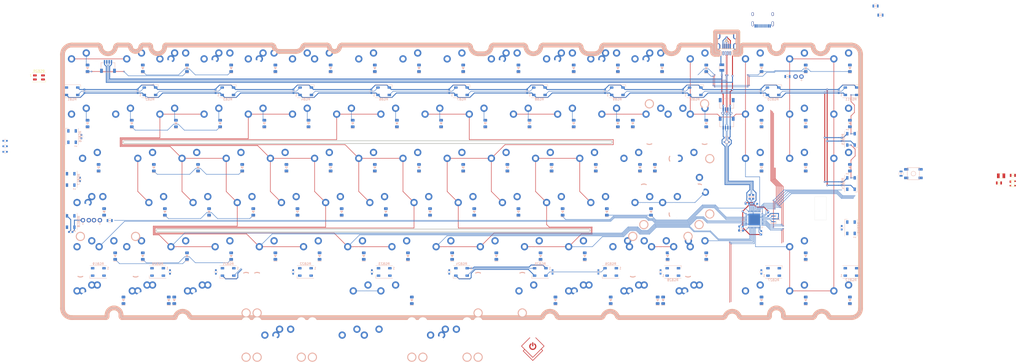
<source format=kicad_pcb>
(kicad_pcb (version 20171130) (host pcbnew "(5.1.11)-1")
  (layers (0 F.Cu signal) (31 B.Cu signal) (34 B.Paste user hide) (35 F.Paste user hide) (36 B.SilkS user) (37 F.SilkS user) (38 B.Mask user) (39 F.Mask user) (44 Edge.Cuts user))
  (net 0 "")
  (net 1 "Net-(D1-Pad2)")
  (net 2 "Net-(D7-Pad2)")
  (net 3 "Net-(D13-Pad2)")
  (net 4 "Net-(D19-Pad2)")
  (net 5 "Net-(D25-Pad2)")
  (net 6 "Net-(D31-Pad2)")
  (net 7 "Net-(D37-Pad2)")
  (net 8 "Net-(D43-Pad2)")
  (net 9 "Net-(D49-Pad2)")
  (net 10 "Net-(D55-Pad2)")
  (net 11 "Net-(D61-Pad2)")
  (net 12 "Net-(D67-Pad2)")
  (net 13 "Net-(D73-Pad2)")
  (net 14 "Net-(D79-Pad2)")
  (net 15 "Net-(D2-Pad2)")
  (net 16 "Net-(D3-Pad2)")
  (net 17 "Net-(D4-Pad2)")
  (net 18 "Net-(D5-Pad2)")
  (net 19 "Net-(D6-Pad2)")
  (net 20 "Net-(D8-Pad2)")
  (net 21 "Net-(D9-Pad2)")
  (net 22 "Net-(D10-Pad2)")
  (net 23 "Net-(D11-Pad2)")
  (net 24 "Net-(D12-Pad2)")
  (net 25 "Net-(D14-Pad2)")
  (net 26 "Net-(D15-Pad2)")
  (net 27 "Net-(D16-Pad2)")
  (net 28 "Net-(D17-Pad2)")
  (net 29 "Net-(D18-Pad2)")
  (net 30 "Net-(D20-Pad2)")
  (net 31 "Net-(D21-Pad2)")
  (net 32 "Net-(D22-Pad2)")
  (net 33 "Net-(D23-Pad2)")
  (net 34 "Net-(D26-Pad2)")
  (net 35 "Net-(D27-Pad2)")
  (net 36 "Net-(D28-Pad2)")
  (net 37 "Net-(D29-Pad2)")
  (net 38 "Net-(D32-Pad2)")
  (net 39 "Net-(D33-Pad2)")
  (net 40 "Net-(D34-Pad2)")
  (net 41 "Net-(D35-Pad2)")
  (net 42 "Net-(D38-Pad2)")
  (net 43 "Net-(D39-Pad2)")
  (net 44 "Net-(D40-Pad2)")
  (net 45 "Net-(D41-Pad2)")
  (net 46 "Net-(D44-Pad2)")
  (net 47 "Net-(D45-Pad2)")
  (net 48 "Net-(D46-Pad2)")
  (net 49 "Net-(D47-Pad2)")
  (net 50 "Net-(D48-Pad2)")
  (net 51 "Net-(D50-Pad2)")
  (net 52 "Net-(D51-Pad2)")
  (net 53 "Net-(D52-Pad2)")
  (net 54 "Net-(D53-Pad2)")
  (net 55 "Net-(D56-Pad2)")
  (net 56 "Net-(D57-Pad2)")
  (net 57 "Net-(D58-Pad2)")
  (net 58 "Net-(D59-Pad2)")
  (net 59 "Net-(D62-Pad2)")
  (net 60 "Net-(D63-Pad2)")
  (net 61 "Net-(D64-Pad2)")
  (net 62 "Net-(D65-Pad2)")
  (net 63 "Net-(D68-Pad2)")
  (net 64 "Net-(D69-Pad2)")
  (net 65 "Net-(D70-Pad2)")
  (net 66 "Net-(D71-Pad2)")
  (net 67 "Net-(D74-Pad2)")
  (net 68 "Net-(D75-Pad2)")
  (net 69 "Net-(D77-Pad2)")
  (net 70 "Net-(D78-Pad2)")
  (net 71 "Net-(D80-Pad2)")
  (net 72 "Net-(D81-Pad2)")
  (net 73 "Net-(D82-Pad2)")
  (net 74 "Net-(D83-Pad2)")
  (net 75 "Net-(D84-Pad2)")
  (net 76 "Net-(D86-Pad2)")
  (net 77 "Net-(D87-Pad2)")
  (net 78 "Net-(D90-Pad2)")
  (net 79 +5V)
  (net 80 GND)
  (net 81 DG-)
  (net 82 DG+)
  (net 83 R0)
  (net 84 R4)
  (net 85 R3)
  (net 86 R5)
  (net 87 "Net-(D24-Pad2)")
  (net 88 "Net-(D30-Pad2)")
  (net 89 "Net-(D36-Pad2)")
  (net 90 "Net-(D42-Pad2)")
  (net 91 "Net-(D54-Pad2)")
  (net 92 "Net-(D60-Pad2)")
  (net 93 "Net-(D66-Pad2)")
  (net 94 "Net-(D72-Pad2)")
  (net 95 "Net-(D76-Pad2)")
  (net 96 "Net-(D85-Pad2)")
  (net 97 "Net-(D88-Pad2)")
  (net 98 "Net-(D89-Pad2)")
  (net 99 "Net-(LED1-Pad1)")
  (net 100 "Net-(LED2-Pad1)")
  (net 101 VCC)
  (net 102 "Net-(MX110-Pad1)")
  (net 103 "Net-(MX110-Pad2)")
  (net 104 "Net-(MX113-Pad1)")
  (net 105 "Net-(MX113-Pad2)")
  (net 106 "Net-(D91-Pad2)")
  (net 107 "Net-(J8-Pad2)")
  (net 108 "Net-(J8-Pad5)")
  (net 109 R2)
  (net 110 R1)
  (net 111 "Net-(MX120-Pad1)")
  (net 112 "Net-(MX120-Pad2)")
  (net 113 D+)
  (net 114 D-)
  (net 115 "Net-(J2-Pad4)")
  (net 116 "Net-(J3-Pad4)")
  (net 117 indicator1)
  (net 118 indicator2)
  (net 119 "Net-(RGB1-Pad2)")
  (net 120 "Net-(RGB1-Pad4)")
  (net 121 "Net-(RGB2-Pad4)")
  (net 122 "Net-(RGB3-Pad4)")
  (net 123 "Net-(RGB4-Pad4)")
  (net 124 "Net-(RGB5-Pad2)")
  (net 125 "Net-(RGB6-Pad4)")
  (net 126 "Net-(RGB7-Pad4)")
  (net 127 "Net-(RGB8-Pad4)")
  (net 128 "Net-(RGB10-Pad2)")
  (net 129 "Net-(RGB10-Pad4)")
  (net 130 "Net-(RGB11-Pad4)")
  (net 131 "Net-(RGB12-Pad2)")
  (net 132 "Net-(RGB12-Pad4)")
  (net 133 "Net-(RGB12-Pad1)")
  (net 134 "Net-(RGB13-Pad1)")
  (net 135 "Net-(RGB14-Pad4)")
  (net 136 "Net-(RGB13-Pad2)")
  (net 137 "Net-(RGB14-Pad2)")
  (net 138 "Net-(RGB16-Pad2)")
  (net 139 "Net-(RGB17-Pad2)")
  (net 140 "Net-(RGB18-Pad2)")
  (net 141 "Net-(RGB19-Pad2)")
  (net 142 "Net-(RGB20-Pad2)")
  (net 143 "Net-(RGB21-Pad2)")
  (net 144 "Net-(RGB22-Pad2)")
  (net 145 "Net-(RGB23-Pad2)")
  (net 146 "Net-(RGB24-Pad2)")
  (net 147 "Net-(RGB25-Pad2)")
  (net 148 "Net-(RGB26-Pad2)")
  (net 149 "Net-(RGB27-Pad2)")
  (net 150 "Net-(RGB27-Pad3)")
  (net 151 "Net-(RGB28-Pad3)")
  (net 152 "Net-(MX115-Pad1)")
  (net 153 "Net-(MX12-Pad2)")
  (net 154 "Net-(MX24-Pad2)")
  (net 155 "Net-(MX34-Pad2)")
  (net 156 "Net-(MX44-Pad2)")
  (net 157 "Net-(MX108-Pad2)")
  (net 158 "Net-(MX55-Pad2)")
  (net 159 "Net-(MX65-Pad2)")
  (net 160 "Net-(MX77-Pad2)")
  (net 161 Col0)
  (net 162 Col1)
  (net 163 Col2)
  (net 164 Col3)
  (net 165 Col4)
  (net 166 Col5)
  (net 167 Col6)
  (net 168 Col7)
  (net 169 Col8)
  (net 170 "Net-(RGB29-Pad2)")
  (net 171 "Net-(RGB29-Pad4)")
  (net 172 "Net-(RGB29-Pad3)")
  (net 173 "Net-(RGB29-Pad1)")
  (net 174 "Net-(C6-Pad1)")
  (net 175 "Net-(R1-Pad2)")
  (net 176 "Net-(R6-Pad2)")
  (net 177 RST)
  (net 178 "Net-(R10-Pad2)")
  (net 179 "Net-(U2-Pad42)")
  (net 180 "Net-(USB1-Pad3)")
  (net 181 "Net-(USB1-Pad9)")
  (net 182 "Net-(U2-Pad16)")
  (net 183 "Net-(U2-Pad17)")
  (net 184 /MCU/SCK)
  (net 185 /MCU/MOSI)
  (net 186 /MCU/MISO)
  (net 187 /MCU/B7-12)
  (net 188 /MCU/D0-18)
  (net 189 /MCU/D1-19)
  (net 190 /MCU/D2-20)
  (net 191 /MCU/D3-21)
  (net 192 /MCU/D5-22)
  (net 193 /MCU/D4-25)
  (net 194 /MCU/D6-26)
  (net 195 /MCU/B4-28)
  (net 196 /MCU/B5-29)
  (net 197 R6)
  (net 198 R8)
  (net 199 R10)
  (net 200 R7)
  (net 201 R9)
  (net 202 R11)
  (module sanproject-keyboard-part:SOT143B (layer F.Cu) (at 425.716622 74.95376)
    (fp_text reference U1)
    (fp_text value PRTR5V0U2X)
    (pad 1 smd rect (at -1 -0.75 270) (size 1 0.7) (layers F.Cu F.Paste F.Mask) (net 80 GND))
    (pad 4 smd rect (at 1 -0.95 270) (size 0.6 0.7) (layers F.Cu F.Paste F.Mask) (net 101 VCC))
    (pad 2 smd rect (at -1 0.95 270) (size 0.6 0.7) (layers F.Cu F.Paste F.Mask) (net 82 DG+))
    (pad 3 smd rect (at 1 0.95 270) (size 0.6 0.7) (layers F.Cu F.Paste F.Mask) (net 81 DG-))
  )
  (module sanproject-keyboard-part:R_0805 (layer F.Cu) (at 425.766622 71.48876)
    (fp_text reference R8)
    (fp_text value 22)
    (pad 2 smd rect (at 0.95 0) (size 0.7 1.3) (layers F.Cu F.Paste F.Mask) (net 81 DG-))
    (pad 1 smd rect (at -0.95 0) (size 0.7 1.3) (layers F.Cu F.Paste F.Mask) (net 114 D-))
  )
  (module sanproject-keyboard-part:R_0805 (layer F.Cu) (at 419.776622 74.74876)
    (fp_text reference R7)
    (fp_text value 22)
    (pad 2 smd rect (at 0.95 0) (size 0.7 1.3) (layers F.Cu F.Paste F.Mask) (net 82 DG+))
    (pad 1 smd rect (at -0.95 0) (size 0.7 1.3) (layers F.Cu F.Paste F.Mask) (net 113 D+))
  )
  (module sanproject-keyboard-part:Fuse_SMD1206_Reflow (layer F.Cu) (at 420.696622 71.67876)
    (fp_text reference F2)
    (fp_text value Fuse)
    (pad 2 smd rect (at 1.2 0 90) (size 2.03 1.14) (layers F.Cu F.Paste F.Mask) (net 101 VCC))
    (pad 1 smd rect (at -1.2 0 90) (size 2.03 1.14) (layers F.Cu F.Paste F.Mask) (net 79 +5V))
  )
  (module sanproject-keyboard-part:JST-SR-4 (layer B.Cu) (at 35.71875 27.3125 180)
    (fp_text reference J9)
    (fp_text value Conn_01x04_Female)
    (pad "" smd rect (at 2.8 0.9 180) (size 1.2 1.8) (layers B.Cu B.Paste B.Mask))
    (pad "" smd rect (at -2.8 0.9 180) (size 1.2 1.8) (layers B.Cu B.Paste B.Mask))
    (pad 1 smd rect (at -1.5 4.775 180) (size 0.6 1.55) (layers B.Cu B.Paste B.Mask) (net 79 +5V))
    (pad 2 smd rect (at -0.5 4.775 180) (size 0.6 1.55) (layers B.Cu B.Paste B.Mask) (net 81 DG-))
    (pad 4 smd rect (at 1.5 4.775 180) (size 0.6 1.55) (layers B.Cu B.Paste B.Mask) (net 80 GND))
    (pad 3 smd rect (at 0.5 4.775 180) (size 0.6 1.55) (layers B.Cu B.Paste B.Mask) (net 82 DG+))
  )
  (module MX_Solder_SawnsProjects:MXOnly-1U-NoLED (layer F.Cu) (at 352.425 23.8125)
    (fp_text reference MX93)
    (fp_text value 1U)
    (pad 2 smd circle (at 2.54 -5.08) (size 3.2 3.2) (layers B.Cu) (net 77 "Net-(D87-Pad2)"))
    (pad "" np_thru_hole circle (at 5.08 0 48.0996) (size 1.75 1.75) (drill 1.75) (layers *.Cu *.Mask))
    (pad 2 thru_hole circle (at 2.54 -5.08) (size 2.4 2.4) (drill 1.8) (layers *.Cu) (net 77 "Net-(D87-Pad2)"))
    (pad 1 thru_hole circle (at -3.81 -2.54) (size 2.4 2.4) (drill 1.8) (layers *.Cu) (net 169 Col8))
    (pad "" np_thru_hole circle (at 0 0) (size 3.9878 3.9878) (drill 3.9878) (layers *.Cu *.Mask))
    (pad "" np_thru_hole circle (at -5.08 0 48.0996) (size 1.75 1.75) (drill 1.75) (layers *.Cu *.Mask))
    (pad 1 smd circle (at -3.81 -2.54) (size 3.2 3.2) (layers B.Cu) (net 169 Col8))
  )
  (module MX_Solder_SawnsProjects:MXOnly-1U-NoLED (layer F.Cu) (at 114.3 85.725)
    (fp_text reference MX29)
    (fp_text value 1U)
    (pad 2 smd circle (at 2.54 -5.08) (size 3.2 3.2) (layers B.Cu) (net 35 "Net-(D27-Pad2)"))
    (pad "" np_thru_hole circle (at 5.08 0 48.0996) (size 1.75 1.75) (drill 1.75) (layers *.Cu *.Mask))
    (pad 2 thru_hole circle (at 2.54 -5.08) (size 2.4 2.4) (drill 1.8) (layers *.Cu) (net 35 "Net-(D27-Pad2)"))
    (pad 1 thru_hole circle (at -3.81 -2.54) (size 2.4 2.4) (drill 1.8) (layers *.Cu) (net 163 Col2))
    (pad "" np_thru_hole circle (at 0 0) (size 3.9878 3.9878) (drill 3.9878) (layers *.Cu *.Mask))
    (pad "" np_thru_hole circle (at -5.08 0 48.0996) (size 1.75 1.75) (drill 1.75) (layers *.Cu *.Mask))
    (pad 1 smd circle (at -3.81 -2.54) (size 3.2 3.2) (layers B.Cu) (net 163 Col2))
  )
  (module sanproject-keyboard-part:C_0603 (layer B.Cu) (at 24.240622 54.768776 90)
    (fp_text reference C34)
    (fp_text value 0.1uF)
    (pad 2 smd rect (at 0.75 0 90) (size 0.8 0.75) (layers B.Cu B.Paste B.Mask) (net 80 GND))
    (pad 1 smd rect (at -0.75 0 90) (size 0.8 0.75) (layers B.Cu B.Paste B.Mask) (net 79 +5V))
  )
  (module sanproject-keyboard-part:C_0603 (layer B.Cu) (at 23.645309 73.223479 90)
    (fp_text reference C33)
    (fp_text value 0.1uF)
    (pad 2 smd rect (at 0.75 0 90) (size 0.8 0.75) (layers B.Cu B.Paste B.Mask) (net 80 GND))
    (pad 1 smd rect (at -0.75 0 90) (size 0.8 0.75) (layers B.Cu B.Paste B.Mask) (net 79 +5V))
  )
  (module sanproject-keyboard-part:C_0603 (layer B.Cu) (at 19.645309 95.880524 180)
    (fp_text reference C32)
    (fp_text value 0.1uF)
    (pad 2 smd rect (at 0.75 0 180) (size 0.8 0.75) (layers B.Cu B.Paste B.Mask) (net 80 GND))
    (pad 1 smd rect (at -0.75 0 180) (size 0.8 0.75) (layers B.Cu B.Paste B.Mask) (net 79 +5V))
  )
  (module sanproject-keyboard-part:C_0603 (layer B.Cu) (at -8.632671 56.585972)
    (fp_text reference C31)
    (fp_text value 0.1uF)
    (pad 2 smd rect (at 0.75 0) (size 0.8 0.75) (layers B.Cu B.Paste B.Mask) (net 80 GND))
    (pad 1 smd rect (at -0.75 0) (size 0.8 0.75) (layers B.Cu B.Paste B.Mask) (net 79 +5V))
  )
  (module sanproject-keyboard-part:C_0603 (layer B.Cu) (at -8.632671 58.935972)
    (fp_text reference C30)
    (fp_text value 0.1uF)
    (pad 2 smd rect (at 0.75 0) (size 0.8 0.75) (layers B.Cu B.Paste B.Mask) (net 80 GND))
    (pad 1 smd rect (at -0.75 0) (size 0.8 0.75) (layers B.Cu B.Paste B.Mask) (net 79 +5V))
  )
  (module sanproject-keyboard-part:C_0603 (layer B.Cu) (at 351.997154 94.059402 270)
    (fp_text reference C29)
    (fp_text value 0.1uF)
    (pad 2 smd rect (at 0.75 0 270) (size 0.8 0.75) (layers B.Cu B.Paste B.Mask) (net 80 GND))
    (pad 1 smd rect (at -0.75 0 270) (size 0.8 0.75) (layers B.Cu B.Paste B.Mask) (net 79 +5V))
  )
  (module sanproject-keyboard-part:C_0603 (layer B.Cu) (at -8.632106 61.317167)
    (fp_text reference C28)
    (fp_text value 0.1uF)
    (pad 2 smd rect (at 0.75 0) (size 0.8 0.75) (layers B.Cu B.Paste B.Mask) (net 80 GND))
    (pad 1 smd rect (at -0.75 0) (size 0.8 0.75) (layers B.Cu B.Paste B.Mask) (net 79 +5V))
  )
  (module sanproject-keyboard-part:C_0603 (layer B.Cu) (at 351.997154 55.959402 270)
    (fp_text reference C27)
    (fp_text value 0.1uF)
    (pad 2 smd rect (at 0.75 0 270) (size 0.8 0.75) (layers B.Cu B.Paste B.Mask) (net 80 GND))
    (pad 1 smd rect (at -0.75 0 270) (size 0.8 0.75) (layers B.Cu B.Paste B.Mask) (net 79 +5V))
  )
  (module sanproject-keyboard-part:C_0603 (layer B.Cu) (at 351.997154 75.009418 270)
    (fp_text reference C26)
    (fp_text value 0.1uF)
    (pad 2 smd rect (at 0.75 0 270) (size 0.8 0.75) (layers B.Cu B.Paste B.Mask) (net 80 GND))
    (pad 1 smd rect (at -0.75 0 270) (size 0.8 0.75) (layers B.Cu B.Paste B.Mask) (net 79 +5V))
  )
  (module sanproject-keyboard-part:C_0603 (layer B.Cu) (at 227.351729 113.10945 270)
    (fp_text reference C25)
    (fp_text value 0.1uF)
    (pad 2 smd rect (at 0.75 0 270) (size 0.8 0.75) (layers B.Cu B.Paste B.Mask) (net 80 GND))
    (pad 1 smd rect (at -0.75 0 270) (size 0.8 0.75) (layers B.Cu B.Paste B.Mask) (net 79 +5V))
  )
  (module sanproject-keyboard-part:C_0603 (layer B.Cu) (at 247.112692 113.10945 270)
    (fp_text reference C24)
    (fp_text value 0.1uF)
    (pad 2 smd rect (at 0.75 0 270) (size 0.8 0.75) (layers B.Cu B.Paste B.Mask) (net 80 GND))
    (pad 1 smd rect (at -0.75 0 270) (size 0.8 0.75) (layers B.Cu B.Paste B.Mask) (net 79 +5V))
  )
  (module sanproject-keyboard-part:C_0603 (layer B.Cu) (at 317.359626 113.10945 90)
    (fp_text reference C23)
    (fp_text value 0.1uF)
    (pad 2 smd rect (at 0.75 0 90) (size 0.8 0.75) (layers B.Cu B.Paste B.Mask) (net 80 GND))
    (pad 1 smd rect (at -0.75 0 90) (size 0.8 0.75) (layers B.Cu B.Paste B.Mask) (net 79 +5V))
  )
  (module sanproject-keyboard-part:C_0603 (layer B.Cu) (at 273.901777 113.10945 270)
    (fp_text reference C22)
    (fp_text value 0.1uF)
    (pad 2 smd rect (at 0.75 0 270) (size 0.8 0.75) (layers B.Cu B.Paste B.Mask) (net 80 GND))
    (pad 1 smd rect (at -0.75 0 270) (size 0.8 0.75) (layers B.Cu B.Paste B.Mask) (net 79 +5V))
  )
  (module sanproject-keyboard-part:C_0603 (layer B.Cu) (at 115.548519 113.10945 90)
    (fp_text reference C21)
    (fp_text value 0.1uF)
    (pad 2 smd rect (at 0.75 0 90) (size 0.8 0.75) (layers B.Cu B.Paste B.Mask) (net 80 GND))
    (pad 1 smd rect (at -0.75 0 90) (size 0.8 0.75) (layers B.Cu B.Paste B.Mask) (net 79 +5V))
  )
  (module sanproject-keyboard-part:C_0603 (layer B.Cu) (at 82.210991 113.10945 270)
    (fp_text reference C20)
    (fp_text value 0.1uF)
    (pad 2 smd rect (at 0.75 0 270) (size 0.8 0.75) (layers B.Cu B.Paste B.Mask) (net 80 GND))
    (pad 1 smd rect (at -0.75 0 270) (size 0.8 0.75) (layers B.Cu B.Paste B.Mask) (net 79 +5V))
  )
  (module sanproject-keyboard-part:C_0603 (layer B.Cu) (at 182.818888 113.10945 270)
    (fp_text reference C19)
    (fp_text value 0.1uF)
    (pad 2 smd rect (at 0.75 0 270) (size 0.8 0.75) (layers B.Cu B.Paste B.Mask) (net 80 GND))
    (pad 1 smd rect (at -0.75 0 270) (size 0.8 0.75) (layers B.Cu B.Paste B.Mask) (net 79 +5V))
  )
  (module sanproject-keyboard-part:C_0603 (layer B.Cu) (at 149.48136 113.10945 90)
    (fp_text reference C18)
    (fp_text value 0.1uF)
    (pad 2 smd rect (at 0.75 0 90) (size 0.8 0.75) (layers B.Cu B.Paste B.Mask) (net 80 GND))
    (pad 1 smd rect (at -0.75 0 90) (size 0.8 0.75) (layers B.Cu B.Paste B.Mask) (net 79 +5V))
  )
  (module sanproject-keyboard-part:C_0603 (layer B.Cu) (at 48.518037 35.21876 90)
    (fp_text reference C9)
    (fp_text value 0.1uF)
    (pad 2 smd rect (at 0.75 0 90) (size 0.8 0.75) (layers B.Cu B.Paste B.Mask) (net 80 GND))
    (pad 1 smd rect (at -0.75 0 90) (size 0.8 0.75) (layers B.Cu B.Paste B.Mask) (net 79 +5V))
  )
  (module sanproject-keyboard-part:C_0603 (layer B.Cu) (at 350.700622 35.21876 90)
    (fp_text reference C17)
    (fp_text value 0.1uF)
    (pad 1 smd rect (at -0.75 0 90) (size 0.8 0.75) (layers B.Cu B.Paste B.Mask) (net 79 +5V))
    (pad 2 smd rect (at 0.75 0 90) (size 0.8 0.75) (layers B.Cu B.Paste B.Mask) (net 80 GND))
  )
  (module sanproject-keyboard-part:C_0603 (layer B.Cu) (at 317.124622 35.21876 90)
    (fp_text reference C16)
    (fp_text value 0.1uF)
    (pad 1 smd rect (at -0.75 0 90) (size 0.8 0.75) (layers B.Cu B.Paste B.Mask) (net 79 +5V))
    (pad 2 smd rect (at 0.75 0 90) (size 0.8 0.75) (layers B.Cu B.Paste B.Mask) (net 80 GND))
  )
  (module sanproject-keyboard-part:C_0603 (layer B.Cu) (at 62.450028 113.10945 270)
    (fp_text reference C15)
    (fp_text value 0.1uF)
    (pad 2 smd rect (at 0.75 0 270) (size 0.8 0.75) (layers B.Cu B.Paste B.Mask) (net 80 GND))
    (pad 1 smd rect (at -0.75 0 270) (size 0.8 0.75) (layers B.Cu B.Paste B.Mask) (net 79 +5V))
  )
  (module sanproject-keyboard-part:C_0603 (layer B.Cu) (at 283.548622 35.21876 90)
    (fp_text reference C14)
    (fp_text value 0.1uF)
    (pad 1 smd rect (at -0.75 0 90) (size 0.8 0.75) (layers B.Cu B.Paste B.Mask) (net 79 +5V))
    (pad 2 smd rect (at 0.75 0 90) (size 0.8 0.75) (layers B.Cu B.Paste B.Mask) (net 80 GND))
  )
  (module LED_SMD:LED_SK6812MINI_PLCC4_3.5x3.5mm_P1.75mm (layer F.Cu) (at 5.953086 29.26562)
    (fp_text reference RGB29 (at 0 -2.75) (layer F.SilkS))
    (fp_text value WS2812B)
    (fp_text user 1 (at -3.5 -0.875) (layer F.SilkS))
    (pad 1 smd rect (at -1.75 -0.875) (size 1.6 0.85) (layers F.Cu F.Paste F.Mask) (net 173 "Net-(RGB29-Pad1)"))
    (pad 2 smd rect (at -1.75 0.875) (size 1.6 0.85) (layers F.Cu F.Paste F.Mask) (net 170 "Net-(RGB29-Pad2)"))
    (pad 4 smd rect (at 1.75 -0.875) (size 1.6 0.85) (layers F.Cu F.Paste F.Mask) (net 171 "Net-(RGB29-Pad4)"))
    (pad 3 smd rect (at 1.75 0.875) (size 1.6 0.85) (layers F.Cu F.Paste F.Mask) (net 172 "Net-(RGB29-Pad3)"))
  )
  (module LED_SMD:LED_WS2812B_PLCC4_5.0x5.0mm_P3.2mm (layer B.Cu) (at 20.240622 35.21876)
    (fp_text reference RGB1 (at 0 3.5) (layer B.SilkS) (effects (justify mirror)))
    (fp_text value WS2812B)
    (fp_text user 1 (at -4.15 1.6) (layer B.SilkS) (effects (justify mirror)))
    (pad 3 smd rect (at 2.45 -1.6) (size 1.5 1) (layers B.Cu B.Paste B.Mask) (net 80 GND))
    (pad 4 smd rect (at 2.45 1.6) (size 1.5 1) (layers B.Cu B.Paste B.Mask) (net 120 "Net-(RGB1-Pad4)"))
    (pad 2 smd rect (at -2.45 -1.6) (size 1.5 1) (layers B.Cu B.Paste B.Mask) (net 119 "Net-(RGB1-Pad2)"))
    (pad 1 smd rect (at -2.45 1.6) (size 1.5 1) (layers B.Cu B.Paste B.Mask) (net 79 +5V))
  )
  (module sanproject-keyboard-part:C_0603 (layer B.Cu) (at 149.244622 35.21876 90)
    (fp_text reference C13)
    (fp_text value 0.1uF)
    (pad 2 smd rect (at 0.75 0 90) (size 0.8 0.75) (layers B.Cu B.Paste B.Mask) (net 80 GND))
    (pad 1 smd rect (at -0.75 0 90) (size 0.8 0.75) (layers B.Cu B.Paste B.Mask) (net 79 +5V))
  )
  (module sanproject-keyboard-part:C_0603 (layer B.Cu) (at 249.972622 35.21876 90)
    (fp_text reference C12)
    (fp_text value 0.1uF)
    (pad 2 smd rect (at 0.75 0 90) (size 0.8 0.75) (layers B.Cu B.Paste B.Mask) (net 80 GND))
    (pad 1 smd rect (at -0.75 0 90) (size 0.8 0.75) (layers B.Cu B.Paste B.Mask) (net 79 +5V))
  )
  (module sanproject-keyboard-part:C_0603 (layer B.Cu) (at 115.668622 35.21876 90)
    (fp_text reference C11)
    (fp_text value 0.1uF)
    (pad 1 smd rect (at -0.75 0 90) (size 0.8 0.75) (layers B.Cu B.Paste B.Mask) (net 79 +5V))
    (pad 2 smd rect (at 0.75 0 90) (size 0.8 0.75) (layers B.Cu B.Paste B.Mask) (net 80 GND))
  )
  (module sanproject-keyboard-part:C_0603 (layer B.Cu) (at 182.820622 35.21876 90)
    (fp_text reference C10)
    (fp_text value 0.1uF)
    (pad 2 smd rect (at 0.75 0 90) (size 0.8 0.75) (layers B.Cu B.Paste B.Mask) (net 80 GND))
    (pad 1 smd rect (at -0.75 0 90) (size 0.8 0.75) (layers B.Cu B.Paste B.Mask) (net 79 +5V))
  )
  (module sanproject-keyboard-part:C_0603 (layer B.Cu) (at 82.092622 35.21876 90)
    (fp_text reference C8)
    (fp_text value 0.1uF)
    (pad 2 smd rect (at 0.75 0 90) (size 0.8 0.75) (layers B.Cu B.Paste B.Mask) (net 80 GND))
    (pad 1 smd rect (at -0.75 0 90) (size 0.8 0.75) (layers B.Cu B.Paste B.Mask) (net 79 +5V))
  )
  (module sanproject-keyboard-part:C_0603 (layer B.Cu) (at 216.396622 35.21876 90)
    (fp_text reference C3)
    (fp_text value 0.1uF)
    (pad 2 smd rect (at 0.75 0 90) (size 0.8 0.75) (layers B.Cu B.Paste B.Mask) (net 80 GND))
    (pad 1 smd rect (at -0.75 0 90) (size 0.8 0.75) (layers B.Cu B.Paste B.Mask) (net 79 +5V))
  )
  (module sanproject-keyboard-part:C_0603 (layer B.Cu) (at 25.540622 35.21876 90)
    (fp_text reference C2)
    (fp_text value 0.1uF)
    (pad 2 smd rect (at 0.75 0 90) (size 0.8 0.75) (layers B.Cu B.Paste B.Mask) (net 80 GND))
    (pad 1 smd rect (at -0.75 0 90) (size 0.8 0.75) (layers B.Cu B.Paste B.Mask) (net 79 +5V))
  )
  (module MX_Solder_SawnsProjects:MXOnly-1U-NoLED (layer F.Cu) (at 209.55 23.8125)
    (fp_text reference MX52)
    (fp_text value 1U)
    (pad 2 smd circle (at 2.54 -5.08) (size 3.2 3.2) (layers B.Cu) (net 166 Col5))
    (pad "" np_thru_hole circle (at 5.08 0 48.0996) (size 1.75 1.75) (drill 1.75) (layers *.Cu *.Mask))
    (pad 2 thru_hole circle (at 2.54 -5.08) (size 2.4 2.4) (drill 1.8) (layers *.Cu) (net 166 Col5))
    (pad 1 thru_hole circle (at -3.81 -2.54) (size 2.4 2.4) (drill 1.8) (layers *.Cu) (net 51 "Net-(D50-Pad2)"))
    (pad "" np_thru_hole circle (at 0 0) (size 3.9878 3.9878) (drill 3.9878) (layers *.Cu *.Mask))
    (pad "" np_thru_hole circle (at -5.08 0 48.0996) (size 1.75 1.75) (drill 1.75) (layers *.Cu *.Mask))
    (pad 1 smd circle (at -3.81 -2.54) (size 3.2 3.2) (layers B.Cu) (net 51 "Net-(D50-Pad2)"))
  )
  (module MX_Solder_SawnsProjects:MXOnly-1U-NoLED (layer F.Cu) (at 185.7375 23.8125)
    (fp_text reference MX47)
    (fp_text value 1U)
    (pad 2 smd circle (at 2.54 -5.08) (size 3.2 3.2) (layers B.Cu) (net 47 "Net-(D45-Pad2)"))
    (pad "" np_thru_hole circle (at 5.08 0 48.0996) (size 1.75 1.75) (drill 1.75) (layers *.Cu *.Mask))
    (pad 2 thru_hole circle (at 2.54 -5.08) (size 2.4 2.4) (drill 1.8) (layers *.Cu) (net 47 "Net-(D45-Pad2)"))
    (pad 1 thru_hole circle (at -3.81 -2.54) (size 2.4 2.4) (drill 1.8) (layers *.Cu) (net 165 Col4))
    (pad "" np_thru_hole circle (at 0 0) (size 3.9878 3.9878) (drill 3.9878) (layers *.Cu *.Mask))
    (pad "" np_thru_hole circle (at -5.08 0 48.0996) (size 1.75 1.75) (drill 1.75) (layers *.Cu *.Mask))
    (pad 1 smd circle (at -3.81 -2.54) (size 3.2 3.2) (layers B.Cu) (net 165 Col4))
  )
  (module MX_Solder_SawnsProjects:MXOnly-1U-NoLED (layer F.Cu) (at 261.9375 66.675)
    (fp_text reference MX69)
    (fp_text value 1U)
    (pad 2 smd circle (at 2.54 -5.08) (size 3.2 3.2) (layers B.Cu) (net 12 "Net-(D67-Pad2)"))
    (pad "" np_thru_hole circle (at 5.08 0 48.0996) (size 1.75 1.75) (drill 1.75) (layers *.Cu *.Mask))
    (pad 2 thru_hole circle (at 2.54 -5.08) (size 2.4 2.4) (drill 1.8) (layers *.Cu) (net 12 "Net-(D67-Pad2)"))
    (pad 1 thru_hole circle (at -3.81 -2.54) (size 2.4 2.4) (drill 1.8) (layers *.Cu) (net 167 Col6))
    (pad "" np_thru_hole circle (at 0 0) (size 3.9878 3.9878) (drill 3.9878) (layers *.Cu *.Mask))
    (pad "" np_thru_hole circle (at -5.08 0 48.0996) (size 1.75 1.75) (drill 1.75) (layers *.Cu *.Mask))
    (pad 1 smd circle (at -3.81 -2.54) (size 3.2 3.2) (layers B.Cu) (net 167 Col6))
  )
  (module Crystal:Resonator_SMD_muRata_CSTxExxV-3Pin_3.0x1.1mm (layer B.Cu) (at 322.575 90.2375 90)
    (fp_text reference Y1 (at 0 2 90) (layer B.SilkS) (effects (justify mirror)))
    (fp_text value 16Mhz)
    (pad 3 smd rect (at 1.2 0 90) (size 0.4 1.9) (layers B.Cu B.Paste B.Mask) (net 182 "Net-(U2-Pad16)"))
    (pad 2 smd rect (at 0 0 90) (size 0.4 1.9) (layers B.Cu B.Paste B.Mask) (net 80 GND))
    (pad 1 smd rect (at -1.2 0 90) (size 0.4 1.9) (layers B.Cu B.Paste B.Mask) (net 183 "Net-(U2-Pad17)"))
  )
  (module sanproject-keyboard-part:R_0603 (layer B.Cu) (at 308.575 95.2375)
    (fp_text reference R10)
    (fp_text value 1k)
    (pad 2 smd rect (at 0.825 0) (size 0.8 0.95) (layers B.Cu B.Paste B.Mask) (net 178 "Net-(R10-Pad2)"))
    (pad 1 smd rect (at -0.825 0) (size 0.8 0.95) (layers B.Cu B.Paste B.Mask) (net 80 GND))
  )
  (module sanproject-keyboard-part:R_0603 (layer B.Cu) (at 312.325 80.7375 90)
    (fp_text reference R5)
    (fp_text value 22)
    (pad 2 smd rect (at 0.825 0 90) (size 0.8 0.95) (layers B.Cu B.Paste B.Mask) (net 81 DG-))
    (pad 1 smd rect (at -0.825 0 90) (size 0.8 0.95) (layers B.Cu B.Paste B.Mask) (net 114 D-))
  )
  (module sanproject-keyboard-part:R_0603 (layer B.Cu) (at 313.825 80.7375 90)
    (fp_text reference R4)
    (fp_text value 22)
    (pad 2 smd rect (at 0.825 0 90) (size 0.8 0.95) (layers B.Cu B.Paste B.Mask) (net 82 DG+))
    (pad 1 smd rect (at -0.825 0 90) (size 0.8 0.95) (layers B.Cu B.Paste B.Mask) (net 113 D+))
  )
  (module sanproject-keyboard-part:HRO-TYPE-C-31-M-12-Assembly (layer B.Cu) (at 317.925 -0.625)
    (fp_text reference USB1)
    (fp_text value HRO-TYPE-C-31-M-12)
    (pad 12 smd rect (at 3.225 7.695) (size 0.6 1.45) (layers B.Cu B.Paste B.Mask) (net 80 GND))
    (pad 1 smd rect (at -3.225 7.695) (size 0.6 1.45) (layers B.Cu B.Paste B.Mask) (net 80 GND))
    (pad 11 smd rect (at 2.45 7.695) (size 0.6 1.45) (layers B.Cu B.Paste B.Mask) (net 101 VCC))
    (pad 2 smd rect (at -2.45 7.695) (size 0.6 1.45) (layers B.Cu B.Paste B.Mask) (net 101 VCC))
    (pad 3 smd rect (at -1.75 7.695) (size 0.3 1.45) (layers B.Cu B.Paste B.Mask) (net 180 "Net-(USB1-Pad3)"))
    (pad 10 smd rect (at 1.75 7.695) (size 0.3 1.45) (layers B.Cu B.Paste B.Mask) (net 176 "Net-(R6-Pad2)"))
    (pad 4 smd rect (at -1.25 7.695) (size 0.3 1.45) (layers B.Cu B.Paste B.Mask) (net 175 "Net-(R1-Pad2)"))
    (pad 9 smd rect (at 1.25 7.695) (size 0.3 1.45) (layers B.Cu B.Paste B.Mask) (net 181 "Net-(USB1-Pad9)"))
    (pad 5 smd rect (at -0.75 7.695) (size 0.3 1.45) (layers B.Cu B.Paste B.Mask) (net 81 DG-))
    (pad 8 smd rect (at 0.75 7.695) (size 0.3 1.45) (layers B.Cu B.Paste B.Mask) (net 82 DG+))
    (pad 7 smd rect (at 0.25 7.695) (size 0.3 1.45) (layers B.Cu B.Paste B.Mask) (net 81 DG-))
    (pad 6 smd rect (at -0.25 7.695) (size 0.3 1.45) (layers B.Cu B.Paste B.Mask) (net 82 DG+))
    (pad "" np_thru_hole circle (at 2.89 6.25) (size 0.65 0.65) (drill 0.65) (layers *.Cu *.Mask))
    (pad "" np_thru_hole circle (at -2.89 6.25) (size 0.65 0.65) (drill 0.65) (layers *.Cu *.Mask))
    (pad 13 thru_hole oval (at -4.32 6.78) (size 1 2.1) (drill oval 0.6 1.7) (layers *.Cu *.Mask) (net 80 GND))
    (pad 13 thru_hole oval (at 4.32 6.78) (size 1 2.1) (drill oval 0.6 1.7) (layers *.Cu *.Mask) (net 80 GND))
    (pad 13 thru_hole oval (at -4.32 2.6) (size 1 1.6) (drill oval 0.6 1.2) (layers *.Cu *.Mask) (net 80 GND))
    (pad 13 thru_hole oval (at 4.32 2.6) (size 1 1.6) (drill oval 0.6 1.2) (layers *.Cu *.Mask) (net 80 GND))
  )
  (module Package_DFN_QFN:QFN-44-1EP_7x7mm_P0.5mm_EP5.15x5.15mm (layer B.Cu) (at 314.325 90.4875 270)
    (fp_text reference U2 (at 0 4.82 90) (layer B.SilkS) (effects (justify mirror)))
    (fp_text value ATmega32U4-MU)
    (pad 1 smd roundrect (at -3.4375 2.5 270) (size 0.875 0.25) (layers B.Cu B.Paste B.Mask) (net 200 R7))
    (pad 2 smd roundrect (at -3.4375 2 270) (size 0.875 0.25) (layers B.Cu B.Paste B.Mask) (net 79 +5V))
    (pad 3 smd roundrect (at -3.4375 1.5 270) (size 0.875 0.25) (layers B.Cu B.Paste B.Mask) (net 114 D-))
    (pad 4 smd roundrect (at -3.4375 1 270) (size 0.875 0.25) (layers B.Cu B.Paste B.Mask) (net 113 D+))
    (pad 5 smd roundrect (at -3.4375 0.5 270) (size 0.875 0.25) (layers B.Cu B.Paste B.Mask) (net 80 GND))
    (pad 6 smd roundrect (at -3.4375 0 270) (size 0.875 0.25) (layers B.Cu B.Paste B.Mask) (net 174 "Net-(C6-Pad1)"))
    (pad 7 smd roundrect (at -3.4375 -0.5 270) (size 0.875 0.25) (layers B.Cu B.Paste B.Mask) (net 79 +5V))
    (pad 8 smd roundrect (at -3.4375 -1 270) (size 0.875 0.25) (layers B.Cu B.Paste B.Mask) (net 168 Col7))
    (pad 9 smd roundrect (at -3.4375 -1.5 270) (size 0.875 0.25) (layers B.Cu B.Paste B.Mask) (net 184 /MCU/SCK))
    (pad 10 smd roundrect (at -3.4375 -2 270) (size 0.875 0.25) (layers B.Cu B.Paste B.Mask) (net 185 /MCU/MOSI))
    (pad 11 smd roundrect (at -3.4375 -2.5 270) (size 0.875 0.25) (layers B.Cu B.Paste B.Mask) (net 186 /MCU/MISO))
    (pad 12 smd roundrect (at -2.5 -3.4375 270) (size 0.25 0.875) (layers B.Cu B.Paste B.Mask) (net 187 /MCU/B7-12))
    (pad 13 smd roundrect (at -2 -3.4375 270) (size 0.25 0.875) (layers B.Cu B.Paste B.Mask) (net 177 RST))
    (pad 14 smd roundrect (at -1.5 -3.4375 270) (size 0.25 0.875) (layers B.Cu B.Paste B.Mask) (net 79 +5V))
    (pad 15 smd roundrect (at -1 -3.4375 270) (size 0.25 0.875) (layers B.Cu B.Paste B.Mask) (net 80 GND))
    (pad 16 smd roundrect (at -0.5 -3.4375 270) (size 0.25 0.875) (layers B.Cu B.Paste B.Mask) (net 182 "Net-(U2-Pad16)"))
    (pad 17 smd roundrect (at 0 -3.4375 270) (size 0.25 0.875) (layers B.Cu B.Paste B.Mask) (net 183 "Net-(U2-Pad17)"))
    (pad 18 smd roundrect (at 0.5 -3.4375 270) (size 0.25 0.875) (layers B.Cu B.Paste B.Mask) (net 188 /MCU/D0-18))
    (pad 19 smd roundrect (at 1 -3.4375 270) (size 0.25 0.875) (layers B.Cu B.Paste B.Mask) (net 189 /MCU/D1-19))
    (pad 20 smd roundrect (at 1.5 -3.4375 270) (size 0.25 0.875) (layers B.Cu B.Paste B.Mask) (net 190 /MCU/D2-20))
    (pad 21 smd roundrect (at 2 -3.4375 270) (size 0.25 0.875) (layers B.Cu B.Paste B.Mask) (net 191 /MCU/D3-21))
    (pad 22 smd roundrect (at 2.5 -3.4375 270) (size 0.25 0.875) (layers B.Cu B.Paste B.Mask) (net 192 /MCU/D5-22))
    (pad 23 smd roundrect (at 3.4375 -2.5 270) (size 0.875 0.25) (layers B.Cu B.Paste B.Mask) (net 80 GND))
    (pad 24 smd roundrect (at 3.4375 -2 270) (size 0.875 0.25) (layers B.Cu B.Paste B.Mask) (net 79 +5V))
    (pad 25 smd roundrect (at 3.4375 -1.5 270) (size 0.875 0.25) (layers B.Cu B.Paste B.Mask) (net 193 /MCU/D4-25))
    (pad 26 smd roundrect (at 3.4375 -1 270) (size 0.875 0.25) (layers B.Cu B.Paste B.Mask) (net 194 /MCU/D6-26))
    (pad 27 smd roundrect (at 3.4375 -0.5 270) (size 0.875 0.25) (layers B.Cu B.Paste B.Mask) (net 169 Col8))
    (pad 28 smd roundrect (at 3.4375 0 270) (size 0.875 0.25) (layers B.Cu B.Paste B.Mask) (net 195 /MCU/B4-28))
    (pad 29 smd roundrect (at 3.4375 0.5 270) (size 0.875 0.25) (layers B.Cu B.Paste B.Mask) (net 196 /MCU/B5-29))
    (pad 30 smd roundrect (at 3.4375 1 270) (size 0.875 0.25) (layers B.Cu B.Paste B.Mask) (net 167 Col6))
    (pad 31 smd roundrect (at 3.4375 1.5 270) (size 0.875 0.25) (layers B.Cu B.Paste B.Mask) (net 166 Col5))
    (pad 32 smd roundrect (at 3.4375 2 270) (size 0.875 0.25) (layers B.Cu B.Paste B.Mask) (net 165 Col4))
    (pad 33 smd roundrect (at 3.4375 2.5 270) (size 0.875 0.25) (layers B.Cu B.Paste B.Mask) (net 178 "Net-(R10-Pad2)"))
    (pad 34 smd roundrect (at 2.5 3.4375 270) (size 0.25 0.875) (layers B.Cu B.Paste B.Mask) (net 79 +5V))
    (pad 35 smd roundrect (at 2 3.4375 270) (size 0.25 0.875) (layers B.Cu B.Paste B.Mask) (net 80 GND))
    (pad 36 smd roundrect (at 1.5 3.4375 270) (size 0.25 0.875) (layers B.Cu B.Paste B.Mask) (net 164 Col3))
    (pad 37 smd roundrect (at 1 3.4375 270) (size 0.25 0.875) (layers B.Cu B.Paste B.Mask) (net 163 Col2))
    (pad 38 smd roundrect (at 0.5 3.4375 270) (size 0.25 0.875) (layers B.Cu B.Paste B.Mask) (net 162 Col1))
    (pad 39 smd roundrect (at 0 3.4375 270) (size 0.25 0.875) (layers B.Cu B.Paste B.Mask) (net 161 Col0))
    (pad 40 smd roundrect (at -0.5 3.4375 270) (size 0.25 0.875) (layers B.Cu B.Paste B.Mask) (net 118 indicator2))
    (pad 41 smd roundrect (at -1 3.4375 270) (size 0.25 0.875) (layers B.Cu B.Paste B.Mask) (net 197 R6))
    (pad 42 smd roundrect (at -1.5 3.4375 270) (size 0.25 0.875) (layers B.Cu B.Paste B.Mask) (net 179 "Net-(U2-Pad42)"))
    (pad 43 smd roundrect (at -2 3.4375 270) (size 0.25 0.875) (layers B.Cu B.Paste B.Mask) (net 80 GND))
    (pad 44 smd roundrect (at -2.5 3.4375 270) (size 0.25 0.875) (layers B.Cu B.Paste B.Mask) (net 79 +5V))
    (pad 45 smd rect (at 0 0 270) (size 5.15 5.15) (layers B.Cu B.Mask) (net 80 GND))
  )
  (module sanproject-keyboard-part:SKQG-1155865 (layer B.Cu) (at 382.9 70.725)
    (fp_text reference SW1)
    (fp_text value SW_Push)
    (pad 4 smd rect (at -3.1 -1.85) (size 1.8 1.1) (layers B.Cu B.Paste B.Mask))
    (pad 3 smd rect (at 3.1 1.85) (size 1.8 1.1) (layers B.Cu B.Paste B.Mask))
    (pad 2 smd rect (at -3.1 1.85) (size 1.8 1.1) (layers B.Cu B.Paste B.Mask) (net 177 RST))
    (pad 1 smd rect (at 3.1 -1.85) (size 1.8 1.1) (layers B.Cu B.Paste B.Mask) (net 80 GND))
  )
  (module sanproject-keyboard-part:R_0805 (layer B.Cu) (at 377.575 70.7375 90)
    (fp_text reference R9)
    (fp_text value 10k)
    (pad 2 smd rect (at 0.95 0 90) (size 0.7 1.3) (layers B.Cu B.Paste B.Mask) (net 177 RST))
    (pad 1 smd rect (at -0.95 0 90) (size 0.7 1.3) (layers B.Cu B.Paste B.Mask) (net 79 +5V))
  )
  (module sanproject-keyboard-part:R_0805 (layer B.Cu) (at 366.575 -1.5125)
    (fp_text reference R6)
    (fp_text value 5.1k)
    (pad 2 smd rect (at 0.95 0) (size 0.7 1.3) (layers B.Cu B.Paste B.Mask) (net 176 "Net-(R6-Pad2)"))
    (pad 1 smd rect (at -0.95 0) (size 0.7 1.3) (layers B.Cu B.Paste B.Mask) (net 80 GND))
  )
  (module sanproject-keyboard-part:R_0805 (layer B.Cu) (at 368.6925 2.4075)
    (fp_text reference R1)
    (fp_text value 5.1k)
    (pad 2 smd rect (at 0.95 0) (size 0.7 1.3) (layers B.Cu B.Paste B.Mask) (net 175 "Net-(R1-Pad2)"))
    (pad 1 smd rect (at -0.95 0) (size 0.7 1.3) (layers B.Cu B.Paste B.Mask) (net 80 GND))
  )
  (module sanproject-keyboard-part:C_0603 (layer B.Cu) (at 320.325 88.2375 90)
    (fp_text reference C7)
    (fp_text value 0.1uF)
    (pad 2 smd rect (at 0.75 0 90) (size 0.8 0.75) (layers B.Cu B.Paste B.Mask) (net 79 +5V))
    (pad 1 smd rect (at -0.75 0 90) (size 0.8 0.75) (layers B.Cu B.Paste B.Mask) (net 80 GND))
  )
  (module sanproject-keyboard-part:C_0603 (layer B.Cu) (at 314.825 83.7375 180)
    (fp_text reference C6)
    (fp_text value 1uF)
    (pad 2 smd rect (at 0.75 0 180) (size 0.8 0.75) (layers B.Cu B.Paste B.Mask) (net 80 GND))
    (pad 1 smd rect (at -0.75 0 180) (size 0.8 0.75) (layers B.Cu B.Paste B.Mask) (net 174 "Net-(C6-Pad1)"))
  )
  (module sanproject-keyboard-part:C_0603 (layer B.Cu) (at 317.325 96.2375 270)
    (fp_text reference C5)
    (fp_text value 0.1uF)
    (pad 2 smd rect (at 0.75 0 270) (size 0.8 0.75) (layers B.Cu B.Paste B.Mask) (net 79 +5V))
    (pad 1 smd rect (at -0.75 0 270) (size 0.8 0.75) (layers B.Cu B.Paste B.Mask) (net 80 GND))
  )
  (module sanproject-keyboard-part:C_0603 (layer B.Cu) (at 308.575 93.4875)
    (fp_text reference C4)
    (fp_text value 0.1uF)
    (pad 2 smd rect (at 0.75 0) (size 0.8 0.75) (layers B.Cu B.Paste B.Mask) (net 79 +5V))
    (pad 1 smd rect (at -0.75 0) (size 0.8 0.75) (layers B.Cu B.Paste B.Mask) (net 80 GND))
  )
  (module sanproject-keyboard-part:C_0603 (layer B.Cu) (at 311.325 83.7375)
    (fp_text reference C1)
    (fp_text value 10uF)
    (pad 2 smd rect (at 0.75 0) (size 0.8 0.75) (layers B.Cu B.Paste B.Mask) (net 79 +5V))
    (pad 1 smd rect (at -0.75 0) (size 0.8 0.75) (layers B.Cu B.Paste B.Mask) (net 80 GND))
  )
  (module sanproject-keyboard-part:R_0805 (layer B.Cu) (at 328.612656 28.872669 180)
    (fp_text reference R2)
    (fp_text value 300R)
    (pad 2 smd rect (at 0.95 0 180) (size 0.7 1.3) (layers B.Cu B.Paste B.Mask) (net 117 indicator1))
    (pad 1 smd rect (at -0.95 0 180) (size 0.7 1.3) (layers B.Cu B.Paste B.Mask) (net 99 "Net-(LED1-Pad1)"))
  )
  (module MX_Solder_SawnsProjects:MXOnly-1.25U-NoLED (layer F.Cu) (at 150.018772 142.875072)
    (fp_text reference MX112)
    (fp_text value 1.25U)
    (pad 2 smd circle (at 2.54 -5.08) (size 3.2 3.2) (layers B.Cu) (net 164 Col3))
    (pad "" np_thru_hole circle (at 5.08 0 48.0996) (size 1.75 1.75) (drill 1.75) (layers *.Cu *.Mask))
    (pad 2 thru_hole circle (at 2.54 -5.08) (size 2.4 2.4) (drill 1.8) (layers *.Cu) (net 164 Col3))
    (pad 1 thru_hole circle (at -3.81 -2.54) (size 2.4 2.4) (drill 1.8) (layers *.Cu) (net 157 "Net-(MX108-Pad2)"))
    (pad "" np_thru_hole circle (at 0 0) (size 3.9878 3.9878) (drill 3.9878) (layers *.Cu *.Mask))
    (pad "" np_thru_hole circle (at -5.08 0 48.0996) (size 1.75 1.75) (drill 1.75) (layers *.Cu *.Mask))
    (pad 1 smd circle (at -3.81 -2.54) (size 3.2 3.2) (layers B.Cu) (net 157 "Net-(MX108-Pad2)"))
  )
  (module MX_Solder_SawnsProjects:MXOnly-1.25U-NoLED (layer F.Cu) (at 140.493772 142.875072)
    (fp_text reference MX109)
    (fp_text value 1.25U)
    (pad 2 smd circle (at 2.54 -5.08) (size 3.2 3.2) (layers B.Cu) (net 164 Col3))
    (pad "" np_thru_hole circle (at 5.08 0 48.0996) (size 1.75 1.75) (drill 1.75) (layers *.Cu *.Mask))
    (pad 2 thru_hole circle (at 2.54 -5.08) (size 2.4 2.4) (drill 1.8) (layers *.Cu) (net 164 Col3))
    (pad 1 thru_hole circle (at -3.81 -2.54) (size 2.4 2.4) (drill 1.8) (layers *.Cu) (net 157 "Net-(MX108-Pad2)"))
    (pad "" np_thru_hole circle (at 0 0) (size 3.9878 3.9878) (drill 3.9878) (layers *.Cu *.Mask))
    (pad "" np_thru_hole circle (at -5.08 0 48.0996) (size 1.75 1.75) (drill 1.75) (layers *.Cu *.Mask))
    (pad 1 smd circle (at -3.81 -2.54) (size 3.2 3.2) (layers B.Cu) (net 157 "Net-(MX108-Pad2)"))
  )
  (module MX_Solder_SawnsProjects:MXOnly-2.75U-ReversedStabilizers-NoLED (layer F.Cu) (at 178.593772 142.875072)
    (fp_text reference MX114)
    (fp_text value 2.75U)
    (pad "" np_thru_hole circle (at 5.08 0 48.0996) (size 1.75 1.75) (drill 1.75) (layers *.Cu *.Mask))
    (pad 1 thru_hole circle (at -3.81 -2.54) (size 2.4 2.4) (drill 1.8) (layers *.Cu) (net 105 "Net-(MX113-Pad2)"))
    (pad 2 thru_hole circle (at 2.54 -5.08) (size 2.4 2.4) (drill 1.8) (layers *.Cu) (net 104 "Net-(MX113-Pad1)"))
    (pad "" np_thru_hole circle (at 0 0) (size 3.9878 3.9878) (drill 3.9878) (layers *.Cu *.Mask))
    (pad 2 smd circle (at 2.54 -5.08) (size 3.2 3.2) (layers B.Cu) (net 104 "Net-(MX113-Pad1)"))
    (pad "" np_thru_hole circle (at -5.08 0 48.0996) (size 1.75 1.75) (drill 1.75) (layers *.Cu *.Mask))
    (pad 1 smd circle (at -3.81 -2.54) (size 3.2 3.2) (layers B.Cu) (net 105 "Net-(MX113-Pad2)"))
    (pad "" np_thru_hole circle (at -11.90625 6.985) (size 3.048 3.048) (drill 3.048) (layers *.Cu *.Mask))
    (pad "" np_thru_hole circle (at 11.90625 6.985) (size 3.048 3.048) (drill 3.048) (layers *.Cu *.Mask))
    (pad "" np_thru_hole circle (at -11.90625 -8.255) (size 3.9878 3.9878) (drill 3.9878) (layers *.Cu *.Mask))
    (pad "" np_thru_hole circle (at 11.90625 -8.255) (size 3.9878 3.9878) (drill 3.9878) (layers *.Cu *.Mask))
  )
  (module MX_Solder_SawnsProjects:MXOnly-2.25U-ReversedStabilizers-NoLED (layer F.Cu) (at 107.156272 142.875072)
    (fp_text reference MX111)
    (fp_text value 2.25U)
    (pad "" np_thru_hole circle (at 5.08 0 48.0996) (size 1.75 1.75) (drill 1.75) (layers *.Cu *.Mask))
    (pad 1 thru_hole circle (at -3.81 -2.54) (size 2.4 2.4) (drill 1.8) (layers *.Cu) (net 103 "Net-(MX110-Pad2)"))
    (pad 2 thru_hole circle (at 2.54 -5.08) (size 2.4 2.4) (drill 1.8) (layers *.Cu) (net 102 "Net-(MX110-Pad1)"))
    (pad "" np_thru_hole circle (at 0 0) (size 3.9878 3.9878) (drill 3.9878) (layers *.Cu *.Mask))
    (pad 2 smd circle (at 2.54 -5.08) (size 3.2 3.2) (layers B.Cu) (net 102 "Net-(MX110-Pad1)"))
    (pad "" np_thru_hole circle (at -5.08 0 48.0996) (size 1.75 1.75) (drill 1.75) (layers *.Cu *.Mask))
    (pad 1 smd circle (at -3.81 -2.54) (size 3.2 3.2) (layers B.Cu) (net 103 "Net-(MX110-Pad2)"))
    (pad "" np_thru_hole circle (at -11.90625 6.985) (size 3.048 3.048) (drill 3.048) (layers *.Cu *.Mask))
    (pad "" np_thru_hole circle (at 11.90625 6.985) (size 3.048 3.048) (drill 3.048) (layers *.Cu *.Mask))
    (pad "" np_thru_hole circle (at -11.90625 -8.255) (size 3.9878 3.9878) (drill 3.9878) (layers *.Cu *.Mask))
    (pad "" np_thru_hole circle (at 11.90625 -8.255) (size 3.9878 3.9878) (drill 3.9878) (layers *.Cu *.Mask))
  )
  (module MX_Solder_SawnsProjects:MXOnly-2.75U-ReversedStabilizers-NoLED (layer F.Cu) (at 111.918772 142.875072)
    (fp_text reference MX110)
    (fp_text value 2.75U)
    (pad "" np_thru_hole circle (at 5.08 0 48.0996) (size 1.75 1.75) (drill 1.75) (layers *.Cu *.Mask))
    (pad 1 thru_hole circle (at -3.81 -2.54) (size 2.4 2.4) (drill 1.8) (layers *.Cu) (net 102 "Net-(MX110-Pad1)"))
    (pad 2 thru_hole circle (at 2.54 -5.08) (size 2.4 2.4) (drill 1.8) (layers *.Cu) (net 103 "Net-(MX110-Pad2)"))
    (pad "" np_thru_hole circle (at 0 0) (size 3.9878 3.9878) (drill 3.9878) (layers *.Cu *.Mask))
    (pad 2 smd circle (at 2.54 -5.08) (size 3.2 3.2) (layers B.Cu) (net 103 "Net-(MX110-Pad2)"))
    (pad "" np_thru_hole circle (at -5.08 0 48.0996) (size 1.75 1.75) (drill 1.75) (layers *.Cu *.Mask))
    (pad 1 smd circle (at -3.81 -2.54) (size 3.2 3.2) (layers B.Cu) (net 102 "Net-(MX110-Pad1)"))
    (pad "" np_thru_hole circle (at -11.90625 6.985) (size 3.048 3.048) (drill 3.048) (layers *.Cu *.Mask))
    (pad "" np_thru_hole circle (at 11.90625 6.985) (size 3.048 3.048) (drill 3.048) (layers *.Cu *.Mask))
    (pad "" np_thru_hole circle (at -11.90625 -8.255) (size 3.9878 3.9878) (drill 3.9878) (layers *.Cu *.Mask))
    (pad "" np_thru_hole circle (at 11.90625 -8.255) (size 3.9878 3.9878) (drill 3.9878) (layers *.Cu *.Mask))
  )
  (module MX_Solder_SawnsProjects:MXOnly-2.25U-ReversedStabilizers-NoLED (layer F.Cu) (at 183.356272 142.875072)
    (fp_text reference MX113)
    (fp_text value 2.25U)
    (pad "" np_thru_hole circle (at 5.08 0 48.0996) (size 1.75 1.75) (drill 1.75) (layers *.Cu *.Mask))
    (pad 1 thru_hole circle (at -3.81 -2.54) (size 2.4 2.4) (drill 1.8) (layers *.Cu) (net 104 "Net-(MX113-Pad1)"))
    (pad 2 thru_hole circle (at 2.54 -5.08) (size 2.4 2.4) (drill 1.8) (layers *.Cu) (net 105 "Net-(MX113-Pad2)"))
    (pad "" np_thru_hole circle (at 0 0) (size 3.9878 3.9878) (drill 3.9878) (layers *.Cu *.Mask))
    (pad 2 smd circle (at 2.54 -5.08) (size 3.2 3.2) (layers B.Cu) (net 105 "Net-(MX113-Pad2)"))
    (pad "" np_thru_hole circle (at -5.08 0 48.0996) (size 1.75 1.75) (drill 1.75) (layers *.Cu *.Mask))
    (pad 1 smd circle (at -3.81 -2.54) (size 3.2 3.2) (layers B.Cu) (net 104 "Net-(MX113-Pad1)"))
    (pad "" np_thru_hole circle (at -11.90625 6.985) (size 3.048 3.048) (drill 3.048) (layers *.Cu *.Mask))
    (pad "" np_thru_hole circle (at 11.90625 6.985) (size 3.048 3.048) (drill 3.048) (layers *.Cu *.Mask))
    (pad "" np_thru_hole circle (at -11.90625 -8.255) (size 3.9878 3.9878) (drill 3.9878) (layers *.Cu *.Mask))
    (pad "" np_thru_hole circle (at 11.90625 -8.255) (size 3.9878 3.9878) (drill 3.9878) (layers *.Cu *.Mask))
  )
  (module CustomLogo:sanpjxlogo (layer F.Cu) (at 218.825 146.375)
    (fp_text reference G*** hide)
    (fp_text value LOGO hide)
    (fp_poly (pts (xy 0.048713 -2.960956) (xy 0.09062 -2.949497) (xy 0.10188 -2.944937) (xy 0.145014 -2.920317) (xy 0.183513 -2.887434) (xy 0.2154 -2.848461) (xy 0.238699 -2.805573) (xy 0.245377 -2.787145) (xy 0.247108 -2.781309) (xy 0.248656 -2.775201) (xy 0.25003 -2.768182) (xy 0.251241 -2.759614) (xy 0.252299 -2.748857) (xy 0.253213 -2.735273) (xy 0.253995 -2.718222) (xy 0.254654 -2.697066) (xy 0.255201 -2.671165) (xy 0.255645 -2.63988) (xy 0.255996 -2.602573) (xy 0.256265 -2.558605) (xy 0.256463 -2.507336) (xy 0.256598 -2.448127) (xy 0.256682 -2.38034) (xy 0.256723 -2.303336) (xy 0.256734 -2.216474) (xy 0.256723 -2.119118) (xy 0.256714 -2.07278) (xy 0.256643 -1.964031) (xy 0.256479 -1.863335) (xy 0.256224 -1.77102) (xy 0.255881 -1.687409) (xy 0.255453 -1.612828) (xy 0.254943 -1.547601) (xy 0.254352 -1.492054) (xy 0.253684 -1.44651) (xy 0.252942 -1.411296) (xy 0.252127 -1.386735) (xy 0.251244 -1.373154) (xy 0.250924 -1.371078) (xy 0.237252 -1.330297) (xy 0.215071 -1.292034) (xy 0.186967 -1.258005) (xy 0.15574 -1.227941) (xy 0.125268 -1.20628) (xy 0.092129 -1.190798) (xy 0.074593 -1.185004) (xy 0.041788 -1.178538) (xy 0.004008 -1.176153) (xy -0.034106 -1.177799) (xy -0.067908 -1.18343) (xy -0.078688 -1.186614) (xy -0.12584 -1.208747) (xy -0.167474 -1.239925) (xy -0.202314 -1.278599) (xy -0.229079 -1.323217) (xy -0.24649 -1.372228) (xy -0.250972 -1.395573) (xy -0.251861 -1.407668) (xy -0.252675 -1.430256) (xy -0.253414 -1.462423) (xy -0.254078 -1.503254) (xy -0.254667 -1.551835) (xy -0.255181 -1.607252) (xy -0.255621 -1.66859) (xy -0.255986 -1.734935) (xy -0.256277 -1.805372) (xy -0.256493 -1.878988) (xy -0.256635 -1.954868) (xy -0.256702 -2.032098) (xy -0.256695 -2.109763) (xy -0.256614 -2.186948) (xy -0.256459 -2.262741) (xy -0.25623 -2.336225) (xy -0.255926 -2.406488) (xy -0.255549 -2.472614) (xy -0.255097 -2.533689) (xy -0.254572 -2.588799) (xy -0.253973 -2.63703) (xy -0.2533 -2.677467) (xy -0.252554 -2.709196) (xy -0.251734 -2.731302) (xy -0.250877 -2.742629) (xy -0.237932 -2.794104) (xy -0.215219 -2.841069) (xy -0.183889 -2.882346) (xy -0.145095 -2.916753) (xy -0.099989 -2.943111) (xy -0.049721 -2.96024) (xy -0.035743 -2.963072) (xy 0.004926 -2.9657) (xy 0.048713 -2.960956)) (layer F.Cu) (width 0.01))
    (fp_poly (pts (xy 0.829658 -2.444898) (xy 0.877834 -2.427656) (xy 0.902924 -2.413386) (xy 0.934037 -2.391816) (xy 0.969634 -2.364199) (xy 1.008176 -2.331788) (xy 1.048124 -2.295834) (xy 1.087941 -2.257593) (xy 1.093329 -2.252215) (xy 1.163265 -2.178206) (xy 1.224599 -2.104513) (xy 1.279435 -2.028211) (xy 1.329873 -1.946373) (xy 1.378015 -1.856073) (xy 1.378432 -1.855238) (xy 1.43154 -1.736118) (xy 1.47401 -1.613394) (xy 1.505767 -1.487787) (xy 1.526735 -1.360021) (xy 1.53684 -1.230818) (xy 1.536006 -1.100902) (xy 1.524158 -0.970994) (xy 1.501222 -0.841818) (xy 1.488932 -0.790539) (xy 1.457633 -0.687179) (xy 1.416972 -0.582072) (xy 1.368194 -0.477696) (xy 1.312543 -0.376526) (xy 1.251263 -0.281041) (xy 1.195107 -0.205483) (xy 1.168196 -0.173683) (xy 1.134836 -0.137206) (xy 1.097487 -0.09851) (xy 1.05861 -0.060056) (xy 1.020665 -0.024304) (xy 0.986111 0.006285) (xy 0.970337 0.019306) (xy 0.877567 0.087486) (xy 0.777647 0.14997) (xy 0.672616 0.205787) (xy 0.564513 0.253967) (xy 0.455376 0.293541) (xy 0.347244 0.323538) (xy 0.316786 0.330221) (xy 0.239015 0.343845) (xy 0.15639 0.354007) (xy 0.072449 0.36046) (xy -0.009275 0.362961) (xy -0.085244 0.361264) (xy -0.108923 0.359704) (xy -0.229204 0.345638) (xy -0.346674 0.322281) (xy -0.460995 0.290175) (xy -0.585613 0.244511) (xy -0.704339 0.189302) (xy -0.816795 0.124998) (xy -0.922603 0.052049) (xy -1.021383 -0.029092) (xy -1.112757 -0.117975) (xy -1.196346 -0.214151) (xy -1.271773 -0.317167) (xy -1.338657 -0.426573) (xy -1.396622 -0.541918) (xy -1.445288 -0.662752) (xy -1.484276 -0.788624) (xy -1.513209 -0.919083) (xy -1.52199 -0.973191) (xy -1.526585 -1.014622) (xy -1.529834 -1.064535) (xy -1.531736 -1.120074) (xy -1.53229 -1.178385) (xy -1.531495 -1.236612) (xy -1.529352 -1.291901) (xy -1.525858 -1.341396) (xy -1.522084 -1.374954) (xy -1.498175 -1.506671) (xy -1.463645 -1.634811) (xy -1.418727 -1.758817) (xy -1.363656 -1.87813) (xy -1.298664 -1.992193) (xy -1.223987 -2.100449) (xy -1.210825 -2.117618) (xy -1.179244 -2.156045) (xy -1.14299 -2.196489) (xy -1.103514 -2.237614) (xy -1.062265 -2.278085) (xy -1.020694 -2.316566) (xy -0.980251 -2.351721) (xy -0.942385 -2.382215) (xy -0.908546 -2.406712) (xy -0.880185 -2.423877) (xy -0.876158 -2.425899) (xy -0.826508 -2.443864) (xy -0.775006 -2.451247) (xy -0.723396 -2.448223) (xy -0.67342 -2.434965) (xy -0.62682 -2.411644) (xy -0.609348 -2.399409) (xy -0.584819 -2.376243) (xy -0.56072 -2.345907) (xy -0.539841 -2.312396) (xy -0.524974 -2.279709) (xy -0.524191 -2.277438) (xy -0.513904 -2.229968) (xy -0.513058 -2.17961) (xy -0.521259 -2.12927) (xy -0.538116 -2.081859) (xy -0.5546 -2.052354) (xy -0.567613 -2.036054) (xy -0.586522 -2.016433) (xy -0.60798 -1.996877) (xy -0.616096 -1.990174) (xy -0.648585 -1.962562) (xy -0.68455 -1.929234) (xy -0.72181 -1.892445) (xy -0.758188 -1.854451) (xy -0.791506 -1.817508) (xy -0.819585 -1.78387) (xy -0.834792 -1.76373) (xy -0.882933 -1.688087) (xy -0.925787 -1.604891) (xy -0.961999 -1.517307) (xy -0.990215 -1.428497) (xy -1.004536 -1.367033) (xy -1.012232 -1.317039) (xy -1.017605 -1.259759) (xy -1.020506 -1.199112) (xy -1.020784 -1.139019) (xy -1.018289 -1.083399) (xy -1.016237 -1.061013) (xy -0.999074 -0.956233) (xy -0.971052 -0.854266) (xy -0.932534 -0.755844) (xy -0.883886 -0.661702) (xy -0.825472 -0.572575) (xy -0.757657 -0.489195) (xy -0.705025 -0.43487) (xy -0.62685 -0.367421) (xy -0.54106 -0.307603) (xy -0.449154 -0.256173) (xy -0.352632 -0.21389) (xy -0.252994 -0.181513) (xy -0.165529 -0.162094) (xy -0.131132 -0.157574) (xy -0.088775 -0.154273) (xy -0.041449 -0.15222) (xy 0.007852 -0.151446) (xy 0.056136 -0.15198) (xy 0.100411 -0.153851) (xy 0.137684 -0.157088) (xy 0.151258 -0.15898) (xy 0.258108 -0.181893) (xy 0.360774 -0.21499) (xy 0.458598 -0.257837) (xy 0.550922 -0.309997) (xy 0.637087 -0.371035) (xy 0.716435 -0.440517) (xy 0.788308 -0.518006) (xy 0.852046 -0.603068) (xy 0.873469 -0.636427) (xy 0.893172 -0.670862) (xy 0.914469 -0.712077) (xy 0.935549 -0.756238) (xy 0.954599 -0.79951) (xy 0.969809 -0.838057) (xy 0.973086 -0.847342) (xy 1.001528 -0.948101) (xy 1.01916 -1.051135) (xy 1.02609 -1.155389) (xy 1.022424 -1.259803) (xy 1.008271 -1.363322) (xy 0.983739 -1.464886) (xy 0.948934 -1.56344) (xy 0.903966 -1.657924) (xy 0.887566 -1.686925) (xy 0.841674 -1.758785) (xy 0.791924 -1.824159) (xy 0.736129 -1.885591) (xy 0.672101 -1.945626) (xy 0.646058 -1.967852) (xy 0.621092 -1.989397) (xy 0.597637 -2.01093) (xy 0.577963 -2.030278) (xy 0.564341 -2.045269) (xy 0.562012 -2.048265) (xy 0.539316 -2.087818) (xy 0.523794 -2.133192) (xy 0.516104 -2.181025) (xy 0.516905 -2.227952) (xy 0.52167 -2.254016) (xy 0.539961 -2.304624) (xy 0.56653 -2.34881) (xy 0.600123 -2.385965) (xy 0.63949 -2.415477) (xy 0.683379 -2.436736) (xy 0.730538 -2.449133) (xy 0.779715 -2.452057) (xy 0.829658 -2.444898)) (layer F.Cu) (width 0.01))
    (fp_poly (pts (xy -1.23727 -5.032098) (xy -1.204677 -5.020972) (xy -1.176609 -5.001216) (xy -1.162681 -4.98507) (xy -1.149409 -4.95773) (xy -1.142817 -4.925357) (xy -1.143574 -4.89262) (xy -1.14717 -4.876765) (xy -1.148837 -4.873847) (xy -1.152789 -4.868711) (xy -1.15923 -4.861151) (xy -1.168363 -4.850962) (xy -1.180393 -4.837938) (xy -1.195523 -4.821873) (xy -1.213957 -4.802562) (xy -1.235899 -4.779798) (xy -1.261553 -4.753376) (xy -1.291123 -4.723091) (xy -1.324813 -4.688736) (xy -1.362827 -4.650105) (xy -1.405369 -4.606994) (xy -1.452643 -4.559195) (xy -1.504852 -4.506505) (xy -1.562201 -4.448716) (xy -1.624893 -4.385623) (xy -1.693133 -4.31702) (xy -1.767124 -4.242702) (xy -1.84707 -4.162462) (xy -1.933176 -4.076096) (xy -2.025645 -3.983397) (xy -2.124681 -3.884159) (xy -2.230488 -3.778177) (xy -2.34327 -3.665246) (xy -2.463231 -3.545158) (xy -2.590575 -3.41771) (xy -2.725506 -3.282694) (xy -2.868227 -3.139905) (xy -2.930153 -3.077955) (xy -4.706113 -1.301372) (xy 0.002857 3.407598) (xy 2.357347 1.053103) (xy 4.711836 -1.301392) (xy 2.938663 -3.075111) (xy 2.819349 -3.194484) (xy 2.702048 -3.311884) (xy 2.58702 -3.427052) (xy 2.474525 -3.539726) (xy 2.364823 -3.649643) (xy 2.258173 -3.756544) (xy 2.154835 -3.860167) (xy 2.055069 -3.96025) (xy 1.959136 -4.056533) (xy 1.867294 -4.148754) (xy 1.779804 -4.236651) (xy 1.696925 -4.319964) (xy 1.618917 -4.39843) (xy 1.54604 -4.47179) (xy 1.478555 -4.539781) (xy 1.41672 -4.602143) (xy 1.360795 -4.658613) (xy 1.31104 -4.708931) (xy 1.267716 -4.752835) (xy 1.231082 -4.790065) (xy 1.201397 -4.820358) (xy 1.178922 -4.843454) (xy 1.163917 -4.859091) (xy 1.15664 -4.867008) (xy 1.155977 -4.867887) (xy 1.147304 -4.897092) (xy 1.147257 -4.929513) (xy 1.155171 -4.961733) (xy 1.17038 -4.990333) (xy 1.182477 -5.004098) (xy 1.209595 -5.022074) (xy 1.241904 -5.032043) (xy 1.276011 -5.033521) (xy 1.30852 -5.026024) (xy 1.315287 -5.023041) (xy 1.320727 -5.018665) (xy 1.332836 -5.007566) (xy 1.351676 -4.989679) (xy 1.377312 -4.964942) (xy 1.409809 -4.93329) (xy 1.449231 -4.894659) (xy 1.49564 -4.848987) (xy 1.549103 -4.796209) (xy 1.609682 -4.736261) (xy 1.677442 -4.669081) (xy 1.752447 -4.594604) (xy 1.834761 -4.512766) (xy 1.924448 -4.423503) (xy 2.021572 -4.326753) (xy 2.126198 -4.222452) (xy 2.238389 -4.110535) (xy 2.358209 -3.990938) (xy 2.485723 -3.863599) (xy 2.620995 -3.728454) (xy 2.764088 -3.585439) (xy 2.915068 -3.434489) (xy 3.073997 -3.275542) (xy 3.162974 -3.186536) (xy 4.987454 -1.361325) (xy 4.994341 -1.331359) (xy 4.998226 -1.306672) (xy 4.996831 -1.283928) (xy 4.994314 -1.271427) (xy 4.993284 -1.267275) (xy 4.991902 -1.263066) (xy 4.98978 -1.258397) (xy 4.986533 -1.252866) (xy 4.981773 -1.246074) (xy 4.975115 -1.237617) (xy 4.966172 -1.227094) (xy 4.954558 -1.214105) (xy 4.939886 -1.198246) (xy 4.921771 -1.179118) (xy 4.899824 -1.156318) (xy 4.873661 -1.129444) (xy 4.842895 -1.098096) (xy 4.807139 -1.061871) (xy 4.766007 -1.020369) (xy 4.719113 -0.973188) (xy 4.66607 -0.919925) (xy 4.606491 -0.860181) (xy 4.539991 -0.793552) (xy 4.466183 -0.719638) (xy 4.387377 -0.640737) (xy 3.787353 -0.040013) (xy 4.093303 0.266814) (xy 4.150371 0.324067) (xy 4.199908 0.373837) (xy 4.242459 0.416707) (xy 4.27857 0.453259) (xy 4.308788 0.484079) (xy 4.333657 0.50975) (xy 4.353724 0.530855) (xy 4.369534 0.547978) (xy 4.381632 0.561703) (xy 4.390565 0.572613) (xy 4.396878 0.581293) (xy 4.401117 0.588324) (xy 4.403827 0.594292) (xy 4.405555 0.59978) (xy 4.4059 0.601155) (xy 4.409542 0.635559) (xy 4.404414 0.668436) (xy 4.398228 0.683894) (xy 4.393816 0.688702) (xy 4.381566 0.701345) (xy 4.36171 0.721587) (xy 4.334485 0.749195) (xy 4.300124 0.783931) (xy 4.258863 0.82556) (xy 4.210936 0.873848) (xy 4.156577 0.928559) (xy 4.096021 0.989458) (xy 4.029504 1.056308) (xy 3.957258 1.128875) (xy 3.87952 1.206924) (xy 3.796523 1.290218) (xy 3.708502 1.378523) (xy 3.615693 1.471603) (xy 3.518329 1.569223) (xy 3.416645 1.671148) (xy 3.310875 1.777141) (xy 3.201255 1.886968) (xy 3.088019 2.000394) (xy 2.971402 2.117182) (xy 2.851637 2.237098) (xy 2.728961 2.359906) (xy 2.603607 2.485371) (xy 2.47581 2.613257) (xy 2.345804 2.74333) (xy 2.231418 2.857755) (xy 2.056204 3.032999) (xy 1.88896 3.200236) (xy 1.729602 3.35955) (xy 1.578048 3.511023) (xy 1.434213 3.654739) (xy 1.298013 3.790782) (xy 1.169365 3.919234) (xy 1.048185 4.04018) (xy 0.934389 4.153701) (xy 0.827894 4.259882) (xy 0.728616 4.358806) (xy 0.636471 4.450557) (xy 0.551374 4.535216) (xy 0.473244 4.612868) (xy 0.401995 4.683597) (xy 0.337545 4.747484) (xy 0.279809 4.804615) (xy 0.228703 4.855071) (xy 0.184144 4.898936) (xy 0.146049 4.936294) (xy 0.114333 4.967227) (xy 0.088912 4.99182) (xy 0.069704 5.010155) (xy 0.056624 5.022315) (xy 0.049588 5.028385) (xy 0.048516 5.029096) (xy 0.01671 5.038026) (xy -0.018761 5.037585) (xy -0.039956 5.032942) (xy -0.043022 5.030961) (xy -0.04917 5.025847) (xy -0.058573 5.017427) (xy -0.071403 5.00553) (xy -0.087834 4.989985) (xy -0.108038 4.970619) (xy -0.132188 4.947261) (xy -0.160456 4.919739) (xy -0.193017 4.887882) (xy -0.230042 4.851518) (xy -0.271705 4.810475) (xy -0.318178 4.764582) (xy -0.369635 4.713668) (xy -0.426247 4.65756) (xy -0.488188 4.596087) (xy -0.555631 4.529077) (xy -0.628749 4.456359) (xy -0.707714 4.37776) (xy -0.792699 4.293111) (xy -0.883878 4.202238) (xy -0.981422 4.10497) (xy -1.085505 4.001136) (xy -1.1963 3.890563) (xy -1.31398 3.773081) (xy -1.438717 3.648518) (xy -1.570684 3.516701) (xy -1.710054 3.37746) (xy -1.857 3.230623) (xy -2.011695 3.076018) (xy -2.144754 2.943019) (xy -2.277802 2.810005) (xy -2.408463 2.679341) (xy -2.53651 2.551253) (xy -2.661715 2.425969) (xy -2.783854 2.303718) (xy -2.902697 2.184727) (xy -3.01802 2.069224) (xy -3.129594 1.957436) (xy -3.237194 1.849592) (xy -3.340592 1.74592) (xy -3.439561 1.646646) (xy -3.533875 1.551999) (xy -3.623306 1.462207) (xy -3.707629 1.377498) (xy -3.786615 1.298098) (xy -3.860039 1.224237) (xy -3.927674 1.156142) (xy -3.989292 1.094041) (xy -4.044667 1.038161) (xy -4.093572 0.988731) (xy -4.13578 0.945977) (xy -4.171065 0.910129) (xy -4.199199 0.881413) (xy -4.219956 0.860058) (xy -4.233109 0.846291) (xy -4.238431 0.840341) (xy -4.23852 0.840192) (xy -4.249705 0.805418) (xy -4.249768 0.787691) (xy -3.964102 0.787691) (xy -1.983478 2.768413) (xy -1.857419 2.894463) (xy -1.733374 3.018468) (xy -1.611586 3.140185) (xy -1.492302 3.25937) (xy -1.375766 3.375779) (xy -1.262222 3.489169) (xy -1.151916 3.599294) (xy -1.045092 3.705913) (xy -0.941995 3.80878) (xy -0.84287 3.907652) (xy -0.747962 4.002285) (xy -0.657515 4.092436) (xy -0.571773 4.177859) (xy -0.490983 4.258313) (xy -0.415389 4.333552) (xy -0.345235 4.403333) (xy -0.280766 4.467412) (xy -0.222228 4.525546) (xy -0.169864 4.577489) (xy -0.12392 4.623) (xy -0.08464 4.661833) (xy -0.052269 4.693745) (xy -0.027053 4.718492) (xy -0.009235 4.73583) (xy 0.000939 4.745515) (xy 0.003402 4.747613) (xy 0.007788 4.743517) (xy 0.019999 4.731582) (xy 0.039794 4.712047) (xy 0.066933 4.685152) (xy 0.101177 4.651136) (xy 0.142285 4.61024) (xy 0.190017 4.562704) (xy 0.244134 4.508768) (xy 0.304394 4.44867) (xy 0.370558 4.382652) (xy 0.442386 4.310952) (xy 0.519637 4.233812) (xy 0.602073 4.15147) (xy 0.689451 4.064167) (xy 0.781533 3.972142) (xy 0.878079 3.875636) (xy 0.978848 3.774887) (xy 1.083599 3.670137) (xy 1.192094 3.561625) (xy 1.304092 3.44959) (xy 1.419353 3.334273) (xy 1.537637 3.215913) (xy 1.658703 3.09475) (xy 1.782312 2.971025) (xy 1.908223 2.844977) (xy 2.036197 2.716845) (xy 2.064996 2.688008) (xy 4.120334 0.629927) (xy 3.869549 0.379191) (xy 3.618765 0.128455) (xy 1.845056 1.901967) (xy 1.689208 2.05778) (xy 1.541292 2.205623) (xy 1.401189 2.345615) (xy 1.268778 2.477876) (xy 1.143938 2.602527) (xy 1.026549 2.719687) (xy 0.916489 2.829477) (xy 0.813638 2.932015) (xy 0.717876 3.027421) (xy 0.629081 3.115817) (xy 0.547133 3.197321) (xy 0.471911 3.272053) (xy 0.403295 3.340134) (xy 0.341163 3.401683) (xy 0.285395 3.45682) (xy 0.23587 3.505664) (xy 0.192468 3.548337) (xy 0.155068 3.584957) (xy 0.123549 3.615644) (xy 0.09779 3.640519) (xy 0.07767 3.659701) (xy 0.06307 3.673311) (xy 0.053868 3.681467) (xy 0.050127 3.684234) (xy 0.025811 3.690576) (xy -0.002809 3.692753) (xy -0.0301 3.690597) (xy -0.043865 3.687018) (xy -0.049055 3.682571) (xy -0.06208 3.670273) (xy -0.082712 3.650349) (xy -0.110721 3.623029) (xy -0.145877 3.58854) (xy -0.187953 3.54711) (xy -0.236719 3.498966) (xy -0.291945 3.444336) (xy -0.353403 3.383447) (xy -0.420863 3.316528) (xy -0.494097 3.243807) (xy -0.572875 3.16551) (xy -0.656969 3.081865) (xy -0.746148 2.993101) (xy -0.840185 2.899445) (xy -0.93885 2.801125) (xy -1.041914 2.698367) (xy -1.149148 2.591401) (xy -1.260322 2.480454) (xy -1.375208 2.365753) (xy -1.493577 2.247527) (xy -1.615199 2.126002) (xy -1.739845 2.001407) (xy -1.759452 1.981804) (xy -3.458972 0.282561) (xy -3.964102 0.787691) (xy -4.249768 0.787691) (xy -4.24983 0.770385) (xy -4.246577 0.754877) (xy -4.244784 0.749372) (xy -4.241951 0.743314) (xy -4.237531 0.73612) (xy -4.23098 0.72721) (xy -4.221753 0.716003) (xy -4.209305 0.701916) (xy -4.193091 0.68437) (xy -4.172565 0.662783) (xy -4.147183 0.636573) (xy -4.1164 0.605159) (xy -4.07967 0.567961) (xy -4.036448 0.524396) (xy -3.98619 0.473884) (xy -3.933392 0.420899) (xy -3.62748 0.114045) (xy -4.302174 -0.560854) (xy -4.398032 -0.656794) (xy -4.485942 -0.744893) (xy -4.56608 -0.825329) (xy -4.638621 -0.89828) (xy -4.703739 -0.963926) (xy -4.761612 -1.022444) (xy -4.812413 -1.074014) (xy -4.856319 -1.118815) (xy -4.893506 -1.157024) (xy -4.924147 -1.188821) (xy -4.94842 -1.214385) (xy -4.966498 -1.233894) (xy -4.978559 -1.247526) (xy -4.984777 -1.255461) (xy -4.985625 -1.256974) (xy -4.993373 -1.289633) (xy -4.991683 -1.323946) (xy -4.983416 -1.34991) (xy -4.978534 -1.355777) (xy -4.965877 -1.369377) (xy -4.945757 -1.390397) (xy -4.918484 -1.418527) (xy -4.884372 -1.453455) (xy -4.84373 -1.494869) (xy -4.796871 -1.542458) (xy -4.744107 -1.595911) (xy -4.685749 -1.654916) (xy -4.622108 -1.719162) (xy -4.553497 -1.788338) (xy -4.480226 -1.862131) (xy -4.402607 -1.940231) (xy -4.320953 -2.022326) (xy -4.235573 -2.108105) (xy -4.146781 -2.197257) (xy -4.054888 -2.289469) (xy -3.960204 -2.384431) (xy -3.863042 -2.48183) (xy -3.763714 -2.581357) (xy -3.662531 -2.682698) (xy -3.559804 -2.785544) (xy -3.455845 -2.889582) (xy -3.350965 -2.994501) (xy -3.245477 -3.099989) (xy -3.139692 -3.205736) (xy -3.033921 -3.31143) (xy -2.928476 -3.416758) (xy -2.823669 -3.521411) (xy -2.71981 -3.625076) (xy -2.617213 -3.727442) (xy -2.516187 -3.828198) (xy -2.417045 -3.927033) (xy -2.320099 -4.023634) (xy -2.22566 -4.11769) (xy -2.134039 -4.208891) (xy -2.045549 -4.296924) (xy -1.9605 -4.381478) (xy -1.879204 -4.462242) (xy -1.801973 -4.538904) (xy -1.729119 -4.611153) (xy -1.660953 -4.678678) (xy -1.597786 -4.741167) (xy -1.53993 -4.798308) (xy -1.487698 -4.849791) (xy -1.441399 -4.895303) (xy -1.401346 -4.934534) (xy -1.367851 -4.967172) (xy -1.341225 -4.992906) (xy -1.32178 -5.011424) (xy -1.309826 -5.022414) (xy -1.305858 -5.025581) (xy -1.271845 -5.033874) (xy -1.23727 -5.032098)) (layer F.Cu) (width 0.01))
  )
  (module MX_Solder_SawnsProjects:MXOnly-1U-NoLED (layer F.Cu) (at 204.7875 66.675)
    (fp_text reference MX54)
    (fp_text value 1U)
    (pad 2 smd circle (at 2.54 -5.08) (size 3.2 3.2) (layers B.Cu) (net 53 "Net-(D52-Pad2)"))
    (pad "" np_thru_hole circle (at 5.08 0 48.0996) (size 1.75 1.75) (drill 1.75) (layers *.Cu *.Mask))
    (pad 2 thru_hole circle (at 2.54 -5.08) (size 2.4 2.4) (drill 1.8) (layers *.Cu) (net 53 "Net-(D52-Pad2)"))
    (pad 1 thru_hole circle (at -3.81 -2.54) (size 2.4 2.4) (drill 1.8) (layers *.Cu) (net 165 Col4))
    (pad "" np_thru_hole circle (at 0 0) (size 3.9878 3.9878) (drill 3.9878) (layers *.Cu *.Mask))
    (pad "" np_thru_hole circle (at -5.08 0 48.0996) (size 1.75 1.75) (drill 1.75) (layers *.Cu *.Mask))
    (pad 1 smd circle (at -3.81 -2.54) (size 3.2 3.2) (layers B.Cu) (net 165 Col4))
  )
  (module LED_SMD:LED_WS2812B_PLCC4_5.0x5.0mm_P3.2mm (layer B.Cu) (at 279.201777 113.10945)
    (fp_text reference RGB28 (at 0 3.5) (layer B.SilkS) (effects (justify mirror)))
    (fp_text value WS2812B)
    (fp_text user 1 (at -4.15 1.6) (layer B.SilkS) (effects (justify mirror)))
    (pad 3 smd rect (at 2.45 -1.6) (size 1.5 1) (layers B.Cu B.Paste B.Mask) (net 151 "Net-(RGB28-Pad3)"))
    (pad 4 smd rect (at 2.45 1.6) (size 1.5 1) (layers B.Cu B.Paste B.Mask) (net 149 "Net-(RGB27-Pad2)"))
    (pad 2 smd rect (at -2.45 -1.6) (size 1.5 1) (layers B.Cu B.Paste B.Mask) (net 148 "Net-(RGB26-Pad2)"))
    (pad 1 smd rect (at -2.45 1.6) (size 1.5 1) (layers B.Cu B.Paste B.Mask) (net 80 GND))
  )
  (module LED_SMD:LED_WS2812B_PLCC4_5.0x5.0mm_P3.2mm (layer B.Cu) (at 322.659626 113.10945)
    (fp_text reference RGB27 (at 0 3.5) (layer B.SilkS) (effects (justify mirror)))
    (fp_text value WS2812B)
    (fp_text user 1 (at -4.15 1.6) (layer B.SilkS) (effects (justify mirror)))
    (pad 3 smd rect (at 2.45 -1.6) (size 1.5 1) (layers B.Cu B.Paste B.Mask) (net 150 "Net-(RGB27-Pad3)"))
    (pad 4 smd rect (at 2.45 1.6) (size 1.5 1) (layers B.Cu B.Paste B.Mask) (net 132 "Net-(RGB12-Pad4)"))
    (pad 2 smd rect (at -2.45 -1.6) (size 1.5 1) (layers B.Cu B.Paste B.Mask) (net 149 "Net-(RGB27-Pad2)"))
    (pad 1 smd rect (at -2.45 1.6) (size 1.5 1) (layers B.Cu B.Paste B.Mask) (net 80 GND))
  )
  (module LED_SMD:LED_WS2812B_PLCC4_5.0x5.0mm_P3.2mm (layer B.Cu) (at 252.412692 113.10945 180)
    (fp_text reference RGB26 (at 0 3.5) (layer B.SilkS) (effects (justify mirror)))
    (fp_text value WS2812B)
    (fp_text user 1 (at -4.15 1.6) (layer B.SilkS) (effects (justify mirror)))
    (pad 3 smd rect (at 2.45 -1.6 180) (size 1.5 1) (layers B.Cu B.Paste B.Mask) (net 80 GND))
    (pad 4 smd rect (at 2.45 1.6 180) (size 1.5 1) (layers B.Cu B.Paste B.Mask) (net 147 "Net-(RGB25-Pad2)"))
    (pad 2 smd rect (at -2.45 -1.6 180) (size 1.5 1) (layers B.Cu B.Paste B.Mask) (net 148 "Net-(RGB26-Pad2)"))
    (pad 1 smd rect (at -2.45 1.6 180) (size 1.5 1) (layers B.Cu B.Paste B.Mask) (net 79 +5V))
  )
  (module LED_SMD:LED_WS2812B_PLCC4_5.0x5.0mm_P3.2mm (layer B.Cu) (at 222.051729 113.10945 180)
    (fp_text reference RGB25 (at 0 3.5) (layer B.SilkS) (effects (justify mirror)))
    (fp_text value WS2812B)
    (fp_text user 1 (at -4.15 1.6) (layer B.SilkS) (effects (justify mirror)))
    (pad 3 smd rect (at 2.45 -1.6 180) (size 1.5 1) (layers B.Cu B.Paste B.Mask) (net 80 GND))
    (pad 4 smd rect (at 2.45 1.6 180) (size 1.5 1) (layers B.Cu B.Paste B.Mask) (net 146 "Net-(RGB24-Pad2)"))
    (pad 2 smd rect (at -2.45 -1.6 180) (size 1.5 1) (layers B.Cu B.Paste B.Mask) (net 147 "Net-(RGB25-Pad2)"))
    (pad 1 smd rect (at -2.45 1.6 180) (size 1.5 1) (layers B.Cu B.Paste B.Mask) (net 79 +5V))
  )
  (module LED_SMD:LED_WS2812B_PLCC4_5.0x5.0mm_P3.2mm (layer B.Cu) (at 188.118888 113.10945 180)
    (fp_text reference RGB24 (at 0 3.5) (layer B.SilkS) (effects (justify mirror)))
    (fp_text value WS2812B)
    (fp_text user 1 (at -4.15 1.6) (layer B.SilkS) (effects (justify mirror)))
    (pad 3 smd rect (at 2.45 -1.6 180) (size 1.5 1) (layers B.Cu B.Paste B.Mask) (net 80 GND))
    (pad 4 smd rect (at 2.45 1.6 180) (size 1.5 1) (layers B.Cu B.Paste B.Mask) (net 145 "Net-(RGB23-Pad2)"))
    (pad 2 smd rect (at -2.45 -1.6 180) (size 1.5 1) (layers B.Cu B.Paste B.Mask) (net 146 "Net-(RGB24-Pad2)"))
    (pad 1 smd rect (at -2.45 1.6 180) (size 1.5 1) (layers B.Cu B.Paste B.Mask) (net 79 +5V))
  )
  (module LED_SMD:LED_WS2812B_PLCC4_5.0x5.0mm_P3.2mm (layer B.Cu) (at 154.78136 113.10945 180)
    (fp_text reference RGB23 (at 0 3.5) (layer B.SilkS) (effects (justify mirror)))
    (fp_text value WS2812B)
    (fp_text user 1 (at -4.15 1.6) (layer B.SilkS) (effects (justify mirror)))
    (pad 3 smd rect (at 2.45 -1.6 180) (size 1.5 1) (layers B.Cu B.Paste B.Mask) (net 80 GND))
    (pad 4 smd rect (at 2.45 1.6 180) (size 1.5 1) (layers B.Cu B.Paste B.Mask) (net 144 "Net-(RGB22-Pad2)"))
    (pad 2 smd rect (at -2.45 -1.6 180) (size 1.5 1) (layers B.Cu B.Paste B.Mask) (net 145 "Net-(RGB23-Pad2)"))
    (pad 1 smd rect (at -2.45 1.6 180) (size 1.5 1) (layers B.Cu B.Paste B.Mask) (net 79 +5V))
  )
  (module LED_SMD:LED_WS2812B_PLCC4_5.0x5.0mm_P3.2mm (layer B.Cu) (at 120.848519 113.10945 180)
    (fp_text reference RGB22 (at 0 3.5) (layer B.SilkS) (effects (justify mirror)))
    (fp_text value WS2812B)
    (fp_text user 1 (at -4.15 1.6) (layer B.SilkS) (effects (justify mirror)))
    (pad 3 smd rect (at 2.45 -1.6 180) (size 1.5 1) (layers B.Cu B.Paste B.Mask) (net 80 GND))
    (pad 4 smd rect (at 2.45 1.6 180) (size 1.5 1) (layers B.Cu B.Paste B.Mask) (net 143 "Net-(RGB21-Pad2)"))
    (pad 2 smd rect (at -2.45 -1.6 180) (size 1.5 1) (layers B.Cu B.Paste B.Mask) (net 144 "Net-(RGB22-Pad2)"))
    (pad 1 smd rect (at -2.45 1.6 180) (size 1.5 1) (layers B.Cu B.Paste B.Mask) (net 79 +5V))
  )
  (module LED_SMD:LED_WS2812B_PLCC4_5.0x5.0mm_P3.2mm (layer B.Cu) (at 87.510991 113.10945 180)
    (fp_text reference RGB21 (at 0 3.5) (layer B.SilkS) (effects (justify mirror)))
    (fp_text value WS2812B)
    (fp_text user 1 (at -4.15 1.6) (layer B.SilkS) (effects (justify mirror)))
    (pad 3 smd rect (at 2.45 -1.6 180) (size 1.5 1) (layers B.Cu B.Paste B.Mask) (net 80 GND))
    (pad 4 smd rect (at 2.45 1.6 180) (size 1.5 1) (layers B.Cu B.Paste B.Mask) (net 142 "Net-(RGB20-Pad2)"))
    (pad 2 smd rect (at -2.45 -1.6 180) (size 1.5 1) (layers B.Cu B.Paste B.Mask) (net 143 "Net-(RGB21-Pad2)"))
    (pad 1 smd rect (at -2.45 1.6 180) (size 1.5 1) (layers B.Cu B.Paste B.Mask) (net 79 +5V))
  )
  (module LED_SMD:LED_WS2812B_PLCC4_5.0x5.0mm_P3.2mm (layer B.Cu) (at 57.150028 113.10945 180)
    (fp_text reference RGB20 (at 0 3.5) (layer B.SilkS) (effects (justify mirror)))
    (fp_text value WS2812B)
    (fp_text user 1 (at -4.15 1.6) (layer B.SilkS) (effects (justify mirror)))
    (pad 3 smd rect (at 2.45 -1.6 180) (size 1.5 1) (layers B.Cu B.Paste B.Mask) (net 80 GND))
    (pad 4 smd rect (at 2.45 1.6 180) (size 1.5 1) (layers B.Cu B.Paste B.Mask) (net 141 "Net-(RGB19-Pad2)"))
    (pad 2 smd rect (at -2.45 -1.6 180) (size 1.5 1) (layers B.Cu B.Paste B.Mask) (net 142 "Net-(RGB20-Pad2)"))
    (pad 1 smd rect (at -2.45 1.6 180) (size 1.5 1) (layers B.Cu B.Paste B.Mask) (net 79 +5V))
  )
  (module LED_SMD:LED_WS2812B_PLCC4_5.0x5.0mm_P3.2mm (layer B.Cu) (at 31.551569 113.10945 180)
    (fp_text reference RGB19 (at 0 3.5) (layer B.SilkS) (effects (justify mirror)))
    (fp_text value WS2812B)
    (fp_text user 1 (at -4.15 1.6) (layer B.SilkS) (effects (justify mirror)))
    (pad 3 smd rect (at 2.45 -1.6 180) (size 1.5 1) (layers B.Cu B.Paste B.Mask) (net 80 GND))
    (pad 4 smd rect (at 2.45 1.6 180) (size 1.5 1) (layers B.Cu B.Paste B.Mask) (net 140 "Net-(RGB18-Pad2)"))
    (pad 2 smd rect (at -2.45 -1.6 180) (size 1.5 1) (layers B.Cu B.Paste B.Mask) (net 141 "Net-(RGB19-Pad2)"))
    (pad 1 smd rect (at -2.45 1.6 180) (size 1.5 1) (layers B.Cu B.Paste B.Mask) (net 79 +5V))
  )
  (module LED_SMD:LED_WS2812B_PLCC4_5.0x5.0mm_P3.2mm (layer B.Cu) (at 19.645309 91.380524 90)
    (fp_text reference RGB18 (at 0 3.5 90) (layer B.SilkS) (effects (justify mirror)))
    (fp_text value WS2812B)
    (fp_text user 1 (at -4.15 1.6 90) (layer B.SilkS) (effects (justify mirror)))
    (pad 3 smd rect (at 2.45 -1.6 90) (size 1.5 1) (layers B.Cu B.Paste B.Mask) (net 80 GND))
    (pad 4 smd rect (at 2.45 1.6 90) (size 1.5 1) (layers B.Cu B.Paste B.Mask) (net 139 "Net-(RGB17-Pad2)"))
    (pad 2 smd rect (at -2.45 -1.6 90) (size 1.5 1) (layers B.Cu B.Paste B.Mask) (net 140 "Net-(RGB18-Pad2)"))
    (pad 1 smd rect (at -2.45 1.6 90) (size 1.5 1) (layers B.Cu B.Paste B.Mask) (net 79 +5V))
  )
  (module LED_SMD:LED_WS2812B_PLCC4_5.0x5.0mm_P3.2mm (layer B.Cu) (at 19.645309 73.223479 90)
    (fp_text reference RGB17 (at 0 3.5 90) (layer B.SilkS) (effects (justify mirror)))
    (fp_text value WS2812B)
    (fp_text user 1 (at -4.15 1.6 90) (layer B.SilkS) (effects (justify mirror)))
    (pad 3 smd rect (at 2.45 -1.6 90) (size 1.5 1) (layers B.Cu B.Paste B.Mask) (net 80 GND))
    (pad 4 smd rect (at 2.45 1.6 90) (size 1.5 1) (layers B.Cu B.Paste B.Mask) (net 138 "Net-(RGB16-Pad2)"))
    (pad 2 smd rect (at -2.45 -1.6 90) (size 1.5 1) (layers B.Cu B.Paste B.Mask) (net 139 "Net-(RGB17-Pad2)"))
    (pad 1 smd rect (at -2.45 1.6 90) (size 1.5 1) (layers B.Cu B.Paste B.Mask) (net 79 +5V))
  )
  (module LED_SMD:LED_WS2812B_PLCC4_5.0x5.0mm_P3.2mm (layer B.Cu) (at 20.240622 54.768776 90)
    (fp_text reference RGB16 (at 0 3.5 90) (layer B.SilkS) (effects (justify mirror)))
    (fp_text value WS2812B)
    (fp_text user 1 (at -4.15 1.6 90) (layer B.SilkS) (effects (justify mirror)))
    (pad 3 smd rect (at 2.45 -1.6 90) (size 1.5 1) (layers B.Cu B.Paste B.Mask) (net 80 GND))
    (pad 4 smd rect (at 2.45 1.6 90) (size 1.5 1) (layers B.Cu B.Paste B.Mask) (net 119 "Net-(RGB1-Pad2)"))
    (pad 2 smd rect (at -2.45 -1.6 90) (size 1.5 1) (layers B.Cu B.Paste B.Mask) (net 138 "Net-(RGB16-Pad2)"))
    (pad 1 smd rect (at -2.45 1.6 90) (size 1.5 1) (layers B.Cu B.Paste B.Mask) (net 79 +5V))
  )
  (module LED_SMD:LED_WS2812B_PLCC4_5.0x5.0mm_P3.2mm (layer B.Cu) (at 355.997154 55.959402 270)
    (fp_text reference RGB15 (at 0 3.5 90) (layer B.SilkS) (effects (justify mirror)))
    (fp_text value WS2812B)
    (fp_text user 1 (at -4.15 1.6 90) (layer B.SilkS) (effects (justify mirror)))
    (pad 3 smd rect (at 2.45 -1.6 270) (size 1.5 1) (layers B.Cu B.Paste B.Mask) (net 80 GND))
    (pad 4 smd rect (at 2.45 1.6 270) (size 1.5 1) (layers B.Cu B.Paste B.Mask) (net 137 "Net-(RGB14-Pad2)"))
    (pad 2 smd rect (at -2.45 -1.6 270) (size 1.5 1) (layers B.Cu B.Paste B.Mask) (net 130 "Net-(RGB11-Pad4)"))
    (pad 1 smd rect (at -2.45 1.6 270) (size 1.5 1) (layers B.Cu B.Paste B.Mask) (net 79 +5V))
  )
  (module LED_SMD:LED_WS2812B_PLCC4_5.0x5.0mm_P3.2mm (layer B.Cu) (at 355.997154 75.009418 270)
    (fp_text reference RGB14 (at 0 3.5 90) (layer B.SilkS) (effects (justify mirror)))
    (fp_text value WS2812B)
    (fp_text user 1 (at -4.15 1.6 90) (layer B.SilkS) (effects (justify mirror)))
    (pad 3 smd rect (at 2.45 -1.6 270) (size 1.5 1) (layers B.Cu B.Paste B.Mask) (net 80 GND))
    (pad 4 smd rect (at 2.45 1.6 270) (size 1.5 1) (layers B.Cu B.Paste B.Mask) (net 135 "Net-(RGB14-Pad4)"))
    (pad 2 smd rect (at -2.45 -1.6 270) (size 1.5 1) (layers B.Cu B.Paste B.Mask) (net 137 "Net-(RGB14-Pad2)"))
    (pad 1 smd rect (at -2.45 1.6 270) (size 1.5 1) (layers B.Cu B.Paste B.Mask) (net 79 +5V))
  )
  (module LED_SMD:LED_WS2812B_PLCC4_5.0x5.0mm_P3.2mm (layer B.Cu) (at 355.997154 94.059402 90)
    (fp_text reference RGB13 (at 0 3.5 90) (layer B.SilkS) (effects (justify mirror)))
    (fp_text value WS2812B)
    (fp_text user 1 (at -4.15 1.6 90) (layer B.SilkS) (effects (justify mirror)))
    (pad 3 smd rect (at 2.45 -1.6 90) (size 1.5 1) (layers B.Cu B.Paste B.Mask) (net 80 GND))
    (pad 4 smd rect (at 2.45 1.6 90) (size 1.5 1) (layers B.Cu B.Paste B.Mask) (net 131 "Net-(RGB12-Pad2)"))
    (pad 2 smd rect (at -2.45 -1.6 90) (size 1.5 1) (layers B.Cu B.Paste B.Mask) (net 136 "Net-(RGB13-Pad2)"))
    (pad 1 smd rect (at -2.45 1.6 90) (size 1.5 1) (layers B.Cu B.Paste B.Mask) (net 134 "Net-(RGB13-Pad1)"))
  )
  (module LED_SMD:LED_WS2812B_PLCC4_5.0x5.0mm_P3.2mm (layer B.Cu) (at 355.997154 113.109402)
    (fp_text reference RGB12 (at 0 3.5) (layer B.SilkS) (effects (justify mirror)))
    (fp_text value WS2812B)
    (fp_text user 1 (at -4.15 1.6) (layer B.SilkS) (effects (justify mirror)))
    (pad 1 smd rect (at -2.45 1.6) (size 1.5 1) (layers B.Cu B.Paste B.Mask) (net 133 "Net-(RGB12-Pad1)"))
    (pad 2 smd rect (at -2.45 -1.6) (size 1.5 1) (layers B.Cu B.Paste B.Mask) (net 131 "Net-(RGB12-Pad2)"))
    (pad 4 smd rect (at 2.45 1.6) (size 1.5 1) (layers B.Cu B.Paste B.Mask) (net 132 "Net-(RGB12-Pad4)"))
    (pad 3 smd rect (at 2.45 -1.6) (size 1.5 1) (layers B.Cu B.Paste B.Mask) (net 80 GND))
  )
  (module LED_SMD:LED_WS2812B_PLCC4_5.0x5.0mm_P3.2mm (layer B.Cu) (at 356.000622 35.21876)
    (fp_text reference RGB11 (at 0 3.5) (layer B.SilkS) (effects (justify mirror)))
    (fp_text value WS2812B)
    (fp_text user 1 (at -4.15 1.6) (layer B.SilkS) (effects (justify mirror)))
    (pad 1 smd rect (at -2.45 1.6) (size 1.5 1) (layers B.Cu B.Paste B.Mask) (net 79 +5V))
    (pad 2 smd rect (at -2.45 -1.6) (size 1.5 1) (layers B.Cu B.Paste B.Mask) (net 129 "Net-(RGB10-Pad4)"))
    (pad 4 smd rect (at 2.45 1.6) (size 1.5 1) (layers B.Cu B.Paste B.Mask) (net 130 "Net-(RGB11-Pad4)"))
    (pad 3 smd rect (at 2.45 -1.6) (size 1.5 1) (layers B.Cu B.Paste B.Mask) (net 80 GND))
  )
  (module LED_SMD:LED_WS2812B_PLCC4_5.0x5.0mm_P3.2mm (layer B.Cu) (at 322.424622 35.21876)
    (fp_text reference RGB10 (at 0 3.5) (layer B.SilkS) (effects (justify mirror)))
    (fp_text value WS2812B)
    (fp_text user 1 (at -4.15 1.6) (layer B.SilkS) (effects (justify mirror)))
    (pad 1 smd rect (at -2.45 1.6) (size 1.5 1) (layers B.Cu B.Paste B.Mask) (net 79 +5V))
    (pad 2 smd rect (at -2.45 -1.6) (size 1.5 1) (layers B.Cu B.Paste B.Mask) (net 128 "Net-(RGB10-Pad2)"))
    (pad 4 smd rect (at 2.45 1.6) (size 1.5 1) (layers B.Cu B.Paste B.Mask) (net 129 "Net-(RGB10-Pad4)"))
    (pad 3 smd rect (at 2.45 -1.6) (size 1.5 1) (layers B.Cu B.Paste B.Mask) (net 80 GND))
  )
  (module LED_SMD:LED_WS2812B_PLCC4_5.0x5.0mm_P3.2mm (layer B.Cu) (at 288.848622 35.21876)
    (fp_text reference RGB5 (at 0 3.5) (layer B.SilkS) (effects (justify mirror)))
    (fp_text value WS2812B)
    (fp_text user 1 (at -4.15 1.6) (layer B.SilkS) (effects (justify mirror)))
    (pad 1 smd rect (at -2.45 1.6) (size 1.5 1) (layers B.Cu B.Paste B.Mask) (net 79 +5V))
    (pad 2 smd rect (at -2.45 -1.6) (size 1.5 1) (layers B.Cu B.Paste B.Mask) (net 124 "Net-(RGB5-Pad2)"))
    (pad 4 smd rect (at 2.45 1.6) (size 1.5 1) (layers B.Cu B.Paste B.Mask) (net 128 "Net-(RGB10-Pad2)"))
    (pad 3 smd rect (at 2.45 -1.6) (size 1.5 1) (layers B.Cu B.Paste B.Mask) (net 80 GND))
  )
  (module LED_SMD:LED_WS2812B_PLCC4_5.0x5.0mm_P3.2mm (layer B.Cu) (at 255.272622 35.21876)
    (fp_text reference RGB9 (at 0 3.5) (layer B.SilkS) (effects (justify mirror)))
    (fp_text value WS2812B)
    (fp_text user 1 (at -4.15 1.6) (layer B.SilkS) (effects (justify mirror)))
    (pad 1 smd rect (at -2.45 1.6) (size 1.5 1) (layers B.Cu B.Paste B.Mask) (net 79 +5V))
    (pad 2 smd rect (at -2.45 -1.6) (size 1.5 1) (layers B.Cu B.Paste B.Mask) (net 127 "Net-(RGB8-Pad4)"))
    (pad 4 smd rect (at 2.45 1.6) (size 1.5 1) (layers B.Cu B.Paste B.Mask) (net 124 "Net-(RGB5-Pad2)"))
    (pad 3 smd rect (at 2.45 -1.6) (size 1.5 1) (layers B.Cu B.Paste B.Mask) (net 80 GND))
  )
  (module LED_SMD:LED_WS2812B_PLCC4_5.0x5.0mm_P3.2mm (layer B.Cu) (at 221.696622 35.21876)
    (fp_text reference RGB8 (at 0 3.5) (layer B.SilkS) (effects (justify mirror)))
    (fp_text value WS2812B)
    (fp_text user 1 (at -4.15 1.6) (layer B.SilkS) (effects (justify mirror)))
    (pad 1 smd rect (at -2.45 1.6) (size 1.5 1) (layers B.Cu B.Paste B.Mask) (net 79 +5V))
    (pad 2 smd rect (at -2.45 -1.6) (size 1.5 1) (layers B.Cu B.Paste B.Mask) (net 126 "Net-(RGB7-Pad4)"))
    (pad 4 smd rect (at 2.45 1.6) (size 1.5 1) (layers B.Cu B.Paste B.Mask) (net 127 "Net-(RGB8-Pad4)"))
    (pad 3 smd rect (at 2.45 -1.6) (size 1.5 1) (layers B.Cu B.Paste B.Mask) (net 80 GND))
  )
  (module LED_SMD:LED_WS2812B_PLCC4_5.0x5.0mm_P3.2mm (layer B.Cu) (at 188.120622 35.21876)
    (fp_text reference RGB7 (at 0 3.5) (layer B.SilkS) (effects (justify mirror)))
    (fp_text value WS2812B)
    (fp_text user 1 (at -4.15 1.6) (layer B.SilkS) (effects (justify mirror)))
    (pad 1 smd rect (at -2.45 1.6) (size 1.5 1) (layers B.Cu B.Paste B.Mask) (net 79 +5V))
    (pad 2 smd rect (at -2.45 -1.6) (size 1.5 1) (layers B.Cu B.Paste B.Mask) (net 125 "Net-(RGB6-Pad4)"))
    (pad 4 smd rect (at 2.45 1.6) (size 1.5 1) (layers B.Cu B.Paste B.Mask) (net 126 "Net-(RGB7-Pad4)"))
    (pad 3 smd rect (at 2.45 -1.6) (size 1.5 1) (layers B.Cu B.Paste B.Mask) (net 80 GND))
  )
  (module LED_SMD:LED_WS2812B_PLCC4_5.0x5.0mm_P3.2mm (layer B.Cu) (at 154.544622 35.21876)
    (fp_text reference RGB6 (at 0 3.5) (layer B.SilkS) (effects (justify mirror)))
    (fp_text value WS2812B)
    (fp_text user 1 (at -4.15 1.6) (layer B.SilkS) (effects (justify mirror)))
    (pad 1 smd rect (at -2.45 1.6) (size 1.5 1) (layers B.Cu B.Paste B.Mask) (net 79 +5V))
    (pad 2 smd rect (at -2.45 -1.6) (size 1.5 1) (layers B.Cu B.Paste B.Mask) (net 123 "Net-(RGB4-Pad4)"))
    (pad 4 smd rect (at 2.45 1.6) (size 1.5 1) (layers B.Cu B.Paste B.Mask) (net 125 "Net-(RGB6-Pad4)"))
    (pad 3 smd rect (at 2.45 -1.6) (size 1.5 1) (layers B.Cu B.Paste B.Mask) (net 80 GND))
  )
  (module LED_SMD:LED_WS2812B_PLCC4_5.0x5.0mm_P3.2mm (layer B.Cu) (at 120.968622 35.21876)
    (fp_text reference RGB4 (at 0 3.5) (layer B.SilkS) (effects (justify mirror)))
    (fp_text value WS2812B)
    (fp_text user 1 (at -4.15 1.6) (layer B.SilkS) (effects (justify mirror)))
    (pad 1 smd rect (at -2.45 1.6) (size 1.5 1) (layers B.Cu B.Paste B.Mask) (net 79 +5V))
    (pad 2 smd rect (at -2.45 -1.6) (size 1.5 1) (layers B.Cu B.Paste B.Mask) (net 122 "Net-(RGB3-Pad4)"))
    (pad 4 smd rect (at 2.45 1.6) (size 1.5 1) (layers B.Cu B.Paste B.Mask) (net 123 "Net-(RGB4-Pad4)"))
    (pad 3 smd rect (at 2.45 -1.6) (size 1.5 1) (layers B.Cu B.Paste B.Mask) (net 80 GND))
  )
  (module LED_SMD:LED_WS2812B_PLCC4_5.0x5.0mm_P3.2mm (layer B.Cu) (at 87.392622 35.21876)
    (fp_text reference RGB3 (at 0 3.5) (layer B.SilkS) (effects (justify mirror)))
    (fp_text value WS2812B)
    (fp_text user 1 (at -4.15 1.6) (layer B.SilkS) (effects (justify mirror)))
    (pad 1 smd rect (at -2.45 1.6) (size 1.5 1) (layers B.Cu B.Paste B.Mask) (net 79 +5V))
    (pad 2 smd rect (at -2.45 -1.6) (size 1.5 1) (layers B.Cu B.Paste B.Mask) (net 121 "Net-(RGB2-Pad4)"))
    (pad 4 smd rect (at 2.45 1.6) (size 1.5 1) (layers B.Cu B.Paste B.Mask) (net 122 "Net-(RGB3-Pad4)"))
    (pad 3 smd rect (at 2.45 -1.6) (size 1.5 1) (layers B.Cu B.Paste B.Mask) (net 80 GND))
  )
  (module LED_SMD:LED_WS2812B_PLCC4_5.0x5.0mm_P3.2mm (layer B.Cu) (at 53.816622 35.21876)
    (fp_text reference RGB2 (at 0 3.5) (layer B.SilkS) (effects (justify mirror)))
    (fp_text value WS2812B)
    (fp_text user 1 (at -4.15 1.6) (layer B.SilkS) (effects (justify mirror)))
    (pad 1 smd rect (at -2.45 1.6) (size 1.5 1) (layers B.Cu B.Paste B.Mask) (net 79 +5V))
    (pad 2 smd rect (at -2.45 -1.6) (size 1.5 1) (layers B.Cu B.Paste B.Mask) (net 120 "Net-(RGB1-Pad4)"))
    (pad 4 smd rect (at 2.45 1.6) (size 1.5 1) (layers B.Cu B.Paste B.Mask) (net 121 "Net-(RGB2-Pad4)"))
    (pad 3 smd rect (at 2.45 -1.6) (size 1.5 1) (layers B.Cu B.Paste B.Mask) (net 80 GND))
  )
  (module sanproject-keyboard-part:BreakoutUSB (layer F.Cu) (at 302.419218 18.81251)
    (fp_text reference J8)
    (fp_text value Conn_01x04_Female)
    (pad 4 thru_hole oval (at 0.5 0) (size 0.7 1.8) (drill 0.5) (layers *.Cu *.Mask) (net 82 DG+))
    (pad 4 thru_hole circle (at 0.5 -0.6) (size 0.5 0.5) (drill 0.4) (layers *.Cu *.Mask) (net 82 DG+))
    (pad 4 thru_hole circle (at 0.5 0.6 180) (size 0.5 0.5) (drill 0.4) (layers *.Cu *.Mask) (net 82 DG+))
    (pad 6 thru_hole oval (at 2.5 0) (size 0.7 1.8) (drill 0.5) (layers *.Cu *.Mask) (net 80 GND))
    (pad 6 thru_hole circle (at 2.5 -0.6) (size 0.5 0.5) (drill 0.4) (layers *.Cu *.Mask) (net 80 GND))
    (pad 6 thru_hole circle (at 2.5 0.6 180) (size 0.5 0.5) (drill 0.4) (layers *.Cu *.Mask) (net 80 GND))
    (pad 5 thru_hole circle (at 1.5 0.6 180) (size 0.5 0.5) (drill 0.4) (layers *.Cu *.Mask) (net 108 "Net-(J8-Pad5)"))
    (pad 5 thru_hole oval (at 1.5 0 180) (size 0.7 1.8) (drill 0.5) (layers *.Cu *.Mask) (net 108 "Net-(J8-Pad5)"))
    (pad 5 thru_hole circle (at 1.5 -0.6) (size 0.5 0.5) (drill 0.4) (layers *.Cu *.Mask) (net 108 "Net-(J8-Pad5)"))
    (pad 3 thru_hole oval (at -0.5 0 180) (size 0.7 1.8) (drill 0.5) (layers *.Cu *.Mask) (net 81 DG-))
    (pad 3 thru_hole circle (at -0.5 0.6 180) (size 0.5 0.5) (drill 0.4) (layers *.Cu *.Mask) (net 81 DG-))
    (pad 3 thru_hole circle (at -0.5 -0.6) (size 0.5 0.5) (drill 0.4) (layers *.Cu *.Mask) (net 81 DG-))
    (pad 2 thru_hole oval (at -1.5 0) (size 0.7 1.8) (drill 0.5) (layers *.Cu *.Mask) (net 107 "Net-(J8-Pad2)"))
    (pad 2 thru_hole circle (at -1.5 -0.6) (size 0.5 0.5) (drill 0.4) (layers *.Cu *.Mask) (net 107 "Net-(J8-Pad2)"))
    (pad 2 thru_hole circle (at -1.5 0.6 180) (size 0.5 0.5) (drill 0.4) (layers *.Cu *.Mask) (net 107 "Net-(J8-Pad2)"))
    (pad 1 thru_hole circle (at -2.5 -0.6) (size 0.5 0.5) (drill 0.4) (layers *.Cu *.Mask) (net 101 VCC))
    (pad 1 thru_hole circle (at -2.5 0.6 180) (size 0.5 0.5) (drill 0.4) (layers *.Cu *.Mask) (net 101 VCC))
    (pad 1 thru_hole oval (at -2.5 0 180) (size 0.7 1.8) (drill 0.5) (layers *.Cu *.Mask) (net 101 VCC))
  )
  (module MX_Solder_SawnsProjects:MXOnly-1U-NoLED (layer F.Cu) (at 257.174952 104.775048)
    (fp_text reference MX120)
    (fp_text value 1U)
    (pad 2 smd circle (at 2.54 -5.08) (size 3.2 3.2) (layers B.Cu) (net 112 "Net-(MX120-Pad2)"))
    (pad "" np_thru_hole circle (at 5.08 0 48.0996) (size 1.75 1.75) (drill 1.75) (layers *.Cu *.Mask))
    (pad 2 thru_hole circle (at 2.54 -5.08) (size 2.4 2.4) (drill 1.8) (layers *.Cu) (net 112 "Net-(MX120-Pad2)"))
    (pad 1 thru_hole circle (at -3.81 -2.54) (size 2.4 2.4) (drill 1.8) (layers *.Cu) (net 111 "Net-(MX120-Pad1)"))
    (pad "" np_thru_hole circle (at 0 0) (size 3.9878 3.9878) (drill 3.9878) (layers *.Cu *.Mask))
    (pad "" np_thru_hole circle (at -5.08 0 48.0996) (size 1.75 1.75) (drill 1.75) (layers *.Cu *.Mask))
    (pad 1 smd circle (at -3.81 -2.54) (size 3.2 3.2) (layers B.Cu) (net 111 "Net-(MX120-Pad1)"))
  )
  (module MX_Solder_SawnsProjects:MXOnly-1.75U-NoLED (layer F.Cu) (at 283.368724 104.775048)
    (fp_text reference MX119)
    (fp_text value 1.75U)
    (pad 2 smd circle (at 2.54 -5.08) (size 3.2 3.2) (layers B.Cu) (net 67 "Net-(D74-Pad2)"))
    (pad "" np_thru_hole circle (at 5.08 0 48.0996) (size 1.75 1.75) (drill 1.75) (layers *.Cu *.Mask))
    (pad 2 thru_hole circle (at 2.54 -5.08) (size 2.4 2.4) (drill 1.8) (layers *.Cu) (net 67 "Net-(D74-Pad2)"))
    (pad 1 thru_hole circle (at -3.81 -2.54) (size 2.4 2.4) (drill 1.8) (layers *.Cu) (net 167 Col6))
    (pad "" np_thru_hole circle (at 0 0) (size 3.9878 3.9878) (drill 3.9878) (layers *.Cu *.Mask))
    (pad "" np_thru_hole circle (at -5.08 0 48.0996) (size 1.75 1.75) (drill 1.75) (layers *.Cu *.Mask))
    (pad 1 smd circle (at -3.81 -2.54) (size 3.2 3.2) (layers B.Cu) (net 167 Col6))
  )
  (module MX_Solder_SawnsProjects:MXOnly-1U-NoLED (layer F.Cu) (at 176.2125 47.625)
    (fp_text reference MX48)
    (fp_text value 1U)
    (pad 2 smd circle (at 2.54 -5.08) (size 3.2 3.2) (layers B.Cu) (net 48 "Net-(D46-Pad2)"))
    (pad "" np_thru_hole circle (at 5.08 0 48.0996) (size 1.75 1.75) (drill 1.75) (layers *.Cu *.Mask))
    (pad 2 thru_hole circle (at 2.54 -5.08) (size 2.4 2.4) (drill 1.8) (layers *.Cu) (net 48 "Net-(D46-Pad2)"))
    (pad 1 thru_hole circle (at -3.81 -2.54) (size 2.4 2.4) (drill 1.8) (layers *.Cu) (net 165 Col4))
    (pad "" np_thru_hole circle (at 0 0) (size 3.9878 3.9878) (drill 3.9878) (layers *.Cu *.Mask))
    (pad "" np_thru_hole circle (at -5.08 0 48.0996) (size 1.75 1.75) (drill 1.75) (layers *.Cu *.Mask))
    (pad 1 smd circle (at -3.81 -2.54) (size 3.2 3.2) (layers B.Cu) (net 165 Col4))
  )
  (module sanproject-keyboard-part:DIODE_1206_SawnsProjects (layer B.Cu) (at 228.600212 125.325 90)
    (fp_text reference D91)
    (fp_text value D)
    (pad 2 smd roundrect (at 1.4 0 90) (size 1.2 1.6) (layers B.Cu B.Paste B.Mask) (roundrect_rratio 0.2) (net 106 "Net-(D91-Pad2)"))
    (pad 1 smd roundrect (at -1.4 0 90) (size 1.2 1.6) (layers B.Cu B.Paste B.Mask) (roundrect_rratio 0.2) (net 199 R10))
  )
  (module MX_Solder_SawnsProjects:MXOnly-1.25U-NoLED (layer F.Cu) (at 288.131272 123.825072)
    (fp_text reference MX118)
    (fp_text value 1.25U)
    (pad 2 smd circle (at 2.54 -5.08) (size 3.2 3.2) (layers B.Cu) (net 69 "Net-(D77-Pad2)"))
    (pad "" np_thru_hole circle (at 5.08 0 48.0996) (size 1.75 1.75) (drill 1.75) (layers *.Cu *.Mask))
    (pad 2 thru_hole circle (at 2.54 -5.08) (size 2.4 2.4) (drill 1.8) (layers *.Cu) (net 69 "Net-(D77-Pad2)"))
    (pad 1 thru_hole circle (at -3.81 -2.54) (size 2.4 2.4) (drill 1.8) (layers *.Cu) (net 167 Col6))
    (pad "" np_thru_hole circle (at 0 0) (size 3.9878 3.9878) (drill 3.9878) (layers *.Cu *.Mask))
    (pad "" np_thru_hole circle (at -5.08 0 48.0996) (size 1.75 1.75) (drill 1.75) (layers *.Cu *.Mask))
    (pad 1 smd circle (at -3.81 -2.54) (size 3.2 3.2) (layers B.Cu) (net 167 Col6))
  )
  (module MX_Solder_SawnsProjects:MXOnly-1.25U-NoLED (layer F.Cu) (at 264.318772 123.825072)
    (fp_text reference MX117)
    (fp_text value 1.25U)
    (pad 2 smd circle (at 2.54 -5.08) (size 3.2 3.2) (layers B.Cu) (net 68 "Net-(D75-Pad2)"))
    (pad "" np_thru_hole circle (at 5.08 0 48.0996) (size 1.75 1.75) (drill 1.75) (layers *.Cu *.Mask))
    (pad 2 thru_hole circle (at 2.54 -5.08) (size 2.4 2.4) (drill 1.8) (layers *.Cu) (net 68 "Net-(D75-Pad2)"))
    (pad 1 thru_hole circle (at -3.81 -2.54) (size 2.4 2.4) (drill 1.8) (layers *.Cu) (net 167 Col6))
    (pad "" np_thru_hole circle (at 0 0) (size 3.9878 3.9878) (drill 3.9878) (layers *.Cu *.Mask))
    (pad "" np_thru_hole circle (at -5.08 0 48.0996) (size 1.75 1.75) (drill 1.75) (layers *.Cu *.Mask))
    (pad 1 smd circle (at -3.81 -2.54) (size 3.2 3.2) (layers B.Cu) (net 167 Col6))
  )
  (module MX_Solder_SawnsProjects:MXOnly-1.25U-NoLED (layer F.Cu) (at 240.506272 123.825072)
    (fp_text reference MX116)
    (fp_text value 1.25U)
    (pad 2 smd circle (at 2.54 -5.08) (size 3.2 3.2) (layers B.Cu) (net 64 "Net-(D69-Pad2)"))
    (pad "" np_thru_hole circle (at 5.08 0 48.0996) (size 1.75 1.75) (drill 1.75) (layers *.Cu *.Mask))
    (pad 2 thru_hole circle (at 2.54 -5.08) (size 2.4 2.4) (drill 1.8) (layers *.Cu) (net 64 "Net-(D69-Pad2)"))
    (pad 1 thru_hole circle (at -3.81 -2.54) (size 2.4 2.4) (drill 1.8) (layers *.Cu) (net 166 Col5))
    (pad "" np_thru_hole circle (at 0 0) (size 3.9878 3.9878) (drill 3.9878) (layers *.Cu *.Mask))
    (pad "" np_thru_hole circle (at -5.08 0 48.0996) (size 1.75 1.75) (drill 1.75) (layers *.Cu *.Mask))
    (pad 1 smd circle (at -3.81 -2.54) (size 3.2 3.2) (layers B.Cu) (net 166 Col5))
  )
  (module MX_Solder_SawnsProjects:MXOnly-1.25U-NoLED (layer F.Cu) (at 216.693772 123.825072)
    (fp_text reference MX115)
    (fp_text value 1.25U)
    (pad 2 smd circle (at 2.54 -5.08) (size 3.2 3.2) (layers B.Cu) (net 106 "Net-(D91-Pad2)"))
    (pad "" np_thru_hole circle (at 5.08 0 48.0996) (size 1.75 1.75) (drill 1.75) (layers *.Cu *.Mask))
    (pad 2 thru_hole circle (at 2.54 -5.08) (size 2.4 2.4) (drill 1.8) (layers *.Cu) (net 106 "Net-(D91-Pad2)"))
    (pad 1 thru_hole circle (at -3.81 -2.54) (size 2.4 2.4) (drill 1.8) (layers *.Cu) (net 152 "Net-(MX115-Pad1)"))
    (pad "" np_thru_hole circle (at 0 0) (size 3.9878 3.9878) (drill 3.9878) (layers *.Cu *.Mask))
    (pad "" np_thru_hole circle (at -5.08 0 48.0996) (size 1.75 1.75) (drill 1.75) (layers *.Cu *.Mask))
    (pad 1 smd circle (at -3.81 -2.54) (size 3.2 3.2) (layers B.Cu) (net 152 "Net-(MX115-Pad1)"))
  )
  (module MX_Solder_SawnsProjects:MXOnly-6.25U-ReversedStabilizers-NoLED (layer F.Cu) (at 145.256272 123.825072)
    (fp_text reference MX108)
    (fp_text value 6.25U)
    (pad "" np_thru_hole circle (at 5.08 0 48.0996) (size 1.75 1.75) (drill 1.75) (layers *.Cu *.Mask))
    (pad 1 thru_hole circle (at -3.81 -2.54) (size 2.4 2.4) (drill 1.8) (layers *.Cu) (net 164 Col3))
    (pad 2 thru_hole circle (at 2.54 -5.08) (size 2.4 2.4) (drill 1.8) (layers *.Cu) (net 157 "Net-(MX108-Pad2)"))
    (pad "" np_thru_hole circle (at 0 0) (size 3.9878 3.9878) (drill 3.9878) (layers *.Cu *.Mask))
    (pad 2 smd circle (at 2.54 -5.08) (size 3.2 3.2) (layers B.Cu) (net 157 "Net-(MX108-Pad2)"))
    (pad "" np_thru_hole circle (at -5.08 0 48.0996) (size 1.75 1.75) (drill 1.75) (layers *.Cu *.Mask))
    (pad 1 smd circle (at -3.81 -2.54) (size 3.2 3.2) (layers B.Cu) (net 164 Col3))
    (pad "" np_thru_hole circle (at -49.9999 6.985) (size 3.048 3.048) (drill 3.048) (layers *.Cu *.Mask))
    (pad "" np_thru_hole circle (at 49.9999 6.985) (size 3.048 3.048) (drill 3.048) (layers *.Cu *.Mask))
    (pad "" np_thru_hole circle (at -49.9999 -8.255) (size 3.9878 3.9878) (drill 3.9878) (layers *.Cu *.Mask))
    (pad "" np_thru_hole circle (at 49.9999 -8.255) (size 3.9878 3.9878) (drill 3.9878) (layers *.Cu *.Mask))
  )
  (module MX_Solder_SawnsProjects:MXOnly-1.25U-NoLED (layer F.Cu) (at 73.818772 123.825072)
    (fp_text reference MX103)
    (fp_text value 1.25U)
    (pad 2 smd circle (at 2.54 -5.08) (size 3.2 3.2) (layers B.Cu) (net 29 "Net-(D18-Pad2)"))
    (pad "" np_thru_hole circle (at 5.08 0 48.0996) (size 1.75 1.75) (drill 1.75) (layers *.Cu *.Mask))
    (pad 2 thru_hole circle (at 2.54 -5.08) (size 2.4 2.4) (drill 1.8) (layers *.Cu) (net 29 "Net-(D18-Pad2)"))
    (pad 1 thru_hole circle (at -3.81 -2.54) (size 2.4 2.4) (drill 1.8) (layers *.Cu) (net 162 Col1))
    (pad "" np_thru_hole circle (at 0 0) (size 3.9878 3.9878) (drill 3.9878) (layers *.Cu *.Mask))
    (pad "" np_thru_hole circle (at -5.08 0 48.0996) (size 1.75 1.75) (drill 1.75) (layers *.Cu *.Mask))
    (pad 1 smd circle (at -3.81 -2.54) (size 3.2 3.2) (layers B.Cu) (net 162 Col1))
  )
  (module MX_Solder_SawnsProjects:MXOnly-1.25U-NoLED (layer F.Cu) (at 50.006272 123.825072)
    (fp_text reference MX102)
    (fp_text value 1.25U)
    (pad 2 smd circle (at 2.54 -5.08) (size 3.2 3.2) (layers B.Cu) (net 24 "Net-(D12-Pad2)"))
    (pad "" np_thru_hole circle (at 5.08 0 48.0996) (size 1.75 1.75) (drill 1.75) (layers *.Cu *.Mask))
    (pad 2 thru_hole circle (at 2.54 -5.08) (size 2.4 2.4) (drill 1.8) (layers *.Cu) (net 24 "Net-(D12-Pad2)"))
    (pad 1 thru_hole circle (at -3.81 -2.54) (size 2.4 2.4) (drill 1.8) (layers *.Cu) (net 161 Col0))
    (pad "" np_thru_hole circle (at 0 0) (size 3.9878 3.9878) (drill 3.9878) (layers *.Cu *.Mask))
    (pad "" np_thru_hole circle (at -5.08 0 48.0996) (size 1.75 1.75) (drill 1.75) (layers *.Cu *.Mask))
    (pad 1 smd circle (at -3.81 -2.54) (size 3.2 3.2) (layers B.Cu) (net 161 Col0))
  )
  (module MX_Solder_SawnsProjects:MXOnly-1.25U-NoLED (layer F.Cu) (at 26.193772 123.825072)
    (fp_text reference MX101)
    (fp_text value 1.25U)
    (pad 2 smd circle (at 2.54 -5.08) (size 3.2 3.2) (layers B.Cu) (net 19 "Net-(D6-Pad2)"))
    (pad "" np_thru_hole circle (at 5.08 0 48.0996) (size 1.75 1.75) (drill 1.75) (layers *.Cu *.Mask))
    (pad 2 thru_hole circle (at 2.54 -5.08) (size 2.4 2.4) (drill 1.8) (layers *.Cu) (net 19 "Net-(D6-Pad2)"))
    (pad 1 thru_hole circle (at -3.81 -2.54) (size 2.4 2.4) (drill 1.8) (layers *.Cu) (net 161 Col0))
    (pad "" np_thru_hole circle (at 0 0) (size 3.9878 3.9878) (drill 3.9878) (layers *.Cu *.Mask))
    (pad "" np_thru_hole circle (at -5.08 0 48.0996) (size 1.75 1.75) (drill 1.75) (layers *.Cu *.Mask))
    (pad 1 smd circle (at -3.81 -2.54) (size 3.2 3.2) (layers B.Cu) (net 161 Col0))
  )
  (module MX_Solder_SawnsProjects:MXOnly-2.25U-ReversedStabilizers-NoLED (layer F.Cu) (at 278.60625 85.725)
    (fp_text reference MX77)
    (fp_text value 2.25U)
    (pad "" np_thru_hole circle (at 5.08 0 48.0996) (size 1.75 1.75) (drill 1.75) (layers *.Cu *.Mask))
    (pad 1 thru_hole circle (at -3.81 -2.54) (size 2.4 2.4) (drill 1.8) (layers *.Cu) (net 167 Col6))
    (pad 2 thru_hole circle (at 2.54 -5.08) (size 2.4 2.4) (drill 1.8) (layers *.Cu) (net 160 "Net-(MX77-Pad2)"))
    (pad "" np_thru_hole circle (at 0 0) (size 3.9878 3.9878) (drill 3.9878) (layers *.Cu *.Mask))
    (pad 2 smd circle (at 2.54 -5.08) (size 3.2 3.2) (layers B.Cu) (net 160 "Net-(MX77-Pad2)"))
    (pad "" np_thru_hole circle (at -5.08 0 48.0996) (size 1.75 1.75) (drill 1.75) (layers *.Cu *.Mask))
    (pad 1 smd circle (at -3.81 -2.54) (size 3.2 3.2) (layers B.Cu) (net 167 Col6))
    (pad "" np_thru_hole circle (at -11.90625 6.985) (size 3.048 3.048) (drill 3.048) (layers *.Cu *.Mask))
    (pad "" np_thru_hole circle (at 11.90625 6.985) (size 3.048 3.048) (drill 3.048) (layers *.Cu *.Mask))
    (pad "" np_thru_hole circle (at -11.90625 -8.255) (size 3.9878 3.9878) (drill 3.9878) (layers *.Cu *.Mask))
    (pad "" np_thru_hole circle (at 11.90625 -8.255) (size 3.9878 3.9878) (drill 3.9878) (layers *.Cu *.Mask))
  )
  (module MX_Solder_SawnsProjects:MXOnly-1U-NoLED (layer F.Cu) (at 271.4625 23.8125)
    (fp_text reference MX107)
    (fp_text value 1U)
    (pad 2 smd circle (at 2.54 -5.08) (size 3.2 3.2) (layers B.Cu) (net 167 Col6))
    (pad "" np_thru_hole circle (at 5.08 0 48.0996) (size 1.75 1.75) (drill 1.75) (layers *.Cu *.Mask))
    (pad 2 thru_hole circle (at 2.54 -5.08) (size 2.4 2.4) (drill 1.8) (layers *.Cu) (net 167 Col6))
    (pad 1 thru_hole circle (at -3.81 -2.54) (size 2.4 2.4) (drill 1.8) (layers *.Cu) (net 62 "Net-(D65-Pad2)"))
    (pad "" np_thru_hole circle (at 0 0) (size 3.9878 3.9878) (drill 3.9878) (layers *.Cu *.Mask))
    (pad "" np_thru_hole circle (at -5.08 0 48.0996) (size 1.75 1.75) (drill 1.75) (layers *.Cu *.Mask))
    (pad 1 smd circle (at -3.81 -2.54) (size 3.2 3.2) (layers B.Cu) (net 62 "Net-(D65-Pad2)"))
  )
  (module MX_Solder_SawnsProjects:MXOnly-1U-NoLED (layer F.Cu) (at 252.4125 23.8125)
    (fp_text reference MX106)
    (fp_text value 1U)
    (pad 2 smd circle (at 2.54 -5.08) (size 3.2 3.2) (layers B.Cu) (net 167 Col6))
    (pad "" np_thru_hole circle (at 5.08 0 48.0996) (size 1.75 1.75) (drill 1.75) (layers *.Cu *.Mask))
    (pad 2 thru_hole circle (at 2.54 -5.08) (size 2.4 2.4) (drill 1.8) (layers *.Cu) (net 167 Col6))
    (pad 1 thru_hole circle (at -3.81 -2.54) (size 2.4 2.4) (drill 1.8) (layers *.Cu) (net 92 "Net-(D60-Pad2)"))
    (pad "" np_thru_hole circle (at 0 0) (size 3.9878 3.9878) (drill 3.9878) (layers *.Cu *.Mask))
    (pad "" np_thru_hole circle (at -5.08 0 48.0996) (size 1.75 1.75) (drill 1.75) (layers *.Cu *.Mask))
    (pad 1 smd circle (at -3.81 -2.54) (size 3.2 3.2) (layers B.Cu) (net 92 "Net-(D60-Pad2)"))
  )
  (module MX_Solder_SawnsProjects:MXOnly-1U-NoLED (layer F.Cu) (at 233.3625 23.8125)
    (fp_text reference MX105)
    (fp_text value 1U)
    (pad 2 smd circle (at 2.54 -5.08) (size 3.2 3.2) (layers B.Cu) (net 166 Col5))
    (pad "" np_thru_hole circle (at 5.08 0 48.0996) (size 1.75 1.75) (drill 1.75) (layers *.Cu *.Mask))
    (pad 2 thru_hole circle (at 2.54 -5.08) (size 2.4 2.4) (drill 1.8) (layers *.Cu) (net 166 Col5))
    (pad 1 thru_hole circle (at -3.81 -2.54) (size 2.4 2.4) (drill 1.8) (layers *.Cu) (net 10 "Net-(D55-Pad2)"))
    (pad "" np_thru_hole circle (at 0 0) (size 3.9878 3.9878) (drill 3.9878) (layers *.Cu *.Mask))
    (pad "" np_thru_hole circle (at -5.08 0 48.0996) (size 1.75 1.75) (drill 1.75) (layers *.Cu *.Mask))
    (pad 1 smd circle (at -3.81 -2.54) (size 3.2 3.2) (layers B.Cu) (net 10 "Net-(D55-Pad2)"))
  )
  (module MX_Solder_SawnsProjects:MXOnly-1U-NoLED (layer F.Cu) (at 204.7875 23.8125)
    (fp_text reference MX104)
    (fp_text value 1U)
    (pad 2 smd circle (at 2.54 -5.08) (size 3.2 3.2) (layers B.Cu) (net 51 "Net-(D50-Pad2)"))
    (pad "" np_thru_hole circle (at 5.08 0 48.0996) (size 1.75 1.75) (drill 1.75) (layers *.Cu *.Mask))
    (pad 2 thru_hole circle (at 2.54 -5.08) (size 2.4 2.4) (drill 1.8) (layers *.Cu) (net 51 "Net-(D50-Pad2)"))
    (pad 1 thru_hole circle (at -3.81 -2.54) (size 2.4 2.4) (drill 1.8) (layers *.Cu) (net 166 Col5))
    (pad "" np_thru_hole circle (at 0 0) (size 3.9878 3.9878) (drill 3.9878) (layers *.Cu *.Mask))
    (pad "" np_thru_hole circle (at -5.08 0 48.0996) (size 1.75 1.75) (drill 1.75) (layers *.Cu *.Mask))
    (pad 1 smd circle (at -3.81 -2.54) (size 3.2 3.2) (layers B.Cu) (net 166 Col5))
  )
  (module MX_Solder_SawnsProjects:MXOnly-1U-NoLED (layer F.Cu) (at 119.0625 23.8125)
    (fp_text reference MX100)
    (fp_text value 1U)
    (pad 2 smd circle (at 2.54 -5.08) (size 3.2 3.2) (layers B.Cu) (net 37 "Net-(D29-Pad2)"))
    (pad "" np_thru_hole circle (at 5.08 0 48.0996) (size 1.75 1.75) (drill 1.75) (layers *.Cu *.Mask))
    (pad 2 thru_hole circle (at 2.54 -5.08) (size 2.4 2.4) (drill 1.8) (layers *.Cu) (net 37 "Net-(D29-Pad2)"))
    (pad 1 thru_hole circle (at -3.81 -2.54) (size 2.4 2.4) (drill 1.8) (layers *.Cu) (net 163 Col2))
    (pad "" np_thru_hole circle (at 0 0) (size 3.9878 3.9878) (drill 3.9878) (layers *.Cu *.Mask))
    (pad "" np_thru_hole circle (at -5.08 0 48.0996) (size 1.75 1.75) (drill 1.75) (layers *.Cu *.Mask))
    (pad 1 smd circle (at -3.81 -2.54) (size 3.2 3.2) (layers B.Cu) (net 163 Col2))
  )
  (module MX_Solder_SawnsProjects:MXOnly-1U-NoLED (layer F.Cu) (at 100.0125 23.8125)
    (fp_text reference MX99)
    (fp_text value 1U)
    (pad 2 smd circle (at 2.54 -5.08) (size 3.2 3.2) (layers B.Cu) (net 87 "Net-(D24-Pad2)"))
    (pad "" np_thru_hole circle (at 5.08 0 48.0996) (size 1.75 1.75) (drill 1.75) (layers *.Cu *.Mask))
    (pad 2 thru_hole circle (at 2.54 -5.08) (size 2.4 2.4) (drill 1.8) (layers *.Cu) (net 87 "Net-(D24-Pad2)"))
    (pad 1 thru_hole circle (at -3.81 -2.54) (size 2.4 2.4) (drill 1.8) (layers *.Cu) (net 163 Col2))
    (pad "" np_thru_hole circle (at 0 0) (size 3.9878 3.9878) (drill 3.9878) (layers *.Cu *.Mask))
    (pad "" np_thru_hole circle (at -5.08 0 48.0996) (size 1.75 1.75) (drill 1.75) (layers *.Cu *.Mask))
    (pad 1 smd circle (at -3.81 -2.54) (size 3.2 3.2) (layers B.Cu) (net 163 Col2))
  )
  (module MX_Solder_SawnsProjects:MXOnly-1U-NoLED (layer F.Cu) (at 80.9625 23.8125)
    (fp_text reference MX98)
    (fp_text value 1U)
    (pad 2 smd circle (at 2.54 -5.08) (size 3.2 3.2) (layers B.Cu) (net 4 "Net-(D19-Pad2)"))
    (pad "" np_thru_hole circle (at 5.08 0 48.0996) (size 1.75 1.75) (drill 1.75) (layers *.Cu *.Mask))
    (pad 2 thru_hole circle (at 2.54 -5.08) (size 2.4 2.4) (drill 1.8) (layers *.Cu) (net 4 "Net-(D19-Pad2)"))
    (pad 1 thru_hole circle (at -3.81 -2.54) (size 2.4 2.4) (drill 1.8) (layers *.Cu) (net 162 Col1))
    (pad "" np_thru_hole circle (at 0 0) (size 3.9878 3.9878) (drill 3.9878) (layers *.Cu *.Mask))
    (pad "" np_thru_hole circle (at -5.08 0 48.0996) (size 1.75 1.75) (drill 1.75) (layers *.Cu *.Mask))
    (pad 1 smd circle (at -3.81 -2.54) (size 3.2 3.2) (layers B.Cu) (net 162 Col1))
  )
  (module MX_Solder_SawnsProjects:MXOnly-1U-NoLED (layer F.Cu) (at 61.9125 23.8125)
    (fp_text reference MX97)
    (fp_text value 1U)
    (pad 2 smd circle (at 2.54 -5.08) (size 3.2 3.2) (layers B.Cu) (net 3 "Net-(D13-Pad2)"))
    (pad "" np_thru_hole circle (at 5.08 0 48.0996) (size 1.75 1.75) (drill 1.75) (layers *.Cu *.Mask))
    (pad 2 thru_hole circle (at 2.54 -5.08) (size 2.4 2.4) (drill 1.8) (layers *.Cu) (net 3 "Net-(D13-Pad2)"))
    (pad 1 thru_hole circle (at -3.81 -2.54) (size 2.4 2.4) (drill 1.8) (layers *.Cu) (net 162 Col1))
    (pad "" np_thru_hole circle (at 0 0) (size 3.9878 3.9878) (drill 3.9878) (layers *.Cu *.Mask))
    (pad "" np_thru_hole circle (at -5.08 0 48.0996) (size 1.75 1.75) (drill 1.75) (layers *.Cu *.Mask))
    (pad 1 smd circle (at -3.81 -2.54) (size 3.2 3.2) (layers B.Cu) (net 162 Col1))
  )
  (module MX_Solder_SawnsProjects:MXOnly-1U-NoLED (layer F.Cu) (at 352.425 123.825)
    (fp_text reference MX96)
    (fp_text value 1U)
    (pad 2 smd circle (at 2.54 -5.08) (size 3.2 3.2) (layers B.Cu) (net 78 "Net-(D90-Pad2)"))
    (pad "" np_thru_hole circle (at 5.08 0 48.0996) (size 1.75 1.75) (drill 1.75) (layers *.Cu *.Mask))
    (pad 2 thru_hole circle (at 2.54 -5.08) (size 2.4 2.4) (drill 1.8) (layers *.Cu) (net 78 "Net-(D90-Pad2)"))
    (pad 1 thru_hole circle (at -3.81 -2.54) (size 2.4 2.4) (drill 1.8) (layers *.Cu) (net 169 Col8))
    (pad "" np_thru_hole circle (at 0 0) (size 3.9878 3.9878) (drill 3.9878) (layers *.Cu *.Mask))
    (pad "" np_thru_hole circle (at -5.08 0 48.0996) (size 1.75 1.75) (drill 1.75) (layers *.Cu *.Mask))
    (pad 1 smd circle (at -3.81 -2.54) (size 3.2 3.2) (layers B.Cu) (net 169 Col8))
  )
  (module MX_Solder_SawnsProjects:MXOnly-1U-NoLED (layer F.Cu) (at 352.425 66.675)
    (fp_text reference MX95)
    (fp_text value 1U)
    (pad 2 smd circle (at 2.54 -5.08) (size 3.2 3.2) (layers B.Cu) (net 98 "Net-(D89-Pad2)"))
    (pad "" np_thru_hole circle (at 5.08 0 48.0996) (size 1.75 1.75) (drill 1.75) (layers *.Cu *.Mask))
    (pad 2 thru_hole circle (at 2.54 -5.08) (size 2.4 2.4) (drill 1.8) (layers *.Cu) (net 98 "Net-(D89-Pad2)"))
    (pad 1 thru_hole circle (at -3.81 -2.54) (size 2.4 2.4) (drill 1.8) (layers *.Cu) (net 169 Col8))
    (pad "" np_thru_hole circle (at 0 0) (size 3.9878 3.9878) (drill 3.9878) (layers *.Cu *.Mask))
    (pad "" np_thru_hole circle (at -5.08 0 48.0996) (size 1.75 1.75) (drill 1.75) (layers *.Cu *.Mask))
    (pad 1 smd circle (at -3.81 -2.54) (size 3.2 3.2) (layers B.Cu) (net 169 Col8))
  )
  (module MX_Solder_SawnsProjects:MXOnly-1U-NoLED (layer F.Cu) (at 352.425 47.625)
    (fp_text reference MX94)
    (fp_text value 1U)
    (pad 2 smd circle (at 2.54 -5.08) (size 3.2 3.2) (layers B.Cu) (net 97 "Net-(D88-Pad2)"))
    (pad "" np_thru_hole circle (at 5.08 0 48.0996) (size 1.75 1.75) (drill 1.75) (layers *.Cu *.Mask))
    (pad 2 thru_hole circle (at 2.54 -5.08) (size 2.4 2.4) (drill 1.8) (layers *.Cu) (net 97 "Net-(D88-Pad2)"))
    (pad 1 thru_hole circle (at -3.81 -2.54) (size 2.4 2.4) (drill 1.8) (layers *.Cu) (net 169 Col8))
    (pad "" np_thru_hole circle (at 0 0) (size 3.9878 3.9878) (drill 3.9878) (layers *.Cu *.Mask))
    (pad "" np_thru_hole circle (at -5.08 0 48.0996) (size 1.75 1.75) (drill 1.75) (layers *.Cu *.Mask))
    (pad 1 smd circle (at -3.81 -2.54) (size 3.2 3.2) (layers B.Cu) (net 169 Col8))
  )
  (module MX_Solder_SawnsProjects:MXOnly-1U-NoLED (layer F.Cu) (at 333.375 123.825)
    (fp_text reference MX92)
    (fp_text value 1U)
    (pad 2 smd circle (at 2.54 -5.08) (size 3.2 3.2) (layers B.Cu) (net 76 "Net-(D86-Pad2)"))
    (pad "" np_thru_hole circle (at 5.08 0 48.0996) (size 1.75 1.75) (drill 1.75) (layers *.Cu *.Mask))
    (pad 2 thru_hole circle (at 2.54 -5.08) (size 2.4 2.4) (drill 1.8) (layers *.Cu) (net 76 "Net-(D86-Pad2)"))
    (pad 1 thru_hole circle (at -3.81 -2.54) (size 2.4 2.4) (drill 1.8) (layers *.Cu) (net 169 Col8))
    (pad "" np_thru_hole circle (at 0 0) (size 3.9878 3.9878) (drill 3.9878) (layers *.Cu *.Mask))
    (pad "" np_thru_hole circle (at -5.08 0 48.0996) (size 1.75 1.75) (drill 1.75) (layers *.Cu *.Mask))
    (pad 1 smd circle (at -3.81 -2.54) (size 3.2 3.2) (layers B.Cu) (net 169 Col8))
  )
  (module MX_Solder_SawnsProjects:MXOnly-1U-NoLED (layer F.Cu) (at 333.375 104.775)
    (fp_text reference MX91)
    (fp_text value 1U)
    (pad 2 smd circle (at 2.54 -5.08) (size 3.2 3.2) (layers B.Cu) (net 96 "Net-(D85-Pad2)"))
    (pad "" np_thru_hole circle (at 5.08 0 48.0996) (size 1.75 1.75) (drill 1.75) (layers *.Cu *.Mask))
    (pad 2 thru_hole circle (at 2.54 -5.08) (size 2.4 2.4) (drill 1.8) (layers *.Cu) (net 96 "Net-(D85-Pad2)"))
    (pad 1 thru_hole circle (at -3.81 -2.54) (size 2.4 2.4) (drill 1.8) (layers *.Cu) (net 169 Col8))
    (pad "" np_thru_hole circle (at 0 0) (size 3.9878 3.9878) (drill 3.9878) (layers *.Cu *.Mask))
    (pad "" np_thru_hole circle (at -5.08 0 48.0996) (size 1.75 1.75) (drill 1.75) (layers *.Cu *.Mask))
    (pad 1 smd circle (at -3.81 -2.54) (size 3.2 3.2) (layers B.Cu) (net 169 Col8))
  )
  (module MX_Solder_SawnsProjects:MXOnly-1U-NoLED (layer F.Cu) (at 333.375 66.675)
    (fp_text reference MX90)
    (fp_text value 1U)
    (pad 2 smd circle (at 2.54 -5.08) (size 3.2 3.2) (layers B.Cu) (net 75 "Net-(D84-Pad2)"))
    (pad "" np_thru_hole circle (at 5.08 0 48.0996) (size 1.75 1.75) (drill 1.75) (layers *.Cu *.Mask))
    (pad 2 thru_hole circle (at 2.54 -5.08) (size 2.4 2.4) (drill 1.8) (layers *.Cu) (net 75 "Net-(D84-Pad2)"))
    (pad 1 thru_hole circle (at -3.81 -2.54) (size 2.4 2.4) (drill 1.8) (layers *.Cu) (net 169 Col8))
    (pad "" np_thru_hole circle (at 0 0) (size 3.9878 3.9878) (drill 3.9878) (layers *.Cu *.Mask))
    (pad "" np_thru_hole circle (at -5.08 0 48.0996) (size 1.75 1.75) (drill 1.75) (layers *.Cu *.Mask))
    (pad 1 smd circle (at -3.81 -2.54) (size 3.2 3.2) (layers B.Cu) (net 169 Col8))
  )
  (module MX_Solder_SawnsProjects:MXOnly-1U-NoLED (layer F.Cu) (at 333.375 47.625)
    (fp_text reference MX89)
    (fp_text value 1U)
    (pad 2 smd circle (at 2.54 -5.08) (size 3.2 3.2) (layers B.Cu) (net 74 "Net-(D83-Pad2)"))
    (pad "" np_thru_hole circle (at 5.08 0 48.0996) (size 1.75 1.75) (drill 1.75) (layers *.Cu *.Mask))
    (pad 2 thru_hole circle (at 2.54 -5.08) (size 2.4 2.4) (drill 1.8) (layers *.Cu) (net 74 "Net-(D83-Pad2)"))
    (pad 1 thru_hole circle (at -3.81 -2.54) (size 2.4 2.4) (drill 1.8) (layers *.Cu) (net 169 Col8))
    (pad "" np_thru_hole circle (at 0 0) (size 3.9878 3.9878) (drill 3.9878) (layers *.Cu *.Mask))
    (pad "" np_thru_hole circle (at -5.08 0 48.0996) (size 1.75 1.75) (drill 1.75) (layers *.Cu *.Mask))
    (pad 1 smd circle (at -3.81 -2.54) (size 3.2 3.2) (layers B.Cu) (net 169 Col8))
  )
  (module MX_Solder_SawnsProjects:MXOnly-1U-NoLED (layer F.Cu) (at 333.375 23.8125)
    (fp_text reference MX88)
    (fp_text value 1U)
    (pad 2 smd circle (at 2.54 -5.08) (size 3.2 3.2) (layers B.Cu) (net 73 "Net-(D82-Pad2)"))
    (pad "" np_thru_hole circle (at 5.08 0 48.0996) (size 1.75 1.75) (drill 1.75) (layers *.Cu *.Mask))
    (pad 2 thru_hole circle (at 2.54 -5.08) (size 2.4 2.4) (drill 1.8) (layers *.Cu) (net 73 "Net-(D82-Pad2)"))
    (pad 1 thru_hole circle (at -3.81 -2.54) (size 2.4 2.4) (drill 1.8) (layers *.Cu) (net 169 Col8))
    (pad "" np_thru_hole circle (at 0 0) (size 3.9878 3.9878) (drill 3.9878) (layers *.Cu *.Mask))
    (pad "" np_thru_hole circle (at -5.08 0 48.0996) (size 1.75 1.75) (drill 1.75) (layers *.Cu *.Mask))
    (pad 1 smd circle (at -3.81 -2.54) (size 3.2 3.2) (layers B.Cu) (net 169 Col8))
  )
  (module MX_Solder_SawnsProjects:MXOnly-1U-NoLED (layer F.Cu) (at 314.325 123.825)
    (fp_text reference MX87)
    (fp_text value 1U)
    (pad 2 smd circle (at 2.54 -5.08) (size 3.2 3.2) (layers B.Cu) (net 72 "Net-(D81-Pad2)"))
    (pad "" np_thru_hole circle (at 5.08 0 48.0996) (size 1.75 1.75) (drill 1.75) (layers *.Cu *.Mask))
    (pad 2 thru_hole circle (at 2.54 -5.08) (size 2.4 2.4) (drill 1.8) (layers *.Cu) (net 72 "Net-(D81-Pad2)"))
    (pad 1 thru_hole circle (at -3.81 -2.54) (size 2.4 2.4) (drill 1.8) (layers *.Cu) (net 168 Col7))
    (pad "" np_thru_hole circle (at 0 0) (size 3.9878 3.9878) (drill 3.9878) (layers *.Cu *.Mask))
    (pad "" np_thru_hole circle (at -5.08 0 48.0996) (size 1.75 1.75) (drill 1.75) (layers *.Cu *.Mask))
    (pad 1 smd circle (at -3.81 -2.54) (size 3.2 3.2) (layers B.Cu) (net 168 Col7))
  )
  (module MX_Solder_SawnsProjects:MXOnly-1U-NoLED (layer F.Cu) (at 314.325 66.675)
    (fp_text reference MX86)
    (fp_text value 1U)
    (pad 2 smd circle (at 2.54 -5.08) (size 3.2 3.2) (layers B.Cu) (net 71 "Net-(D80-Pad2)"))
    (pad "" np_thru_hole circle (at 5.08 0 48.0996) (size 1.75 1.75) (drill 1.75) (layers *.Cu *.Mask))
    (pad 2 thru_hole circle (at 2.54 -5.08) (size 2.4 2.4) (drill 1.8) (layers *.Cu) (net 71 "Net-(D80-Pad2)"))
    (pad 1 thru_hole circle (at -3.81 -2.54) (size 2.4 2.4) (drill 1.8) (layers *.Cu) (net 168 Col7))
    (pad "" np_thru_hole circle (at 0 0) (size 3.9878 3.9878) (drill 3.9878) (layers *.Cu *.Mask))
    (pad "" np_thru_hole circle (at -5.08 0 48.0996) (size 1.75 1.75) (drill 1.75) (layers *.Cu *.Mask))
    (pad 1 smd circle (at -3.81 -2.54) (size 3.2 3.2) (layers B.Cu) (net 168 Col7))
  )
  (module MX_Solder_SawnsProjects:MXOnly-1U-NoLED (layer F.Cu) (at 314.325 47.625)
    (fp_text reference MX85)
    (fp_text value 1U)
    (pad 2 smd circle (at 2.54 -5.08) (size 3.2 3.2) (layers B.Cu) (net 14 "Net-(D79-Pad2)"))
    (pad "" np_thru_hole circle (at 5.08 0 48.0996) (size 1.75 1.75) (drill 1.75) (layers *.Cu *.Mask))
    (pad 2 thru_hole circle (at 2.54 -5.08) (size 2.4 2.4) (drill 1.8) (layers *.Cu) (net 14 "Net-(D79-Pad2)"))
    (pad 1 thru_hole circle (at -3.81 -2.54) (size 2.4 2.4) (drill 1.8) (layers *.Cu) (net 168 Col7))
    (pad "" np_thru_hole circle (at 0 0) (size 3.9878 3.9878) (drill 3.9878) (layers *.Cu *.Mask))
    (pad "" np_thru_hole circle (at -5.08 0 48.0996) (size 1.75 1.75) (drill 1.75) (layers *.Cu *.Mask))
    (pad 1 smd circle (at -3.81 -2.54) (size 3.2 3.2) (layers B.Cu) (net 168 Col7))
  )
  (module MX_Solder_SawnsProjects:MXOnly-1U-NoLED (layer F.Cu) (at 314.325 23.8125)
    (fp_text reference MX84)
    (fp_text value 1U)
    (pad 2 smd circle (at 2.54 -5.08) (size 3.2 3.2) (layers B.Cu) (net 70 "Net-(D78-Pad2)"))
    (pad "" np_thru_hole circle (at 5.08 0 48.0996) (size 1.75 1.75) (drill 1.75) (layers *.Cu *.Mask))
    (pad 2 thru_hole circle (at 2.54 -5.08) (size 2.4 2.4) (drill 1.8) (layers *.Cu) (net 70 "Net-(D78-Pad2)"))
    (pad 1 thru_hole circle (at -3.81 -2.54) (size 2.4 2.4) (drill 1.8) (layers *.Cu) (net 168 Col7))
    (pad "" np_thru_hole circle (at 0 0) (size 3.9878 3.9878) (drill 3.9878) (layers *.Cu *.Mask))
    (pad "" np_thru_hole circle (at -5.08 0 48.0996) (size 1.75 1.75) (drill 1.75) (layers *.Cu *.Mask))
    (pad 1 smd circle (at -3.81 -2.54) (size 3.2 3.2) (layers B.Cu) (net 168 Col7))
  )
  (module MX_Solder_SawnsProjects:MXOnly-1.5U-NoLED (layer F.Cu) (at 285.75 123.825)
    (fp_text reference MX83)
    (fp_text value 1.5U)
    (pad 2 smd circle (at 2.54 -5.08) (size 3.2 3.2) (layers B.Cu) (net 69 "Net-(D77-Pad2)"))
    (pad "" np_thru_hole circle (at 5.08 0 48.0996) (size 1.75 1.75) (drill 1.75) (layers *.Cu *.Mask))
    (pad 2 thru_hole circle (at 2.54 -5.08) (size 2.4 2.4) (drill 1.8) (layers *.Cu) (net 69 "Net-(D77-Pad2)"))
    (pad 1 thru_hole circle (at -3.81 -2.54) (size 2.4 2.4) (drill 1.8) (layers *.Cu) (net 167 Col6))
    (pad "" np_thru_hole circle (at 0 0) (size 3.9878 3.9878) (drill 3.9878) (layers *.Cu *.Mask))
    (pad "" np_thru_hole circle (at -5.08 0 48.0996) (size 1.75 1.75) (drill 1.75) (layers *.Cu *.Mask))
    (pad 1 smd circle (at -3.81 -2.54) (size 3.2 3.2) (layers B.Cu) (net 167 Col6))
  )
  (module MX_Solder_SawnsProjects:MXOnly-1U-NoLED (layer F.Cu) (at 290.5125 47.625)
    (fp_text reference MX82)
    (fp_text value 1U)
    (pad 2 smd circle (at 2.54 -5.08) (size 3.2 3.2) (layers B.Cu) (net 95 "Net-(D76-Pad2)"))
    (pad "" np_thru_hole circle (at 5.08 0 48.0996) (size 1.75 1.75) (drill 1.75) (layers *.Cu *.Mask))
    (pad 2 thru_hole circle (at 2.54 -5.08) (size 2.4 2.4) (drill 1.8) (layers *.Cu) (net 95 "Net-(D76-Pad2)"))
    (pad 1 thru_hole circle (at -3.81 -2.54) (size 2.4 2.4) (drill 1.8) (layers *.Cu) (net 168 Col7))
    (pad "" np_thru_hole circle (at 0 0) (size 3.9878 3.9878) (drill 3.9878) (layers *.Cu *.Mask))
    (pad "" np_thru_hole circle (at -5.08 0 48.0996) (size 1.75 1.75) (drill 1.75) (layers *.Cu *.Mask))
    (pad 1 smd circle (at -3.81 -2.54) (size 3.2 3.2) (layers B.Cu) (net 168 Col7))
  )
  (module MX_Solder_SawnsProjects:MXOnly-ISO-ROTATED-ReversedStabilizers-NoLED (layer F.Cu) (at 288.131492 76.200064)
    (fp_text reference MX81)
    (fp_text value ISO)
    (pad "" np_thru_hole circle (at 0 5.08 318.0996) (size 1.75 1.75) (drill 1.75) (layers *.Cu *.Mask))
    (pad 1 thru_hole circle (at 2.54 -3.81 270) (size 2.4 2.4) (drill 1.8) (layers *.Cu) (net 160 "Net-(MX77-Pad2)"))
    (pad 2 thru_hole circle (at 5.08 2.54 270) (size 2.4 2.4) (drill 1.8) (layers *.Cu) (net 167 Col6))
    (pad "" np_thru_hole circle (at 0 0 270) (size 3.9878 3.9878) (drill 3.9878) (layers *.Cu *.Mask))
    (pad 2 smd circle (at 5.08 2.54 270) (size 3.2 3.2) (layers B.Cu) (net 167 Col6))
    (pad "" np_thru_hole circle (at 0 -5.08 318.0996) (size 1.75 1.75) (drill 1.75) (layers *.Cu *.Mask))
    (pad 1 smd circle (at 2.54 -3.81 270) (size 3.2 3.2) (layers B.Cu) (net 160 "Net-(MX77-Pad2)"))
    (pad "" np_thru_hole circle (at -8.255 -11.938) (size 3.9878 3.9878) (drill 3.9878) (layers *.Cu *.Mask))
    (pad "" np_thru_hole circle (at -8.255 11.938) (size 3.9878 3.9878) (drill 3.9878) (layers *.Cu *.Mask))
    (pad "" np_thru_hole circle (at 6.985 -11.938) (size 3.048 3.048) (drill 3.048) (layers *.Cu *.Mask))
    (pad "" np_thru_hole circle (at 6.985 11.938) (size 3.048 3.048) (drill 3.048) (layers *.Cu *.Mask))
  )
  (module MX_Solder_SawnsProjects:MXOnly-1.5U-NoLED (layer F.Cu) (at 285.75 66.675)
    (fp_text reference MX80)
    (fp_text value 1.5U)
    (pad 2 smd circle (at 2.54 -5.08) (size 3.2 3.2) (layers B.Cu) (net 167 Col6))
    (pad "" np_thru_hole circle (at 5.08 0 48.0996) (size 1.75 1.75) (drill 1.75) (layers *.Cu *.Mask))
    (pad 2 thru_hole circle (at 2.54 -5.08) (size 2.4 2.4) (drill 1.8) (layers *.Cu) (net 167 Col6))
    (pad 1 thru_hole circle (at -3.81 -2.54) (size 2.4 2.4) (drill 1.8) (layers *.Cu) (net 94 "Net-(D72-Pad2)"))
    (pad "" np_thru_hole circle (at 0 0) (size 3.9878 3.9878) (drill 3.9878) (layers *.Cu *.Mask))
    (pad "" np_thru_hole circle (at -5.08 0 48.0996) (size 1.75 1.75) (drill 1.75) (layers *.Cu *.Mask))
    (pad 1 smd circle (at -3.81 -2.54) (size 3.2 3.2) (layers B.Cu) (net 94 "Net-(D72-Pad2)"))
  )
  (module MX_Solder_SawnsProjects:MXOnly-1U-NoLED (layer F.Cu) (at 261.9375 123.825)
    (fp_text reference MX79)
    (fp_text value 1U)
    (pad 2 smd circle (at 2.54 -5.08) (size 3.2 3.2) (layers B.Cu) (net 68 "Net-(D75-Pad2)"))
    (pad "" np_thru_hole circle (at 5.08 0 48.0996) (size 1.75 1.75) (drill 1.75) (layers *.Cu *.Mask))
    (pad 2 thru_hole circle (at 2.54 -5.08) (size 2.4 2.4) (drill 1.8) (layers *.Cu) (net 68 "Net-(D75-Pad2)"))
    (pad 1 thru_hole circle (at -3.81 -2.54) (size 2.4 2.4) (drill 1.8) (layers *.Cu) (net 167 Col6))
    (pad "" np_thru_hole circle (at 0 0) (size 3.9878 3.9878) (drill 3.9878) (layers *.Cu *.Mask))
    (pad "" np_thru_hole circle (at -5.08 0 48.0996) (size 1.75 1.75) (drill 1.75) (layers *.Cu *.Mask))
    (pad 1 smd circle (at -3.81 -2.54) (size 3.2 3.2) (layers B.Cu) (net 167 Col6))
  )
  (module MX_Solder_SawnsProjects:MXOnly-1U-NoLED (layer F.Cu) (at 290.5125 104.775)
    (fp_text reference MX78)
    (fp_text value 1U)
    (pad 2 smd circle (at 2.54 -5.08) (size 3.2 3.2) (layers B.Cu) (net 167 Col6))
    (pad "" np_thru_hole circle (at 5.08 0 48.0996) (size 1.75 1.75) (drill 1.75) (layers *.Cu *.Mask))
    (pad 2 thru_hole circle (at 2.54 -5.08) (size 2.4 2.4) (drill 1.8) (layers *.Cu) (net 167 Col6))
    (pad 1 thru_hole circle (at -3.81 -2.54) (size 2.4 2.4) (drill 1.8) (layers *.Cu) (net 67 "Net-(D74-Pad2)"))
    (pad "" np_thru_hole circle (at 0 0) (size 3.9878 3.9878) (drill 3.9878) (layers *.Cu *.Mask))
    (pad "" np_thru_hole circle (at -5.08 0 48.0996) (size 1.75 1.75) (drill 1.75) (layers *.Cu *.Mask))
    (pad 1 smd circle (at -3.81 -2.54) (size 3.2 3.2) (layers B.Cu) (net 67 "Net-(D74-Pad2)"))
  )
  (module MX_Solder_SawnsProjects:MXOnly-1U-NoLED (layer F.Cu) (at 266.700224 85.725072)
    (fp_text reference MX76)
    (fp_text value 1U)
    (pad 2 smd circle (at 2.54 -5.08) (size 3.2 3.2) (layers B.Cu) (net 94 "Net-(D72-Pad2)"))
    (pad "" np_thru_hole circle (at 5.08 0 48.0996) (size 1.75 1.75) (drill 1.75) (layers *.Cu *.Mask))
    (pad 2 thru_hole circle (at 2.54 -5.08) (size 2.4 2.4) (drill 1.8) (layers *.Cu) (net 94 "Net-(D72-Pad2)"))
    (pad 1 thru_hole circle (at -3.81 -2.54) (size 2.4 2.4) (drill 1.8) (layers *.Cu) (net 167 Col6))
    (pad "" np_thru_hole circle (at 0 0) (size 3.9878 3.9878) (drill 3.9878) (layers *.Cu *.Mask))
    (pad "" np_thru_hole circle (at -5.08 0 48.0996) (size 1.75 1.75) (drill 1.75) (layers *.Cu *.Mask))
    (pad 1 smd circle (at -3.81 -2.54) (size 3.2 3.2) (layers B.Cu) (net 167 Col6))
  )
  (module MX_Solder_SawnsProjects:MXOnly-2U-NoLED (layer F.Cu) (at 280.9875 47.625)
    (fp_text reference MX75)
    (fp_text value 2U)
    (pad "" np_thru_hole circle (at -11.90625 -6.985 180) (size 3.048 3.048) (drill 3.048) (layers *.Cu *.Mask))
    (pad "" np_thru_hole circle (at 11.90625 -6.985 180) (size 3.048 3.048) (drill 3.048) (layers *.Cu *.Mask))
    (pad "" np_thru_hole circle (at -11.90625 8.255 180) (size 3.9878 3.9878) (drill 3.9878) (layers *.Cu *.Mask))
    (pad "" np_thru_hole circle (at 11.90625 8.255 180) (size 3.9878 3.9878) (drill 3.9878) (layers *.Cu *.Mask))
    (pad "" np_thru_hole circle (at 5.08 0 48.0996) (size 1.75 1.75) (drill 1.75) (layers *.Cu *.Mask))
    (pad 1 thru_hole circle (at -3.81 -2.54) (size 2.4 2.4) (drill 1.8) (layers *.Cu) (net 167 Col6))
    (pad 2 thru_hole circle (at 2.54 -5.08) (size 2.4 2.4) (drill 1.8) (layers *.Cu) (net 66 "Net-(D71-Pad2)"))
    (pad "" np_thru_hole circle (at 0 0) (size 3.9878 3.9878) (drill 3.9878) (layers *.Cu *.Mask))
    (pad 2 smd circle (at 2.54 -5.08) (size 3.2 3.2) (layers B.Cu) (net 66 "Net-(D71-Pad2)"))
    (pad "" np_thru_hole circle (at -5.08 0 48.0996) (size 1.75 1.75) (drill 1.75) (layers *.Cu *.Mask))
    (pad 1 smd circle (at -3.81 -2.54) (size 3.2 3.2) (layers B.Cu) (net 167 Col6))
  )
  (module MX_Solder_SawnsProjects:MXOnly-1U-NoLED (layer F.Cu) (at 271.4625 47.625)
    (fp_text reference MX74)
    (fp_text value 1U)
    (pad 2 smd circle (at 2.54 -5.08) (size 3.2 3.2) (layers B.Cu) (net 66 "Net-(D71-Pad2)"))
    (pad "" np_thru_hole circle (at 5.08 0 48.0996) (size 1.75 1.75) (drill 1.75) (layers *.Cu *.Mask))
    (pad 2 thru_hole circle (at 2.54 -5.08) (size 2.4 2.4) (drill 1.8) (layers *.Cu) (net 66 "Net-(D71-Pad2)"))
    (pad 1 thru_hole circle (at -3.81 -2.54) (size 2.4 2.4) (drill 1.8) (layers *.Cu) (net 167 Col6))
    (pad "" np_thru_hole circle (at 0 0) (size 3.9878 3.9878) (drill 3.9878) (layers *.Cu *.Mask))
    (pad "" np_thru_hole circle (at -5.08 0 48.0996) (size 1.75 1.75) (drill 1.75) (layers *.Cu *.Mask))
    (pad 1 smd circle (at -3.81 -2.54) (size 3.2 3.2) (layers B.Cu) (net 167 Col6))
  )
  (module MX_Solder_SawnsProjects:MXOnly-1U-NoLED (layer F.Cu) (at 290.5125 23.8125)
    (fp_text reference MX73)
    (fp_text value 1U)
    (pad 2 smd circle (at 2.54 -5.08) (size 3.2 3.2) (layers B.Cu) (net 65 "Net-(D70-Pad2)"))
    (pad "" np_thru_hole circle (at 5.08 0 48.0996) (size 1.75 1.75) (drill 1.75) (layers *.Cu *.Mask))
    (pad 2 thru_hole circle (at 2.54 -5.08) (size 2.4 2.4) (drill 1.8) (layers *.Cu) (net 65 "Net-(D70-Pad2)"))
    (pad 1 thru_hole circle (at -3.81 -2.54) (size 2.4 2.4) (drill 1.8) (layers *.Cu) (net 168 Col7))
    (pad "" np_thru_hole circle (at 0 0) (size 3.9878 3.9878) (drill 3.9878) (layers *.Cu *.Mask))
    (pad "" np_thru_hole circle (at -5.08 0 48.0996) (size 1.75 1.75) (drill 1.75) (layers *.Cu *.Mask))
    (pad 1 smd circle (at -3.81 -2.54) (size 3.2 3.2) (layers B.Cu) (net 168 Col7))
  )
  (module MX_Solder_SawnsProjects:MXOnly-1.5U-NoLED (layer F.Cu) (at 238.125 123.825)
    (fp_text reference MX72)
    (fp_text value 1.5U)
    (pad 2 smd circle (at 2.54 -5.08) (size 3.2 3.2) (layers B.Cu) (net 64 "Net-(D69-Pad2)"))
    (pad "" np_thru_hole circle (at 5.08 0 48.0996) (size 1.75 1.75) (drill 1.75) (layers *.Cu *.Mask))
    (pad 2 thru_hole circle (at 2.54 -5.08) (size 2.4 2.4) (drill 1.8) (layers *.Cu) (net 64 "Net-(D69-Pad2)"))
    (pad 1 thru_hole circle (at -3.81 -2.54) (size 2.4 2.4) (drill 1.8) (layers *.Cu) (net 166 Col5))
    (pad "" np_thru_hole circle (at 0 0) (size 3.9878 3.9878) (drill 3.9878) (layers *.Cu *.Mask))
    (pad "" np_thru_hole circle (at -5.08 0 48.0996) (size 1.75 1.75) (drill 1.75) (layers *.Cu *.Mask))
    (pad 1 smd circle (at -3.81 -2.54) (size 3.2 3.2) (layers B.Cu) (net 166 Col5))
  )
  (module MX_Solder_SawnsProjects:MXOnly-2.75U-NoLED (layer F.Cu) (at 273.84375 104.775)
    (fp_text reference MX71)
    (fp_text value 2.75U)
    (pad "" np_thru_hole circle (at 5.08 0 48.0996) (size 1.75 1.75) (drill 1.75) (layers *.Cu *.Mask))
    (pad 1 thru_hole circle (at -3.81 -2.54) (size 2.4 2.4) (drill 1.8) (layers *.Cu) (net 167 Col6))
    (pad 2 thru_hole circle (at 2.54 -5.08) (size 2.4 2.4) (drill 1.8) (layers *.Cu) (net 63 "Net-(D68-Pad2)"))
    (pad "" np_thru_hole circle (at 0 0) (size 3.9878 3.9878) (drill 3.9878) (layers *.Cu *.Mask))
    (pad 2 smd circle (at 2.54 -5.08) (size 3.2 3.2) (layers B.Cu) (net 63 "Net-(D68-Pad2)"))
    (pad "" np_thru_hole circle (at -5.08 0 48.0996) (size 1.75 1.75) (drill 1.75) (layers *.Cu *.Mask))
    (pad 1 smd circle (at -3.81 -2.54) (size 3.2 3.2) (layers B.Cu) (net 167 Col6))
    (pad "" np_thru_hole circle (at -11.90625 -6.985) (size 3.048 3.048) (drill 3.048) (layers *.Cu *.Mask))
    (pad "" np_thru_hole circle (at 11.90625 -6.985) (size 3.048 3.048) (drill 3.048) (layers *.Cu *.Mask))
    (pad "" np_thru_hole circle (at -11.90625 8.255) (size 3.9878 3.9878) (drill 3.9878) (layers *.Cu *.Mask))
    (pad "" np_thru_hole circle (at 11.90625 8.255) (size 3.9878 3.9878) (drill 3.9878) (layers *.Cu *.Mask))
  )
  (module MX_Solder_SawnsProjects:MXOnly-1.75U-NoLED (layer F.Cu) (at 264.31875 104.775)
    (fp_text reference MX70)
    (fp_text value 1.75U)
    (pad 2 smd circle (at 2.54 -5.08) (size 3.2 3.2) (layers B.Cu) (net 111 "Net-(MX120-Pad1)"))
    (pad "" np_thru_hole circle (at 5.08 0 48.0996) (size 1.75 1.75) (drill 1.75) (layers *.Cu *.Mask))
    (pad 2 thru_hole circle (at 2.54 -5.08) (size 2.4 2.4) (drill 1.8) (layers *.Cu) (net 111 "Net-(MX120-Pad1)"))
    (pad 1 thru_hole circle (at -3.81 -2.54) (size 2.4 2.4) (drill 1.8) (layers *.Cu) (net 112 "Net-(MX120-Pad2)"))
    (pad "" np_thru_hole circle (at 0 0) (size 3.9878 3.9878) (drill 3.9878) (layers *.Cu *.Mask))
    (pad "" np_thru_hole circle (at -5.08 0 48.0996) (size 1.75 1.75) (drill 1.75) (layers *.Cu *.Mask))
    (pad 1 smd circle (at -3.81 -2.54) (size 3.2 3.2) (layers B.Cu) (net 112 "Net-(MX120-Pad2)"))
  )
  (module MX_Solder_SawnsProjects:MXOnly-1U-NoLED (layer F.Cu) (at 252.4125 47.625)
    (fp_text reference MX68)
    (fp_text value 1U)
    (pad 2 smd circle (at 2.54 -5.08) (size 3.2 3.2) (layers B.Cu) (net 93 "Net-(D66-Pad2)"))
    (pad "" np_thru_hole circle (at 5.08 0 48.0996) (size 1.75 1.75) (drill 1.75) (layers *.Cu *.Mask))
    (pad 2 thru_hole circle (at 2.54 -5.08) (size 2.4 2.4) (drill 1.8) (layers *.Cu) (net 93 "Net-(D66-Pad2)"))
    (pad 1 thru_hole circle (at -3.81 -2.54) (size 2.4 2.4) (drill 1.8) (layers *.Cu) (net 167 Col6))
    (pad "" np_thru_hole circle (at 0 0) (size 3.9878 3.9878) (drill 3.9878) (layers *.Cu *.Mask))
    (pad "" np_thru_hole circle (at -5.08 0 48.0996) (size 1.75 1.75) (drill 1.75) (layers *.Cu *.Mask))
    (pad 1 smd circle (at -3.81 -2.54) (size 3.2 3.2) (layers B.Cu) (net 167 Col6))
  )
  (module MX_Solder_SawnsProjects:MXOnly-1U-NoLED (layer F.Cu) (at 266.7 23.8125)
    (fp_text reference MX67)
    (fp_text value 1U)
    (pad 2 smd circle (at 2.54 -5.08) (size 3.2 3.2) (layers B.Cu) (net 62 "Net-(D65-Pad2)"))
    (pad "" np_thru_hole circle (at 5.08 0 48.0996) (size 1.75 1.75) (drill 1.75) (layers *.Cu *.Mask))
    (pad 2 thru_hole circle (at 2.54 -5.08) (size 2.4 2.4) (drill 1.8) (layers *.Cu) (net 62 "Net-(D65-Pad2)"))
    (pad 1 thru_hole circle (at -3.81 -2.54) (size 2.4 2.4) (drill 1.8) (layers *.Cu) (net 167 Col6))
    (pad "" np_thru_hole circle (at 0 0) (size 3.9878 3.9878) (drill 3.9878) (layers *.Cu *.Mask))
    (pad "" np_thru_hole circle (at -5.08 0 48.0996) (size 1.75 1.75) (drill 1.75) (layers *.Cu *.Mask))
    (pad 1 smd circle (at -3.81 -2.54) (size 3.2 3.2) (layers B.Cu) (net 167 Col6))
  )
  (module MX_Solder_SawnsProjects:MXOnly-1U-NoLED (layer F.Cu) (at 238.125 104.775)
    (fp_text reference MX66)
    (fp_text value 1U)
    (pad 2 smd circle (at 2.54 -5.08) (size 3.2 3.2) (layers B.Cu) (net 61 "Net-(D64-Pad2)"))
    (pad "" np_thru_hole circle (at 5.08 0 48.0996) (size 1.75 1.75) (drill 1.75) (layers *.Cu *.Mask))
    (pad 2 thru_hole circle (at 2.54 -5.08) (size 2.4 2.4) (drill 1.8) (layers *.Cu) (net 61 "Net-(D64-Pad2)"))
    (pad 1 thru_hole circle (at -3.81 -2.54) (size 2.4 2.4) (drill 1.8) (layers *.Cu) (net 166 Col5))
    (pad "" np_thru_hole circle (at 0 0) (size 3.9878 3.9878) (drill 3.9878) (layers *.Cu *.Mask))
    (pad "" np_thru_hole circle (at -5.08 0 48.0996) (size 1.75 1.75) (drill 1.75) (layers *.Cu *.Mask))
    (pad 1 smd circle (at -3.81 -2.54) (size 3.2 3.2) (layers B.Cu) (net 166 Col5))
  )
  (module MX_Solder_SawnsProjects:MXOnly-1U-NoLED (layer F.Cu) (at 247.65 85.725)
    (fp_text reference MX65)
    (fp_text value 1U)
    (pad 2 smd circle (at 2.54 -5.08) (size 3.2 3.2) (layers B.Cu) (net 159 "Net-(MX65-Pad2)"))
    (pad "" np_thru_hole circle (at 5.08 0 48.0996) (size 1.75 1.75) (drill 1.75) (layers *.Cu *.Mask))
    (pad 2 thru_hole circle (at 2.54 -5.08) (size 2.4 2.4) (drill 1.8) (layers *.Cu) (net 159 "Net-(MX65-Pad2)"))
    (pad 1 thru_hole circle (at -3.81 -2.54) (size 2.4 2.4) (drill 1.8) (layers *.Cu) (net 166 Col5))
    (pad "" np_thru_hole circle (at 0 0) (size 3.9878 3.9878) (drill 3.9878) (layers *.Cu *.Mask))
    (pad "" np_thru_hole circle (at -5.08 0 48.0996) (size 1.75 1.75) (drill 1.75) (layers *.Cu *.Mask))
    (pad 1 smd circle (at -3.81 -2.54) (size 3.2 3.2) (layers B.Cu) (net 166 Col5))
  )
  (module MX_Solder_SawnsProjects:MXOnly-1U-NoLED (layer F.Cu) (at 242.8875 66.675)
    (fp_text reference MX64)
    (fp_text value 1U)
    (pad 2 smd circle (at 2.54 -5.08) (size 3.2 3.2) (layers B.Cu) (net 59 "Net-(D62-Pad2)"))
    (pad "" np_thru_hole circle (at 5.08 0 48.0996) (size 1.75 1.75) (drill 1.75) (layers *.Cu *.Mask))
    (pad 2 thru_hole circle (at 2.54 -5.08) (size 2.4 2.4) (drill 1.8) (layers *.Cu) (net 59 "Net-(D62-Pad2)"))
    (pad 1 thru_hole circle (at -3.81 -2.54) (size 2.4 2.4) (drill 1.8) (layers *.Cu) (net 166 Col5))
    (pad "" np_thru_hole circle (at 0 0) (size 3.9878 3.9878) (drill 3.9878) (layers *.Cu *.Mask))
    (pad "" np_thru_hole circle (at -5.08 0 48.0996) (size 1.75 1.75) (drill 1.75) (layers *.Cu *.Mask))
    (pad 1 smd circle (at -3.81 -2.54) (size 3.2 3.2) (layers B.Cu) (net 166 Col5))
  )
  (module MX_Solder_SawnsProjects:MXOnly-1U-NoLED (layer F.Cu) (at 233.3625 47.625)
    (fp_text reference MX63)
    (fp_text value 1U)
    (pad 2 smd circle (at 2.54 -5.08) (size 3.2 3.2) (layers B.Cu) (net 11 "Net-(D61-Pad2)"))
    (pad "" np_thru_hole circle (at 5.08 0 48.0996) (size 1.75 1.75) (drill 1.75) (layers *.Cu *.Mask))
    (pad 2 thru_hole circle (at 2.54 -5.08) (size 2.4 2.4) (drill 1.8) (layers *.Cu) (net 11 "Net-(D61-Pad2)"))
    (pad 1 thru_hole circle (at -3.81 -2.54) (size 2.4 2.4) (drill 1.8) (layers *.Cu) (net 166 Col5))
    (pad "" np_thru_hole circle (at 0 0) (size 3.9878 3.9878) (drill 3.9878) (layers *.Cu *.Mask))
    (pad "" np_thru_hole circle (at -5.08 0 48.0996) (size 1.75 1.75) (drill 1.75) (layers *.Cu *.Mask))
    (pad 1 smd circle (at -3.81 -2.54) (size 3.2 3.2) (layers B.Cu) (net 166 Col5))
  )
  (module MX_Solder_SawnsProjects:MXOnly-1U-NoLED (layer F.Cu) (at 247.65 23.8125)
    (fp_text reference MX62)
    (fp_text value 1U)
    (pad 2 smd circle (at 2.54 -5.08) (size 3.2 3.2) (layers B.Cu) (net 92 "Net-(D60-Pad2)"))
    (pad "" np_thru_hole circle (at 5.08 0 48.0996) (size 1.75 1.75) (drill 1.75) (layers *.Cu *.Mask))
    (pad 2 thru_hole circle (at 2.54 -5.08) (size 2.4 2.4) (drill 1.8) (layers *.Cu) (net 92 "Net-(D60-Pad2)"))
    (pad 1 thru_hole circle (at -3.81 -2.54) (size 2.4 2.4) (drill 1.8) (layers *.Cu) (net 167 Col6))
    (pad "" np_thru_hole circle (at 0 0) (size 3.9878 3.9878) (drill 3.9878) (layers *.Cu *.Mask))
    (pad "" np_thru_hole circle (at -5.08 0 48.0996) (size 1.75 1.75) (drill 1.75) (layers *.Cu *.Mask))
    (pad 1 smd circle (at -3.81 -2.54) (size 3.2 3.2) (layers B.Cu) (net 167 Col6))
  )
  (module MX_Solder_SawnsProjects:MXOnly-1U-NoLED (layer F.Cu) (at 219.075 104.775)
    (fp_text reference MX61)
    (fp_text value 1U)
    (pad 2 smd circle (at 2.54 -5.08) (size 3.2 3.2) (layers B.Cu) (net 58 "Net-(D59-Pad2)"))
    (pad "" np_thru_hole circle (at 5.08 0 48.0996) (size 1.75 1.75) (drill 1.75) (layers *.Cu *.Mask))
    (pad 2 thru_hole circle (at 2.54 -5.08) (size 2.4 2.4) (drill 1.8) (layers *.Cu) (net 58 "Net-(D59-Pad2)"))
    (pad 1 thru_hole circle (at -3.81 -2.54) (size 2.4 2.4) (drill 1.8) (layers *.Cu) (net 166 Col5))
    (pad "" np_thru_hole circle (at 0 0) (size 3.9878 3.9878) (drill 3.9878) (layers *.Cu *.Mask))
    (pad "" np_thru_hole circle (at -5.08 0 48.0996) (size 1.75 1.75) (drill 1.75) (layers *.Cu *.Mask))
    (pad 1 smd circle (at -3.81 -2.54) (size 3.2 3.2) (layers B.Cu) (net 166 Col5))
  )
  (module MX_Solder_SawnsProjects:MXOnly-1U-NoLED (layer F.Cu) (at 228.6 85.725)
    (fp_text reference MX60)
    (fp_text value 1U)
    (pad 2 smd circle (at 2.54 -5.08) (size 3.2 3.2) (layers B.Cu) (net 57 "Net-(D58-Pad2)"))
    (pad "" np_thru_hole circle (at 5.08 0 48.0996) (size 1.75 1.75) (drill 1.75) (layers *.Cu *.Mask))
    (pad 2 thru_hole circle (at 2.54 -5.08) (size 2.4 2.4) (drill 1.8) (layers *.Cu) (net 57 "Net-(D58-Pad2)"))
    (pad 1 thru_hole circle (at -3.81 -2.54) (size 2.4 2.4) (drill 1.8) (layers *.Cu) (net 166 Col5))
    (pad "" np_thru_hole circle (at 0 0) (size 3.9878 3.9878) (drill 3.9878) (layers *.Cu *.Mask))
    (pad "" np_thru_hole circle (at -5.08 0 48.0996) (size 1.75 1.75) (drill 1.75) (layers *.Cu *.Mask))
    (pad 1 smd circle (at -3.81 -2.54) (size 3.2 3.2) (layers B.Cu) (net 166 Col5))
  )
  (module MX_Solder_SawnsProjects:MXOnly-1U-NoLED (layer F.Cu) (at 223.8375 66.675)
    (fp_text reference MX59)
    (fp_text value 1U)
    (pad 2 smd circle (at 2.54 -5.08) (size 3.2 3.2) (layers B.Cu) (net 56 "Net-(D57-Pad2)"))
    (pad "" np_thru_hole circle (at 5.08 0 48.0996) (size 1.75 1.75) (drill 1.75) (layers *.Cu *.Mask))
    (pad 2 thru_hole circle (at 2.54 -5.08) (size 2.4 2.4) (drill 1.8) (layers *.Cu) (net 56 "Net-(D57-Pad2)"))
    (pad 1 thru_hole circle (at -3.81 -2.54) (size 2.4 2.4) (drill 1.8) (layers *.Cu) (net 166 Col5))
    (pad "" np_thru_hole circle (at 0 0) (size 3.9878 3.9878) (drill 3.9878) (layers *.Cu *.Mask))
    (pad "" np_thru_hole circle (at -5.08 0 48.0996) (size 1.75 1.75) (drill 1.75) (layers *.Cu *.Mask))
    (pad 1 smd circle (at -3.81 -2.54) (size 3.2 3.2) (layers B.Cu) (net 166 Col5))
  )
  (module MX_Solder_SawnsProjects:MXOnly-1U-NoLED (layer F.Cu) (at 214.3125 47.625)
    (fp_text reference MX58)
    (fp_text value 1U)
    (pad 2 smd circle (at 2.54 -5.08) (size 3.2 3.2) (layers B.Cu) (net 55 "Net-(D56-Pad2)"))
    (pad "" np_thru_hole circle (at 5.08 0 48.0996) (size 1.75 1.75) (drill 1.75) (layers *.Cu *.Mask))
    (pad 2 thru_hole circle (at 2.54 -5.08) (size 2.4 2.4) (drill 1.8) (layers *.Cu) (net 55 "Net-(D56-Pad2)"))
    (pad 1 thru_hole circle (at -3.81 -2.54) (size 2.4 2.4) (drill 1.8) (layers *.Cu) (net 166 Col5))
    (pad "" np_thru_hole circle (at 0 0) (size 3.9878 3.9878) (drill 3.9878) (layers *.Cu *.Mask))
    (pad "" np_thru_hole circle (at -5.08 0 48.0996) (size 1.75 1.75) (drill 1.75) (layers *.Cu *.Mask))
    (pad 1 smd circle (at -3.81 -2.54) (size 3.2 3.2) (layers B.Cu) (net 166 Col5))
  )
  (module MX_Solder_SawnsProjects:MXOnly-1U-NoLED (layer F.Cu) (at 228.6 23.8125)
    (fp_text reference MX57)
    (fp_text value 1U)
    (pad 2 smd circle (at 2.54 -5.08) (size 3.2 3.2) (layers B.Cu) (net 10 "Net-(D55-Pad2)"))
    (pad "" np_thru_hole circle (at 5.08 0 48.0996) (size 1.75 1.75) (drill 1.75) (layers *.Cu *.Mask))
    (pad 2 thru_hole circle (at 2.54 -5.08) (size 2.4 2.4) (drill 1.8) (layers *.Cu) (net 10 "Net-(D55-Pad2)"))
    (pad 1 thru_hole circle (at -3.81 -2.54) (size 2.4 2.4) (drill 1.8) (layers *.Cu) (net 166 Col5))
    (pad "" np_thru_hole circle (at 0 0) (size 3.9878 3.9878) (drill 3.9878) (layers *.Cu *.Mask))
    (pad "" np_thru_hole circle (at -5.08 0 48.0996) (size 1.75 1.75) (drill 1.75) (layers *.Cu *.Mask))
    (pad 1 smd circle (at -3.81 -2.54) (size 3.2 3.2) (layers B.Cu) (net 166 Col5))
  )
  (module MX_Solder_SawnsProjects:MXOnly-1U-NoLED (layer F.Cu) (at 200.025 104.775)
    (fp_text reference MX56)
    (fp_text value 1U)
    (pad 2 smd circle (at 2.54 -5.08) (size 3.2 3.2) (layers B.Cu) (net 91 "Net-(D54-Pad2)"))
    (pad "" np_thru_hole circle (at 5.08 0 48.0996) (size 1.75 1.75) (drill 1.75) (layers *.Cu *.Mask))
    (pad 2 thru_hole circle (at 2.54 -5.08) (size 2.4 2.4) (drill 1.8) (layers *.Cu) (net 91 "Net-(D54-Pad2)"))
    (pad 1 thru_hole circle (at -3.81 -2.54) (size 2.4 2.4) (drill 1.8) (layers *.Cu) (net 165 Col4))
    (pad "" np_thru_hole circle (at 0 0) (size 3.9878 3.9878) (drill 3.9878) (layers *.Cu *.Mask))
    (pad "" np_thru_hole circle (at -5.08 0 48.0996) (size 1.75 1.75) (drill 1.75) (layers *.Cu *.Mask))
    (pad 1 smd circle (at -3.81 -2.54) (size 3.2 3.2) (layers B.Cu) (net 165 Col4))
  )
  (module MX_Solder_SawnsProjects:MXOnly-1U-NoLED (layer F.Cu) (at 209.55 85.725)
    (fp_text reference MX55)
    (fp_text value 1U)
    (pad 2 smd circle (at 2.54 -5.08) (size 3.2 3.2) (layers B.Cu) (net 158 "Net-(MX55-Pad2)"))
    (pad "" np_thru_hole circle (at 5.08 0 48.0996) (size 1.75 1.75) (drill 1.75) (layers *.Cu *.Mask))
    (pad 2 thru_hole circle (at 2.54 -5.08) (size 2.4 2.4) (drill 1.8) (layers *.Cu) (net 158 "Net-(MX55-Pad2)"))
    (pad 1 thru_hole circle (at -3.81 -2.54) (size 2.4 2.4) (drill 1.8) (layers *.Cu) (net 165 Col4))
    (pad "" np_thru_hole circle (at 0 0) (size 3.9878 3.9878) (drill 3.9878) (layers *.Cu *.Mask))
    (pad "" np_thru_hole circle (at -5.08 0 48.0996) (size 1.75 1.75) (drill 1.75) (layers *.Cu *.Mask))
    (pad 1 smd circle (at -3.81 -2.54) (size 3.2 3.2) (layers B.Cu) (net 165 Col4))
  )
  (module MX_Solder_SawnsProjects:MXOnly-1U-NoLED (layer F.Cu) (at 195.2625 47.625)
    (fp_text reference MX53)
    (fp_text value 1U)
    (pad 2 smd circle (at 2.54 -5.08) (size 3.2 3.2) (layers B.Cu) (net 52 "Net-(D51-Pad2)"))
    (pad "" np_thru_hole circle (at 5.08 0 48.0996) (size 1.75 1.75) (drill 1.75) (layers *.Cu *.Mask))
    (pad 2 thru_hole circle (at 2.54 -5.08) (size 2.4 2.4) (drill 1.8) (layers *.Cu) (net 52 "Net-(D51-Pad2)"))
    (pad 1 thru_hole circle (at -3.81 -2.54) (size 2.4 2.4) (drill 1.8) (layers *.Cu) (net 165 Col4))
    (pad "" np_thru_hole circle (at 0 0) (size 3.9878 3.9878) (drill 3.9878) (layers *.Cu *.Mask))
    (pad "" np_thru_hole circle (at -5.08 0 48.0996) (size 1.75 1.75) (drill 1.75) (layers *.Cu *.Mask))
    (pad 1 smd circle (at -3.81 -2.54) (size 3.2 3.2) (layers B.Cu) (net 165 Col4))
  )
  (module MX_Solder_SawnsProjects:MXOnly-1U-NoLED (layer F.Cu) (at 180.975 104.775)
    (fp_text reference MX51)
    (fp_text value 1U)
    (pad 2 smd circle (at 2.54 -5.08) (size 3.2 3.2) (layers B.Cu) (net 9 "Net-(D49-Pad2)"))
    (pad "" np_thru_hole circle (at 5.08 0 48.0996) (size 1.75 1.75) (drill 1.75) (layers *.Cu *.Mask))
    (pad 2 thru_hole circle (at 2.54 -5.08) (size 2.4 2.4) (drill 1.8) (layers *.Cu) (net 9 "Net-(D49-Pad2)"))
    (pad 1 thru_hole circle (at -3.81 -2.54) (size 2.4 2.4) (drill 1.8) (layers *.Cu) (net 165 Col4))
    (pad "" np_thru_hole circle (at 0 0) (size 3.9878 3.9878) (drill 3.9878) (layers *.Cu *.Mask))
    (pad "" np_thru_hole circle (at -5.08 0 48.0996) (size 1.75 1.75) (drill 1.75) (layers *.Cu *.Mask))
    (pad 1 smd circle (at -3.81 -2.54) (size 3.2 3.2) (layers B.Cu) (net 165 Col4))
  )
  (module MX_Solder_SawnsProjects:MXOnly-1U-NoLED (layer F.Cu) (at 190.5 85.725)
    (fp_text reference MX50)
    (fp_text value 1U)
    (pad 2 smd circle (at 2.54 -5.08) (size 3.2 3.2) (layers B.Cu) (net 50 "Net-(D48-Pad2)"))
    (pad "" np_thru_hole circle (at 5.08 0 48.0996) (size 1.75 1.75) (drill 1.75) (layers *.Cu *.Mask))
    (pad 2 thru_hole circle (at 2.54 -5.08) (size 2.4 2.4) (drill 1.8) (layers *.Cu) (net 50 "Net-(D48-Pad2)"))
    (pad 1 thru_hole circle (at -3.81 -2.54) (size 2.4 2.4) (drill 1.8) (layers *.Cu) (net 165 Col4))
    (pad "" np_thru_hole circle (at 0 0) (size 3.9878 3.9878) (drill 3.9878) (layers *.Cu *.Mask))
    (pad "" np_thru_hole circle (at -5.08 0 48.0996) (size 1.75 1.75) (drill 1.75) (layers *.Cu *.Mask))
    (pad 1 smd circle (at -3.81 -2.54) (size 3.2 3.2) (layers B.Cu) (net 165 Col4))
  )
  (module MX_Solder_SawnsProjects:MXOnly-1U-NoLED (layer F.Cu) (at 185.7375 66.675)
    (fp_text reference MX49)
    (fp_text value 1U)
    (pad 2 smd circle (at 2.54 -5.08) (size 3.2 3.2) (layers B.Cu) (net 49 "Net-(D47-Pad2)"))
    (pad "" np_thru_hole circle (at 5.08 0 48.0996) (size 1.75 1.75) (drill 1.75) (layers *.Cu *.Mask))
    (pad 2 thru_hole circle (at 2.54 -5.08) (size 2.4 2.4) (drill 1.8) (layers *.Cu) (net 49 "Net-(D47-Pad2)"))
    (pad 1 thru_hole circle (at -3.81 -2.54) (size 2.4 2.4) (drill 1.8) (layers *.Cu) (net 165 Col4))
    (pad "" np_thru_hole circle (at 0 0) (size 3.9878 3.9878) (drill 3.9878) (layers *.Cu *.Mask))
    (pad "" np_thru_hole circle (at -5.08 0 48.0996) (size 1.75 1.75) (drill 1.75) (layers *.Cu *.Mask))
    (pad 1 smd circle (at -3.81 -2.54) (size 3.2 3.2) (layers B.Cu) (net 165 Col4))
  )
  (module MX_Solder_SawnsProjects:MXOnly-7U-ReversedStabilizers-NoLED (layer F.Cu) (at 157.1625 123.825)
    (fp_text reference MX46)
    (fp_text value 7U)
    (pad "" np_thru_hole circle (at 5.08 0 48.0996) (size 1.75 1.75) (drill 1.75) (layers *.Cu *.Mask))
    (pad 1 thru_hole circle (at -3.81 -2.54) (size 2.4 2.4) (drill 1.8) (layers *.Cu) (net 164 Col3))
    (pad 2 thru_hole circle (at 2.54 -5.08) (size 2.4 2.4) (drill 1.8) (layers *.Cu) (net 157 "Net-(MX108-Pad2)"))
    (pad "" np_thru_hole circle (at 0 0) (size 3.9878 3.9878) (drill 3.9878) (layers *.Cu *.Mask))
    (pad 2 smd circle (at 2.54 -5.08) (size 3.2 3.2) (layers B.Cu) (net 157 "Net-(MX108-Pad2)"))
    (pad "" np_thru_hole circle (at -5.08 0 48.0996) (size 1.75 1.75) (drill 1.75) (layers *.Cu *.Mask))
    (pad 1 smd circle (at -3.81 -2.54) (size 3.2 3.2) (layers B.Cu) (net 164 Col3))
    (pad "" np_thru_hole circle (at -57.15 6.985) (size 3.048 3.048) (drill 3.048) (layers *.Cu *.Mask))
    (pad "" np_thru_hole circle (at 57.15 6.985) (size 3.048 3.048) (drill 3.048) (layers *.Cu *.Mask))
    (pad "" np_thru_hole circle (at -57.15 -8.255) (size 3.9878 3.9878) (drill 3.9878) (layers *.Cu *.Mask))
    (pad "" np_thru_hole circle (at 57.15 -8.255) (size 3.9878 3.9878) (drill 3.9878) (layers *.Cu *.Mask))
  )
  (module MX_Solder_SawnsProjects:MXOnly-1U-NoLED (layer F.Cu) (at 161.925 104.775)
    (fp_text reference MX45)
    (fp_text value 1U)
    (pad 2 smd circle (at 2.54 -5.08) (size 3.2 3.2) (layers B.Cu) (net 8 "Net-(D43-Pad2)"))
    (pad "" np_thru_hole circle (at 5.08 0 48.0996) (size 1.75 1.75) (drill 1.75) (layers *.Cu *.Mask))
    (pad 2 thru_hole circle (at 2.54 -5.08) (size 2.4 2.4) (drill 1.8) (layers *.Cu) (net 8 "Net-(D43-Pad2)"))
    (pad 1 thru_hole circle (at -3.81 -2.54) (size 2.4 2.4) (drill 1.8) (layers *.Cu) (net 164 Col3))
    (pad "" np_thru_hole circle (at 0 0) (size 3.9878 3.9878) (drill 3.9878) (layers *.Cu *.Mask))
    (pad "" np_thru_hole circle (at -5.08 0 48.0996) (size 1.75 1.75) (drill 1.75) (layers *.Cu *.Mask))
    (pad 1 smd circle (at -3.81 -2.54) (size 3.2 3.2) (layers B.Cu) (net 164 Col3))
  )
  (module MX_Solder_SawnsProjects:MXOnly-1U-NoLED (layer F.Cu) (at 171.45 85.725)
    (fp_text reference MX44)
    (fp_text value 1U)
    (pad 2 smd circle (at 2.54 -5.08) (size 3.2 3.2) (layers B.Cu) (net 156 "Net-(MX44-Pad2)"))
    (pad "" np_thru_hole circle (at 5.08 0 48.0996) (size 1.75 1.75) (drill 1.75) (layers *.Cu *.Mask))
    (pad 2 thru_hole circle (at 2.54 -5.08) (size 2.4 2.4) (drill 1.8) (layers *.Cu) (net 156 "Net-(MX44-Pad2)"))
    (pad 1 thru_hole circle (at -3.81 -2.54) (size 2.4 2.4) (drill 1.8) (layers *.Cu) (net 164 Col3))
    (pad "" np_thru_hole circle (at 0 0) (size 3.9878 3.9878) (drill 3.9878) (layers *.Cu *.Mask))
    (pad "" np_thru_hole circle (at -5.08 0 48.0996) (size 1.75 1.75) (drill 1.75) (layers *.Cu *.Mask))
    (pad 1 smd circle (at -3.81 -2.54) (size 3.2 3.2) (layers B.Cu) (net 164 Col3))
  )
  (module MX_Solder_SawnsProjects:MXOnly-1U-NoLED (layer F.Cu) (at 166.6875 66.675)
    (fp_text reference MX43)
    (fp_text value 1U)
    (pad 2 smd circle (at 2.54 -5.08) (size 3.2 3.2) (layers B.Cu) (net 45 "Net-(D41-Pad2)"))
    (pad "" np_thru_hole circle (at 5.08 0 48.0996) (size 1.75 1.75) (drill 1.75) (layers *.Cu *.Mask))
    (pad 2 thru_hole circle (at 2.54 -5.08) (size 2.4 2.4) (drill 1.8) (layers *.Cu) (net 45 "Net-(D41-Pad2)"))
    (pad 1 thru_hole circle (at -3.81 -2.54) (size 2.4 2.4) (drill 1.8) (layers *.Cu) (net 164 Col3))
    (pad "" np_thru_hole circle (at 0 0) (size 3.9878 3.9878) (drill 3.9878) (layers *.Cu *.Mask))
    (pad "" np_thru_hole circle (at -5.08 0 48.0996) (size 1.75 1.75) (drill 1.75) (layers *.Cu *.Mask))
    (pad 1 smd circle (at -3.81 -2.54) (size 3.2 3.2) (layers B.Cu) (net 164 Col3))
  )
  (module MX_Solder_SawnsProjects:MXOnly-1U-NoLED (layer F.Cu) (at 157.1625 47.625)
    (fp_text reference MX42)
    (fp_text value 1U)
    (pad 2 smd circle (at 2.54 -5.08) (size 3.2 3.2) (layers B.Cu) (net 44 "Net-(D40-Pad2)"))
    (pad "" np_thru_hole circle (at 5.08 0 48.0996) (size 1.75 1.75) (drill 1.75) (layers *.Cu *.Mask))
    (pad 2 thru_hole circle (at 2.54 -5.08) (size 2.4 2.4) (drill 1.8) (layers *.Cu) (net 44 "Net-(D40-Pad2)"))
    (pad 1 thru_hole circle (at -3.81 -2.54) (size 2.4 2.4) (drill 1.8) (layers *.Cu) (net 164 Col3))
    (pad "" np_thru_hole circle (at 0 0) (size 3.9878 3.9878) (drill 3.9878) (layers *.Cu *.Mask))
    (pad "" np_thru_hole circle (at -5.08 0 48.0996) (size 1.75 1.75) (drill 1.75) (layers *.Cu *.Mask))
    (pad 1 smd circle (at -3.81 -2.54) (size 3.2 3.2) (layers B.Cu) (net 164 Col3))
  )
  (module MX_Solder_SawnsProjects:MXOnly-1U-NoLED (layer F.Cu) (at 166.6875 23.8125)
    (fp_text reference MX41)
    (fp_text value 1U)
    (pad 2 smd circle (at 2.54 -5.08) (size 3.2 3.2) (layers B.Cu) (net 43 "Net-(D39-Pad2)"))
    (pad "" np_thru_hole circle (at 5.08 0 48.0996) (size 1.75 1.75) (drill 1.75) (layers *.Cu *.Mask))
    (pad 2 thru_hole circle (at 2.54 -5.08) (size 2.4 2.4) (drill 1.8) (layers *.Cu) (net 43 "Net-(D39-Pad2)"))
    (pad 1 thru_hole circle (at -3.81 -2.54) (size 2.4 2.4) (drill 1.8) (layers *.Cu) (net 164 Col3))
    (pad "" np_thru_hole circle (at 0 0) (size 3.9878 3.9878) (drill 3.9878) (layers *.Cu *.Mask))
    (pad "" np_thru_hole circle (at -5.08 0 48.0996) (size 1.75 1.75) (drill 1.75) (layers *.Cu *.Mask))
    (pad 1 smd circle (at -3.81 -2.54) (size 3.2 3.2) (layers B.Cu) (net 164 Col3))
  )
  (module MX_Solder_SawnsProjects:MXOnly-1U-NoLED (layer F.Cu) (at 142.875 104.775)
    (fp_text reference MX40)
    (fp_text value 1U)
    (pad 2 smd circle (at 2.54 -5.08) (size 3.2 3.2) (layers B.Cu) (net 42 "Net-(D38-Pad2)"))
    (pad "" np_thru_hole circle (at 5.08 0 48.0996) (size 1.75 1.75) (drill 1.75) (layers *.Cu *.Mask))
    (pad 2 thru_hole circle (at 2.54 -5.08) (size 2.4 2.4) (drill 1.8) (layers *.Cu) (net 42 "Net-(D38-Pad2)"))
    (pad 1 thru_hole circle (at -3.81 -2.54) (size 2.4 2.4) (drill 1.8) (layers *.Cu) (net 164 Col3))
    (pad "" np_thru_hole circle (at 0 0) (size 3.9878 3.9878) (drill 3.9878) (layers *.Cu *.Mask))
    (pad "" np_thru_hole circle (at -5.08 0 48.0996) (size 1.75 1.75) (drill 1.75) (layers *.Cu *.Mask))
    (pad 1 smd circle (at -3.81 -2.54) (size 3.2 3.2) (layers B.Cu) (net 164 Col3))
  )
  (module MX_Solder_SawnsProjects:MXOnly-1U-NoLED (layer F.Cu) (at 152.4 85.725)
    (fp_text reference MX39)
    (fp_text value 1U)
    (pad 2 smd circle (at 2.54 -5.08) (size 3.2 3.2) (layers B.Cu) (net 7 "Net-(D37-Pad2)"))
    (pad "" np_thru_hole circle (at 5.08 0 48.0996) (size 1.75 1.75) (drill 1.75) (layers *.Cu *.Mask))
    (pad 2 thru_hole circle (at 2.54 -5.08) (size 2.4 2.4) (drill 1.8) (layers *.Cu) (net 7 "Net-(D37-Pad2)"))
    (pad 1 thru_hole circle (at -3.81 -2.54) (size 2.4 2.4) (drill 1.8) (layers *.Cu) (net 164 Col3))
    (pad "" np_thru_hole circle (at 0 0) (size 3.9878 3.9878) (drill 3.9878) (layers *.Cu *.Mask))
    (pad "" np_thru_hole circle (at -5.08 0 48.0996) (size 1.75 1.75) (drill 1.75) (layers *.Cu *.Mask))
    (pad 1 smd circle (at -3.81 -2.54) (size 3.2 3.2) (layers B.Cu) (net 164 Col3))
  )
  (module MX_Solder_SawnsProjects:MXOnly-1U-NoLED (layer F.Cu) (at 147.6375 66.675)
    (fp_text reference MX38)
    (fp_text value 1U)
    (pad 2 smd circle (at 2.54 -5.08) (size 3.2 3.2) (layers B.Cu) (net 89 "Net-(D36-Pad2)"))
    (pad "" np_thru_hole circle (at 5.08 0 48.0996) (size 1.75 1.75) (drill 1.75) (layers *.Cu *.Mask))
    (pad 2 thru_hole circle (at 2.54 -5.08) (size 2.4 2.4) (drill 1.8) (layers *.Cu) (net 89 "Net-(D36-Pad2)"))
    (pad 1 thru_hole circle (at -3.81 -2.54) (size 2.4 2.4) (drill 1.8) (layers *.Cu) (net 164 Col3))
    (pad "" np_thru_hole circle (at 0 0) (size 3.9878 3.9878) (drill 3.9878) (layers *.Cu *.Mask))
    (pad "" np_thru_hole circle (at -5.08 0 48.0996) (size 1.75 1.75) (drill 1.75) (layers *.Cu *.Mask))
    (pad 1 smd circle (at -3.81 -2.54) (size 3.2 3.2) (layers B.Cu) (net 164 Col3))
  )
  (module MX_Solder_SawnsProjects:MXOnly-1U-NoLED (layer F.Cu) (at 138.1125 47.625)
    (fp_text reference MX37)
    (fp_text value 1U)
    (pad 2 smd circle (at 2.54 -5.08) (size 3.2 3.2) (layers B.Cu) (net 41 "Net-(D35-Pad2)"))
    (pad "" np_thru_hole circle (at 5.08 0 48.0996) (size 1.75 1.75) (drill 1.75) (layers *.Cu *.Mask))
    (pad 2 thru_hole circle (at 2.54 -5.08) (size 2.4 2.4) (drill 1.8) (layers *.Cu) (net 41 "Net-(D35-Pad2)"))
    (pad 1 thru_hole circle (at -3.81 -2.54) (size 2.4 2.4) (drill 1.8) (layers *.Cu) (net 164 Col3))
    (pad "" np_thru_hole circle (at 0 0) (size 3.9878 3.9878) (drill 3.9878) (layers *.Cu *.Mask))
    (pad "" np_thru_hole circle (at -5.08 0 48.0996) (size 1.75 1.75) (drill 1.75) (layers *.Cu *.Mask))
    (pad 1 smd circle (at -3.81 -2.54) (size 3.2 3.2) (layers B.Cu) (net 164 Col3))
  )
  (module MX_Solder_SawnsProjects:MXOnly-1U-NoLED (layer F.Cu) (at 147.6375 23.8125)
    (fp_text reference MX36)
    (fp_text value 1U)
    (pad 2 smd circle (at 2.54 -5.08) (size 3.2 3.2) (layers B.Cu) (net 40 "Net-(D34-Pad2)"))
    (pad "" np_thru_hole circle (at 5.08 0 48.0996) (size 1.75 1.75) (drill 1.75) (layers *.Cu *.Mask))
    (pad 2 thru_hole circle (at 2.54 -5.08) (size 2.4 2.4) (drill 1.8) (layers *.Cu) (net 40 "Net-(D34-Pad2)"))
    (pad 1 thru_hole circle (at -3.81 -2.54) (size 2.4 2.4) (drill 1.8) (layers *.Cu) (net 164 Col3))
    (pad "" np_thru_hole circle (at 0 0) (size 3.9878 3.9878) (drill 3.9878) (layers *.Cu *.Mask))
    (pad "" np_thru_hole circle (at -5.08 0 48.0996) (size 1.75 1.75) (drill 1.75) (layers *.Cu *.Mask))
    (pad 1 smd circle (at -3.81 -2.54) (size 3.2 3.2) (layers B.Cu) (net 164 Col3))
  )
  (module MX_Solder_SawnsProjects:MXOnly-1U-NoLED (layer F.Cu) (at 123.825 104.775)
    (fp_text reference MX35)
    (fp_text value 1U)
    (pad 2 smd circle (at 2.54 -5.08) (size 3.2 3.2) (layers B.Cu) (net 39 "Net-(D33-Pad2)"))
    (pad "" np_thru_hole circle (at 5.08 0 48.0996) (size 1.75 1.75) (drill 1.75) (layers *.Cu *.Mask))
    (pad 2 thru_hole circle (at 2.54 -5.08) (size 2.4 2.4) (drill 1.8) (layers *.Cu) (net 39 "Net-(D33-Pad2)"))
    (pad 1 thru_hole circle (at -3.81 -2.54) (size 2.4 2.4) (drill 1.8) (layers *.Cu) (net 163 Col2))
    (pad "" np_thru_hole circle (at 0 0) (size 3.9878 3.9878) (drill 3.9878) (layers *.Cu *.Mask))
    (pad "" np_thru_hole circle (at -5.08 0 48.0996) (size 1.75 1.75) (drill 1.75) (layers *.Cu *.Mask))
    (pad 1 smd circle (at -3.81 -2.54) (size 3.2 3.2) (layers B.Cu) (net 163 Col2))
  )
  (module MX_Solder_SawnsProjects:MXOnly-1U-NoLED (layer F.Cu) (at 133.35 85.725)
    (fp_text reference MX34)
    (fp_text value 1U)
    (pad 2 smd circle (at 2.54 -5.08) (size 3.2 3.2) (layers B.Cu) (net 155 "Net-(MX34-Pad2)"))
    (pad "" np_thru_hole circle (at 5.08 0 48.0996) (size 1.75 1.75) (drill 1.75) (layers *.Cu *.Mask))
    (pad 2 thru_hole circle (at 2.54 -5.08) (size 2.4 2.4) (drill 1.8) (layers *.Cu) (net 155 "Net-(MX34-Pad2)"))
    (pad 1 thru_hole circle (at -3.81 -2.54) (size 2.4 2.4) (drill 1.8) (layers *.Cu) (net 163 Col2))
    (pad "" np_thru_hole circle (at 0 0) (size 3.9878 3.9878) (drill 3.9878) (layers *.Cu *.Mask))
    (pad "" np_thru_hole circle (at -5.08 0 48.0996) (size 1.75 1.75) (drill 1.75) (layers *.Cu *.Mask))
    (pad 1 smd circle (at -3.81 -2.54) (size 3.2 3.2) (layers B.Cu) (net 163 Col2))
  )
  (module MX_Solder_SawnsProjects:MXOnly-1U-NoLED (layer F.Cu) (at 128.5875 66.675)
    (fp_text reference MX33)
    (fp_text value 1U)
    (pad 2 smd circle (at 2.54 -5.08) (size 3.2 3.2) (layers B.Cu) (net 6 "Net-(D31-Pad2)"))
    (pad "" np_thru_hole circle (at 5.08 0 48.0996) (size 1.75 1.75) (drill 1.75) (layers *.Cu *.Mask))
    (pad 2 thru_hole circle (at 2.54 -5.08) (size 2.4 2.4) (drill 1.8) (layers *.Cu) (net 6 "Net-(D31-Pad2)"))
    (pad 1 thru_hole circle (at -3.81 -2.54) (size 2.4 2.4) (drill 1.8) (layers *.Cu) (net 163 Col2))
    (pad "" np_thru_hole circle (at 0 0) (size 3.9878 3.9878) (drill 3.9878) (layers *.Cu *.Mask))
    (pad "" np_thru_hole circle (at -5.08 0 48.0996) (size 1.75 1.75) (drill 1.75) (layers *.Cu *.Mask))
    (pad 1 smd circle (at -3.81 -2.54) (size 3.2 3.2) (layers B.Cu) (net 163 Col2))
  )
  (module MX_Solder_SawnsProjects:MXOnly-1U-NoLED (layer F.Cu) (at 119.0625 47.625)
    (fp_text reference MX32)
    (fp_text value 1U)
    (pad 2 smd circle (at 2.54 -5.08) (size 3.2 3.2) (layers B.Cu) (net 88 "Net-(D30-Pad2)"))
    (pad "" np_thru_hole circle (at 5.08 0 48.0996) (size 1.75 1.75) (drill 1.75) (layers *.Cu *.Mask))
    (pad 2 thru_hole circle (at 2.54 -5.08) (size 2.4 2.4) (drill 1.8) (layers *.Cu) (net 88 "Net-(D30-Pad2)"))
    (pad 1 thru_hole circle (at -3.81 -2.54) (size 2.4 2.4) (drill 1.8) (layers *.Cu) (net 163 Col2))
    (pad "" np_thru_hole circle (at 0 0) (size 3.9878 3.9878) (drill 3.9878) (layers *.Cu *.Mask))
    (pad "" np_thru_hole circle (at -5.08 0 48.0996) (size 1.75 1.75) (drill 1.75) (layers *.Cu *.Mask))
    (pad 1 smd circle (at -3.81 -2.54) (size 3.2 3.2) (layers B.Cu) (net 163 Col2))
  )
  (module MX_Solder_SawnsProjects:MXOnly-1U-NoLED (layer F.Cu) (at 128.5875 23.8125)
    (fp_text reference MX31)
    (fp_text value 1U)
    (pad 2 smd circle (at 2.54 -5.08) (size 3.2 3.2) (layers B.Cu) (net 37 "Net-(D29-Pad2)"))
    (pad "" np_thru_hole circle (at 5.08 0 48.0996) (size 1.75 1.75) (drill 1.75) (layers *.Cu *.Mask))
    (pad 2 thru_hole circle (at 2.54 -5.08) (size 2.4 2.4) (drill 1.8) (layers *.Cu) (net 37 "Net-(D29-Pad2)"))
    (pad 1 thru_hole circle (at -3.81 -2.54) (size 2.4 2.4) (drill 1.8) (layers *.Cu) (net 163 Col2))
    (pad "" np_thru_hole circle (at 0 0) (size 3.9878 3.9878) (drill 3.9878) (layers *.Cu *.Mask))
    (pad "" np_thru_hole circle (at -5.08 0 48.0996) (size 1.75 1.75) (drill 1.75) (layers *.Cu *.Mask))
    (pad 1 smd circle (at -3.81 -2.54) (size 3.2 3.2) (layers B.Cu) (net 163 Col2))
  )
  (module MX_Solder_SawnsProjects:MXOnly-1U-NoLED (layer F.Cu) (at 104.775 104.775)
    (fp_text reference MX30)
    (fp_text value 1U)
    (pad 2 smd circle (at 2.54 -5.08) (size 3.2 3.2) (layers B.Cu) (net 36 "Net-(D28-Pad2)"))
    (pad "" np_thru_hole circle (at 5.08 0 48.0996) (size 1.75 1.75) (drill 1.75) (layers *.Cu *.Mask))
    (pad 2 thru_hole circle (at 2.54 -5.08) (size 2.4 2.4) (drill 1.8) (layers *.Cu) (net 36 "Net-(D28-Pad2)"))
    (pad 1 thru_hole circle (at -3.81 -2.54) (size 2.4 2.4) (drill 1.8) (layers *.Cu) (net 163 Col2))
    (pad "" np_thru_hole circle (at 0 0) (size 3.9878 3.9878) (drill 3.9878) (layers *.Cu *.Mask))
    (pad "" np_thru_hole circle (at -5.08 0 48.0996) (size 1.75 1.75) (drill 1.75) (layers *.Cu *.Mask))
    (pad 1 smd circle (at -3.81 -2.54) (size 3.2 3.2) (layers B.Cu) (net 163 Col2))
  )
  (module MX_Solder_SawnsProjects:MXOnly-1U-NoLED (layer F.Cu) (at 109.5375 66.675)
    (fp_text reference MX28)
    (fp_text value 1U)
    (pad 2 smd circle (at 2.54 -5.08) (size 3.2 3.2) (layers B.Cu) (net 34 "Net-(D26-Pad2)"))
    (pad "" np_thru_hole circle (at 5.08 0 48.0996) (size 1.75 1.75) (drill 1.75) (layers *.Cu *.Mask))
    (pad 2 thru_hole circle (at 2.54 -5.08) (size 2.4 2.4) (drill 1.8) (layers *.Cu) (net 34 "Net-(D26-Pad2)"))
    (pad 1 thru_hole circle (at -3.81 -2.54) (size 2.4 2.4) (drill 1.8) (layers *.Cu) (net 163 Col2))
    (pad "" np_thru_hole circle (at 0 0) (size 3.9878 3.9878) (drill 3.9878) (layers *.Cu *.Mask))
    (pad "" np_thru_hole circle (at -5.08 0 48.0996) (size 1.75 1.75) (drill 1.75) (layers *.Cu *.Mask))
    (pad 1 smd circle (at -3.81 -2.54) (size 3.2 3.2) (layers B.Cu) (net 163 Col2))
  )
  (module MX_Solder_SawnsProjects:MXOnly-1U-NoLED (layer F.Cu) (at 100.0125 47.625)
    (fp_text reference MX27)
    (fp_text value 1U)
    (pad 2 smd circle (at 2.54 -5.08) (size 3.2 3.2) (layers B.Cu) (net 5 "Net-(D25-Pad2)"))
    (pad "" np_thru_hole circle (at 5.08 0 48.0996) (size 1.75 1.75) (drill 1.75) (layers *.Cu *.Mask))
    (pad 2 thru_hole circle (at 2.54 -5.08) (size 2.4 2.4) (drill 1.8) (layers *.Cu) (net 5 "Net-(D25-Pad2)"))
    (pad 1 thru_hole circle (at -3.81 -2.54) (size 2.4 2.4) (drill 1.8) (layers *.Cu) (net 163 Col2))
    (pad "" np_thru_hole circle (at 0 0) (size 3.9878 3.9878) (drill 3.9878) (layers *.Cu *.Mask))
    (pad "" np_thru_hole circle (at -5.08 0 48.0996) (size 1.75 1.75) (drill 1.75) (layers *.Cu *.Mask))
    (pad 1 smd circle (at -3.81 -2.54) (size 3.2 3.2) (layers B.Cu) (net 163 Col2))
  )
  (module MX_Solder_SawnsProjects:MXOnly-1U-NoLED (layer F.Cu) (at 104.775 23.8125)
    (fp_text reference MX26)
    (fp_text value 1U)
    (pad 2 smd circle (at 2.54 -5.08) (size 3.2 3.2) (layers B.Cu) (net 163 Col2))
    (pad "" np_thru_hole circle (at 5.08 0 48.0996) (size 1.75 1.75) (drill 1.75) (layers *.Cu *.Mask))
    (pad 2 thru_hole circle (at 2.54 -5.08) (size 2.4 2.4) (drill 1.8) (layers *.Cu) (net 163 Col2))
    (pad 1 thru_hole circle (at -3.81 -2.54) (size 2.4 2.4) (drill 1.8) (layers *.Cu) (net 87 "Net-(D24-Pad2)"))
    (pad "" np_thru_hole circle (at 0 0) (size 3.9878 3.9878) (drill 3.9878) (layers *.Cu *.Mask))
    (pad "" np_thru_hole circle (at -5.08 0 48.0996) (size 1.75 1.75) (drill 1.75) (layers *.Cu *.Mask))
    (pad 1 smd circle (at -3.81 -2.54) (size 3.2 3.2) (layers B.Cu) (net 87 "Net-(D24-Pad2)"))
  )
  (module MX_Solder_SawnsProjects:MXOnly-1U-NoLED (layer F.Cu) (at 85.725 104.775)
    (fp_text reference MX25)
    (fp_text value 1U)
    (pad 2 smd circle (at 2.54 -5.08) (size 3.2 3.2) (layers B.Cu) (net 33 "Net-(D23-Pad2)"))
    (pad "" np_thru_hole circle (at 5.08 0 48.0996) (size 1.75 1.75) (drill 1.75) (layers *.Cu *.Mask))
    (pad 2 thru_hole circle (at 2.54 -5.08) (size 2.4 2.4) (drill 1.8) (layers *.Cu) (net 33 "Net-(D23-Pad2)"))
    (pad 1 thru_hole circle (at -3.81 -2.54) (size 2.4 2.4) (drill 1.8) (layers *.Cu) (net 162 Col1))
    (pad "" np_thru_hole circle (at 0 0) (size 3.9878 3.9878) (drill 3.9878) (layers *.Cu *.Mask))
    (pad "" np_thru_hole circle (at -5.08 0 48.0996) (size 1.75 1.75) (drill 1.75) (layers *.Cu *.Mask))
    (pad 1 smd circle (at -3.81 -2.54) (size 3.2 3.2) (layers B.Cu) (net 162 Col1))
  )
  (module MX_Solder_SawnsProjects:MXOnly-1U-NoLED (layer F.Cu) (at 95.25 85.725)
    (fp_text reference MX24)
    (fp_text value 1U)
    (pad 2 smd circle (at 2.54 -5.08) (size 3.2 3.2) (layers B.Cu) (net 154 "Net-(MX24-Pad2)"))
    (pad "" np_thru_hole circle (at 5.08 0 48.0996) (size 1.75 1.75) (drill 1.75) (layers *.Cu *.Mask))
    (pad 2 thru_hole circle (at 2.54 -5.08) (size 2.4 2.4) (drill 1.8) (layers *.Cu) (net 154 "Net-(MX24-Pad2)"))
    (pad 1 thru_hole circle (at -3.81 -2.54) (size 2.4 2.4) (drill 1.8) (layers *.Cu) (net 162 Col1))
    (pad "" np_thru_hole circle (at 0 0) (size 3.9878 3.9878) (drill 3.9878) (layers *.Cu *.Mask))
    (pad "" np_thru_hole circle (at -5.08 0 48.0996) (size 1.75 1.75) (drill 1.75) (layers *.Cu *.Mask))
    (pad 1 smd circle (at -3.81 -2.54) (size 3.2 3.2) (layers B.Cu) (net 162 Col1))
  )
  (module MX_Solder_SawnsProjects:MXOnly-1U-NoLED (layer F.Cu) (at 90.4875 66.675)
    (fp_text reference MX23)
    (fp_text value 1U)
    (pad 2 smd circle (at 2.54 -5.08) (size 3.2 3.2) (layers B.Cu) (net 31 "Net-(D21-Pad2)"))
    (pad "" np_thru_hole circle (at 5.08 0 48.0996) (size 1.75 1.75) (drill 1.75) (layers *.Cu *.Mask))
    (pad 2 thru_hole circle (at 2.54 -5.08) (size 2.4 2.4) (drill 1.8) (layers *.Cu) (net 31 "Net-(D21-Pad2)"))
    (pad 1 thru_hole circle (at -3.81 -2.54) (size 2.4 2.4) (drill 1.8) (layers *.Cu) (net 162 Col1))
    (pad "" np_thru_hole circle (at 0 0) (size 3.9878 3.9878) (drill 3.9878) (layers *.Cu *.Mask))
    (pad "" np_thru_hole circle (at -5.08 0 48.0996) (size 1.75 1.75) (drill 1.75) (layers *.Cu *.Mask))
    (pad 1 smd circle (at -3.81 -2.54) (size 3.2 3.2) (layers B.Cu) (net 162 Col1))
  )
  (module MX_Solder_SawnsProjects:MXOnly-1U-NoLED (layer F.Cu) (at 80.9625 47.625)
    (fp_text reference MX22)
    (fp_text value 1U)
    (pad 2 smd circle (at 2.54 -5.08) (size 3.2 3.2) (layers B.Cu) (net 30 "Net-(D20-Pad2)"))
    (pad "" np_thru_hole circle (at 5.08 0 48.0996) (size 1.75 1.75) (drill 1.75) (layers *.Cu *.Mask))
    (pad 2 thru_hole circle (at 2.54 -5.08) (size 2.4 2.4) (drill 1.8) (layers *.Cu) (net 30 "Net-(D20-Pad2)"))
    (pad 1 thru_hole circle (at -3.81 -2.54) (size 2.4 2.4) (drill 1.8) (layers *.Cu) (net 162 Col1))
    (pad "" np_thru_hole circle (at 0 0) (size 3.9878 3.9878) (drill 3.9878) (layers *.Cu *.Mask))
    (pad "" np_thru_hole circle (at -5.08 0 48.0996) (size 1.75 1.75) (drill 1.75) (layers *.Cu *.Mask))
    (pad 1 smd circle (at -3.81 -2.54) (size 3.2 3.2) (layers B.Cu) (net 162 Col1))
  )
  (module MX_Solder_SawnsProjects:MXOnly-1U-NoLED (layer F.Cu) (at 85.725 23.8125)
    (fp_text reference MX21)
    (fp_text value 1U)
    (pad 2 smd circle (at 2.54 -5.08) (size 3.2 3.2) (layers B.Cu) (net 162 Col1))
    (pad "" np_thru_hole circle (at 5.08 0 48.0996) (size 1.75 1.75) (drill 1.75) (layers *.Cu *.Mask))
    (pad 2 thru_hole circle (at 2.54 -5.08) (size 2.4 2.4) (drill 1.8) (layers *.Cu) (net 162 Col1))
    (pad 1 thru_hole circle (at -3.81 -2.54) (size 2.4 2.4) (drill 1.8) (layers *.Cu) (net 4 "Net-(D19-Pad2)"))
    (pad "" np_thru_hole circle (at 0 0) (size 3.9878 3.9878) (drill 3.9878) (layers *.Cu *.Mask))
    (pad "" np_thru_hole circle (at -5.08 0 48.0996) (size 1.75 1.75) (drill 1.75) (layers *.Cu *.Mask))
    (pad 1 smd circle (at -3.81 -2.54) (size 3.2 3.2) (layers B.Cu) (net 4 "Net-(D19-Pad2)"))
  )
  (module MX_Solder_SawnsProjects:MXOnly-1.5U-NoLED (layer F.Cu) (at 76.2 123.825)
    (fp_text reference MX20)
    (fp_text value 1.5U)
    (pad 2 smd circle (at 2.54 -5.08) (size 3.2 3.2) (layers B.Cu) (net 29 "Net-(D18-Pad2)"))
    (pad "" np_thru_hole circle (at 5.08 0 48.0996) (size 1.75 1.75) (drill 1.75) (layers *.Cu *.Mask))
    (pad 2 thru_hole circle (at 2.54 -5.08) (size 2.4 2.4) (drill 1.8) (layers *.Cu) (net 29 "Net-(D18-Pad2)"))
    (pad 1 thru_hole circle (at -3.81 -2.54) (size 2.4 2.4) (drill 1.8) (layers *.Cu) (net 162 Col1))
    (pad "" np_thru_hole circle (at 0 0) (size 3.9878 3.9878) (drill 3.9878) (layers *.Cu *.Mask))
    (pad "" np_thru_hole circle (at -5.08 0 48.0996) (size 1.75 1.75) (drill 1.75) (layers *.Cu *.Mask))
    (pad 1 smd circle (at -3.81 -2.54) (size 3.2 3.2) (layers B.Cu) (net 162 Col1))
  )
  (module MX_Solder_SawnsProjects:MXOnly-1U-NoLED (layer F.Cu) (at 66.675 104.775)
    (fp_text reference MX19)
    (fp_text value 1U)
    (pad 2 smd circle (at 2.54 -5.08) (size 3.2 3.2) (layers B.Cu) (net 28 "Net-(D17-Pad2)"))
    (pad "" np_thru_hole circle (at 5.08 0 48.0996) (size 1.75 1.75) (drill 1.75) (layers *.Cu *.Mask))
    (pad 2 thru_hole circle (at 2.54 -5.08) (size 2.4 2.4) (drill 1.8) (layers *.Cu) (net 28 "Net-(D17-Pad2)"))
    (pad 1 thru_hole circle (at -3.81 -2.54) (size 2.4 2.4) (drill 1.8) (layers *.Cu) (net 162 Col1))
    (pad "" np_thru_hole circle (at 0 0) (size 3.9878 3.9878) (drill 3.9878) (layers *.Cu *.Mask))
    (pad "" np_thru_hole circle (at -5.08 0 48.0996) (size 1.75 1.75) (drill 1.75) (layers *.Cu *.Mask))
    (pad 1 smd circle (at -3.81 -2.54) (size 3.2 3.2) (layers B.Cu) (net 162 Col1))
  )
  (module MX_Solder_SawnsProjects:MXOnly-1U-NoLED (layer F.Cu) (at 76.2 85.725)
    (fp_text reference MX18)
    (fp_text value 1U)
    (pad 2 smd circle (at 2.54 -5.08) (size 3.2 3.2) (layers B.Cu) (net 27 "Net-(D16-Pad2)"))
    (pad "" np_thru_hole circle (at 5.08 0 48.0996) (size 1.75 1.75) (drill 1.75) (layers *.Cu *.Mask))
    (pad 2 thru_hole circle (at 2.54 -5.08) (size 2.4 2.4) (drill 1.8) (layers *.Cu) (net 27 "Net-(D16-Pad2)"))
    (pad 1 thru_hole circle (at -3.81 -2.54) (size 2.4 2.4) (drill 1.8) (layers *.Cu) (net 162 Col1))
    (pad "" np_thru_hole circle (at 0 0) (size 3.9878 3.9878) (drill 3.9878) (layers *.Cu *.Mask))
    (pad "" np_thru_hole circle (at -5.08 0 48.0996) (size 1.75 1.75) (drill 1.75) (layers *.Cu *.Mask))
    (pad 1 smd circle (at -3.81 -2.54) (size 3.2 3.2) (layers B.Cu) (net 162 Col1))
  )
  (module MX_Solder_SawnsProjects:MXOnly-1U-NoLED (layer F.Cu) (at 71.4375 66.675)
    (fp_text reference MX17)
    (fp_text value 1U)
    (pad 2 smd circle (at 2.54 -5.08) (size 3.2 3.2) (layers B.Cu) (net 26 "Net-(D15-Pad2)"))
    (pad "" np_thru_hole circle (at 5.08 0 48.0996) (size 1.75 1.75) (drill 1.75) (layers *.Cu *.Mask))
    (pad 2 thru_hole circle (at 2.54 -5.08) (size 2.4 2.4) (drill 1.8) (layers *.Cu) (net 26 "Net-(D15-Pad2)"))
    (pad 1 thru_hole circle (at -3.81 -2.54) (size 2.4 2.4) (drill 1.8) (layers *.Cu) (net 162 Col1))
    (pad "" np_thru_hole circle (at 0 0) (size 3.9878 3.9878) (drill 3.9878) (layers *.Cu *.Mask))
    (pad "" np_thru_hole circle (at -5.08 0 48.0996) (size 1.75 1.75) (drill 1.75) (layers *.Cu *.Mask))
    (pad 1 smd circle (at -3.81 -2.54) (size 3.2 3.2) (layers B.Cu) (net 162 Col1))
  )
  (module MX_Solder_SawnsProjects:MXOnly-1U-NoLED (layer F.Cu) (at 61.9125 47.625)
    (fp_text reference MX16)
    (fp_text value 1U)
    (pad 2 smd circle (at 2.54 -5.08) (size 3.2 3.2) (layers B.Cu) (net 25 "Net-(D14-Pad2)"))
    (pad "" np_thru_hole circle (at 5.08 0 48.0996) (size 1.75 1.75) (drill 1.75) (layers *.Cu *.Mask))
    (pad 2 thru_hole circle (at 2.54 -5.08) (size 2.4 2.4) (drill 1.8) (layers *.Cu) (net 25 "Net-(D14-Pad2)"))
    (pad 1 thru_hole circle (at -3.81 -2.54) (size 2.4 2.4) (drill 1.8) (layers *.Cu) (net 162 Col1))
    (pad "" np_thru_hole circle (at 0 0) (size 3.9878 3.9878) (drill 3.9878) (layers *.Cu *.Mask))
    (pad "" np_thru_hole circle (at -5.08 0 48.0996) (size 1.75 1.75) (drill 1.75) (layers *.Cu *.Mask))
    (pad 1 smd circle (at -3.81 -2.54) (size 3.2 3.2) (layers B.Cu) (net 162 Col1))
  )
  (module MX_Solder_SawnsProjects:MXOnly-1U-NoLED (layer F.Cu) (at 66.675 23.8125)
    (fp_text reference MX15)
    (fp_text value 1U)
    (pad 2 smd circle (at 2.54 -5.08) (size 3.2 3.2) (layers B.Cu) (net 162 Col1))
    (pad "" np_thru_hole circle (at 5.08 0 48.0996) (size 1.75 1.75) (drill 1.75) (layers *.Cu *.Mask))
    (pad 2 thru_hole circle (at 2.54 -5.08) (size 2.4 2.4) (drill 1.8) (layers *.Cu) (net 162 Col1))
    (pad 1 thru_hole circle (at -3.81 -2.54) (size 2.4 2.4) (drill 1.8) (layers *.Cu) (net 3 "Net-(D13-Pad2)"))
    (pad "" np_thru_hole circle (at 0 0) (size 3.9878 3.9878) (drill 3.9878) (layers *.Cu *.Mask))
    (pad "" np_thru_hole circle (at -5.08 0 48.0996) (size 1.75 1.75) (drill 1.75) (layers *.Cu *.Mask))
    (pad 1 smd circle (at -3.81 -2.54) (size 3.2 3.2) (layers B.Cu) (net 3 "Net-(D13-Pad2)"))
  )
  (module MX_Solder_SawnsProjects:MXOnly-1U-NoLED (layer F.Cu) (at 52.3875 123.825)
    (fp_text reference MX14)
    (fp_text value 1U)
    (pad 2 smd circle (at 2.54 -5.08) (size 3.2 3.2) (layers B.Cu) (net 24 "Net-(D12-Pad2)"))
    (pad "" np_thru_hole circle (at 5.08 0 48.0996) (size 1.75 1.75) (drill 1.75) (layers *.Cu *.Mask))
    (pad 2 thru_hole circle (at 2.54 -5.08) (size 2.4 2.4) (drill 1.8) (layers *.Cu) (net 24 "Net-(D12-Pad2)"))
    (pad 1 thru_hole circle (at -3.81 -2.54) (size 2.4 2.4) (drill 1.8) (layers *.Cu) (net 161 Col0))
    (pad "" np_thru_hole circle (at 0 0) (size 3.9878 3.9878) (drill 3.9878) (layers *.Cu *.Mask))
    (pad "" np_thru_hole circle (at -5.08 0 48.0996) (size 1.75 1.75) (drill 1.75) (layers *.Cu *.Mask))
    (pad 1 smd circle (at -3.81 -2.54) (size 3.2 3.2) (layers B.Cu) (net 161 Col0))
  )
  (module MX_Solder_SawnsProjects:MXOnly-1U-NoLED (layer F.Cu) (at 47.625 104.775)
    (fp_text reference MX13)
    (fp_text value 1U)
    (pad 2 smd circle (at 2.54 -5.08) (size 3.2 3.2) (layers B.Cu) (net 23 "Net-(D11-Pad2)"))
    (pad "" np_thru_hole circle (at 5.08 0 48.0996) (size 1.75 1.75) (drill 1.75) (layers *.Cu *.Mask))
    (pad 2 thru_hole circle (at 2.54 -5.08) (size 2.4 2.4) (drill 1.8) (layers *.Cu) (net 23 "Net-(D11-Pad2)"))
    (pad 1 thru_hole circle (at -3.81 -2.54) (size 2.4 2.4) (drill 1.8) (layers *.Cu) (net 161 Col0))
    (pad "" np_thru_hole circle (at 0 0) (size 3.9878 3.9878) (drill 3.9878) (layers *.Cu *.Mask))
    (pad "" np_thru_hole circle (at -5.08 0 48.0996) (size 1.75 1.75) (drill 1.75) (layers *.Cu *.Mask))
    (pad 1 smd circle (at -3.81 -2.54) (size 3.2 3.2) (layers B.Cu) (net 161 Col0))
  )
  (module MX_Solder_SawnsProjects:MXOnly-1U-NoLED (layer F.Cu) (at 57.15 85.725)
    (fp_text reference MX12)
    (fp_text value 1U)
    (pad 2 smd circle (at 2.54 -5.08) (size 3.2 3.2) (layers B.Cu) (net 153 "Net-(MX12-Pad2)"))
    (pad "" np_thru_hole circle (at 5.08 0 48.0996) (size 1.75 1.75) (drill 1.75) (layers *.Cu *.Mask))
    (pad 2 thru_hole circle (at 2.54 -5.08) (size 2.4 2.4) (drill 1.8) (layers *.Cu) (net 153 "Net-(MX12-Pad2)"))
    (pad 1 thru_hole circle (at -3.81 -2.54) (size 2.4 2.4) (drill 1.8) (layers *.Cu) (net 161 Col0))
    (pad "" np_thru_hole circle (at 0 0) (size 3.9878 3.9878) (drill 3.9878) (layers *.Cu *.Mask))
    (pad "" np_thru_hole circle (at -5.08 0 48.0996) (size 1.75 1.75) (drill 1.75) (layers *.Cu *.Mask))
    (pad 1 smd circle (at -3.81 -2.54) (size 3.2 3.2) (layers B.Cu) (net 161 Col0))
  )
  (module MX_Solder_SawnsProjects:MXOnly-1U-NoLED (layer F.Cu) (at 52.3875 66.675)
    (fp_text reference MX11)
    (fp_text value 1U)
    (pad 2 smd circle (at 2.54 -5.08) (size 3.2 3.2) (layers B.Cu) (net 21 "Net-(D9-Pad2)"))
    (pad "" np_thru_hole circle (at 5.08 0 48.0996) (size 1.75 1.75) (drill 1.75) (layers *.Cu *.Mask))
    (pad 2 thru_hole circle (at 2.54 -5.08) (size 2.4 2.4) (drill 1.8) (layers *.Cu) (net 21 "Net-(D9-Pad2)"))
    (pad 1 thru_hole circle (at -3.81 -2.54) (size 2.4 2.4) (drill 1.8) (layers *.Cu) (net 161 Col0))
    (pad "" np_thru_hole circle (at 0 0) (size 3.9878 3.9878) (drill 3.9878) (layers *.Cu *.Mask))
    (pad "" np_thru_hole circle (at -5.08 0 48.0996) (size 1.75 1.75) (drill 1.75) (layers *.Cu *.Mask))
    (pad 1 smd circle (at -3.81 -2.54) (size 3.2 3.2) (layers B.Cu) (net 161 Col0))
  )
  (module MX_Solder_SawnsProjects:MXOnly-1U-NoLED (layer F.Cu) (at 42.8625 47.625)
    (fp_text reference MX10)
    (fp_text value 1U)
    (pad 2 smd circle (at 2.54 -5.08) (size 3.2 3.2) (layers B.Cu) (net 20 "Net-(D8-Pad2)"))
    (pad "" np_thru_hole circle (at 5.08 0 48.0996) (size 1.75 1.75) (drill 1.75) (layers *.Cu *.Mask))
    (pad 2 thru_hole circle (at 2.54 -5.08) (size 2.4 2.4) (drill 1.8) (layers *.Cu) (net 20 "Net-(D8-Pad2)"))
    (pad 1 thru_hole circle (at -3.81 -2.54) (size 2.4 2.4) (drill 1.8) (layers *.Cu) (net 161 Col0))
    (pad "" np_thru_hole circle (at 0 0) (size 3.9878 3.9878) (drill 3.9878) (layers *.Cu *.Mask))
    (pad "" np_thru_hole circle (at -5.08 0 48.0996) (size 1.75 1.75) (drill 1.75) (layers *.Cu *.Mask))
    (pad 1 smd circle (at -3.81 -2.54) (size 3.2 3.2) (layers B.Cu) (net 161 Col0))
  )
  (module MX_Solder_SawnsProjects:MXOnly-1U-NoLED (layer F.Cu) (at 47.625 23.8125)
    (fp_text reference MX9)
    (fp_text value 1U)
    (pad 2 smd circle (at 2.54 -5.08) (size 3.2 3.2) (layers B.Cu) (net 2 "Net-(D7-Pad2)"))
    (pad "" np_thru_hole circle (at 5.08 0 48.0996) (size 1.75 1.75) (drill 1.75) (layers *.Cu *.Mask))
    (pad 2 thru_hole circle (at 2.54 -5.08) (size 2.4 2.4) (drill 1.8) (layers *.Cu) (net 2 "Net-(D7-Pad2)"))
    (pad 1 thru_hole circle (at -3.81 -2.54) (size 2.4 2.4) (drill 1.8) (layers *.Cu) (net 161 Col0))
    (pad "" np_thru_hole circle (at 0 0) (size 3.9878 3.9878) (drill 3.9878) (layers *.Cu *.Mask))
    (pad "" np_thru_hole circle (at -5.08 0 48.0996) (size 1.75 1.75) (drill 1.75) (layers *.Cu *.Mask))
    (pad 1 smd circle (at -3.81 -2.54) (size 3.2 3.2) (layers B.Cu) (net 161 Col0))
  )
  (module MX_Solder_SawnsProjects:MXOnly-1.75U-NoLED (layer F.Cu) (at 30.95625 85.725)
    (fp_text reference MX8)
    (fp_text value 1.75U)
    (pad 2 smd circle (at 2.54 -5.08) (size 3.2 3.2) (layers B.Cu) (net 161 Col0))
    (pad "" np_thru_hole circle (at 5.08 0 48.0996) (size 1.75 1.75) (drill 1.75) (layers *.Cu *.Mask))
    (pad 2 thru_hole circle (at 2.54 -5.08) (size 2.4 2.4) (drill 1.8) (layers *.Cu) (net 161 Col0))
    (pad 1 thru_hole circle (at -3.81 -2.54) (size 2.4 2.4) (drill 1.8) (layers *.Cu) (net 17 "Net-(D4-Pad2)"))
    (pad "" np_thru_hole circle (at 0 0) (size 3.9878 3.9878) (drill 3.9878) (layers *.Cu *.Mask))
    (pad "" np_thru_hole circle (at -5.08 0 48.0996) (size 1.75 1.75) (drill 1.75) (layers *.Cu *.Mask))
    (pad 1 smd circle (at -3.81 -2.54) (size 3.2 3.2) (layers B.Cu) (net 17 "Net-(D4-Pad2)"))
  )
  (module MX_Solder_SawnsProjects:MXOnly-1.5U-NoLED (layer F.Cu) (at 28.575 123.825)
    (fp_text reference MX7)
    (fp_text value 1.5U)
    (pad 2 smd circle (at 2.54 -5.08) (size 3.2 3.2) (layers B.Cu) (net 19 "Net-(D6-Pad2)"))
    (pad "" np_thru_hole circle (at 5.08 0 48.0996) (size 1.75 1.75) (drill 1.75) (layers *.Cu *.Mask))
    (pad 2 thru_hole circle (at 2.54 -5.08) (size 2.4 2.4) (drill 1.8) (layers *.Cu) (net 19 "Net-(D6-Pad2)"))
    (pad 1 thru_hole circle (at -3.81 -2.54) (size 2.4 2.4) (drill 1.8) (layers *.Cu) (net 161 Col0))
    (pad "" np_thru_hole circle (at 0 0) (size 3.9878 3.9878) (drill 3.9878) (layers *.Cu *.Mask))
    (pad "" np_thru_hole circle (at -5.08 0 48.0996) (size 1.75 1.75) (drill 1.75) (layers *.Cu *.Mask))
    (pad 1 smd circle (at -3.81 -2.54) (size 3.2 3.2) (layers B.Cu) (net 161 Col0))
  )
  (module MX_Solder_SawnsProjects:MXOnly-2.25U-NoLED (layer F.Cu) (at 35.71875 104.775)
    (fp_text reference MX6)
    (fp_text value 2.25U)
    (pad "" np_thru_hole circle (at 5.08 0 48.0996) (size 1.75 1.75) (drill 1.75) (layers *.Cu *.Mask))
    (pad 1 thru_hole circle (at -3.81 -2.54) (size 2.4 2.4) (drill 1.8) (layers *.Cu) (net 161 Col0))
    (pad 2 thru_hole circle (at 2.54 -5.08) (size 2.4 2.4) (drill 1.8) (layers *.Cu) (net 18 "Net-(D5-Pad2)"))
    (pad "" np_thru_hole circle (at 0 0) (size 3.9878 3.9878) (drill 3.9878) (layers *.Cu *.Mask))
    (pad 2 smd circle (at 2.54 -5.08) (size 3.2 3.2) (layers B.Cu) (net 18 "Net-(D5-Pad2)"))
    (pad "" np_thru_hole circle (at -5.08 0 48.0996) (size 1.75 1.75) (drill 1.75) (layers *.Cu *.Mask))
    (pad 1 smd circle (at -3.81 -2.54) (size 3.2 3.2) (layers B.Cu) (net 161 Col0))
    (pad "" np_thru_hole circle (at -11.90625 -6.985) (size 3.048 3.048) (drill 3.048) (layers *.Cu *.Mask))
    (pad "" np_thru_hole circle (at 11.90625 -6.985) (size 3.048 3.048) (drill 3.048) (layers *.Cu *.Mask))
    (pad "" np_thru_hole circle (at -11.90625 8.255) (size 3.9878 3.9878) (drill 3.9878) (layers *.Cu *.Mask))
    (pad "" np_thru_hole circle (at 11.90625 8.255) (size 3.9878 3.9878) (drill 3.9878) (layers *.Cu *.Mask))
  )
  (module MX_Solder_SawnsProjects:MXOnly-1.25U-NoLED (layer F.Cu) (at 26.19375 104.775)
    (fp_text reference MX5)
    (fp_text value 1.25U)
    (pad 2 smd circle (at 2.54 -5.08) (size 3.2 3.2) (layers B.Cu) (net 18 "Net-(D5-Pad2)"))
    (pad "" np_thru_hole circle (at 5.08 0 48.0996) (size 1.75 1.75) (drill 1.75) (layers *.Cu *.Mask))
    (pad 2 thru_hole circle (at 2.54 -5.08) (size 2.4 2.4) (drill 1.8) (layers *.Cu) (net 18 "Net-(D5-Pad2)"))
    (pad 1 thru_hole circle (at -3.81 -2.54) (size 2.4 2.4) (drill 1.8) (layers *.Cu) (net 161 Col0))
    (pad "" np_thru_hole circle (at 0 0) (size 3.9878 3.9878) (drill 3.9878) (layers *.Cu *.Mask))
    (pad "" np_thru_hole circle (at -5.08 0 48.0996) (size 1.75 1.75) (drill 1.75) (layers *.Cu *.Mask))
    (pad 1 smd circle (at -3.81 -2.54) (size 3.2 3.2) (layers B.Cu) (net 161 Col0))
  )
  (module MX_Solder_SawnsProjects:MXOnly-1.25U-NoLED (layer F.Cu) (at 26.193772 85.725072)
    (fp_text reference MX4)
    (fp_text value 1.25U)
    (pad 2 smd circle (at 2.54 -5.08) (size 3.2 3.2) (layers B.Cu) (net 17 "Net-(D4-Pad2)"))
    (pad "" np_thru_hole circle (at 5.08 0 48.0996) (size 1.75 1.75) (drill 1.75) (layers *.Cu *.Mask))
    (pad 2 thru_hole circle (at 2.54 -5.08) (size 2.4 2.4) (drill 1.8) (layers *.Cu) (net 17 "Net-(D4-Pad2)"))
    (pad 1 thru_hole circle (at -3.81 -2.54) (size 2.4 2.4) (drill 1.8) (layers *.Cu) (net 161 Col0))
    (pad "" np_thru_hole circle (at 0 0) (size 3.9878 3.9878) (drill 3.9878) (layers *.Cu *.Mask))
    (pad "" np_thru_hole circle (at -5.08 0 48.0996) (size 1.75 1.75) (drill 1.75) (layers *.Cu *.Mask))
    (pad 1 smd circle (at -3.81 -2.54) (size 3.2 3.2) (layers B.Cu) (net 161 Col0))
  )
  (module MX_Solder_SawnsProjects:MXOnly-1.5U-NoLED (layer F.Cu) (at 28.575 66.675)
    (fp_text reference MX3)
    (fp_text value 1.5U)
    (pad 2 smd circle (at 2.54 -5.08) (size 3.2 3.2) (layers B.Cu) (net 16 "Net-(D3-Pad2)"))
    (pad "" np_thru_hole circle (at 5.08 0 48.0996) (size 1.75 1.75) (drill 1.75) (layers *.Cu *.Mask))
    (pad 2 thru_hole circle (at 2.54 -5.08) (size 2.4 2.4) (drill 1.8) (layers *.Cu) (net 16 "Net-(D3-Pad2)"))
    (pad 1 thru_hole circle (at -3.81 -2.54) (size 2.4 2.4) (drill 1.8) (layers *.Cu) (net 161 Col0))
    (pad "" np_thru_hole circle (at 0 0) (size 3.9878 3.9878) (drill 3.9878) (layers *.Cu *.Mask))
    (pad "" np_thru_hole circle (at -5.08 0 48.0996) (size 1.75 1.75) (drill 1.75) (layers *.Cu *.Mask))
    (pad 1 smd circle (at -3.81 -2.54) (size 3.2 3.2) (layers B.Cu) (net 161 Col0))
  )
  (module MX_Solder_SawnsProjects:MXOnly-1U-NoLED (layer F.Cu) (at 23.8125 47.625)
    (fp_text reference MX2)
    (fp_text value 1U)
    (pad 2 smd circle (at 2.54 -5.08) (size 3.2 3.2) (layers B.Cu) (net 15 "Net-(D2-Pad2)"))
    (pad "" np_thru_hole circle (at 5.08 0 48.0996) (size 1.75 1.75) (drill 1.75) (layers *.Cu *.Mask))
    (pad 2 thru_hole circle (at 2.54 -5.08) (size 2.4 2.4) (drill 1.8) (layers *.Cu) (net 15 "Net-(D2-Pad2)"))
    (pad 1 thru_hole circle (at -3.81 -2.54) (size 2.4 2.4) (drill 1.8) (layers *.Cu) (net 161 Col0))
    (pad "" np_thru_hole circle (at 0 0) (size 3.9878 3.9878) (drill 3.9878) (layers *.Cu *.Mask))
    (pad "" np_thru_hole circle (at -5.08 0 48.0996) (size 1.75 1.75) (drill 1.75) (layers *.Cu *.Mask))
    (pad 1 smd circle (at -3.81 -2.54) (size 3.2 3.2) (layers B.Cu) (net 161 Col0))
  )
  (module MX_Solder_SawnsProjects:MXOnly-1U-NoLED (layer F.Cu) (at 23.8125 23.8125)
    (fp_text reference MX1)
    (fp_text value 1U)
    (pad 2 smd circle (at 2.54 -5.08) (size 3.2 3.2) (layers B.Cu) (net 1 "Net-(D1-Pad2)"))
    (pad "" np_thru_hole circle (at 5.08 0 48.0996) (size 1.75 1.75) (drill 1.75) (layers *.Cu *.Mask))
    (pad 2 thru_hole circle (at 2.54 -5.08) (size 2.4 2.4) (drill 1.8) (layers *.Cu) (net 1 "Net-(D1-Pad2)"))
    (pad 1 thru_hole circle (at -3.81 -2.54) (size 2.4 2.4) (drill 1.8) (layers *.Cu) (net 161 Col0))
    (pad "" np_thru_hole circle (at 0 0) (size 3.9878 3.9878) (drill 3.9878) (layers *.Cu *.Mask))
    (pad "" np_thru_hole circle (at -5.08 0 48.0996) (size 1.75 1.75) (drill 1.75) (layers *.Cu *.Mask))
    (pad 1 smd circle (at -3.81 -2.54) (size 3.2 3.2) (layers B.Cu) (net 161 Col0))
  )
  (module sanproject-keyboard-part:JST-SR-4 (layer B.Cu) (at 302.419218 38.16251)
    (fp_text reference J7)
    (fp_text value Conn_01x04_Female)
    (pad "" smd rect (at 2.8 0.9) (size 1.2 1.8) (layers B.Cu B.Paste B.Mask))
    (pad "" smd rect (at -2.8 0.9) (size 1.2 1.8) (layers B.Cu B.Paste B.Mask))
    (pad 1 smd rect (at -1.5 4.775) (size 0.6 1.55) (layers B.Cu B.Paste B.Mask) (net 79 +5V))
    (pad 2 smd rect (at -0.5 4.775) (size 0.6 1.55) (layers B.Cu B.Paste B.Mask) (net 81 DG-))
    (pad 4 smd rect (at 1.5 4.775) (size 0.6 1.55) (layers B.Cu B.Paste B.Mask) (net 80 GND))
    (pad 3 smd rect (at 0.5 4.775) (size 0.6 1.55) (layers B.Cu B.Paste B.Mask) (net 82 DG+))
  )
  (module sanproject-keyboard-part:PinHeader_1x04_P1.27mm_Vertical (layer F.Cu) (at 302.419218 44.66251 90)
    (fp_text reference J5)
    (fp_text value Conn_01x04_Female)
    (pad 1 thru_hole circle (at 0 -1.905 90) (size 1 1) (drill 0.65) (layers *.Cu *.Mask) (net 79 +5V))
    (pad 2 thru_hole oval (at 0 -0.635 90) (size 1 1) (drill 0.65) (layers *.Cu *.Mask) (net 81 DG-))
    (pad 3 thru_hole oval (at 0 0.635 90) (size 1 1) (drill 0.65) (layers *.Cu *.Mask) (net 82 DG+))
    (pad 4 thru_hole oval (at 0 1.905 90) (size 1 1) (drill 0.65) (layers *.Cu *.Mask) (net 80 GND))
  )
  (module sanproject-keyboard-part:Fuse_SMD1206_Reflow (layer B.Cu) (at 300.325 25.0125 270)
    (fp_text reference F1)
    (fp_text value Fuse_Small)
    (pad 2 smd rect (at 1.2 0 180) (size 2.03 1.14) (layers B.Cu B.Paste B.Mask) (net 79 +5V))
    (pad 1 smd rect (at -1.2 0 180) (size 2.03 1.14) (layers B.Cu B.Paste B.Mask) (net 101 VCC))
  )
  (module sanproject-keyboard-part:SOT143B (layer B.Cu) (at 302.419218 56.16251 180)
    (fp_text reference U3)
    (fp_text value PRTR5V0U2X)
    (pad 1 smd rect (at -1 0.75 270) (size 1 0.7) (layers B.Cu B.Paste B.Mask) (net 80 GND))
    (pad 4 smd rect (at 1 0.95 270) (size 0.6 0.7) (layers B.Cu B.Paste B.Mask) (net 79 +5V))
    (pad 2 smd rect (at -1 -0.95 270) (size 0.6 0.7) (layers B.Cu B.Paste B.Mask) (net 82 DG+))
    (pad 3 smd rect (at 1 -0.95 270) (size 0.6 0.7) (layers B.Cu B.Paste B.Mask) (net 81 DG-))
  )
  (module sanproject-keyboard-part:Molex-0548190589 (layer B.Cu) (at 302.419218 11.41251 270)
    (fp_text reference J3 (at 2.032 0 180) (layer B.SilkS) (effects (justify mirror)))
    (fp_text value USB_B_Mini)
    (pad 5 smd rect (at 4.5 -1.6 270) (size 2.25 0.5) (layers B.Cu B.Paste B.Mask) (net 80 GND))
    (pad 4 smd rect (at 4.5 -0.8 270) (size 2.25 0.5) (layers B.Cu B.Paste B.Mask) (net 116 "Net-(J3-Pad4)"))
    (pad 3 smd rect (at 4.5 0 270) (size 2.25 0.5) (layers B.Cu B.Paste B.Mask) (net 82 DG+))
    (pad 2 smd rect (at 4.5 0.8 270) (size 2.25 0.5) (layers B.Cu B.Paste B.Mask) (net 81 DG-))
    (pad 1 smd rect (at 4.5 1.6 270) (size 2.25 0.5) (layers B.Cu B.Paste B.Mask) (net 101 VCC))
    (pad 6 thru_hole oval (at 4.5 3.65 270) (size 2.7 1.7) (drill oval 1.9 0.7) (layers *.Cu *.Mask) (net 80 GND))
    (pad 6 thru_hole oval (at 4.5 -3.65 270) (size 2.7 1.7) (drill oval 1.9 0.7) (layers *.Cu *.Mask) (net 80 GND))
    (pad 6 thru_hole oval (at 0 -3.65 270) (size 2.7 1.7) (drill oval 1.9 0.7) (layers *.Cu *.Mask) (net 80 GND))
    (pad 6 thru_hole oval (at 0 3.65 270) (size 2.7 1.7) (drill oval 1.9 0.7) (layers *.Cu *.Mask) (net 80 GND))
  )
  (module sanproject-keyboard-part:Molex-0548190589 (layer F.Cu) (at 302.419218 11.41251 270)
    (fp_text reference J2 (at 2.032 0) (layer F.SilkS))
    (fp_text value USB_B_Mini)
    (pad 5 smd rect (at 4.5 1.6 270) (size 2.25 0.5) (layers F.Cu F.Paste F.Mask) (net 80 GND))
    (pad 4 smd rect (at 4.5 0.8 270) (size 2.25 0.5) (layers F.Cu F.Paste F.Mask) (net 115 "Net-(J2-Pad4)"))
    (pad 3 smd rect (at 4.5 0 270) (size 2.25 0.5) (layers F.Cu F.Paste F.Mask) (net 82 DG+))
    (pad 2 smd rect (at 4.5 -0.8 270) (size 2.25 0.5) (layers F.Cu F.Paste F.Mask) (net 81 DG-))
    (pad 1 smd rect (at 4.5 -1.6 270) (size 2.25 0.5) (layers F.Cu F.Paste F.Mask) (net 101 VCC))
    (pad 6 thru_hole oval (at 4.5 -3.65 270) (size 2.7 1.7) (drill oval 1.9 0.7) (layers *.Cu *.Mask) (net 80 GND))
    (pad 6 thru_hole oval (at 4.5 3.65 270) (size 2.7 1.7) (drill oval 1.9 0.7) (layers *.Cu *.Mask) (net 80 GND))
    (pad 6 thru_hole oval (at 0 3.65 270) (size 2.7 1.7) (drill oval 1.9 0.7) (layers *.Cu *.Mask) (net 80 GND))
    (pad 6 thru_hole oval (at 0 -3.65 270) (size 2.7 1.7) (drill oval 1.9 0.7) (layers *.Cu *.Mask) (net 80 GND))
  )
  (module sanproject-keyboard-part:R_0805 (layer B.Cu) (at 36.4625 90.9625)
    (fp_text reference R3)
    (fp_text value 300R)
    (pad 2 smd rect (at 0.95 0) (size 0.7 1.3) (layers B.Cu B.Paste B.Mask) (net 118 indicator2))
    (pad 1 smd rect (at -0.95 0) (size 0.7 1.3) (layers B.Cu B.Paste B.Mask) (net 100 "Net-(LED2-Pad1)"))
  )
  (module MX_Only_v3:MXOnly-LEDONLY-FLIPPED (layer F.Cu) (at 30.95625 85.725)
    (fp_text reference LED3)
    (fp_text value LED)
    (fp_text user + (at 1.27 6.604) (layer B.SilkS))
    (pad 2 thru_hole circle (at 1.27 5.08) (size 1.905 1.905) (drill 1.04) (layers *.Cu *.Mask) (net 79 +5V))
    (pad 1 thru_hole circle (at -1.27 5.08) (size 1.905 1.905) (drill 1.04) (layers *.Cu *.Mask) (net 100 "Net-(LED2-Pad1)"))
  )
  (module MX_Only_v3:MXOnly-LEDONLY (layer F.Cu) (at 26.193772 85.725072)
    (fp_text reference LED2)
    (fp_text value LED)
    (fp_text user + (at -1.27 6.604) (layer B.SilkS))
    (pad 2 thru_hole circle (at -1.27 5.08) (size 1.905 1.905) (drill 1.04) (layers *.Cu *.Mask) (net 79 +5V))
    (pad 1 thru_hole circle (at 1.27 5.08) (size 1.905 1.905) (drill 1.04) (layers *.Cu *.Mask) (net 100 "Net-(LED2-Pad1)"))
  )
  (module MX_Only_v3:MXOnly-LEDONLY-FLIPPED (layer F.Cu) (at 333.375 23.8125)
    (fp_text reference LED1)
    (fp_text value LED)
    (fp_text user + (at 1.27 6.604) (layer B.SilkS))
    (pad 2 thru_hole circle (at 1.27 5.08) (size 1.905 1.905) (drill 1.04) (layers *.Cu *.Mask) (net 79 +5V))
    (pad 1 thru_hole circle (at -1.27 5.08) (size 1.905 1.905) (drill 1.04) (layers *.Cu *.Mask) (net 99 "Net-(LED1-Pad1)"))
  )
  (module sanproject-keyboard-part:DIODE_1206_SawnsProjects (layer B.Cu) (at 355.524 125.325 90)
    (fp_text reference D90)
    (fp_text value D)
    (pad 2 smd roundrect (at 1.4 0 90) (size 1.2 1.6) (layers B.Cu B.Paste B.Mask) (roundrect_rratio 0.2) (net 78 "Net-(D90-Pad2)"))
    (pad 1 smd roundrect (at -1.4 0 90) (size 1.2 1.6) (layers B.Cu B.Paste B.Mask) (roundrect_rratio 0.2) (net 202 R11))
  )
  (module sanproject-keyboard-part:DIODE_1206_SawnsProjects (layer B.Cu) (at 355.524 68.175 90)
    (fp_text reference D89)
    (fp_text value D)
    (pad 2 smd roundrect (at 1.4 0 90) (size 1.2 1.6) (layers B.Cu B.Paste B.Mask) (roundrect_rratio 0.2) (net 98 "Net-(D89-Pad2)"))
    (pad 1 smd roundrect (at -1.4 0 90) (size 1.2 1.6) (layers B.Cu B.Paste B.Mask) (roundrect_rratio 0.2) (net 86 R5))
  )
  (module sanproject-keyboard-part:DIODE_1206_SawnsProjects (layer B.Cu) (at 355.524 49.125 90)
    (fp_text reference D88)
    (fp_text value D)
    (pad 2 smd roundrect (at 1.4 0 90) (size 1.2 1.6) (layers B.Cu B.Paste B.Mask) (roundrect_rratio 0.2) (net 97 "Net-(D88-Pad2)"))
    (pad 1 smd roundrect (at -1.4 0 90) (size 1.2 1.6) (layers B.Cu B.Paste B.Mask) (roundrect_rratio 0.2) (net 85 R3))
  )
  (module sanproject-keyboard-part:DIODE_1206_SawnsProjects (layer B.Cu) (at 355.524 25.3125 90)
    (fp_text reference D87)
    (fp_text value D)
    (pad 2 smd roundrect (at 1.4 0 90) (size 1.2 1.6) (layers B.Cu B.Paste B.Mask) (roundrect_rratio 0.2) (net 77 "Net-(D87-Pad2)"))
    (pad 1 smd roundrect (at -1.4 0 90) (size 1.2 1.6) (layers B.Cu B.Paste B.Mask) (roundrect_rratio 0.2) (net 110 R1))
  )
  (module sanproject-keyboard-part:DIODE_1206_SawnsProjects (layer B.Cu) (at 336.474 125.325 90)
    (fp_text reference D86)
    (fp_text value D)
    (pad 2 smd roundrect (at 1.4 0 90) (size 1.2 1.6) (layers B.Cu B.Paste B.Mask) (roundrect_rratio 0.2) (net 76 "Net-(D86-Pad2)"))
    (pad 1 smd roundrect (at -1.4 0 90) (size 1.2 1.6) (layers B.Cu B.Paste B.Mask) (roundrect_rratio 0.2) (net 199 R10))
  )
  (module sanproject-keyboard-part:DIODE_1206_SawnsProjects (layer B.Cu) (at 336.474 106.275 90)
    (fp_text reference D85)
    (fp_text value D)
    (pad 2 smd roundrect (at 1.4 0 90) (size 1.2 1.6) (layers B.Cu B.Paste B.Mask) (roundrect_rratio 0.2) (net 96 "Net-(D85-Pad2)"))
    (pad 1 smd roundrect (at -1.4 0 90) (size 1.2 1.6) (layers B.Cu B.Paste B.Mask) (roundrect_rratio 0.2) (net 198 R8))
  )
  (module sanproject-keyboard-part:DIODE_1206_SawnsProjects (layer B.Cu) (at 336.474 49.125 90)
    (fp_text reference D83)
    (fp_text value D)
    (pad 2 smd roundrect (at 1.4 0 90) (size 1.2 1.6) (layers B.Cu B.Paste B.Mask) (roundrect_rratio 0.2) (net 74 "Net-(D83-Pad2)"))
    (pad 1 smd roundrect (at -1.4 0 90) (size 1.2 1.6) (layers B.Cu B.Paste B.Mask) (roundrect_rratio 0.2) (net 109 R2))
  )
  (module sanproject-keyboard-part:DIODE_1206_SawnsProjects (layer B.Cu) (at 336.474 25.3125 90)
    (fp_text reference D82)
    (fp_text value D)
    (pad 2 smd roundrect (at 1.4 0 90) (size 1.2 1.6) (layers B.Cu B.Paste B.Mask) (roundrect_rratio 0.2) (net 73 "Net-(D82-Pad2)"))
    (pad 1 smd roundrect (at -1.4 0 90) (size 1.2 1.6) (layers B.Cu B.Paste B.Mask) (roundrect_rratio 0.2) (net 83 R0))
  )
  (module sanproject-keyboard-part:DIODE_1206_SawnsProjects (layer B.Cu) (at 317.424 125.325 90)
    (fp_text reference D81)
    (fp_text value D)
    (pad 2 smd roundrect (at 1.4 0 90) (size 1.2 1.6) (layers B.Cu B.Paste B.Mask) (roundrect_rratio 0.2) (net 72 "Net-(D81-Pad2)"))
    (pad 1 smd roundrect (at -1.4 0 90) (size 1.2 1.6) (layers B.Cu B.Paste B.Mask) (roundrect_rratio 0.2) (net 202 R11))
  )
  (module sanproject-keyboard-part:DIODE_1206_SawnsProjects (layer B.Cu) (at 317.424 68.175 90)
    (fp_text reference D80)
    (fp_text value D)
    (pad 2 smd roundrect (at 1.4 0 90) (size 1.2 1.6) (layers B.Cu B.Paste B.Mask) (roundrect_rratio 0.2) (net 71 "Net-(D80-Pad2)"))
    (pad 1 smd roundrect (at -1.4 0 90) (size 1.2 1.6) (layers B.Cu B.Paste B.Mask) (roundrect_rratio 0.2) (net 86 R5))
  )
  (module sanproject-keyboard-part:DIODE_1206_SawnsProjects (layer B.Cu) (at 317.424 49.125 90)
    (fp_text reference D79)
    (fp_text value D)
    (pad 2 smd roundrect (at 1.4 0 90) (size 1.2 1.6) (layers B.Cu B.Paste B.Mask) (roundrect_rratio 0.2) (net 14 "Net-(D79-Pad2)"))
    (pad 1 smd roundrect (at -1.4 0 90) (size 1.2 1.6) (layers B.Cu B.Paste B.Mask) (roundrect_rratio 0.2) (net 85 R3))
  )
  (module sanproject-keyboard-part:DIODE_1206_SawnsProjects (layer B.Cu) (at 317.424 25.3125 90)
    (fp_text reference D78)
    (fp_text value D)
    (pad 2 smd roundrect (at 1.4 0 90) (size 1.2 1.6) (layers B.Cu B.Paste B.Mask) (roundrect_rratio 0.2) (net 70 "Net-(D78-Pad2)"))
    (pad 1 smd roundrect (at -1.4 0 90) (size 1.2 1.6) (layers B.Cu B.Paste B.Mask) (roundrect_rratio 0.2) (net 110 R1))
  )
  (module sanproject-keyboard-part:DIODE_1206_SawnsProjects (layer B.Cu) (at 275.034606 125.325 90)
    (fp_text reference D77)
    (fp_text value D)
    (pad 2 smd roundrect (at 1.4 0 90) (size 1.2 1.6) (layers B.Cu B.Paste B.Mask) (roundrect_rratio 0.2) (net 69 "Net-(D77-Pad2)"))
    (pad 1 smd roundrect (at -1.4 0 90) (size 1.2 1.6) (layers B.Cu B.Paste B.Mask) (roundrect_rratio 0.2) (net 202 R11))
  )
  (module sanproject-keyboard-part:DIODE_1206_SawnsProjects (layer B.Cu) (at 336.474 68.175 90)
    (fp_text reference D84)
    (fp_text value D)
    (pad 2 smd roundrect (at 1.4 0 90) (size 1.2 1.6) (layers B.Cu B.Paste B.Mask) (roundrect_rratio 0.2) (net 75 "Net-(D84-Pad2)"))
    (pad 1 smd roundrect (at -1.4 0 90) (size 1.2 1.6) (layers B.Cu B.Paste B.Mask) (roundrect_rratio 0.2) (net 84 R4))
  )
  (module sanproject-keyboard-part:DIODE_1206_SawnsProjects (layer B.Cu) (at 293.6115 49.125 90)
    (fp_text reference D76)
    (fp_text value D)
    (pad 2 smd roundrect (at 1.4 0 90) (size 1.2 1.6) (layers B.Cu B.Paste B.Mask) (roundrect_rratio 0.2) (net 95 "Net-(D76-Pad2)"))
    (pad 1 smd roundrect (at -1.4 0 90) (size 1.2 1.6) (layers B.Cu B.Paste B.Mask) (roundrect_rratio 0.2) (net 109 R2))
  )
  (module sanproject-keyboard-part:DIODE_1206_SawnsProjects (layer B.Cu) (at 272.653354 125.325 90)
    (fp_text reference D75)
    (fp_text value D)
    (pad 2 smd roundrect (at 1.4 0 90) (size 1.2 1.6) (layers B.Cu B.Paste B.Mask) (roundrect_rratio 0.2) (net 68 "Net-(D75-Pad2)"))
    (pad 1 smd roundrect (at -1.4 0 90) (size 1.2 1.6) (layers B.Cu B.Paste B.Mask) (roundrect_rratio 0.2) (net 199 R10))
  )
  (module sanproject-keyboard-part:DIODE_1206_SawnsProjects (layer B.Cu) (at 293.6115 106.275 90)
    (fp_text reference D74)
    (fp_text value D)
    (pad 2 smd roundrect (at 1.4 0 90) (size 1.2 1.6) (layers B.Cu B.Paste B.Mask) (roundrect_rratio 0.2) (net 67 "Net-(D74-Pad2)"))
    (pad 1 smd roundrect (at -1.4 0 90) (size 1.2 1.6) (layers B.Cu B.Paste B.Mask) (roundrect_rratio 0.2) (net 201 R9))
  )
  (module sanproject-keyboard-part:DIODE_1206_SawnsProjects (layer B.Cu) (at 269.799 87.225 90)
    (fp_text reference D73)
    (fp_text value D)
    (pad 2 smd roundrect (at 1.4 0 90) (size 1.2 1.6) (layers B.Cu B.Paste B.Mask) (roundrect_rratio 0.2) (net 13 "Net-(D73-Pad2)"))
    (pad 1 smd roundrect (at -1.4 0 90) (size 1.2 1.6) (layers B.Cu B.Paste B.Mask) (roundrect_rratio 0.2) (net 200 R7))
  )
  (module sanproject-keyboard-part:DIODE_1206_SawnsProjects (layer B.Cu) (at 271.462838 68.175 90)
    (fp_text reference D72)
    (fp_text value D)
    (pad 2 smd roundrect (at 1.4 0 90) (size 1.2 1.6) (layers B.Cu B.Paste B.Mask) (roundrect_rratio 0.2) (net 94 "Net-(D72-Pad2)"))
    (pad 1 smd roundrect (at -1.4 0 90) (size 1.2 1.6) (layers B.Cu B.Paste B.Mask) (roundrect_rratio 0.2) (net 86 R5))
  )
  (module sanproject-keyboard-part:DIODE_1206_SawnsProjects (layer B.Cu) (at 261.9375 49.125 90)
    (fp_text reference D71)
    (fp_text value D)
    (pad 2 smd roundrect (at 1.4 0 90) (size 1.2 1.6) (layers B.Cu B.Paste B.Mask) (roundrect_rratio 0.2) (net 66 "Net-(D71-Pad2)"))
    (pad 1 smd roundrect (at -1.4 0 90) (size 1.2 1.6) (layers B.Cu B.Paste B.Mask) (roundrect_rratio 0.2) (net 85 R3))
  )
  (module sanproject-keyboard-part:DIODE_1206_SawnsProjects (layer B.Cu) (at 293.6115 25.3125 90)
    (fp_text reference D70)
    (fp_text value D)
    (pad 2 smd roundrect (at 1.4 0 90) (size 1.2 1.6) (layers B.Cu B.Paste B.Mask) (roundrect_rratio 0.2) (net 65 "Net-(D70-Pad2)"))
    (pad 1 smd roundrect (at -1.4 0 90) (size 1.2 1.6) (layers B.Cu B.Paste B.Mask) (roundrect_rratio 0.2) (net 83 R0))
  )
  (module sanproject-keyboard-part:DIODE_1206_SawnsProjects (layer B.Cu) (at 252.412712 125.325 90)
    (fp_text reference D69)
    (fp_text value D)
    (pad 2 smd roundrect (at 1.4 0 90) (size 1.2 1.6) (layers B.Cu B.Paste B.Mask) (roundrect_rratio 0.2) (net 64 "Net-(D69-Pad2)"))
    (pad 1 smd roundrect (at -1.4 0 90) (size 1.2 1.6) (layers B.Cu B.Paste B.Mask) (roundrect_rratio 0.2) (net 202 R11))
  )
  (module sanproject-keyboard-part:DIODE_1206_SawnsProjects (layer B.Cu) (at 276.94275 106.275 90)
    (fp_text reference D68)
    (fp_text value D)
    (pad 2 smd roundrect (at 1.4 0 90) (size 1.2 1.6) (layers B.Cu B.Paste B.Mask) (roundrect_rratio 0.2) (net 63 "Net-(D68-Pad2)"))
    (pad 1 smd roundrect (at -1.4 0 90) (size 1.2 1.6) (layers B.Cu B.Paste B.Mask) (roundrect_rratio 0.2) (net 198 R8))
  )
  (module sanproject-keyboard-part:DIODE_1206_SawnsProjects (layer B.Cu) (at 265.0365 68.175 90)
    (fp_text reference D67)
    (fp_text value D)
    (pad 2 smd roundrect (at 1.4 0 90) (size 1.2 1.6) (layers B.Cu B.Paste B.Mask) (roundrect_rratio 0.2) (net 12 "Net-(D67-Pad2)"))
    (pad 1 smd roundrect (at -1.4 0 90) (size 1.2 1.6) (layers B.Cu B.Paste B.Mask) (roundrect_rratio 0.2) (net 84 R4))
  )
  (module sanproject-keyboard-part:DIODE_1206_SawnsProjects (layer B.Cu) (at 255.5115 49.125 90)
    (fp_text reference D66)
    (fp_text value D)
    (pad 2 smd roundrect (at 1.4 0 90) (size 1.2 1.6) (layers B.Cu B.Paste B.Mask) (roundrect_rratio 0.2) (net 93 "Net-(D66-Pad2)"))
    (pad 1 smd roundrect (at -1.4 0 90) (size 1.2 1.6) (layers B.Cu B.Paste B.Mask) (roundrect_rratio 0.2) (net 109 R2))
  )
  (module sanproject-keyboard-part:DIODE_1206_SawnsProjects (layer B.Cu) (at 274.5615 25.3125 90)
    (fp_text reference D65)
    (fp_text value D)
    (pad 2 smd roundrect (at 1.4 0 90) (size 1.2 1.6) (layers B.Cu B.Paste B.Mask) (roundrect_rratio 0.2) (net 62 "Net-(D65-Pad2)"))
    (pad 1 smd roundrect (at -1.4 0 90) (size 1.2 1.6) (layers B.Cu B.Paste B.Mask) (roundrect_rratio 0.2) (net 110 R1))
  )
  (module sanproject-keyboard-part:DIODE_1206_SawnsProjects (layer B.Cu) (at 241.224 106.275 90)
    (fp_text reference D64)
    (fp_text value D)
    (pad 2 smd roundrect (at 1.4 0 90) (size 1.2 1.6) (layers B.Cu B.Paste B.Mask) (roundrect_rratio 0.2) (net 61 "Net-(D64-Pad2)"))
    (pad 1 smd roundrect (at -1.4 0 90) (size 1.2 1.6) (layers B.Cu B.Paste B.Mask) (roundrect_rratio 0.2) (net 201 R9))
  )
  (module sanproject-keyboard-part:DIODE_1206_SawnsProjects (layer B.Cu) (at 250.749 87.225 90)
    (fp_text reference D63)
    (fp_text value D)
    (pad 2 smd roundrect (at 1.4 0 90) (size 1.2 1.6) (layers B.Cu B.Paste B.Mask) (roundrect_rratio 0.2) (net 60 "Net-(D63-Pad2)"))
    (pad 1 smd roundrect (at -1.4 0 90) (size 1.2 1.6) (layers B.Cu B.Paste B.Mask) (roundrect_rratio 0.2) (net 200 R7))
  )
  (module sanproject-keyboard-part:DIODE_1206_SawnsProjects (layer B.Cu) (at 245.9865 68.175 90)
    (fp_text reference D62)
    (fp_text value D)
    (pad 2 smd roundrect (at 1.4 0 90) (size 1.2 1.6) (layers B.Cu B.Paste B.Mask) (roundrect_rratio 0.2) (net 59 "Net-(D62-Pad2)"))
    (pad 1 smd roundrect (at -1.4 0 90) (size 1.2 1.6) (layers B.Cu B.Paste B.Mask) (roundrect_rratio 0.2) (net 86 R5))
  )
  (module sanproject-keyboard-part:DIODE_1206_SawnsProjects (layer B.Cu) (at 236.4615 49.125 90)
    (fp_text reference D61)
    (fp_text value D)
    (pad 2 smd roundrect (at 1.4 0 90) (size 1.2 1.6) (layers B.Cu B.Paste B.Mask) (roundrect_rratio 0.2) (net 11 "Net-(D61-Pad2)"))
    (pad 1 smd roundrect (at -1.4 0 90) (size 1.2 1.6) (layers B.Cu B.Paste B.Mask) (roundrect_rratio 0.2) (net 85 R3))
  )
  (module sanproject-keyboard-part:DIODE_1206_SawnsProjects (layer B.Cu) (at 255.5115 25.3125 90)
    (fp_text reference D60)
    (fp_text value D)
    (pad 2 smd roundrect (at 1.4 0 90) (size 1.2 1.6) (layers B.Cu B.Paste B.Mask) (roundrect_rratio 0.2) (net 92 "Net-(D60-Pad2)"))
    (pad 1 smd roundrect (at -1.4 0 90) (size 1.2 1.6) (layers B.Cu B.Paste B.Mask) (roundrect_rratio 0.2) (net 83 R0))
  )
  (module sanproject-keyboard-part:DIODE_1206_SawnsProjects (layer B.Cu) (at 222.174 106.275 90)
    (fp_text reference D59)
    (fp_text value D)
    (pad 2 smd roundrect (at 1.4 0 90) (size 1.2 1.6) (layers B.Cu B.Paste B.Mask) (roundrect_rratio 0.2) (net 58 "Net-(D59-Pad2)"))
    (pad 1 smd roundrect (at -1.4 0 90) (size 1.2 1.6) (layers B.Cu B.Paste B.Mask) (roundrect_rratio 0.2) (net 198 R8))
  )
  (module sanproject-keyboard-part:DIODE_1206_SawnsProjects (layer B.Cu) (at 231.699 87.225 90)
    (fp_text reference D58)
    (fp_text value D)
    (pad 2 smd roundrect (at 1.4 0 90) (size 1.2 1.6) (layers B.Cu B.Paste B.Mask) (roundrect_rratio 0.2) (net 57 "Net-(D58-Pad2)"))
    (pad 1 smd roundrect (at -1.4 0 90) (size 1.2 1.6) (layers B.Cu B.Paste B.Mask) (roundrect_rratio 0.2) (net 197 R6))
  )
  (module sanproject-keyboard-part:DIODE_1206_SawnsProjects (layer B.Cu) (at 226.9365 68.175 90)
    (fp_text reference D57)
    (fp_text value D)
    (pad 2 smd roundrect (at 1.4 0 90) (size 1.2 1.6) (layers B.Cu B.Paste B.Mask) (roundrect_rratio 0.2) (net 56 "Net-(D57-Pad2)"))
    (pad 1 smd roundrect (at -1.4 0 90) (size 1.2 1.6) (layers B.Cu B.Paste B.Mask) (roundrect_rratio 0.2) (net 84 R4))
  )
  (module sanproject-keyboard-part:DIODE_1206_SawnsProjects (layer B.Cu) (at 217.4115 49.125 90)
    (fp_text reference D56)
    (fp_text value D)
    (pad 2 smd roundrect (at 1.4 0 90) (size 1.2 1.6) (layers B.Cu B.Paste B.Mask) (roundrect_rratio 0.2) (net 55 "Net-(D56-Pad2)"))
    (pad 1 smd roundrect (at -1.4 0 90) (size 1.2 1.6) (layers B.Cu B.Paste B.Mask) (roundrect_rratio 0.2) (net 109 R2))
  )
  (module sanproject-keyboard-part:DIODE_1206_SawnsProjects (layer B.Cu) (at 236.4615 25.3125 90)
    (fp_text reference D55)
    (fp_text value D)
    (pad 2 smd roundrect (at 1.4 0 90) (size 1.2 1.6) (layers B.Cu B.Paste B.Mask) (roundrect_rratio 0.2) (net 10 "Net-(D55-Pad2)"))
    (pad 1 smd roundrect (at -1.4 0 90) (size 1.2 1.6) (layers B.Cu B.Paste B.Mask) (roundrect_rratio 0.2) (net 110 R1))
  )
  (module sanproject-keyboard-part:DIODE_1206_SawnsProjects (layer B.Cu) (at 203.124 106.275 90)
    (fp_text reference D54)
    (fp_text value D)
    (pad 2 smd roundrect (at 1.4 0 90) (size 1.2 1.6) (layers B.Cu B.Paste B.Mask) (roundrect_rratio 0.2) (net 91 "Net-(D54-Pad2)"))
    (pad 1 smd roundrect (at -1.4 0 90) (size 1.2 1.6) (layers B.Cu B.Paste B.Mask) (roundrect_rratio 0.2) (net 201 R9))
  )
  (module sanproject-keyboard-part:DIODE_1206_SawnsProjects (layer B.Cu) (at 212.649 87.225 90)
    (fp_text reference D53)
    (fp_text value D)
    (pad 2 smd roundrect (at 1.4 0 90) (size 1.2 1.6) (layers B.Cu B.Paste B.Mask) (roundrect_rratio 0.2) (net 54 "Net-(D53-Pad2)"))
    (pad 1 smd roundrect (at -1.4 0 90) (size 1.2 1.6) (layers B.Cu B.Paste B.Mask) (roundrect_rratio 0.2) (net 200 R7))
  )
  (module sanproject-keyboard-part:DIODE_1206_SawnsProjects (layer B.Cu) (at 207.8865 68.175 90)
    (fp_text reference D52)
    (fp_text value D)
    (pad 2 smd roundrect (at 1.4 0 90) (size 1.2 1.6) (layers B.Cu B.Paste B.Mask) (roundrect_rratio 0.2) (net 53 "Net-(D52-Pad2)"))
    (pad 1 smd roundrect (at -1.4 0 90) (size 1.2 1.6) (layers B.Cu B.Paste B.Mask) (roundrect_rratio 0.2) (net 86 R5))
  )
  (module sanproject-keyboard-part:DIODE_1206_SawnsProjects (layer B.Cu) (at 198.3615 49.125 90)
    (fp_text reference D51)
    (fp_text value D)
    (pad 2 smd roundrect (at 1.4 0 90) (size 1.2 1.6) (layers B.Cu B.Paste B.Mask) (roundrect_rratio 0.2) (net 52 "Net-(D51-Pad2)"))
    (pad 1 smd roundrect (at -1.4 0 90) (size 1.2 1.6) (layers B.Cu B.Paste B.Mask) (roundrect_rratio 0.2) (net 85 R3))
  )
  (module sanproject-keyboard-part:DIODE_1206_SawnsProjects (layer B.Cu) (at 212.649 25.3125 90)
    (fp_text reference D50)
    (fp_text value D)
    (pad 2 smd roundrect (at 1.4 0 90) (size 1.2 1.6) (layers B.Cu B.Paste B.Mask) (roundrect_rratio 0.2) (net 51 "Net-(D50-Pad2)"))
    (pad 1 smd roundrect (at -1.4 0 90) (size 1.2 1.6) (layers B.Cu B.Paste B.Mask) (roundrect_rratio 0.2) (net 83 R0))
  )
  (module sanproject-keyboard-part:DIODE_1206_SawnsProjects (layer B.Cu) (at 184.074 106.275 90)
    (fp_text reference D49)
    (fp_text value D)
    (pad 2 smd roundrect (at 1.4 0 90) (size 1.2 1.6) (layers B.Cu B.Paste B.Mask) (roundrect_rratio 0.2) (net 9 "Net-(D49-Pad2)"))
    (pad 1 smd roundrect (at -1.4 0 90) (size 1.2 1.6) (layers B.Cu B.Paste B.Mask) (roundrect_rratio 0.2) (net 198 R8))
  )
  (module sanproject-keyboard-part:DIODE_1206_SawnsProjects (layer B.Cu) (at 193.599 87.225 90)
    (fp_text reference D48)
    (fp_text value D)
    (pad 2 smd roundrect (at 1.4 0 90) (size 1.2 1.6) (layers B.Cu B.Paste B.Mask) (roundrect_rratio 0.2) (net 50 "Net-(D48-Pad2)"))
    (pad 1 smd roundrect (at -1.4 0 90) (size 1.2 1.6) (layers B.Cu B.Paste B.Mask) (roundrect_rratio 0.2) (net 197 R6))
  )
  (module sanproject-keyboard-part:DIODE_1206_SawnsProjects (layer B.Cu) (at 188.8365 68.175 90)
    (fp_text reference D47)
    (fp_text value D)
    (pad 2 smd roundrect (at 1.4 0 90) (size 1.2 1.6) (layers B.Cu B.Paste B.Mask) (roundrect_rratio 0.2) (net 49 "Net-(D47-Pad2)"))
    (pad 1 smd roundrect (at -1.4 0 90) (size 1.2 1.6) (layers B.Cu B.Paste B.Mask) (roundrect_rratio 0.2) (net 84 R4))
  )
  (module sanproject-keyboard-part:DIODE_1206_SawnsProjects (layer B.Cu) (at 179.3115 49.125 90)
    (fp_text reference D46)
    (fp_text value D)
    (pad 2 smd roundrect (at 1.4 0 90) (size 1.2 1.6) (layers B.Cu B.Paste B.Mask) (roundrect_rratio 0.2) (net 48 "Net-(D46-Pad2)"))
    (pad 1 smd roundrect (at -1.4 0 90) (size 1.2 1.6) (layers B.Cu B.Paste B.Mask) (roundrect_rratio 0.2) (net 109 R2))
  )
  (module sanproject-keyboard-part:DIODE_1206_SawnsProjects (layer B.Cu) (at 188.8365 25.3125 90)
    (fp_text reference D45)
    (fp_text value D)
    (pad 2 smd roundrect (at 1.4 0 90) (size 1.2 1.6) (layers B.Cu B.Paste B.Mask) (roundrect_rratio 0.2) (net 47 "Net-(D45-Pad2)"))
    (pad 1 smd roundrect (at -1.4 0 90) (size 1.2 1.6) (layers B.Cu B.Paste B.Mask) (roundrect_rratio 0.2) (net 110 R1))
  )
  (module sanproject-keyboard-part:DIODE_1206_SawnsProjects (layer B.Cu) (at 166.68764 125.325 90)
    (fp_text reference D44)
    (fp_text value D)
    (pad 2 smd roundrect (at 1.4 0 90) (size 1.2 1.6) (layers B.Cu B.Paste B.Mask) (roundrect_rratio 0.2) (net 46 "Net-(D44-Pad2)"))
    (pad 1 smd roundrect (at -1.4 0 90) (size 1.2 1.6) (layers B.Cu B.Paste B.Mask) (roundrect_rratio 0.2) (net 202 R11))
  )
  (module sanproject-keyboard-part:DIODE_1206_SawnsProjects (layer B.Cu) (at 165.024 106.275 90)
    (fp_text reference D43)
    (fp_text value D)
    (pad 2 smd roundrect (at 1.4 0 90) (size 1.2 1.6) (layers B.Cu B.Paste B.Mask) (roundrect_rratio 0.2) (net 8 "Net-(D43-Pad2)"))
    (pad 1 smd roundrect (at -1.4 0 90) (size 1.2 1.6) (layers B.Cu B.Paste B.Mask) (roundrect_rratio 0.2) (net 201 R9))
  )
  (module sanproject-keyboard-part:DIODE_1206_SawnsProjects (layer B.Cu) (at 174.549 87.225 90)
    (fp_text reference D42)
    (fp_text value D)
    (pad 2 smd roundrect (at 1.4 0 90) (size 1.2 1.6) (layers B.Cu B.Paste B.Mask) (roundrect_rratio 0.2) (net 90 "Net-(D42-Pad2)"))
    (pad 1 smd roundrect (at -1.4 0 90) (size 1.2 1.6) (layers B.Cu B.Paste B.Mask) (roundrect_rratio 0.2) (net 200 R7))
  )
  (module sanproject-keyboard-part:DIODE_1206_SawnsProjects (layer B.Cu) (at 169.7865 68.175 90)
    (fp_text reference D41)
    (fp_text value D)
    (pad 2 smd roundrect (at 1.4 0 90) (size 1.2 1.6) (layers B.Cu B.Paste B.Mask) (roundrect_rratio 0.2) (net 45 "Net-(D41-Pad2)"))
    (pad 1 smd roundrect (at -1.4 0 90) (size 1.2 1.6) (layers B.Cu B.Paste B.Mask) (roundrect_rratio 0.2) (net 86 R5))
  )
  (module sanproject-keyboard-part:DIODE_1206_SawnsProjects (layer B.Cu) (at 160.2615 49.125 90)
    (fp_text reference D40)
    (fp_text value D)
    (pad 2 smd roundrect (at 1.4 0 90) (size 1.2 1.6) (layers B.Cu B.Paste B.Mask) (roundrect_rratio 0.2) (net 44 "Net-(D40-Pad2)"))
    (pad 1 smd roundrect (at -1.4 0 90) (size 1.2 1.6) (layers B.Cu B.Paste B.Mask) (roundrect_rratio 0.2) (net 85 R3))
  )
  (module sanproject-keyboard-part:DIODE_1206_SawnsProjects (layer B.Cu) (at 169.7865 25.3125 90)
    (fp_text reference D39)
    (fp_text value D)
    (pad 2 smd roundrect (at 1.4 0 90) (size 1.2 1.6) (layers B.Cu B.Paste B.Mask) (roundrect_rratio 0.2) (net 43 "Net-(D39-Pad2)"))
    (pad 1 smd roundrect (at -1.4 0 90) (size 1.2 1.6) (layers B.Cu B.Paste B.Mask) (roundrect_rratio 0.2) (net 110 R1))
  )
  (module sanproject-keyboard-part:DIODE_1206_SawnsProjects (layer B.Cu) (at 145.974 106.275 90)
    (fp_text reference D38)
    (fp_text value D)
    (pad 2 smd roundrect (at 1.4 0 90) (size 1.2 1.6) (layers B.Cu B.Paste B.Mask) (roundrect_rratio 0.2) (net 42 "Net-(D38-Pad2)"))
    (pad 1 smd roundrect (at -1.4 0 90) (size 1.2 1.6) (layers B.Cu B.Paste B.Mask) (roundrect_rratio 0.2) (net 198 R8))
  )
  (module sanproject-keyboard-part:DIODE_1206_SawnsProjects (layer B.Cu) (at 155.499 87.225 90)
    (fp_text reference D37)
    (fp_text value D)
    (pad 2 smd roundrect (at 1.4 0 90) (size 1.2 1.6) (layers B.Cu B.Paste B.Mask) (roundrect_rratio 0.2) (net 7 "Net-(D37-Pad2)"))
    (pad 1 smd roundrect (at -1.4 0 90) (size 1.2 1.6) (layers B.Cu B.Paste B.Mask) (roundrect_rratio 0.2) (net 197 R6))
  )
  (module sanproject-keyboard-part:DIODE_1206_SawnsProjects (layer B.Cu) (at 150.7365 68.175 90)
    (fp_text reference D36)
    (fp_text value D)
    (pad 2 smd roundrect (at 1.4 0 90) (size 1.2 1.6) (layers B.Cu B.Paste B.Mask) (roundrect_rratio 0.2) (net 89 "Net-(D36-Pad2)"))
    (pad 1 smd roundrect (at -1.4 0 90) (size 1.2 1.6) (layers B.Cu B.Paste B.Mask) (roundrect_rratio 0.2) (net 84 R4))
  )
  (module sanproject-keyboard-part:DIODE_1206_SawnsProjects (layer B.Cu) (at 141.2115 49.125 90)
    (fp_text reference D35)
    (fp_text value D)
    (pad 2 smd roundrect (at 1.4 0 90) (size 1.2 1.6) (layers B.Cu B.Paste B.Mask) (roundrect_rratio 0.2) (net 41 "Net-(D35-Pad2)"))
    (pad 1 smd roundrect (at -1.4 0 90) (size 1.2 1.6) (layers B.Cu B.Paste B.Mask) (roundrect_rratio 0.2) (net 109 R2))
  )
  (module sanproject-keyboard-part:DIODE_1206_SawnsProjects (layer B.Cu) (at 150.7365 25.3125 90)
    (fp_text reference D34)
    (fp_text value D)
    (pad 2 smd roundrect (at 1.4 0 90) (size 1.2 1.6) (layers B.Cu B.Paste B.Mask) (roundrect_rratio 0.2) (net 40 "Net-(D34-Pad2)"))
    (pad 1 smd roundrect (at -1.4 0 90) (size 1.2 1.6) (layers B.Cu B.Paste B.Mask) (roundrect_rratio 0.2) (net 83 R0))
  )
  (module sanproject-keyboard-part:DIODE_1206_SawnsProjects (layer B.Cu) (at 126.924 106.275 90)
    (fp_text reference D33)
    (fp_text value D)
    (pad 2 smd roundrect (at 1.4 0 90) (size 1.2 1.6) (layers B.Cu B.Paste B.Mask) (roundrect_rratio 0.2) (net 39 "Net-(D33-Pad2)"))
    (pad 1 smd roundrect (at -1.4 0 90) (size 1.2 1.6) (layers B.Cu B.Paste B.Mask) (roundrect_rratio 0.2) (net 201 R9))
  )
  (module sanproject-keyboard-part:DIODE_1206_SawnsProjects (layer B.Cu) (at 136.449 87.225 90)
    (fp_text reference D32)
    (fp_text value D)
    (pad 2 smd roundrect (at 1.4 0 90) (size 1.2 1.6) (layers B.Cu B.Paste B.Mask) (roundrect_rratio 0.2) (net 38 "Net-(D32-Pad2)"))
    (pad 1 smd roundrect (at -1.4 0 90) (size 1.2 1.6) (layers B.Cu B.Paste B.Mask) (roundrect_rratio 0.2) (net 200 R7))
  )
  (module sanproject-keyboard-part:DIODE_1206_SawnsProjects (layer B.Cu) (at 131.6865 68.175 90)
    (fp_text reference D31)
    (fp_text value D)
    (pad 2 smd roundrect (at 1.4 0 90) (size 1.2 1.6) (layers B.Cu B.Paste B.Mask) (roundrect_rratio 0.2) (net 6 "Net-(D31-Pad2)"))
    (pad 1 smd roundrect (at -1.4 0 90) (size 1.2 1.6) (layers B.Cu B.Paste B.Mask) (roundrect_rratio 0.2) (net 86 R5))
  )
  (module sanproject-keyboard-part:DIODE_1206_SawnsProjects (layer B.Cu) (at 122.1615 49.125 90)
    (fp_text reference D30)
    (fp_text value D)
    (pad 2 smd roundrect (at 1.4 0 90) (size 1.2 1.6) (layers B.Cu B.Paste B.Mask) (roundrect_rratio 0.2) (net 88 "Net-(D30-Pad2)"))
    (pad 1 smd roundrect (at -1.4 0 90) (size 1.2 1.6) (layers B.Cu B.Paste B.Mask) (roundrect_rratio 0.2) (net 85 R3))
  )
  (module sanproject-keyboard-part:DIODE_1206_SawnsProjects (layer B.Cu) (at 131.6865 25.3125 90)
    (fp_text reference D29)
    (fp_text value D)
    (pad 2 smd roundrect (at 1.4 0 90) (size 1.2 1.6) (layers B.Cu B.Paste B.Mask) (roundrect_rratio 0.2) (net 37 "Net-(D29-Pad2)"))
    (pad 1 smd roundrect (at -1.4 0 90) (size 1.2 1.6) (layers B.Cu B.Paste B.Mask) (roundrect_rratio 0.2) (net 110 R1))
  )
  (module sanproject-keyboard-part:DIODE_1206_SawnsProjects (layer B.Cu) (at 107.874 106.275 90)
    (fp_text reference D28)
    (fp_text value D)
    (pad 2 smd roundrect (at 1.4 0 90) (size 1.2 1.6) (layers B.Cu B.Paste B.Mask) (roundrect_rratio 0.2) (net 36 "Net-(D28-Pad2)"))
    (pad 1 smd roundrect (at -1.4 0 90) (size 1.2 1.6) (layers B.Cu B.Paste B.Mask) (roundrect_rratio 0.2) (net 198 R8))
  )
  (module sanproject-keyboard-part:DIODE_1206_SawnsProjects (layer B.Cu) (at 117.399 87.225 90)
    (fp_text reference D27)
    (fp_text value D)
    (pad 2 smd roundrect (at 1.4 0 90) (size 1.2 1.6) (layers B.Cu B.Paste B.Mask) (roundrect_rratio 0.2) (net 35 "Net-(D27-Pad2)"))
    (pad 1 smd roundrect (at -1.4 0 90) (size 1.2 1.6) (layers B.Cu B.Paste B.Mask) (roundrect_rratio 0.2) (net 197 R6))
  )
  (module sanproject-keyboard-part:DIODE_1206_SawnsProjects (layer B.Cu) (at 112.6365 68.175 90)
    (fp_text reference D26)
    (fp_text value D)
    (pad 2 smd roundrect (at 1.4 0 90) (size 1.2 1.6) (layers B.Cu B.Paste B.Mask) (roundrect_rratio 0.2) (net 34 "Net-(D26-Pad2)"))
    (pad 1 smd roundrect (at -1.4 0 90) (size 1.2 1.6) (layers B.Cu B.Paste B.Mask) (roundrect_rratio 0.2) (net 84 R4))
  )
  (module sanproject-keyboard-part:DIODE_1206_SawnsProjects (layer B.Cu) (at 103.1115 49.125 90)
    (fp_text reference D25)
    (fp_text value D)
    (pad 2 smd roundrect (at 1.4 0 90) (size 1.2 1.6) (layers B.Cu B.Paste B.Mask) (roundrect_rratio 0.2) (net 5 "Net-(D25-Pad2)"))
    (pad 1 smd roundrect (at -1.4 0 90) (size 1.2 1.6) (layers B.Cu B.Paste B.Mask) (roundrect_rratio 0.2) (net 109 R2))
  )
  (module sanproject-keyboard-part:DIODE_1206_SawnsProjects (layer B.Cu) (at 107.874 25.3125 90)
    (fp_text reference D24)
    (fp_text value D)
    (pad 2 smd roundrect (at 1.4 0 90) (size 1.2 1.6) (layers B.Cu B.Paste B.Mask) (roundrect_rratio 0.2) (net 87 "Net-(D24-Pad2)"))
    (pad 1 smd roundrect (at -1.4 0 90) (size 1.2 1.6) (layers B.Cu B.Paste B.Mask) (roundrect_rratio 0.2) (net 83 R0))
  )
  (module sanproject-keyboard-part:DIODE_1206_SawnsProjects (layer B.Cu) (at 88.824 106.275 90)
    (fp_text reference D23)
    (fp_text value D)
    (pad 2 smd roundrect (at 1.4 0 90) (size 1.2 1.6) (layers B.Cu B.Paste B.Mask) (roundrect_rratio 0.2) (net 33 "Net-(D23-Pad2)"))
    (pad 1 smd roundrect (at -1.4 0 90) (size 1.2 1.6) (layers B.Cu B.Paste B.Mask) (roundrect_rratio 0.2) (net 201 R9))
  )
  (module sanproject-keyboard-part:DIODE_1206_SawnsProjects (layer B.Cu) (at 98.349 87.225 90)
    (fp_text reference D22)
    (fp_text value D)
    (pad 2 smd roundrect (at 1.4 0 90) (size 1.2 1.6) (layers B.Cu B.Paste B.Mask) (roundrect_rratio 0.2) (net 32 "Net-(D22-Pad2)"))
    (pad 1 smd roundrect (at -1.4 0 90) (size 1.2 1.6) (layers B.Cu B.Paste B.Mask) (roundrect_rratio 0.2) (net 200 R7))
  )
  (module sanproject-keyboard-part:DIODE_1206_SawnsProjects (layer B.Cu) (at 93.5865 68.175 90)
    (fp_text reference D21)
    (fp_text value D)
    (pad 2 smd roundrect (at 1.4 0 90) (size 1.2 1.6) (layers B.Cu B.Paste B.Mask) (roundrect_rratio 0.2) (net 31 "Net-(D21-Pad2)"))
    (pad 1 smd roundrect (at -1.4 0 90) (size 1.2 1.6) (layers B.Cu B.Paste B.Mask) (roundrect_rratio 0.2) (net 86 R5))
  )
  (module sanproject-keyboard-part:DIODE_1206_SawnsProjects (layer B.Cu) (at 84.0615 49.125 90)
    (fp_text reference D20)
    (fp_text value D)
    (pad 2 smd roundrect (at 1.4 0 90) (size 1.2 1.6) (layers B.Cu B.Paste B.Mask) (roundrect_rratio 0.2) (net 30 "Net-(D20-Pad2)"))
    (pad 1 smd roundrect (at -1.4 0 90) (size 1.2 1.6) (layers B.Cu B.Paste B.Mask) (roundrect_rratio 0.2) (net 85 R3))
  )
  (module sanproject-keyboard-part:DIODE_1206_SawnsProjects (layer B.Cu) (at 88.824 25.3125 90)
    (fp_text reference D19)
    (fp_text value D)
    (pad 2 smd roundrect (at 1.4 0 90) (size 1.2 1.6) (layers B.Cu B.Paste B.Mask) (roundrect_rratio 0.2) (net 4 "Net-(D19-Pad2)"))
    (pad 1 smd roundrect (at -1.4 0 90) (size 1.2 1.6) (layers B.Cu B.Paste B.Mask) (roundrect_rratio 0.2) (net 110 R1))
  )
  (module sanproject-keyboard-part:DIODE_1206_SawnsProjects (layer B.Cu) (at 64.293805 125.325 90)
    (fp_text reference D18)
    (fp_text value D)
    (pad 2 smd roundrect (at 1.4 0 90) (size 1.2 1.6) (layers B.Cu B.Paste B.Mask) (roundrect_rratio 0.2) (net 29 "Net-(D18-Pad2)"))
    (pad 1 smd roundrect (at -1.4 0 90) (size 1.2 1.6) (layers B.Cu B.Paste B.Mask) (roundrect_rratio 0.2) (net 199 R10))
  )
  (module sanproject-keyboard-part:DIODE_1206_SawnsProjects (layer B.Cu) (at 69.774 106.275 90)
    (fp_text reference D17)
    (fp_text value D)
    (pad 2 smd roundrect (at 1.4 0 90) (size 1.2 1.6) (layers B.Cu B.Paste B.Mask) (roundrect_rratio 0.2) (net 28 "Net-(D17-Pad2)"))
    (pad 1 smd roundrect (at -1.4 0 90) (size 1.2 1.6) (layers B.Cu B.Paste B.Mask) (roundrect_rratio 0.2) (net 198 R8))
  )
  (module sanproject-keyboard-part:DIODE_1206_SawnsProjects (layer B.Cu) (at 79.299 87.225 90)
    (fp_text reference D16)
    (fp_text value D)
    (pad 2 smd roundrect (at 1.4 0 90) (size 1.2 1.6) (layers B.Cu B.Paste B.Mask) (roundrect_rratio 0.2) (net 27 "Net-(D16-Pad2)"))
    (pad 1 smd roundrect (at -1.4 0 90) (size 1.2 1.6) (layers B.Cu B.Paste B.Mask) (roundrect_rratio 0.2) (net 197 R6))
  )
  (module sanproject-keyboard-part:DIODE_1206_SawnsProjects (layer B.Cu) (at 74.5365 68.175 90)
    (fp_text reference D15)
    (fp_text value D)
    (pad 2 smd roundrect (at 1.4 0 90) (size 1.2 1.6) (layers B.Cu B.Paste B.Mask) (roundrect_rratio 0.2) (net 26 "Net-(D15-Pad2)"))
    (pad 1 smd roundrect (at -1.4 0 90) (size 1.2 1.6) (layers B.Cu B.Paste B.Mask) (roundrect_rratio 0.2) (net 84 R4))
  )
  (module sanproject-keyboard-part:DIODE_1206_SawnsProjects (layer B.Cu) (at 65.0115 49.125 90)
    (fp_text reference D14)
    (fp_text value D)
    (pad 2 smd roundrect (at 1.4 0 90) (size 1.2 1.6) (layers B.Cu B.Paste B.Mask) (roundrect_rratio 0.2) (net 25 "Net-(D14-Pad2)"))
    (pad 1 smd roundrect (at -1.4 0 90) (size 1.2 1.6) (layers B.Cu B.Paste B.Mask) (roundrect_rratio 0.2) (net 109 R2))
  )
  (module sanproject-keyboard-part:DIODE_1206_SawnsProjects (layer B.Cu) (at 69.774 25.3125 90)
    (fp_text reference D13)
    (fp_text value D)
    (pad 2 smd roundrect (at 1.4 0 90) (size 1.2 1.6) (layers B.Cu B.Paste B.Mask) (roundrect_rratio 0.2) (net 3 "Net-(D13-Pad2)"))
    (pad 1 smd roundrect (at -1.4 0 90) (size 1.2 1.6) (layers B.Cu B.Paste B.Mask) (roundrect_rratio 0.2) (net 83 R0))
  )
  (module sanproject-keyboard-part:DIODE_1206_SawnsProjects (layer B.Cu) (at 61.912553 125.325 90)
    (fp_text reference D12)
    (fp_text value D)
    (pad 2 smd roundrect (at 1.4 0 90) (size 1.2 1.6) (layers B.Cu B.Paste B.Mask) (roundrect_rratio 0.2) (net 24 "Net-(D12-Pad2)"))
    (pad 1 smd roundrect (at -1.4 0 90) (size 1.2 1.6) (layers B.Cu B.Paste B.Mask) (roundrect_rratio 0.2) (net 202 R11))
  )
  (module sanproject-keyboard-part:DIODE_1206_SawnsProjects (layer B.Cu) (at 50.724 106.275 90)
    (fp_text reference D11)
    (fp_text value D)
    (pad 2 smd roundrect (at 1.4 0 90) (size 1.2 1.6) (layers B.Cu B.Paste B.Mask) (roundrect_rratio 0.2) (net 23 "Net-(D11-Pad2)"))
    (pad 1 smd roundrect (at -1.4 0 90) (size 1.2 1.6) (layers B.Cu B.Paste B.Mask) (roundrect_rratio 0.2) (net 201 R9))
  )
  (module sanproject-keyboard-part:DIODE_1206_SawnsProjects (layer B.Cu) (at 60.249 87.225 90)
    (fp_text reference D10)
    (fp_text value D)
    (pad 2 smd roundrect (at 1.4 0 90) (size 1.2 1.6) (layers B.Cu B.Paste B.Mask) (roundrect_rratio 0.2) (net 22 "Net-(D10-Pad2)"))
    (pad 1 smd roundrect (at -1.4 0 90) (size 1.2 1.6) (layers B.Cu B.Paste B.Mask) (roundrect_rratio 0.2) (net 200 R7))
  )
  (module sanproject-keyboard-part:DIODE_1206_SawnsProjects (layer B.Cu) (at 55.4865 68.175 90)
    (fp_text reference D9)
    (fp_text value D)
    (pad 2 smd roundrect (at 1.4 0 90) (size 1.2 1.6) (layers B.Cu B.Paste B.Mask) (roundrect_rratio 0.2) (net 21 "Net-(D9-Pad2)"))
    (pad 1 smd roundrect (at -1.4 0 90) (size 1.2 1.6) (layers B.Cu B.Paste B.Mask) (roundrect_rratio 0.2) (net 86 R5))
  )
  (module sanproject-keyboard-part:DIODE_1206_SawnsProjects (layer B.Cu) (at 45.9615 49.125 90)
    (fp_text reference D8)
    (fp_text value D)
    (pad 2 smd roundrect (at 1.4 0 90) (size 1.2 1.6) (layers B.Cu B.Paste B.Mask) (roundrect_rratio 0.2) (net 20 "Net-(D8-Pad2)"))
    (pad 1 smd roundrect (at -1.4 0 90) (size 1.2 1.6) (layers B.Cu B.Paste B.Mask) (roundrect_rratio 0.2) (net 85 R3))
  )
  (module sanproject-keyboard-part:DIODE_1206_SawnsProjects (layer B.Cu) (at 50.724 25.3125 90)
    (fp_text reference D7)
    (fp_text value D)
    (pad 2 smd roundrect (at 1.4 0 90) (size 1.2 1.6) (layers B.Cu B.Paste B.Mask) (roundrect_rratio 0.2) (net 2 "Net-(D7-Pad2)"))
    (pad 1 smd roundrect (at -1.4 0 90) (size 1.2 1.6) (layers B.Cu B.Paste B.Mask) (roundrect_rratio 0.2) (net 110 R1))
  )
  (module sanproject-keyboard-part:DIODE_1206_SawnsProjects (layer B.Cu) (at 42.389625 125.325 90)
    (fp_text reference D6)
    (fp_text value D)
    (pad 2 smd roundrect (at 1.4 0 90) (size 1.2 1.6) (layers B.Cu B.Paste B.Mask) (roundrect_rratio 0.2) (net 19 "Net-(D6-Pad2)"))
    (pad 1 smd roundrect (at -1.4 0 90) (size 1.2 1.6) (layers B.Cu B.Paste B.Mask) (roundrect_rratio 0.2) (net 199 R10))
  )
  (module sanproject-keyboard-part:DIODE_1206_SawnsProjects (layer B.Cu) (at 38.81775 106.275 90)
    (fp_text reference D5)
    (fp_text value D)
    (pad 2 smd roundrect (at 1.4 0 90) (size 1.2 1.6) (layers B.Cu B.Paste B.Mask) (roundrect_rratio 0.2) (net 18 "Net-(D5-Pad2)"))
    (pad 1 smd roundrect (at -1.4 0 90) (size 1.2 1.6) (layers B.Cu B.Paste B.Mask) (roundrect_rratio 0.2) (net 198 R8))
  )
  (module sanproject-keyboard-part:DIODE_1206_SawnsProjects (layer B.Cu) (at 34.05525 87.225 90)
    (fp_text reference D4)
    (fp_text value D)
    (pad 2 smd roundrect (at 1.4 0 90) (size 1.2 1.6) (layers B.Cu B.Paste B.Mask) (roundrect_rratio 0.2) (net 17 "Net-(D4-Pad2)"))
    (pad 1 smd roundrect (at -1.4 0 90) (size 1.2 1.6) (layers B.Cu B.Paste B.Mask) (roundrect_rratio 0.2) (net 197 R6))
  )
  (module sanproject-keyboard-part:DIODE_1206_SawnsProjects (layer B.Cu) (at 31.674 68.175 90)
    (fp_text reference D3)
    (fp_text value D)
    (pad 2 smd roundrect (at 1.4 0 90) (size 1.2 1.6) (layers B.Cu B.Paste B.Mask) (roundrect_rratio 0.2) (net 16 "Net-(D3-Pad2)"))
    (pad 1 smd roundrect (at -1.4 0 90) (size 1.2 1.6) (layers B.Cu B.Paste B.Mask) (roundrect_rratio 0.2) (net 84 R4))
  )
  (module sanproject-keyboard-part:DIODE_1206_SawnsProjects (layer B.Cu) (at 26.9115 49.125 90)
    (fp_text reference D2)
    (fp_text value D)
    (pad 2 smd roundrect (at 1.4 0 90) (size 1.2 1.6) (layers B.Cu B.Paste B.Mask) (roundrect_rratio 0.2) (net 15 "Net-(D2-Pad2)"))
    (pad 1 smd roundrect (at -1.4 0 90) (size 1.2 1.6) (layers B.Cu B.Paste B.Mask) (roundrect_rratio 0.2) (net 109 R2))
  )
  (module sanproject-keyboard-part:DIODE_1206_SawnsProjects (layer B.Cu) (at 26.9115 25.3125 90)
    (fp_text reference D1)
    (fp_text value D)
    (pad 2 smd roundrect (at 1.4 0 90) (size 1.2 1.6) (layers B.Cu B.Paste B.Mask) (roundrect_rratio 0.2) (net 1 "Net-(D1-Pad2)"))
    (pad 1 smd roundrect (at -1.4 0 90) (size 1.2 1.6) (layers B.Cu B.Paste B.Mask) (roundrect_rratio 0.2) (net 83 R0))
  )
  (module sanproject-keyboard-part:JST-SR-4 (layer B.Cu) (at 302.419218 46.16251)
    (fp_text reference J1)
    (fp_text value Conn_01x04_Female)
    (pad "" smd rect (at 2.8 0.9) (size 1.2 1.8) (layers B.Cu B.Paste B.Mask))
    (pad "" smd rect (at -2.8 0.9) (size 1.2 1.8) (layers B.Cu B.Paste B.Mask))
    (pad 1 smd rect (at -1.5 4.775) (size 0.6 1.55) (layers B.Cu B.Paste B.Mask) (net 79 +5V))
    (pad 2 smd rect (at -0.5 4.775) (size 0.6 1.55) (layers B.Cu B.Paste B.Mask) (net 81 DG-))
    (pad 4 smd rect (at 1.5 4.775) (size 0.6 1.55) (layers B.Cu B.Paste B.Mask) (net 80 GND))
    (pad 3 smd rect (at 0.5 4.775) (size 0.6 1.55) (layers B.Cu B.Paste B.Mask) (net 82 DG+))
  )
  (gr_line (start 345.4 90.725) (end 345.4 85.725) (layer Edge.Cuts) (width 0.05))
  (gr_line (start 340.4 90.725) (end 345.4 90.725) (layer Edge.Cuts) (width 0.05))
  (gr_line (start 340.4 80.725) (end 340.4 90.725) (layer Edge.Cuts) (width 0.05))
  (gr_line (start 345.4 80.725) (end 340.4 80.725) (layer Edge.Cuts) (width 0.05))
  (gr_line (start 345.4 85.725) (end 345.4 80.725) (layer Edge.Cuts) (width 0.05))
  (gr_arc (start 57.15 95.25) (end 57.15 94.65) (angle -180) (layer Edge.Cuts) (width 0.4))
  (gr_line (start 57.15 94.65) (end 242.8875 94.65) (layer Edge.Cuts) (width 0.4))
  (gr_line (start 57.15 95.85) (end 242.8875 95.85) (layer Edge.Cuts) (width 0.4))
  (gr_arc (start 242.8875 95.25) (end 242.8875 95.85) (angle -180) (layer Edge.Cuts) (width 0.4))
  (gr_arc (start 252.4125 57.15) (end 252.4125 57.75) (angle -180) (layer Edge.Cuts) (width 0.4))
  (gr_arc (start 42.8625 57.15) (end 42.8625 56.55) (angle -180) (layer Edge.Cuts) (width 0.4))
  (gr_line (start 42.8625 56.55) (end 252.4125 56.55) (layer Edge.Cuts) (width 0.4))
  (gr_line (start 42.8625 57.75) (end 252.4125 57.75) (layer Edge.Cuts) (width 0.4))
  (gr_line (start 230.203372 132.799501) (end 248.213321 132.799502) (layer B.SilkS) (width 2))
  (gr_line (start 230.203372 132.799501) (end 248.213321 132.7995) (layer F.SilkS) (width 2))
  (gr_line (start 248.213321 132.7995) (end 230.203373 132.7995) (layer Edge.Cuts) (width 0.2))
  (gr_arc (start 248.213321 131.7995) (end 248.213321 132.7995) (angle -69.33976406) (layer B.SilkS) (width 2))
  (gr_arc (start 252.19 133.299007) (end 255.230988 132.152324) (angle -138.6795293) (layer B.SilkS) (width 2))
  (gr_arc (start 256.166678 131.7995) (end 255.230987 132.152325) (angle -69.33976406) (layer B.SilkS) (width 2))
  (gr_arc (start 256.166678 131.7995) (end 255.230988 132.152325) (angle -69.33976406) (layer Edge.Cuts) (width 0.2))
  (gr_arc (start 252.19 133.299008) (end 255.230988 132.152325) (angle -138.6795356) (layer Edge.Cuts) (width 0.2))
  (gr_arc (start 248.213321 131.7995) (end 248.213321 132.7995) (angle -69.33976406) (layer Edge.Cuts) (width 0.2))
  (gr_arc (start 248.213321 131.7995) (end 248.213321 132.7995) (angle -69.33976406) (layer F.SilkS) (width 2))
  (gr_arc (start 256.166678 131.7995) (end 255.230987 132.152325) (angle -69.33976406) (layer F.SilkS) (width 2))
  (gr_arc (start 252.19 133.299007) (end 255.230988 132.152324) (angle -138.6795293) (layer F.SilkS) (width 2))
  (gr_line (start 256.166677 132.799501) (end 300.823321 132.7995) (layer Edge.Cuts) (width 0.2))
  (gr_line (start 256.166677 132.799502) (end 300.823321 132.7995) (layer F.SilkS) (width 2))
  (gr_line (start 256.166677 132.799502) (end 300.823321 132.7995) (layer B.SilkS) (width 2))
  (gr_line (start 54.15002 16.03752) (end 54.15002 15.8155) (layer F.SilkS) (width 2))
  (gr_line (start 60.150019 15.815499) (end 60.15002 16.03752) (layer F.SilkS) (width 2))
  (gr_arc (start 57.15002 16.03752) (end 54.15002 16.03752) (angle -180) (layer F.SilkS) (width 2))
  (gr_line (start 53.65002 15.3155) (end 50.837485 15.3155) (layer F.SilkS) (width 2))
  (gr_arc (start 53.65002 15.8155) (end 54.15002 15.8155) (angle -89.99999952) (layer F.SilkS) (width 2))
  (gr_line (start 305.919209 18.31251) (end 306.719209 18.31251) (layer F.SilkS) (width 2))
  (gr_arc (start 343.375 133.299007) (end 346.415987 132.152325) (angle -138.6795293) (layer F.SilkS) (width 2))
  (gr_arc (start 300.823321 131.7995) (end 300.823321 132.7995) (angle -69.33976406) (layer F.SilkS) (width 2))
  (gr_line (start 71.849438 132.7995) (end 222.249737 132.794616) (layer F.SilkS) (width 2))
  (gr_arc (start 305.919209 18.81251) (end 305.919209 18.31251) (angle -180) (layer F.SilkS) (width 2))
  (gr_line (start 356.12595 15.315501) (end 347.067511 15.316697) (layer F.SilkS) (width 2))
  (gr_arc (start 47.62613 15.815801) (end 45.402881 16.161748) (angle -162.3109517) (layer F.SilkS) (width 2))
  (gr_line (start 307.498949 19.31251) (end 305.919209 19.31251) (layer F.SilkS) (width 2))
  (gr_arc (start 320.350019 15.815499) (end 320.850019 15.815498) (angle -90.09864061) (layer F.SilkS) (width 2))
  (gr_arc (start 338.679477 16.3155) (end 339.672539 16.197927) (angle -83.24788628) (layer F.SilkS) (width 2))
  (gr_line (start 360.125951 128.7995) (end 360.12595 19.315499) (layer F.SilkS) (width 2))
  (gr_line (start 327.35002 132.7995) (end 339.398321 132.7995) (layer F.SilkS) (width 2))
  (gr_arc (start 304.8 133.299007) (end 307.840988 132.152324) (angle -138.6795293) (layer F.SilkS) (width 2))
  (gr_arc (start 39.93975 16.3155) (end 39.93975 15.3155) (angle -83.24774595) (layer F.SilkS) (width 2))
  (gr_arc (start 20.12568 128.799771) (end 16.125951 128.7995) (angle -90.00776501) (layer F.SilkS) (width 2))
  (gr_arc (start 307.498949 18.31251) (end 307.498949 19.31251) (angle -90) (layer F.SilkS) (width 2))
  (gr_line (start 308.498949 16.3155) (end 308.498949 18.31251) (layer F.SilkS) (width 2))
  (gr_line (start 308.776677 132.7995) (end 320.35002 132.7995) (layer F.SilkS) (width 2))
  (gr_arc (start 309.498949 16.3155) (end 309.498949 15.3155) (angle -90) (layer F.SilkS) (width 2))
  (gr_line (start 326.850019 15.815499) (end 326.85002 16.03752) (layer F.SilkS) (width 2))
  (gr_arc (start 342.9 15.815811) (end 339.672539 16.197927) (angle -166.4986191) (layer F.SilkS) (width 2))
  (gr_arc (start 323.85002 131.600019) (end 326.85002 131.600019) (angle -180) (layer F.SilkS) (width 2))
  (gr_line (start 44.414775 15.315501) (end 39.93975 15.3155) (layer F.SilkS) (width 2))
  (gr_arc (start 226.225562 133.29369) (end 229.267238 132.15114) (angle -138.7541476) (layer F.SilkS) (width 2))
  (gr_arc (start 222.249588 131.794616) (end 222.249737 132.794616) (angle -69.3333502) (layer F.SilkS) (width 2))
  (gr_arc (start 67.872944 133.297957) (end 70.913673 132.152122) (angle -138.7043035) (layer F.SilkS) (width 2))
  (gr_arc (start 63.89645 131.7995) (end 63.89645 132.7995) (angle -69.35214673) (layer F.SilkS) (width 2))
  (gr_line (start 31.498637 15.315584) (end 20.214941 15.3165) (layer F.SilkS) (width 2))
  (gr_line (start 320.349157 15.315499) (end 309.498949 15.3155) (layer F.SilkS) (width 2))
  (gr_arc (start 356.126202 128.79975) (end 356.12595 132.7995) (angle -90.00720525) (layer F.SilkS) (width 2))
  (gr_line (start 320.85002 16.037519) (end 320.850019 15.815498) (layer F.SilkS) (width 2))
  (gr_arc (start 347.351678 131.7995) (end 346.415987 132.152325) (angle -69.33976406) (layer F.SilkS) (width 2))
  (gr_line (start 41.82502 132.7995) (end 63.89645 132.7995) (layer F.SilkS) (width 2))
  (gr_arc (start 323.85002 16.037519) (end 320.85002 16.037519) (angle -179.9999809) (layer F.SilkS) (width 2))
  (gr_line (start 16.12595 19.404499) (end 16.125951 128.7995) (layer F.SilkS) (width 2))
  (gr_arc (start 339.398321 131.7995) (end 339.398321 132.7995) (angle -69.33976406) (layer F.SilkS) (width 2))
  (gr_arc (start 320.35002 132.2995) (end 320.35002 132.7995) (angle -89.99999879) (layer F.SilkS) (width 2))
  (gr_arc (start 308.776678 131.7995) (end 307.840987 132.152325) (angle -69.33976406) (layer F.SilkS) (width 2))
  (gr_arc (start 34.82502 132.2995) (end 34.825019 132.7995) (angle -90) (layer F.SilkS) (width 2))
  (gr_arc (start 327.350019 15.815499) (end 327.349158 15.3155) (angle -89.90138804) (layer F.SilkS) (width 2))
  (gr_arc (start 347.120547 16.315289) (end 347.067511 15.316697) (angle -80.21066348) (layer F.SilkS) (width 2))
  (gr_arc (start 44.414774 16.3155) (end 45.402881 16.161748) (angle -81.15547122) (layer F.SilkS) (width 2))
  (gr_line (start 338.679477 15.315501) (end 327.349158 15.3155) (layer F.SilkS) (width 2))
  (gr_arc (start 356.126197 19.315254) (end 360.12595 19.315499) (angle -90.00705953) (layer F.SilkS) (width 2))
  (gr_line (start 347.351677 132.7995) (end 356.12595 132.7995) (layer F.SilkS) (width 2))
  (gr_line (start 35.32502 132.2995) (end 35.32502 131.600019) (layer F.SilkS) (width 2))
  (gr_line (start 320.85002 132.2995) (end 320.85002 131.600019) (layer F.SilkS) (width 2))
  (gr_arc (start 41.82502 132.2995) (end 41.32502 132.2995) (angle -90) (layer F.SilkS) (width 2))
  (gr_arc (start 20.126332 19.31686) (end 20.214941 15.316499) (angle -92.52393384) (layer F.SilkS) (width 2))
  (gr_line (start 20.125951 132.799499) (end 34.825019 132.7995) (layer F.SilkS) (width 2))
  (gr_arc (start 327.35002 132.2995) (end 326.85002 132.2995) (angle -90.00000118) (layer F.SilkS) (width 2))
  (gr_arc (start 71.849439 131.7995) (end 70.913673 132.152122) (angle -69.35214673) (layer F.SilkS) (width 2))
  (gr_arc (start 50.837485 16.3155) (end 50.837485 15.3155) (angle -81.15547122) (layer F.SilkS) (width 2))
  (gr_arc (start 38.32502 131.600019) (end 41.32502 131.600019) (angle -180) (layer F.SilkS) (width 2))
  (gr_line (start 326.85002 131.600019) (end 326.85002 132.2995) (layer F.SilkS) (width 2))
  (gr_line (start 41.32502 131.600019) (end 41.32502 132.2995) (layer F.SilkS) (width 2))
  (gr_arc (start 35.719229 15.8158) (end 32.491778 16.197987) (angle -166.4943485) (layer F.SilkS) (width 2))
  (gr_arc (start 31.498718 16.315583) (end 32.491778 16.197987) (angle -83.25128221) (layer F.SilkS) (width 2))
  (gr_line (start 297.619218 9.662517) (end 297.619218 17.81251) (layer F.SilkS) (width 2))
  (gr_line (start 307.219209 9.662517) (end 297.619218 9.662517) (layer F.SilkS) (width 2))
  (gr_line (start 307.219209 17.81251) (end 307.219209 9.662517) (layer F.SilkS) (width 2))
  (gr_arc (start 230.203374 131.7995) (end 229.267238 132.15114) (angle -69.41225961) (layer F.SilkS) (width 2))
  (gr_arc (start 306.719209 17.81251) (end 306.719209 18.31251) (angle -90) (layer F.SilkS) (width 2))
  (gr_line (start 106.325845 15.3155) (end 60.65002 15.3155) (layer F.SilkS) (width 2))
  (gr_arc (start 133.351128 15.824009) (end 131.132063 16.164037) (angle -162.5766013) (layer F.SilkS) (width 2))
  (gr_arc (start 109.537199 15.815802) (end 107.313952 16.161748) (angle -81.15544917) (layer F.SilkS) (width 2))
  (gr_arc (start 60.650019 15.8155) (end 60.65002 15.3155) (angle -90.00000048) (layer F.SilkS) (width 2))
  (gr_line (start 130.1436 15.3155) (end 120.666189 15.3155) (layer F.SilkS) (width 2))
  (gr_line (start 197.646148 19.065801) (end 195.2619 19.065801) (layer F.SilkS) (width 2))
  (gr_arc (start 214.855609 16.3155) (end 215.848672 16.197923) (angle -83.24774595) (layer F.SilkS) (width 2))
  (gr_arc (start 130.143599 16.3155) (end 131.132063 16.164038) (angle -81.28829718) (layer F.SilkS) (width 2))
  (gr_arc (start 195.2619 15.815801) (end 192.034442 16.197923) (angle -83.24775605) (layer F.SilkS) (width 2))
  (gr_arc (start 219.07613 15.818843) (end 215.848672 16.197923) (angle -166.602044) (layer F.SilkS) (width 2))
  (gr_arc (start 191.041378 16.3155) (end 192.034442 16.197923) (angle -83.24774595) (layer F.SilkS) (width 2))
  (gr_arc (start 197.646148 15.815801) (end 197.646148 19.065801) (angle -83.24776247) (layer F.SilkS) (width 2))
  (gr_arc (start 120.666189 16.3155) (end 120.666189 15.3155) (angle -69.33605485) (layer F.SilkS) (width 2))
  (gr_line (start 214.855609 15.3155) (end 201.866669 15.3155) (layer F.SilkS) (width 2))
  (gr_line (start 191.041378 15.315499) (end 136.558659 15.3155) (layer F.SilkS) (width 2))
  (gr_line (start 116.689946 18.0655) (end 109.537197 18.065802) (layer F.SilkS) (width 2))
  (gr_arc (start 223.296651 16.3155) (end 223.296651 15.3155) (angle -83.2477458) (layer F.SilkS) (width 2))
  (gr_arc (start 136.558659 16.3155) (end 136.558659 15.3155) (angle -81.28829655) (layer F.SilkS) (width 2))
  (gr_arc (start 201.866669 16.3155) (end 201.866669 15.3155) (angle -83.24774595) (layer F.SilkS) (width 2))
  (gr_arc (start 106.325844 16.3155) (end 107.313952 16.161748) (angle -81.15548589) (layer F.SilkS) (width 2))
  (gr_arc (start 116.689946 14.815862) (end 116.689946 18.0655) (angle -69.33605949) (layer F.SilkS) (width 2))
  (gr_arc (start 242.8872 15.815801) (end 239.659742 16.197923) (angle -83.24775605) (layer F.SilkS) (width 2))
  (gr_arc (start 245.271448 15.815801) (end 245.271448 19.065801) (angle -83.24776247) (layer F.SilkS) (width 2))
  (gr_arc (start 238.666678 16.3155) (end 239.659742 16.197923) (angle -83.24774595) (layer F.SilkS) (width 2))
  (gr_line (start 245.271448 19.065801) (end 242.8872 19.065801) (layer F.SilkS) (width 2))
  (gr_arc (start 249.491969 16.3155) (end 249.491969 15.3155) (angle -83.24774595) (layer F.SilkS) (width 2))
  (gr_line (start 274.387167 15.315499) (end 249.491969 15.3155) (layer F.SilkS) (width 2))
  (gr_line (start 238.666678 15.315499) (end 223.296651 15.3155) (layer F.SilkS) (width 2))
  (gr_arc (start 297.33895 18.31251) (end 296.33895 18.31251) (angle -90) (layer F.SilkS) (width 2))
  (gr_arc (start 278.607689 15.815801) (end 275.380231 16.197923) (angle -166.4955185) (layer F.SilkS) (width 2))
  (gr_arc (start 282.82821 16.3155) (end 282.82821 15.3155) (angle -83.24774595) (layer F.SilkS) (width 2))
  (gr_line (start 295.33895 15.3155) (end 282.82821 15.3155) (layer F.SilkS) (width 2))
  (gr_line (start 296.33895 18.31251) (end 296.33895 16.3155) (layer F.SilkS) (width 2))
  (gr_arc (start 295.33895 16.3155) (end 296.33895 16.3155) (angle -90) (layer F.SilkS) (width 2))
  (gr_line (start 298.119218 18.31251) (end 298.919218 18.31251) (layer F.SilkS) (width 2))
  (gr_arc (start 298.119218 17.81251) (end 297.619218 17.81251) (angle -90.0000002) (layer F.SilkS) (width 2))
  (gr_line (start 298.919218 19.31251) (end 297.33895 19.31251) (layer F.SilkS) (width 2))
  (gr_arc (start 274.387167 16.3155) (end 275.380231 16.197923) (angle -83.24774595) (layer F.SilkS) (width 2))
  (gr_arc (start 298.919218 18.81251) (end 298.919218 19.31251) (angle -180) (layer F.SilkS) (width 2))
  (gr_line (start 41.82502 132.7995) (end 64.64645 132.7995) (layer B.SilkS) (width 2))
  (gr_line (start 35.32502 132.2995) (end 35.32502 131.600019) (layer B.SilkS) (width 2))
  (gr_arc (start 41.82502 132.2995) (end 41.32502 132.2995) (angle -90) (layer B.SilkS) (width 2))
  (gr_arc (start 38.32502 131.600019) (end 41.32502 131.600019) (angle -180) (layer B.SilkS) (width 2))
  (gr_line (start 16.12595 19.404499) (end 16.125951 128.7995) (layer B.SilkS) (width 2))
  (gr_arc (start 63.89645 131.7995) (end 63.89645 132.7995) (angle -69.35214673) (layer B.SilkS) (width 2))
  (gr_arc (start 20.126332 19.31686) (end 20.214941 15.316499) (angle -92.52393384) (layer B.SilkS) (width 2))
  (gr_arc (start 67.872944 133.297957) (end 70.913673 132.152122) (angle -138.7043035) (layer B.SilkS) (width 2))
  (gr_line (start 308.776677 132.7995) (end 320.35002 132.7995) (layer B.SilkS) (width 2))
  (gr_arc (start 226.225562 133.29369) (end 229.267238 132.15114) (angle -138.7541476) (layer B.SilkS) (width 2))
  (gr_arc (start 308.776678 131.7995) (end 307.840987 132.152325) (angle -69.33976406) (layer B.SilkS) (width 2))
  (gr_line (start 41.32502 131.600019) (end 41.32502 132.2995) (layer B.SilkS) (width 2))
  (gr_arc (start 230.203374 131.7995) (end 229.267238 132.15114) (angle -69.41225961) (layer B.SilkS) (width 2))
  (gr_arc (start 304.8 133.299007) (end 307.840988 132.152324) (angle -138.6795293) (layer B.SilkS) (width 2))
  (gr_line (start 71.849438 132.7995) (end 222.249737 132.794616) (layer B.SilkS) (width 2))
  (gr_arc (start 320.35002 132.2995) (end 320.35002 132.7995) (angle -89.99999879) (layer B.SilkS) (width 2))
  (gr_arc (start 300.823321 131.7995) (end 300.823321 132.7995) (angle -69.33976406) (layer B.SilkS) (width 2))
  (gr_arc (start 71.849439 131.7995) (end 70.913673 132.152122) (angle -69.35214673) (layer B.SilkS) (width 2))
  (gr_arc (start 34.82502 132.2995) (end 34.825019 132.7995) (angle -90) (layer B.SilkS) (width 2))
  (gr_line (start 20.125951 132.799499) (end 34.825019 132.7995) (layer B.SilkS) (width 2))
  (gr_arc (start 20.12568 128.799771) (end 16.125951 128.7995) (angle -90.00776501) (layer B.SilkS) (width 2))
  (gr_arc (start 222.249588 131.794616) (end 222.249737 132.794616) (angle -69.3333502) (layer B.SilkS) (width 2))
  (gr_line (start 326.850019 15.815499) (end 326.85002 16.03752) (layer B.SilkS) (width 2))
  (gr_arc (start 339.398321 131.7995) (end 339.398321 132.7995) (angle -69.33976406) (layer B.SilkS) (width 2))
  (gr_line (start 295.33895 15.3155) (end 282.82821 15.3155) (layer B.SilkS) (width 2))
  (gr_line (start 298.919218 19.31251) (end 297.33895 19.31251) (layer B.SilkS) (width 2))
  (gr_arc (start 295.33895 16.3155) (end 296.33895 16.3155) (angle -90) (layer B.SilkS) (width 2))
  (gr_arc (start 298.919218 18.81251) (end 298.919218 19.31251) (angle -180) (layer B.SilkS) (width 2))
  (gr_line (start 356.12595 15.315501) (end 347.067511 15.316697) (layer B.SilkS) (width 2))
  (gr_arc (start 347.120547 16.315289) (end 347.067511 15.316697) (angle -80.21066348) (layer B.SilkS) (width 2))
  (gr_arc (start 327.350019 15.815499) (end 327.349158 15.3155) (angle -89.90138804) (layer B.SilkS) (width 2))
  (gr_line (start 307.219209 9.662517) (end 297.619218 9.662517) (layer B.SilkS) (width 2))
  (gr_arc (start 306.719209 17.81251) (end 306.719209 18.31251) (angle -90) (layer B.SilkS) (width 2))
  (gr_arc (start 307.498949 18.31251) (end 307.498949 19.31251) (angle -90) (layer B.SilkS) (width 2))
  (gr_arc (start 309.498949 16.3155) (end 309.498949 15.3155) (angle -90) (layer B.SilkS) (width 2))
  (gr_arc (start 323.85002 16.037519) (end 320.85002 16.037519) (angle -179.9999809) (layer B.SilkS) (width 2))
  (gr_line (start 360.125951 128.7995) (end 360.12595 19.315499) (layer B.SilkS) (width 2))
  (gr_line (start 305.919209 18.31251) (end 306.719209 18.31251) (layer B.SilkS) (width 2))
  (gr_line (start 347.351677 132.7995) (end 356.12595 132.7995) (layer B.SilkS) (width 2))
  (gr_arc (start 327.35002 132.2995) (end 326.85002 132.2995) (angle -90.00000118) (layer B.SilkS) (width 2))
  (gr_arc (start 305.919209 18.81251) (end 305.919209 18.31251) (angle -180) (layer B.SilkS) (width 2))
  (gr_line (start 308.498949 16.3155) (end 308.498949 18.31251) (layer B.SilkS) (width 2))
  (gr_line (start 338.679477 15.315501) (end 327.349158 15.3155) (layer B.SilkS) (width 2))
  (gr_arc (start 356.126197 19.315254) (end 360.12595 19.315499) (angle -90.00705953) (layer B.SilkS) (width 2))
  (gr_line (start 320.85002 132.2995) (end 320.85002 131.600019) (layer B.SilkS) (width 2))
  (gr_arc (start 338.679477 16.3155) (end 339.672539 16.197927) (angle -83.24788628) (layer B.SilkS) (width 2))
  (gr_arc (start 343.375 133.299007) (end 346.415987 132.152325) (angle -138.6795293) (layer B.SilkS) (width 2))
  (gr_line (start 327.35002 132.7995) (end 339.398321 132.7995) (layer B.SilkS) (width 2))
  (gr_line (start 326.85002 131.600019) (end 326.85002 132.2995) (layer B.SilkS) (width 2))
  (gr_arc (start 249.491969 16.3155) (end 249.491969 15.3155) (angle -83.24774595) (layer B.SilkS) (width 2))
  (gr_line (start 274.387167 15.315499) (end 249.491969 15.3155) (layer B.SilkS) (width 2))
  (gr_arc (start 297.33895 18.31251) (end 296.33895 18.31251) (angle -90) (layer B.SilkS) (width 2))
  (gr_arc (start 298.119218 17.81251) (end 297.619218 17.81251) (angle -90.0000002) (layer B.SilkS) (width 2))
  (gr_line (start 320.349157 15.315499) (end 309.498949 15.3155) (layer B.SilkS) (width 2))
  (gr_line (start 297.619218 9.662517) (end 297.619218 17.81251) (layer B.SilkS) (width 2))
  (gr_arc (start 342.9 15.815811) (end 339.672539 16.197927) (angle -166.4986191) (layer B.SilkS) (width 2))
  (gr_line (start 298.119218 18.31251) (end 298.919218 18.31251) (layer B.SilkS) (width 2))
  (gr_arc (start 278.607689 15.815801) (end 275.380231 16.197923) (angle -166.4955185) (layer B.SilkS) (width 2))
  (gr_arc (start 274.387167 16.3155) (end 275.380231 16.197923) (angle -83.24774595) (layer B.SilkS) (width 2))
  (gr_arc (start 323.85002 131.600019) (end 326.85002 131.600019) (angle -180) (layer B.SilkS) (width 2))
  (gr_arc (start 282.82821 16.3155) (end 282.82821 15.3155) (angle -83.24774595) (layer B.SilkS) (width 2))
  (gr_line (start 296.33895 18.31251) (end 296.33895 16.3155) (layer B.SilkS) (width 2))
  (gr_line (start 307.219209 17.81251) (end 307.219209 9.662517) (layer B.SilkS) (width 2))
  (gr_arc (start 356.126202 128.79975) (end 356.12595 132.7995) (angle -90.00720525) (layer B.SilkS) (width 2))
  (gr_arc (start 320.350019 15.815499) (end 320.850019 15.815498) (angle -90.09864061) (layer B.SilkS) (width 2))
  (gr_line (start 307.498949 19.31251) (end 305.919209 19.31251) (layer B.SilkS) (width 2))
  (gr_arc (start 347.351678 131.7995) (end 346.415987 132.152325) (angle -69.33976406) (layer B.SilkS) (width 2))
  (gr_line (start 320.85002 16.037519) (end 320.850019 15.815498) (layer B.SilkS) (width 2))
  (gr_arc (start 50.837485 16.3155) (end 50.837485 15.3155) (angle -81.15547122) (layer B.SilkS) (width 2))
  (gr_arc (start 53.65002 15.8155) (end 54.15002 15.8155) (angle -89.99999952) (layer B.SilkS) (width 2))
  (gr_line (start 54.15002 16.03752) (end 54.15002 15.8155) (layer B.SilkS) (width 2))
  (gr_line (start 60.150019 15.815499) (end 60.15002 16.03752) (layer B.SilkS) (width 2))
  (gr_line (start 53.65002 15.3155) (end 50.837485 15.3155) (layer B.SilkS) (width 2))
  (gr_arc (start 57.15002 16.03752) (end 54.15002 16.03752) (angle -180) (layer B.SilkS) (width 2))
  (gr_arc (start 120.666189 16.3155) (end 120.666189 15.3155) (angle -69.33605485) (layer B.SilkS) (width 2))
  (gr_arc (start 133.351128 15.824009) (end 131.132063 16.164037) (angle -162.5766013) (layer B.SilkS) (width 2))
  (gr_arc (start 245.271448 15.815801) (end 245.271448 19.065801) (angle -83.24776247) (layer B.SilkS) (width 2))
  (gr_arc (start 109.537199 15.815802) (end 107.313952 16.161748) (angle -81.15544917) (layer B.SilkS) (width 2))
  (gr_arc (start 195.2619 15.815801) (end 192.034442 16.197923) (angle -83.24775605) (layer B.SilkS) (width 2))
  (gr_line (start 197.646148 19.065801) (end 195.2619 19.065801) (layer B.SilkS) (width 2))
  (gr_arc (start 219.07613 15.818843) (end 215.848672 16.197923) (angle -166.602044) (layer B.SilkS) (width 2))
  (gr_arc (start 223.296651 16.3155) (end 223.296651 15.3155) (angle -83.2477458) (layer B.SilkS) (width 2))
  (gr_arc (start 242.8872 15.815801) (end 239.659742 16.197923) (angle -83.24775605) (layer B.SilkS) (width 2))
  (gr_arc (start 106.325844 16.3155) (end 107.313952 16.161748) (angle -81.15548589) (layer B.SilkS) (width 2))
  (gr_arc (start 197.646148 15.815801) (end 197.646148 19.065801) (angle -83.24776247) (layer B.SilkS) (width 2))
  (gr_arc (start 116.689946 14.815862) (end 116.689946 18.0655) (angle -69.33605949) (layer B.SilkS) (width 2))
  (gr_arc (start 238.666678 16.3155) (end 239.659742 16.197923) (angle -83.24774595) (layer B.SilkS) (width 2))
  (gr_line (start 106.325845 15.3155) (end 60.65002 15.3155) (layer B.SilkS) (width 2))
  (gr_arc (start 136.558659 16.3155) (end 136.558659 15.3155) (angle -81.28829655) (layer B.SilkS) (width 2))
  (gr_arc (start 201.866669 16.3155) (end 201.866669 15.3155) (angle -83.24774595) (layer B.SilkS) (width 2))
  (gr_arc (start 60.650019 15.8155) (end 60.65002 15.3155) (angle -90.00000048) (layer B.SilkS) (width 2))
  (gr_line (start 116.689946 18.0655) (end 109.537197 18.065802) (layer B.SilkS) (width 2))
  (gr_line (start 130.1436 15.3155) (end 120.666189 15.3155) (layer B.SilkS) (width 2))
  (gr_arc (start 130.143599 16.3155) (end 131.132063 16.164038) (angle -81.28829718) (layer B.SilkS) (width 2))
  (gr_line (start 191.041378 15.315499) (end 136.558659 15.3155) (layer B.SilkS) (width 2))
  (gr_line (start 245.271448 19.065801) (end 242.8872 19.065801) (layer B.SilkS) (width 2))
  (gr_arc (start 191.041378 16.3155) (end 192.034442 16.197923) (angle -83.24774595) (layer B.SilkS) (width 2))
  (gr_arc (start 214.855609 16.3155) (end 215.848672 16.197923) (angle -83.24774595) (layer B.SilkS) (width 2))
  (gr_line (start 238.666678 15.315499) (end 223.296651 15.3155) (layer B.SilkS) (width 2))
  (gr_line (start 214.855609 15.3155) (end 201.866669 15.3155) (layer B.SilkS) (width 2))
  (gr_line (start 31.498637 15.315584) (end 20.214941 15.3165) (layer B.SilkS) (width 2))
  (gr_arc (start 47.62613 15.815801) (end 45.402881 16.161748) (angle -162.3109517) (layer B.SilkS) (width 2))
  (gr_line (start 44.414775 15.315501) (end 39.93975 15.3155) (layer B.SilkS) (width 2))
  (gr_arc (start 44.414774 16.3155) (end 45.402881 16.161748) (angle -81.15547122) (layer B.SilkS) (width 2))
  (gr_arc (start 31.498718 16.315583) (end 32.491778 16.197987) (angle -83.25128221) (layer B.SilkS) (width 2))
  (gr_arc (start 35.719229 15.8158) (end 32.491778 16.197987) (angle -166.4943485) (layer B.SilkS) (width 2))
  (gr_arc (start 39.93975 16.3155) (end 39.93975 15.3155) (angle -83.24774595) (layer B.SilkS) (width 2))
  (gr_line (start 320.85002 16.037519) (end 320.850019 15.815498) (layer Edge.Cuts) (width 0.2))
  (gr_line (start 326.850019 15.815499) (end 326.85002 16.03752) (layer Edge.Cuts) (width 0.2))
  (gr_arc (start 323.85002 16.037519) (end 320.85002 16.037519) (angle -179.9999809) (layer Edge.Cuts) (width 0.2))
  (gr_arc (start 327.350019 15.815499) (end 327.349158 15.3155) (angle -89.90138804) (layer Edge.Cuts) (width 0.2))
  (gr_arc (start 320.350019 15.815499) (end 320.850019 15.815498) (angle -90.09864061) (layer Edge.Cuts) (width 0.2))
  (gr_line (start 34.825019 132.7995) (end 20.125951 132.7995) (layer Edge.Cuts) (width 0.2))
  (gr_line (start 320.35002 132.7995) (end 308.776677 132.7995) (layer Edge.Cuts) (width 0.2))
  (gr_arc (start 320.35002 132.2995) (end 320.35002 132.7995) (angle -89.99999882) (layer Edge.Cuts) (width 0.2))
  (gr_line (start 320.85002 131.600019) (end 320.85002 132.2995) (layer Edge.Cuts) (width 0.2))
  (gr_line (start 327.349158 15.3155) (end 338.679478 15.315501) (layer Edge.Cuts) (width 0.2))
  (gr_line (start 53.65002 15.3155) (end 50.837485 15.3155) (layer Edge.Cuts) (width 0.2))
  (gr_line (start 60.15002 15.8155) (end 60.15002 16.03752) (layer Edge.Cuts) (width 0.2))
  (gr_arc (start 53.65002 15.8155) (end 54.15002 15.8155) (angle -89.99999952) (layer Edge.Cuts) (width 0.2))
  (gr_arc (start 323.85002 131.600019) (end 326.85002 131.600019) (angle -180) (layer Edge.Cuts) (width 0.2))
  (gr_arc (start 38.32502 131.600019) (end 41.32502 131.600019) (angle -180) (layer Edge.Cuts) (width 0.2))
  (gr_line (start 41.32502 131.600019) (end 41.32502 132.2995) (layer Edge.Cuts) (width 0.2))
  (gr_arc (start 34.82502 132.2995) (end 34.825019 132.7995) (angle -90) (layer Edge.Cuts) (width 0.2))
  (gr_line (start 54.15002 16.03752) (end 54.15002 15.8155) (layer Edge.Cuts) (width 0.2))
  (gr_arc (start 41.82502 132.2995) (end 41.32502 132.2995) (angle -90) (layer Edge.Cuts) (width 0.2))
  (gr_line (start 35.32502 131.600019) (end 35.32502 132.299501) (layer Edge.Cuts) (width 0.2))
  (gr_arc (start 327.35002 132.2995) (end 326.85002 132.2995) (angle -90.00000118) (layer Edge.Cuts) (width 0.2))
  (gr_arc (start 60.650019 15.8155) (end 60.65002 15.3155) (angle -90.00000048) (layer Edge.Cuts) (width 0.2))
  (gr_arc (start 57.15002 16.03752) (end 54.15002 16.03752) (angle -180) (layer Edge.Cuts) (width 0.2))
  (gr_line (start 326.85002 131.600019) (end 326.85002 132.2995) (layer Edge.Cuts) (width 0.2))
  (gr_line (start 308.498949 18.31251) (end 308.498949 16.3155) (layer Edge.Cuts) (width 0.2))
  (gr_arc (start 309.498949 16.3155) (end 308.498949 16.3155) (angle 90) (layer Edge.Cuts) (width 0.2))
  (gr_line (start 60.65002 15.3155) (end 106.325844 15.3155) (layer Edge.Cuts) (width 0.2))
  (gr_arc (start 63.89645 131.7995) (end 63.89645 132.7995) (angle -69.35214673) (layer Edge.Cuts) (width 0.2))
  (gr_arc (start 308.776678 131.7995) (end 307.840988 132.152325) (angle -69.33976406) (layer Edge.Cuts) (width 0.2))
  (gr_arc (start 226.225562 133.29369) (end 229.267239 132.15114) (angle -138.7541641) (layer Edge.Cuts) (width 0.2))
  (gr_arc (start 343.375 133.299008) (end 346.415988 132.152325) (angle -138.6795356) (layer Edge.Cuts) (width 0.2))
  (gr_arc (start 339.398321 131.7995) (end 339.398321 132.7995) (angle -69.33976406) (layer Edge.Cuts) (width 0.2))
  (gr_line (start 71.849438 132.799499) (end 222.249737 132.794617) (layer Edge.Cuts) (width 0.2))
  (gr_arc (start 71.849439 131.7995) (end 70.913673 132.152123) (angle -69.35214673) (layer Edge.Cuts) (width 0.2))
  (gr_arc (start 67.872944 133.297957) (end 70.913673 132.152123) (angle -138.7043098) (layer Edge.Cuts) (width 0.2))
  (gr_line (start 41.82502 132.7995) (end 63.89645 132.7995) (layer Edge.Cuts) (width 0.2))
  (gr_line (start 327.35002 132.7995) (end 339.398321 132.7995) (layer Edge.Cuts) (width 0.2))
  (gr_arc (start 300.823321 131.7995) (end 300.823321 132.7995) (angle -69.33976406) (layer Edge.Cuts) (width 0.2))
  (gr_arc (start 356.126202 128.799751) (end 356.12595 132.7995) (angle -90.00720525) (layer Edge.Cuts) (width 0.2))
  (gr_line (start 347.351677 132.799499) (end 356.12595 132.7995) (layer Edge.Cuts) (width 0.2))
  (gr_arc (start 347.351678 131.7995) (end 346.415988 132.152325) (angle -69.33976406) (layer Edge.Cuts) (width 0.2))
  (gr_arc (start 222.249588 131.794617) (end 222.249737 132.794617) (angle -69.3333502) (layer Edge.Cuts) (width 0.2))
  (gr_arc (start 230.203374 131.7995) (end 229.267239 132.15114) (angle -69.41225961) (layer Edge.Cuts) (width 0.2))
  (gr_arc (start 304.8 133.299008) (end 307.840988 132.152325) (angle -138.6795356) (layer Edge.Cuts) (width 0.2))
  (gr_arc (start 20.12568 128.799771) (end 16.125951 128.7995) (angle -90.00776501) (layer Edge.Cuts) (width 0.2))
  (gr_arc (start 297.33895 18.31251) (end 296.33895 18.31251) (angle -90) (layer Edge.Cuts) (width 0.2))
  (gr_arc (start 50.837485 16.3155) (end 50.837485 15.3155) (angle -81.15547122) (layer Edge.Cuts) (width 0.2))
  (gr_line (start 214.855609 15.315501) (end 201.866669 15.3155) (layer Edge.Cuts) (width 0.2))
  (gr_arc (start 238.666678 16.3155) (end 239.659742 16.197924) (angle -83.24774595) (layer Edge.Cuts) (width 0.2))
  (gr_arc (start 295.33895 16.3155) (end 296.33895 16.3155) (angle -90) (layer Edge.Cuts) (width 0.2))
  (gr_arc (start 242.8872 15.815801) (end 239.659742 16.197924) (angle -83.24775605) (layer Edge.Cuts) (width 0.2))
  (gr_line (start 136.558659 15.3155) (end 191.041378 15.3155) (layer Edge.Cuts) (width 0.2))
  (gr_line (start 282.82821 15.3155) (end 295.33895 15.3155) (layer Edge.Cuts) (width 0.2))
  (gr_line (start 116.689946 18.065501) (end 109.537198 18.065802) (layer Edge.Cuts) (width 0.2))
  (gr_arc (start 201.866669 16.3155) (end 201.866669 15.3155) (angle -83.24774595) (layer Edge.Cuts) (width 0.2))
  (gr_arc (start 120.666189 16.3155) (end 120.666189 15.3155) (angle -69.33605485) (layer Edge.Cuts) (width 0.2))
  (gr_arc (start 133.351129 15.824009) (end 131.132063 16.164038) (angle -162.5766013) (layer Edge.Cuts) (width 0.2))
  (gr_line (start 238.666678 15.3155) (end 223.296651 15.3155) (layer Edge.Cuts) (width 0.2))
  (gr_arc (start 35.719229 15.8158) (end 32.491778 16.197988) (angle -166.494364) (layer Edge.Cuts) (width 0.2))
  (gr_arc (start 106.325844 16.3155) (end 107.313953 16.161748) (angle -81.15548589) (layer Edge.Cuts) (width 0.2))
  (gr_arc (start 136.558659 16.3155) (end 136.558659 15.3155) (angle -81.28829655) (layer Edge.Cuts) (width 0.2))
  (gr_line (start 44.414774 15.315501) (end 39.93975 15.3155) (layer Edge.Cuts) (width 0.2))
  (gr_arc (start 109.537199 15.815802) (end 107.313953 16.161748) (angle -81.15549588) (layer Edge.Cuts) (width 0.2))
  (gr_arc (start 130.1436 16.3155) (end 131.132063 16.164038) (angle -81.28829718) (layer Edge.Cuts) (width 0.2))
  (gr_arc (start 20.126332 19.31686) (end 20.214941 15.3165) (angle -92.52393384) (layer Edge.Cuts) (width 0.2))
  (gr_arc (start 31.498718 16.315583) (end 32.491778 16.197988) (angle -83.25128221) (layer Edge.Cuts) (width 0.2))
  (gr_line (start 274.387167 15.3155) (end 249.491969 15.3155) (layer Edge.Cuts) (width 0.2))
  (gr_arc (start 274.387167 16.3155) (end 275.380231 16.197924) (angle -83.24774595) (layer Edge.Cuts) (width 0.2))
  (gr_arc (start 116.689946 14.815862) (end 116.689946 18.065501) (angle -69.33605949) (layer Edge.Cuts) (width 0.2))
  (gr_arc (start 191.041378 16.3155) (end 192.034442 16.197924) (angle -83.24774595) (layer Edge.Cuts) (width 0.2))
  (gr_arc (start 214.855609 16.3155) (end 215.848672 16.197924) (angle -83.24774595) (layer Edge.Cuts) (width 0.2))
  (gr_arc (start 245.271448 15.815801) (end 245.271448 19.065801) (angle -83.24776247) (layer Edge.Cuts) (width 0.2))
  (gr_arc (start 278.607689 15.815801) (end 275.380231 16.197924) (angle -166.4955185) (layer Edge.Cuts) (width 0.2))
  (gr_arc (start 39.93975 16.3155) (end 39.93975 15.3155) (angle -83.24774595) (layer Edge.Cuts) (width 0.2))
  (gr_arc (start 47.62613 15.815801) (end 45.402882 16.161748) (angle -162.310973) (layer Edge.Cuts) (width 0.2))
  (gr_line (start 197.646148 19.065801) (end 195.2619 19.065802) (layer Edge.Cuts) (width 0.2))
  (gr_line (start 347.067511 15.316697) (end 356.12595 15.315501) (layer Edge.Cuts) (width 0.2))
  (gr_line (start 296.33895 18.31251) (end 296.33895 16.3155) (layer Edge.Cuts) (width 0.2))
  (gr_arc (start 223.296651 16.3155) (end 223.296651 15.3155) (angle -83.24774587) (layer Edge.Cuts) (width 0.2))
  (gr_arc (start 195.2619 15.815801) (end 192.034442 16.197924) (angle -83.24775605) (layer Edge.Cuts) (width 0.2))
  (gr_arc (start 249.491969 16.3155) (end 249.491969 15.3155) (angle -83.24774595) (layer Edge.Cuts) (width 0.2))
  (gr_line (start 31.498636 15.315584) (end 20.214941 15.3165) (layer Edge.Cuts) (width 0.2))
  (gr_arc (start 282.82821 16.3155) (end 282.82821 15.3155) (angle -83.24774595) (layer Edge.Cuts) (width 0.2))
  (gr_line (start 309.498949 15.3155) (end 320.349157 15.3155) (layer Edge.Cuts) (width 0.2))
  (gr_line (start 130.1436 15.315501) (end 120.666189 15.3155) (layer Edge.Cuts) (width 0.2))
  (gr_arc (start 219.07613 15.818843) (end 215.848672 16.197924) (angle -166.602044) (layer Edge.Cuts) (width 0.2))
  (gr_arc (start 197.646148 15.815801) (end 197.646148 19.065801) (angle -83.24776247) (layer Edge.Cuts) (width 0.2))
  (gr_arc (start 44.414774 16.3155) (end 45.402882 16.161748) (angle -81.15547122) (layer Edge.Cuts) (width 0.2))
  (gr_line (start 245.271448 19.065801) (end 242.8872 19.065802) (layer Edge.Cuts) (width 0.2))
  (gr_arc (start 307.498949 18.31251) (end 307.498949 19.31251) (angle -90) (layer Edge.Cuts) (width 0.2))
  (gr_arc (start 338.679477 16.3155) (end 339.67254 16.197927) (angle -83.24788628) (layer Edge.Cuts) (width 0.2))
  (gr_arc (start 342.9 15.815811) (end 339.67254 16.197927) (angle -166.4986497) (layer Edge.Cuts) (width 0.2))
  (gr_arc (start 347.120547 16.315289) (end 347.067511 15.316697) (angle -80.21066348) (layer Edge.Cuts) (width 0.2))
  (gr_arc (start 356.126197 19.315254) (end 360.12595 19.3155) (angle -90.00705953) (layer Edge.Cuts) (width 0.2))
  (gr_line (start 360.125951 128.7995) (end 360.12595 19.3155) (layer Edge.Cuts) (width 0.2))
  (gr_line (start 305.919209 18.31251) (end 306.719209 18.31251) (layer Edge.Cuts) (width 0.2))
  (gr_arc (start 306.719209 17.81251) (end 306.719209 18.31251) (angle -89.99999978) (layer Edge.Cuts) (width 0.2))
  (gr_line (start 307.219209 9.662517) (end 297.619218 9.662517) (layer Edge.Cuts) (width 0.2))
  (gr_line (start 298.919218 19.31251) (end 297.33895 19.31251) (layer Edge.Cuts) (width 0.2))
  (gr_line (start 297.619218 9.662517) (end 297.619218 17.81251) (layer Edge.Cuts) (width 0.2))
  (gr_arc (start 305.919209 18.81251) (end 305.919209 18.31251) (angle -180.0000004) (layer Edge.Cuts) (width 0.2))
  (gr_arc (start 298.919218 18.81251) (end 298.919218 19.31251) (angle -179.9999996) (layer Edge.Cuts) (width 0.2))
  (gr_line (start 307.498949 19.31251) (end 305.919209 19.31251) (layer Edge.Cuts) (width 0.2))
  (gr_arc (start 298.119218 17.81251) (end 297.619218 17.81251) (angle -90.0000002) (layer Edge.Cuts) (width 0.2))
  (gr_line (start 298.119218 18.31251) (end 298.919218 18.31251) (layer Edge.Cuts) (width 0.2))
  (gr_line (start 307.219209 17.81251) (end 307.219209 9.662517) (layer Edge.Cuts) (width 0.2))
  (gr_line (start 16.125951 19.4045) (end 16.125951 128.7995) (layer Edge.Cuts) (width 0.2))
  (segment (start 26.3525 18.7325) (end 26.3525 23.971448) (width 0.2) (layer B.Cu) (net 1))
  (segment (start 102.5525 42.545) (end 102.5525 47.783948) (width 0.2) (layer B.Cu) (net 5))
  (segment (start 235.9025 42.545) (end 235.9025 47.783948) (width 0.2) (layer B.Cu) (net 11))
  (segment (start 26.3525 42.545) (end 26.3525 47.783948) (width 0.2) (layer B.Cu) (net 15))
  (segment (start 45.4025 42.545) (end 45.4025 47.783948) (width 0.2) (layer B.Cu) (net 20))
  (segment (start 64.4525 42.545) (end 64.4525 47.783948) (width 0.2) (layer B.Cu) (net 25))
  (segment (start 83.5025 42.545) (end 83.5025 47.783948) (width 0.2) (layer B.Cu) (net 30))
  (segment (start 140.6525 42.545) (end 140.6525 47.783948) (width 0.2) (layer B.Cu) (net 41))
  (segment (start 159.7025 42.545) (end 159.7025 47.783948) (width 0.2) (layer B.Cu) (net 44))
  (segment (start 178.7525 42.545) (end 178.7525 47.783948) (width 0.2) (layer B.Cu) (net 48))
  (segment (start 197.8025 42.545) (end 197.8025 47.783948) (width 0.2) (layer B.Cu) (net 52))
  (segment (start 216.8525 42.545) (end 216.8525 47.783948) (width 0.2) (layer B.Cu) (net 55))
  (segment (start 350.697154 74.259418) (end 352.697154 74.259418) (width 0.4) (layer B.Cu) (net 79))
  (segment (start 352.697154 74.259418) (end 354.397154 72.559418) (width 0.4) (layer B.Cu) (net 79))
  (segment (start 350.697154 74.259418) (end 344.686188 74.259418) (width 0.4) (layer B.Cu) (net 79))
  (via (at 344.686188 74.259418) (size 0.8) (drill 0.4) (layers F.Cu B.Cu) (net 79))
  (segment (start 300.325 26.2125) (end 300.325 28.266946) (width 0.4) (layer B.Cu) (net 79))
  (segment (start 300.325 28.266946) (end 300.325 28.266946) (width 0.4) (layer B.Cu) (net 79))
  (via (at 300.325 28.266946) (size 0.8) (drill 0.4) (layers F.Cu B.Cu) (net 79))
  (segment (start 300.919218 42.93751) (end 300.919218 41.385552) (width 0.4) (layer B.Cu) (net 79))
  (segment (start 300.919218 41.385552) (end 300.919218 41.385552) (width 0.4) (layer B.Cu) (net 79))
  (via (at 300.919218 41.385552) (size 0.8) (drill 0.4) (layers F.Cu B.Cu) (net 79))
  (segment (start 300.919218 45.06751) (end 300.514218 44.66251) (width 0.4) (layer B.Cu) (net 79))
  (segment (start 300.919218 50.93751) (end 300.919218 45.06751) (width 0.4) (layer B.Cu) (net 79))
  (segment (start 300.919218 44.25751) (end 300.514218 44.66251) (width 0.4) (layer B.Cu) (net 79))
  (segment (start 300.919218 42.93751) (end 300.919218 44.25751) (width 0.4) (layer B.Cu) (net 79))
  (segment (start 300.919218 54.71251) (end 301.419218 55.21251) (width 0.4) (layer B.Cu) (net 79))
  (segment (start 300.919218 50.93751) (end 300.919218 54.71251) (width 0.4) (layer B.Cu) (net 79))
  (via (at 312.075 84.2375) (size 0.8) (drill 0.4) (layers F.Cu B.Cu) (net 79))
  (segment (start 312.075 83.7375) (end 312.075 84.2375) (width 0.4) (layer B.Cu) (net 79))
  (via (at 309.325 93.9875) (size 0.8) (drill 0.4) (layers F.Cu B.Cu) (net 79))
  (segment (start 309.325 93.4875) (end 309.325 93.9875) (width 0.2) (layer B.Cu) (net 79))
  (segment (start 318.825 88.9875) (end 320.325 87.4875) (width 0.2) (layer B.Cu) (net 79))
  (segment (start 317.7625 88.9875) (end 318.825 88.9875) (width 0.2) (layer B.Cu) (net 79))
  (via (at 316.825 96.9875) (size 0.8) (drill 0.4) (layers F.Cu B.Cu) (net 79))
  (segment (start 317.325 96.9875) (end 316.825 96.9875) (width 0.2) (layer B.Cu) (net 79))
  (via (at 320.325 86.9875) (size 0.8) (drill 0.4) (layers F.Cu B.Cu) (net 79))
  (segment (start 320.325 87.4875) (end 320.325 86.9875) (width 0.4) (layer B.Cu) (net 79))
  (segment (start 314.825 85.556728) (end 315.219218 85.16251) (width 0.2) (layer B.Cu) (net 79))
  (via (at 315.219218 85.16251) (size 0.8) (drill 0.4) (layers F.Cu B.Cu) (net 79))
  (segment (start 314.825 87.05) (end 314.825 85.556728) (width 0.2) (layer B.Cu) (net 79))
  (segment (start 314.294208 84.2375) (end 315.219218 85.16251) (width 0.4) (layer F.Cu) (net 79))
  (segment (start 312.075 84.2375) (end 314.294208 84.2375) (width 0.4) (layer F.Cu) (net 79))
  (segment (start 318.50001 85.16251) (end 320.325 86.9875) (width 0.4) (layer F.Cu) (net 79))
  (segment (start 315.219218 85.16251) (end 318.50001 85.16251) (width 0.4) (layer F.Cu) (net 79))
  (segment (start 309.325 93.9875) (end 309.325 86.9875) (width 0.4) (layer F.Cu) (net 79))
  (segment (start 309.325 86.9875) (end 312.075 84.2375) (width 0.4) (layer F.Cu) (net 79))
  (segment (start 312.325 96.9875) (end 309.325 93.9875) (width 0.4) (layer F.Cu) (net 79))
  (segment (start 316.825 96.9875) (end 312.325 96.9875) (width 0.4) (layer F.Cu) (net 79))
  (via (at 309.325 86.9875) (size 0.8) (drill 0.4) (layers F.Cu B.Cu) (net 79))
  (segment (start 316.325 95.9875) (end 317.325 96.9875) (width 0.25) (layer B.Cu) (net 79))
  (segment (start 316.325 93.925) (end 316.325 95.9875) (width 0.25) (layer B.Cu) (net 79))
  (segment (start 309.825 92.9875) (end 309.325 93.4875) (width 0.25) (layer B.Cu) (net 79))
  (segment (start 310.8875 92.9875) (end 309.825 92.9875) (width 0.25) (layer B.Cu) (net 79))
  (segment (start 310.325 87.9875) (end 309.325 86.9875) (width 0.25) (layer B.Cu) (net 79))
  (segment (start 310.8875 87.9875) (end 310.325 87.9875) (width 0.25) (layer B.Cu) (net 79))
  (segment (start 312.325 87.05) (end 312.325 83.7375) (width 0.25) (layer B.Cu) (net 79))
  (segment (start 300.325 29.933493) (end 300.325 28.266946) (width 0.4) (layer B.Cu) (net 79))
  (segment (start 36.44376 29.933493) (end 300.325 29.933493) (width 0.4) (layer B.Cu) (net 79))
  (segment (start 36.44376 24.48749) (end 36.44376 29.933493) (width 0.4) (layer B.Cu) (net 79))
  (segment (start 37.21875 23.7125) (end 36.44376 24.48749) (width 0.4) (layer B.Cu) (net 79))
  (segment (start 37.21875 22.5375) (end 37.21875 23.7125) (width 0.4) (layer B.Cu) (net 79))
  (segment (start 311.075 82.2375) (end 312.075 83.2375) (width 0.4) (layer B.Cu) (net 79))
  (segment (start 311.075 78.9875) (end 311.075 82.2375) (width 0.4) (layer B.Cu) (net 79))
  (segment (start 312.075 83.2375) (end 312.075 84.2375) (width 0.4) (layer B.Cu) (net 79))
  (segment (start 312.34999 77.71251) (end 311.075 78.9875) (width 0.4) (layer B.Cu) (net 79))
  (segment (start 312.34999 75.46251) (end 312.34999 77.71251) (width 0.4) (layer B.Cu) (net 79))
  (segment (start 301.694208 75.46251) (end 312.34999 75.46251) (width 0.4) (layer B.Cu) (net 79))
  (segment (start 300.419218 57.76251) (end 301.694208 59.0375) (width 0.4) (layer B.Cu) (net 79))
  (segment (start 301.694208 59.0375) (end 301.694208 75.46251) (width 0.4) (layer B.Cu) (net 79))
  (segment (start 300.419218 56.21251) (end 300.419218 57.76251) (width 0.4) (layer B.Cu) (net 79))
  (segment (start 301.419218 55.21251) (end 300.419218 56.21251) (width 0.4) (layer B.Cu) (net 79))
  (segment (start 50.516622 35.96876) (end 51.366622 36.81876) (width 0.4) (layer B.Cu) (net 79))
  (segment (start 25.741419 35.96876) (end 50.516622 35.96876) (width 0.4) (layer B.Cu) (net 79))
  (segment (start 23.812506 37.897673) (end 25.741419 35.96876) (width 0.4) (layer B.Cu) (net 79))
  (segment (start 18.869535 37.897673) (end 23.812506 37.897673) (width 0.4) (layer B.Cu) (net 79))
  (segment (start 17.790622 36.81876) (end 18.869535 37.897673) (width 0.4) (layer B.Cu) (net 79))
  (segment (start 57.388506 37.897673) (end 59.317419 35.96876) (width 0.4) (layer B.Cu) (net 79))
  (segment (start 90.964506 37.897673) (end 92.893419 35.96876) (width 0.4) (layer B.Cu) (net 79))
  (segment (start 124.540506 37.897673) (end 126.469419 35.96876) (width 0.4) (layer B.Cu) (net 79))
  (segment (start 158.116506 37.897673) (end 160.045419 35.96876) (width 0.4) (layer B.Cu) (net 79))
  (segment (start 191.692506 37.897673) (end 193.621419 35.96876) (width 0.4) (layer B.Cu) (net 79))
  (segment (start 225.268506 37.897673) (end 227.197419 35.96876) (width 0.4) (layer B.Cu) (net 79))
  (segment (start 258.844506 37.897673) (end 260.773419 35.96876) (width 0.4) (layer B.Cu) (net 79))
  (segment (start 325.996506 37.897673) (end 327.925419 35.96876) (width 0.4) (layer B.Cu) (net 79))
  (segment (start 52.445535 37.897673) (end 52.445535 37.897673) (width 0.4) (layer B.Cu) (net 79))
  (segment (start 86.021535 37.897673) (end 90.964506 37.897673) (width 0.4) (layer B.Cu) (net 79))
  (segment (start 119.597535 37.897673) (end 124.540506 37.897673) (width 0.4) (layer B.Cu) (net 79))
  (segment (start 153.173535 37.897673) (end 158.116506 37.897673) (width 0.4) (layer B.Cu) (net 79))
  (segment (start 186.749535 37.897673) (end 191.692506 37.897673) (width 0.4) (layer B.Cu) (net 79))
  (segment (start 220.325535 37.897673) (end 225.268506 37.897673) (width 0.4) (layer B.Cu) (net 79))
  (segment (start 253.901535 37.897673) (end 258.844506 37.897673) (width 0.4) (layer B.Cu) (net 79))
  (segment (start 321.053535 37.897673) (end 325.996506 37.897673) (width 0.4) (layer B.Cu) (net 79))
  (segment (start 84.092622 35.96876) (end 84.942622 36.81876) (width 0.4) (layer B.Cu) (net 79))
  (segment (start 117.668622 35.96876) (end 118.518622 36.81876) (width 0.4) (layer B.Cu) (net 79))
  (segment (start 151.244622 35.96876) (end 152.094622 36.81876) (width 0.4) (layer B.Cu) (net 79))
  (segment (start 184.820622 35.96876) (end 185.670622 36.81876) (width 0.4) (layer B.Cu) (net 79))
  (segment (start 218.396622 35.96876) (end 219.246622 36.81876) (width 0.4) (layer B.Cu) (net 79))
  (segment (start 251.972622 35.96876) (end 252.822622 36.81876) (width 0.4) (layer B.Cu) (net 79))
  (segment (start 285.548622 35.96876) (end 286.398622 36.81876) (width 0.4) (layer B.Cu) (net 79))
  (segment (start 319.124622 35.96876) (end 319.974622 36.81876) (width 0.4) (layer B.Cu) (net 79))
  (segment (start 352.700622 35.96876) (end 353.550622 36.81876) (width 0.4) (layer B.Cu) (net 79))
  (segment (start 59.317419 35.96876) (end 84.092622 35.96876) (width 0.4) (layer B.Cu) (net 79))
  (segment (start 92.893419 35.96876) (end 117.668622 35.96876) (width 0.4) (layer B.Cu) (net 79))
  (segment (start 126.469419 35.96876) (end 151.244622 35.96876) (width 0.4) (layer B.Cu) (net 79))
  (segment (start 160.045419 35.96876) (end 184.820622 35.96876) (width 0.4) (layer B.Cu) (net 79))
  (segment (start 193.621419 35.96876) (end 218.396622 35.96876) (width 0.4) (layer B.Cu) (net 79))
  (segment (start 227.197419 35.96876) (end 251.972622 35.96876) (width 0.4) (layer B.Cu) (net 79))
  (segment (start 260.773419 35.96876) (end 285.548622 35.96876) (width 0.4) (layer B.Cu) (net 79))
  (segment (start 51.366622 36.81876) (end 52.445535 37.897673) (width 0.4) (layer B.Cu) (net 79))
  (segment (start 84.942622 36.81876) (end 86.021535 37.897673) (width 0.4) (layer B.Cu) (net 79))
  (segment (start 118.518622 36.81876) (end 119.597535 37.897673) (width 0.4) (layer B.Cu) (net 79))
  (segment (start 152.094622 36.81876) (end 153.173535 37.897673) (width 0.4) (layer B.Cu) (net 79))
  (segment (start 185.670622 36.81876) (end 186.749535 37.897673) (width 0.4) (layer B.Cu) (net 79))
  (segment (start 219.246622 36.81876) (end 220.325535 37.897673) (width 0.4) (layer B.Cu) (net 79))
  (segment (start 252.822622 36.81876) (end 253.901535 37.897673) (width 0.4) (layer B.Cu) (net 79))
  (segment (start 319.974622 36.81876) (end 321.053535 37.897673) (width 0.4) (layer B.Cu) (net 79))
  (segment (start 300.325 28.266946) (end 300.325 35.96876) (width 0.4) (layer F.Cu) (net 79))
  (segment (start 300.325 35.96876) (end 300.325 35.96876) (width 0.4) (layer F.Cu) (net 79))
  (via (at 300.325 35.96876) (size 0.8) (drill 0.4) (layers F.Cu B.Cu) (net 79))
  (segment (start 300.919218 36.562978) (end 300.325 35.96876) (width 0.4) (layer F.Cu) (net 79))
  (segment (start 300.919218 41.385552) (end 300.919218 36.562978) (width 0.4) (layer F.Cu) (net 79))
  (segment (start 294.349419 35.96876) (end 300.325 35.96876) (width 0.4) (layer B.Cu) (net 79))
  (segment (start 292.420506 37.897673) (end 294.349419 35.96876) (width 0.4) (layer B.Cu) (net 79))
  (segment (start 287.477535 37.897673) (end 292.420506 37.897673) (width 0.4) (layer B.Cu) (net 79))
  (segment (start 286.398622 36.81876) (end 287.477535 37.897673) (width 0.4) (layer B.Cu) (net 79))
  (segment (start 300.325 35.96876) (end 319.124622 35.96876) (width 0.4) (layer B.Cu) (net 79))
  (segment (start 352.697154 55.209402) (end 354.397154 53.509402) (width 0.4) (layer B.Cu) (net 79))
  (segment (start 350.697154 55.209402) (end 352.697154 55.209402) (width 0.4) (layer B.Cu) (net 79))
  (segment (start 350.697154 55.209402) (end 344.686188 55.209402) (width 0.4) (layer B.Cu) (net 79))
  (segment (start 344.686188 55.209402) (end 344.686188 55.209402) (width 0.4) (layer B.Cu) (net 79))
  (via (at 344.686188 55.209402) (size 0.8) (drill 0.4) (layers F.Cu B.Cu) (net 79))
  (segment (start 344.686188 55.209402) (end 344.686188 35.96876) (width 0.4) (layer F.Cu) (net 79))
  (segment (start 344.686188 35.96876) (end 344.686188 35.96876) (width 0.4) (layer F.Cu) (net 79))
  (via (at 344.686188 35.96876) (size 0.8) (drill 0.4) (layers F.Cu B.Cu) (net 79))
  (segment (start 352.700622 35.96876) (end 344.686188 35.96876) (width 0.4) (layer B.Cu) (net 79))
  (segment (start 344.686188 35.96876) (end 327.925419 35.96876) (width 0.4) (layer B.Cu) (net 79))
  (segment (start 344.686188 55.209402) (end 344.686188 74.259418) (width 0.4) (layer F.Cu) (net 79))
  (segment (start 21.245309 95.030524) (end 20.395309 95.880524) (width 0.4) (layer B.Cu) (net 79))
  (segment (start 21.245309 93.830524) (end 21.245309 95.030524) (width 0.4) (layer B.Cu) (net 79))
  (segment (start 52.445535 37.897673) (end 57.388506 37.897673) (width 0.4) (layer B.Cu) (net 79))
  (via (at 52.445535 37.897673) (size 0.8) (drill 0.4) (layers F.Cu B.Cu) (net 79))
  (segment (start 21.245309 90.805072) (end 24.923772 90.805072) (width 0.4) (layer B.Cu) (net 79))
  (segment (start 21.245309 93.830524) (end 21.245309 90.805072) (width 0.4) (layer B.Cu) (net 79))
  (segment (start 190.568888 111.50945) (end 193.061768 111.50945) (width 0.4) (layer B.Cu) (net 79))
  (segment (start 193.061768 111.50945) (end 193.561778 111.00944) (width 0.4) (layer B.Cu) (net 79))
  (segment (start 193.561778 111.00944) (end 217.22806 111.00944) (width 0.4) (layer B.Cu) (net 79))
  (segment (start 217.22806 111.00944) (end 218.105 110.1325) (width 0.4) (layer B.Cu) (net 79))
  (segment (start 218.105 110.1325) (end 223.124779 110.1325) (width 0.4) (layer B.Cu) (net 79))
  (segment (start 223.124779 110.1325) (end 224.501729 111.50945) (width 0.4) (layer B.Cu) (net 79))
  (segment (start 355.897154 75.759418) (end 357.597154 77.459418) (width 0.4) (layer B.Cu) (net 80))
  (segment (start 350.697154 75.759418) (end 355.897154 75.759418) (width 0.4) (layer B.Cu) (net 80))
  (segment (start 350.697154 75.759418) (end 345.733845 75.759418) (width 0.4) (layer B.Cu) (net 80))
  (via (at 345.733845 75.759418) (size 0.8) (drill 0.4) (layers F.Cu B.Cu) (net 80))
  (segment (start 91.678182 115.524138) (end 91.678182 113.704763) (width 0.4) (layer B.Cu) (net 80))
  (segment (start 86.437556 116.086015) (end 91.116305 116.086015) (width 0.4) (layer B.Cu) (net 80))
  (segment (start 91.678182 113.704763) (end 93.373485 112.00946) (width 0.4) (layer B.Cu) (net 80))
  (segment (start 91.116305 116.086015) (end 91.678182 115.524138) (width 0.4) (layer B.Cu) (net 80))
  (segment (start 85.060991 114.70945) (end 86.437556 116.086015) (width 0.4) (layer B.Cu) (net 80))
  (segment (start 303.919218 42.93751) (end 303.919218 41.386188) (width 0.4) (layer B.Cu) (net 80))
  (segment (start 303.919218 41.386188) (end 303.919218 41.386188) (width 0.4) (layer B.Cu) (net 80))
  (via (at 303.919218 41.386188) (size 0.8) (drill 0.4) (layers F.Cu B.Cu) (net 80))
  (segment (start 303.919218 45.06751) (end 304.324218 44.66251) (width 0.4) (layer B.Cu) (net 80))
  (segment (start 303.919218 50.93751) (end 303.919218 45.06751) (width 0.4) (layer B.Cu) (net 80))
  (segment (start 303.919218 44.25751) (end 304.324218 44.66251) (width 0.4) (layer B.Cu) (net 80))
  (segment (start 303.919218 42.93751) (end 303.919218 44.25751) (width 0.4) (layer B.Cu) (net 80))
  (segment (start 303.919218 54.91251) (end 303.419218 55.41251) (width 0.4) (layer B.Cu) (net 80))
  (segment (start 303.919218 50.93751) (end 303.919218 54.91251) (width 0.4) (layer B.Cu) (net 80))
  (segment (start 304.919218 28.588191) (end 304.919218 28.588191) (width 0.4) (layer B.Cu) (net 80))
  (via (at 304.919218 28.588191) (size 0.8) (drill 0.4) (layers F.Cu B.Cu) (net 80))
  (segment (start 304.919218 28.588191) (end 304.919218 19.41251) (width 0.4) (layer F.Cu) (net 80))
  (via (at 314.075 83.2375) (size 0.8) (drill 0.4) (layers F.Cu B.Cu) (net 80))
  (segment (start 314.075 83.7375) (end 314.075 83.2375) (width 0.4) (layer B.Cu) (net 80))
  (segment (start 310.575 83.7375) (end 310.575 83.2375) (width 0.4) (layer B.Cu) (net 80))
  (segment (start 314.075 83.2375) (end 310.575 83.2375) (width 0.4) (layer F.Cu) (net 80))
  (segment (start 307.825 93.4875) (end 307.825 95.225) (width 0.2) (layer B.Cu) (net 80))
  (via (at 310.575 83.2375) (size 0.8) (drill 0.4) (layers F.Cu B.Cu) (net 80))
  (segment (start 319.825 89.4875) (end 320.325 88.9875) (width 0.2) (layer B.Cu) (net 80))
  (segment (start 317.7625 89.4875) (end 319.825 89.4875) (width 0.2) (layer B.Cu) (net 80))
  (segment (start 321.425 87.8875) (end 320.325 88.9875) (width 0.4) (layer B.Cu) (net 80))
  (segment (start 324.725 87.8875) (end 321.425 87.8875) (width 0.4) (layer B.Cu) (net 80))
  (segment (start 324.725 90.2375) (end 324.725 87.8875) (width 0.4) (layer B.Cu) (net 80))
  (segment (start 322.575 90.2375) (end 324.725 90.2375) (width 0.4) (layer B.Cu) (net 80))
  (segment (start 312.325 88.4875) (end 314.325 90.4875) (width 0.25) (layer B.Cu) (net 80))
  (segment (start 310.8875 88.4875) (end 312.325 88.4875) (width 0.25) (layer B.Cu) (net 80))
  (segment (start 313.825 89.9875) (end 314.325 90.4875) (width 0.25) (layer B.Cu) (net 80))
  (segment (start 313.825 87.05) (end 313.825 89.9875) (width 0.25) (layer B.Cu) (net 80))
  (segment (start 315.325 89.4875) (end 314.325 90.4875) (width 0.25) (layer B.Cu) (net 80))
  (segment (start 317.7625 89.4875) (end 315.325 89.4875) (width 0.25) (layer B.Cu) (net 80))
  (segment (start 312.325 92.4875) (end 314.325 90.4875) (width 0.25) (layer B.Cu) (net 80))
  (segment (start 310.8875 92.4875) (end 312.325 92.4875) (width 0.25) (layer B.Cu) (net 80))
  (segment (start 316.825 92.9875) (end 314.325 90.4875) (width 0.25) (layer B.Cu) (net 80))
  (segment (start 316.825 93.925) (end 316.825 92.9875) (width 0.25) (layer B.Cu) (net 80))
  (segment (start 316.825 94.9875) (end 317.325 95.4875) (width 0.25) (layer B.Cu) (net 80))
  (segment (start 316.825 93.925) (end 316.825 94.9875) (width 0.25) (layer B.Cu) (net 80))
  (segment (start 308.825 92.4875) (end 307.825 93.4875) (width 0.25) (layer B.Cu) (net 80))
  (segment (start 310.8875 92.4875) (end 308.825 92.4875) (width 0.25) (layer B.Cu) (net 80))
  (segment (start 313.825 87.05) (end 313.825 83.7375) (width 0.25) (layer B.Cu) (net 80))
  (segment (start 304.919218 31.383513) (end 304.919218 28.588191) (width 0.4) (layer B.Cu) (net 80))
  (segment (start 34.99374 31.383513) (end 304.919218 31.383513) (width 0.4) (layer B.Cu) (net 80))
  (segment (start 34.99374 24.492032) (end 34.99374 31.383513) (width 0.4) (layer B.Cu) (net 80))
  (segment (start 34.21875 22.5375) (end 34.21875 23.717042) (width 0.4) (layer B.Cu) (net 80))
  (segment (start 315.075 82.2375) (end 314.075 83.2375) (width 0.4) (layer B.Cu) (net 80))
  (segment (start 315.075 78.9875) (end 315.075 82.2375) (width 0.4) (layer B.Cu) (net 80))
  (segment (start 313.80001 77.71251) (end 315.075 78.9875) (width 0.4) (layer B.Cu) (net 80))
  (segment (start 303.144228 59.0375) (end 303.144228 74.01249) (width 0.4) (layer B.Cu) (net 80))
  (segment (start 313.80001 74.01249) (end 313.80001 77.71251) (width 0.4) (layer B.Cu) (net 80))
  (segment (start 304.419218 57.76251) (end 303.144228 59.0375) (width 0.4) (layer B.Cu) (net 80))
  (segment (start 304.419218 56.41251) (end 304.419218 57.76251) (width 0.4) (layer B.Cu) (net 80))
  (segment (start 303.144228 74.01249) (end 313.80001 74.01249) (width 0.4) (layer B.Cu) (net 80))
  (segment (start 303.419218 55.41251) (end 304.419218 56.41251) (width 0.4) (layer B.Cu) (net 80))
  (segment (start 23.540622 34.46876) (end 22.690622 33.61876) (width 0.4) (layer B.Cu) (net 80))
  (segment (start 55.187709 32.539847) (end 55.187709 32.539847) (width 0.4) (layer B.Cu) (net 80))
  (segment (start 50.244738 32.539847) (end 55.187709 32.539847) (width 0.4) (layer B.Cu) (net 80))
  (segment (start 48.315825 34.46876) (end 50.244738 32.539847) (width 0.4) (layer B.Cu) (net 80))
  (segment (start 23.540622 34.46876) (end 48.315825 34.46876) (width 0.4) (layer B.Cu) (net 80))
  (segment (start 57.116622 34.46876) (end 56.266622 33.61876) (width 0.4) (layer B.Cu) (net 80))
  (segment (start 90.692622 34.46876) (end 89.842622 33.61876) (width 0.4) (layer B.Cu) (net 80))
  (segment (start 124.268622 34.46876) (end 123.418622 33.61876) (width 0.4) (layer B.Cu) (net 80))
  (segment (start 157.844622 34.46876) (end 156.994622 33.61876) (width 0.4) (layer B.Cu) (net 80))
  (segment (start 191.420622 34.46876) (end 190.570622 33.61876) (width 0.4) (layer B.Cu) (net 80))
  (segment (start 224.996622 34.46876) (end 224.146622 33.61876) (width 0.4) (layer B.Cu) (net 80))
  (segment (start 258.572622 34.46876) (end 257.722622 33.61876) (width 0.4) (layer B.Cu) (net 80))
  (segment (start 292.148622 34.46876) (end 291.298622 33.61876) (width 0.4) (layer B.Cu) (net 80))
  (segment (start 83.820738 32.539847) (end 88.763709 32.539847) (width 0.4) (layer B.Cu) (net 80))
  (segment (start 117.396738 32.539847) (end 122.339709 32.539847) (width 0.4) (layer B.Cu) (net 80))
  (segment (start 150.972738 32.539847) (end 155.915709 32.539847) (width 0.4) (layer B.Cu) (net 80))
  (segment (start 184.548738 32.539847) (end 189.491709 32.539847) (width 0.4) (layer B.Cu) (net 80))
  (segment (start 218.124738 32.539847) (end 223.067709 32.539847) (width 0.4) (layer B.Cu) (net 80))
  (segment (start 251.700738 32.539847) (end 256.643709 32.539847) (width 0.4) (layer B.Cu) (net 80))
  (segment (start 285.276738 32.539847) (end 290.219709 32.539847) (width 0.4) (layer B.Cu) (net 80))
  (segment (start 318.852738 32.539847) (end 323.795709 32.539847) (width 0.4) (layer B.Cu) (net 80))
  (segment (start 352.428738 32.539847) (end 357.371709 32.539847) (width 0.4) (layer B.Cu) (net 80))
  (segment (start 88.763709 32.539847) (end 89.842622 33.61876) (width 0.4) (layer B.Cu) (net 80))
  (segment (start 122.339709 32.539847) (end 123.418622 33.61876) (width 0.4) (layer B.Cu) (net 80))
  (segment (start 155.915709 32.539847) (end 156.994622 33.61876) (width 0.4) (layer B.Cu) (net 80))
  (segment (start 189.491709 32.539847) (end 190.570622 33.61876) (width 0.4) (layer B.Cu) (net 80))
  (segment (start 223.067709 32.539847) (end 224.146622 33.61876) (width 0.4) (layer B.Cu) (net 80))
  (segment (start 256.643709 32.539847) (end 257.722622 33.61876) (width 0.4) (layer B.Cu) (net 80))
  (segment (start 290.219709 32.539847) (end 291.298622 33.61876) (width 0.4) (layer B.Cu) (net 80))
  (segment (start 323.795709 32.539847) (end 324.874622 33.61876) (width 0.4) (layer B.Cu) (net 80))
  (segment (start 357.371709 32.539847) (end 358.450622 33.61876) (width 0.4) (layer B.Cu) (net 80))
  (segment (start 81.891825 34.46876) (end 83.820738 32.539847) (width 0.4) (layer B.Cu) (net 80))
  (segment (start 115.467825 34.46876) (end 117.396738 32.539847) (width 0.4) (layer B.Cu) (net 80))
  (segment (start 149.043825 34.46876) (end 150.972738 32.539847) (width 0.4) (layer B.Cu) (net 80))
  (segment (start 182.619825 34.46876) (end 184.548738 32.539847) (width 0.4) (layer B.Cu) (net 80))
  (segment (start 216.195825 34.46876) (end 218.124738 32.539847) (width 0.4) (layer B.Cu) (net 80))
  (segment (start 249.771825 34.46876) (end 251.700738 32.539847) (width 0.4) (layer B.Cu) (net 80))
  (segment (start 283.347825 34.46876) (end 285.276738 32.539847) (width 0.4) (layer B.Cu) (net 80))
  (segment (start 316.923825 34.46876) (end 318.852738 32.539847) (width 0.4) (layer B.Cu) (net 80))
  (segment (start 350.499825 34.46876) (end 352.428738 32.539847) (width 0.4) (layer B.Cu) (net 80))
  (segment (start 57.116622 34.46876) (end 81.891825 34.46876) (width 0.4) (layer B.Cu) (net 80))
  (segment (start 90.692622 34.46876) (end 115.467825 34.46876) (width 0.4) (layer B.Cu) (net 80))
  (segment (start 124.268622 34.46876) (end 149.043825 34.46876) (width 0.4) (layer B.Cu) (net 80))
  (segment (start 157.844622 34.46876) (end 182.619825 34.46876) (width 0.4) (layer B.Cu) (net 80))
  (segment (start 191.420622 34.46876) (end 216.195825 34.46876) (width 0.4) (layer B.Cu) (net 80))
  (segment (start 224.996622 34.46876) (end 249.771825 34.46876) (width 0.4) (layer B.Cu) (net 80))
  (segment (start 258.572622 34.46876) (end 283.347825 34.46876) (width 0.4) (layer B.Cu) (net 80))
  (segment (start 304.919218 28.588191) (end 304.919218 34.46876) (width 0.4) (layer F.Cu) (net 80))
  (segment (start 304.919218 34.46876) (end 304.919218 34.46876) (width 0.4) (layer F.Cu) (net 80))
  (via (at 304.919218 34.46876) (size 0.8) (drill 0.4) (layers F.Cu B.Cu) (net 80))
  (segment (start 317.124622 34.46876) (end 304.919218 34.46876) (width 0.4) (layer B.Cu) (net 80))
  (segment (start 304.919218 34.46876) (end 292.148622 34.46876) (width 0.4) (layer B.Cu) (net 80))
  (segment (start 303.919218 35.46876) (end 304.919218 34.46876) (width 0.4) (layer F.Cu) (net 80))
  (segment (start 303.919218 41.386188) (end 303.919218 35.46876) (width 0.4) (layer F.Cu) (net 80))
  (segment (start 193.981382 112.00946) (end 216.901739 112.00946) (width 0.4) (layer B.Cu) (net 80))
  (segment (start 216.901739 112.00946) (end 219.601729 114.70945) (width 0.4) (layer B.Cu) (net 80))
  (segment (start 192.286079 113.704763) (end 193.981382 112.00946) (width 0.4) (layer B.Cu) (net 80))
  (segment (start 192.286079 115.524138) (end 192.286079 113.704763) (width 0.4) (layer B.Cu) (net 80))
  (segment (start 191.724202 116.086015) (end 192.286079 115.524138) (width 0.4) (layer B.Cu) (net 80))
  (segment (start 187.045453 116.086015) (end 191.724202 116.086015) (width 0.4) (layer B.Cu) (net 80))
  (segment (start 185.668888 114.70945) (end 187.045453 116.086015) (width 0.4) (layer B.Cu) (net 80))
  (segment (start 355.897154 56.709402) (end 357.597154 58.409402) (width 0.4) (layer B.Cu) (net 80))
  (segment (start 350.697154 56.709402) (end 355.897154 56.709402) (width 0.4) (layer B.Cu) (net 80))
  (segment (start 350.697154 56.709402) (end 345.733845 56.709402) (width 0.4) (layer B.Cu) (net 80))
  (segment (start 345.733845 56.709402) (end 345.733845 56.709402) (width 0.4) (layer B.Cu) (net 80))
  (via (at 345.733845 56.709402) (size 0.8) (drill 0.4) (layers F.Cu B.Cu) (net 80))
  (segment (start 345.733845 56.709402) (end 345.733845 34.46876) (width 0.4) (layer F.Cu) (net 80))
  (segment (start 345.733845 34.46876) (end 345.733845 34.46876) (width 0.4) (layer F.Cu) (net 80))
  (via (at 345.733845 34.46876) (size 0.8) (drill 0.4) (layers F.Cu B.Cu) (net 80))
  (segment (start 325.724622 34.46876) (end 345.733845 34.46876) (width 0.4) (layer B.Cu) (net 80))
  (segment (start 324.874622 33.61876) (end 325.724622 34.46876) (width 0.4) (layer B.Cu) (net 80))
  (segment (start 350.700622 34.46876) (end 345.733845 34.46876) (width 0.4) (layer B.Cu) (net 80))
  (segment (start 345.733845 56.709402) (end 345.733845 75.759418) (width 0.4) (layer F.Cu) (net 80))
  (segment (start 18.045309 88.930524) (end 19.645309 90.530524) (width 0.4) (layer B.Cu) (net 80))
  (segment (start 19.645309 95.130524) (end 18.895309 95.880524) (width 0.4) (layer B.Cu) (net 80))
  (segment (start 19.645309 90.530524) (end 19.645309 95.130524) (width 0.4) (layer B.Cu) (net 80))
  (segment (start 55.187709 32.539847) (end 56.266622 33.61876) (width 0.4) (layer B.Cu) (net 80))
  (via (at 55.187709 32.539847) (size 0.8) (drill 0.4) (layers F.Cu B.Cu) (net 80))
  (segment (start 34.21875 23.717042) (end 34.99374 24.492032) (width 0.4) (layer B.Cu) (net 80))
  (via (at 302.419218 13.01251) (size 0.6) (drill 0.3) (layers F.Cu B.Cu) (net 81))
  (segment (start 301.619218 13.81251) (end 302.419218 13.01251) (width 0.2) (layer B.Cu) (net 81))
  (segment (start 301.619218 15.91251) (end 301.619218 13.81251) (width 0.2) (layer B.Cu) (net 81))
  (segment (start 303.219218 13.81251) (end 303.219218 15.91251) (width 0.2) (layer F.Cu) (net 81))
  (segment (start 302.419218 13.01251) (end 303.219218 13.81251) (width 0.2) (layer F.Cu) (net 81))
  (segment (start 301.784218 44.66251) (end 301.784218 43.07251) (width 0.2) (layer B.Cu) (net 81))
  (segment (start 302.194218 49.500009) (end 301.919218 49.775009) (width 0.2) (layer B.Cu) (net 81))
  (segment (start 302.194218 45.07251) (end 302.194218 49.500009) (width 0.2) (layer B.Cu) (net 81))
  (segment (start 301.784218 44.66251) (end 302.194218 45.07251) (width 0.2) (layer B.Cu) (net 81))
  (segment (start 301.919218 49.775009) (end 301.919218 50.93751) (width 0.2) (layer B.Cu) (net 81))
  (segment (start 302.194218 56.33751) (end 301.419218 57.11251) (width 0.2) (layer B.Cu) (net 81))
  (segment (start 302.194218 52.375011) (end 302.194218 56.33751) (width 0.2) (layer B.Cu) (net 81))
  (segment (start 301.919218 52.100011) (end 302.194218 52.375011) (width 0.2) (layer B.Cu) (net 81))
  (segment (start 301.919218 50.93751) (end 301.919218 52.100011) (width 0.2) (layer B.Cu) (net 81))
  (segment (start 302.194218 28.477355) (end 301.994218 28.277355) (width 0.2) (layer F.Cu) (net 81))
  (segment (start 302.194218 44.25251) (end 302.194218 28.477355) (width 0.2) (layer F.Cu) (net 81))
  (segment (start 301.784218 44.66251) (end 302.194218 44.25251) (width 0.2) (layer F.Cu) (net 81))
  (via (at 301.994218 28.277355) (size 0.6) (drill 0.3) (layers F.Cu B.Cu) (net 81))
  (segment (start 302.194218 28.077355) (end 302.194218 19.68751) (width 0.2) (layer F.Cu) (net 81))
  (segment (start 302.194218 19.68751) (end 301.919218 19.41251) (width 0.2) (layer F.Cu) (net 81))
  (segment (start 301.994218 28.277355) (end 302.194218 28.077355) (width 0.2) (layer F.Cu) (net 81))
  (segment (start 302.194218 28.477355) (end 301.994218 28.277355) (width 0.2) (layer B.Cu) (net 81))
  (segment (start 302.194218 30.433503) (end 302.194218 28.477355) (width 0.2) (layer B.Cu) (net 81))
  (segment (start 35.94375 30.433503) (end 302.194218 30.433503) (width 0.2) (layer B.Cu) (net 81))
  (segment (start 35.94375 23.975001) (end 35.94375 30.433503) (width 0.2) (layer B.Cu) (net 81))
  (segment (start 36.21875 23.700001) (end 35.94375 23.975001) (width 0.2) (layer B.Cu) (net 81))
  (segment (start 36.21875 22.5375) (end 36.21875 23.700001) (width 0.2) (layer B.Cu) (net 81))
  (segment (start 312.85 79.3875) (end 312.325 79.9125) (width 0.2) (layer B.Cu) (net 81))
  (segment (start 312.85 74.9625) (end 312.85 79.3875) (width 0.2) (layer B.Cu) (net 81))
  (segment (start 302.194218 74.9625) (end 312.85 74.9625) (width 0.2) (layer B.Cu) (net 81))
  (segment (start 302.194218 57.88751) (end 302.194218 74.9625) (width 0.2) (layer B.Cu) (net 81))
  (segment (start 301.419218 57.11251) (end 302.194218 57.88751) (width 0.2) (layer B.Cu) (net 81))
  (via (at 302.419218 14.01251) (size 0.6) (drill 0.3) (layers F.Cu B.Cu) (net 82))
  (segment (start 302.419218 15.91251) (end 302.419218 14.01251) (width 0.2) (layer F.Cu) (net 82))
  (segment (start 302.419218 14.01251) (end 302.419218 15.91251) (width 0.2) (layer B.Cu) (net 82))
  (segment (start 303.054218 44.66251) (end 303.054218 43.07251) (width 0.2) (layer B.Cu) (net 82))
  (segment (start 302.919218 49.775009) (end 302.919218 50.93751) (width 0.2) (layer B.Cu) (net 82))
  (segment (start 302.644218 49.500009) (end 302.919218 49.775009) (width 0.2) (layer B.Cu) (net 82))
  (segment (start 302.644218 45.07251) (end 302.644218 49.500009) (width 0.2) (layer B.Cu) (net 82))
  (segment (start 303.054218 44.66251) (end 302.644218 45.07251) (width 0.2) (layer B.Cu) (net 82))
  (segment (start 302.644218 56.33751) (end 303.419218 57.11251) (width 0.2) (layer B.Cu) (net 82))
  (segment (start 302.644218 52.375011) (end 302.644218 56.33751) (width 0.2) (layer B.Cu) (net 82))
  (segment (start 302.919218 52.100011) (end 302.644218 52.375011) (width 0.2) (layer B.Cu) (net 82))
  (segment (start 302.919218 50.93751) (end 302.919218 52.100011) (width 0.2) (layer B.Cu) (net 82))
  (segment (start 302.644218 28.477355) (end 302.844218 28.277355) (width 0.2) (layer F.Cu) (net 82))
  (segment (start 302.644218 44.25251) (end 302.644218 28.477355) (width 0.2) (layer F.Cu) (net 82))
  (segment (start 303.054218 44.66251) (end 302.644218 44.25251) (width 0.2) (layer F.Cu) (net 82))
  (via (at 302.844218 28.277355) (size 0.6) (drill 0.3) (layers F.Cu B.Cu) (net 82))
  (segment (start 302.644218 19.68751) (end 302.919218 19.41251) (width 0.2) (layer F.Cu) (net 82))
  (segment (start 302.644218 28.077355) (end 302.644218 19.68751) (width 0.2) (layer F.Cu) (net 82))
  (segment (start 302.844218 28.277355) (end 302.644218 28.077355) (width 0.2) (layer F.Cu) (net 82))
  (segment (start 302.644218 28.477355) (end 302.844218 28.277355) (width 0.2) (layer B.Cu) (net 82))
  (segment (start 302.644218 30.883503) (end 302.644218 28.477355) (width 0.2) (layer B.Cu) (net 82))
  (segment (start 35.49375 30.883503) (end 302.644218 30.883503) (width 0.2) (layer B.Cu) (net 82))
  (segment (start 35.49375 23.975001) (end 35.49375 30.883503) (width 0.2) (layer B.Cu) (net 82))
  (segment (start 35.21875 23.700001) (end 35.49375 23.975001) (width 0.2) (layer B.Cu) (net 82))
  (segment (start 35.21875 22.5375) (end 35.21875 23.700001) (width 0.2) (layer B.Cu) (net 82))
  (segment (start 313.3 79.3875) (end 313.825 79.9125) (width 0.2) (layer B.Cu) (net 82))
  (segment (start 313.3 74.5125) (end 313.3 79.3875) (width 0.2) (layer B.Cu) (net 82))
  (segment (start 302.644218 74.5125) (end 313.3 74.5125) (width 0.2) (layer B.Cu) (net 82))
  (segment (start 302.644218 57.88751) (end 302.644218 74.5125) (width 0.2) (layer B.Cu) (net 82))
  (segment (start 303.419218 57.11251) (end 302.644218 57.88751) (width 0.2) (layer B.Cu) (net 82))
  (segment (start 26.9115 26.7125) (end 28.6625 26.7125) (width 0.2) (layer B.Cu) (net 83))
  (segment (start 28.6625 26.7125) (end 28.6625 26.7125) (width 0.2) (layer B.Cu) (net 83))
  (via (at 28.6625 26.7125) (size 0.6) (drill 0.3) (layers F.Cu B.Cu) (net 83))
  (segment (start 28.6625 26.7125) (end 42.6125 26.7125) (width 0.2) (layer F.Cu) (net 83))
  (via (at 42.6125 26.7125) (size 0.6) (drill 0.3) (layers F.Cu B.Cu) (net 83))
  (segment (start 42.6125 26.7125) (end 44.475004 28.575004) (width 0.2) (layer B.Cu) (net 83))
  (segment (start 67.911496 28.575004) (end 69.774 26.7125) (width 0.2) (layer B.Cu) (net 83))
  (segment (start 44.475004 28.575004) (end 67.911496 28.575004) (width 0.2) (layer B.Cu) (net 83))
  (via (at 296.603405 28.774994) (size 0.6) (drill 0.3) (layers F.Cu B.Cu) (net 83))
  (segment (start 295.673994 28.774994) (end 293.6115 26.7125) (width 0.2) (layer B.Cu) (net 83))
  (segment (start 296.603405 28.774994) (end 295.673994 28.774994) (width 0.2) (layer B.Cu) (net 83))
  (via (at 312.090941 28.774994) (size 0.6) (drill 0.3) (layers F.Cu B.Cu) (net 83))
  (segment (start 323.4 26.7125) (end 336.474 26.7125) (width 0.2) (layer B.Cu) (net 83))
  (segment (start 323.4 26.7125) (end 322.99999 27.11251) (width 0.2) (layer B.Cu) (net 83))
  (segment (start 319.62499 27.11251) (end 317.962506 28.774994) (width 0.2) (layer B.Cu) (net 83))
  (segment (start 322.99999 27.11251) (end 319.62499 27.11251) (width 0.2) (layer B.Cu) (net 83))
  (segment (start 312.090941 28.774994) (end 317.962506 28.774994) (width 0.2) (layer B.Cu) (net 83))
  (via (at 296.603405 32.715905) (size 0.6) (drill 0.3) (layers F.Cu B.Cu) (net 83))
  (segment (start 296.603405 28.774994) (end 296.603405 32.715905) (width 0.2) (layer F.Cu) (net 83))
  (via (at 312.090941 32.715905) (size 0.6) (drill 0.3) (layers F.Cu B.Cu) (net 83))
  (segment (start 296.603405 32.715905) (end 312.090941 32.715905) (width 0.2) (layer B.Cu) (net 83))
  (segment (start 312.090941 32.715905) (end 312.090941 28.774994) (width 0.2) (layer F.Cu) (net 83))
  (segment (start 68.603405 51.987494) (end 66.026853 49.410942) (width 0.2) (layer B.Cu) (net 85))
  (segment (start 61.419595 51.987494) (end 63.996147 49.410942) (width 0.2) (layer B.Cu) (net 85))
  (segment (start 82.599006 51.987494) (end 84.0615 50.525) (width 0.2) (layer B.Cu) (net 85))
  (segment (start 68.603405 51.987494) (end 82.599006 51.987494) (width 0.2) (layer B.Cu) (net 85))
  (segment (start 63.996147 49.410942) (end 66.026853 49.410942) (width 0.2) (layer B.Cu) (net 85))
  (segment (start 45.9615 50.525) (end 47.423994 51.987494) (width 0.2) (layer B.Cu) (net 85))
  (segment (start 47.423994 51.987494) (end 61.419595 51.987494) (width 0.2) (layer B.Cu) (net 85))
  (segment (start 78.128405 71.037494) (end 75.551853 68.460942) (width 0.2) (layer B.Cu) (net 86))
  (segment (start 70.944595 71.037494) (end 73.521147 68.460942) (width 0.2) (layer B.Cu) (net 86))
  (segment (start 92.124006 71.037494) (end 93.5865 69.575) (width 0.2) (layer B.Cu) (net 86))
  (segment (start 78.128405 71.037494) (end 92.124006 71.037494) (width 0.2) (layer B.Cu) (net 86))
  (segment (start 73.521147 68.460942) (end 75.551853 68.460942) (width 0.2) (layer B.Cu) (net 86))
  (segment (start 55.4865 69.575) (end 56.948994 71.037494) (width 0.2) (layer B.Cu) (net 86))
  (segment (start 56.948994 71.037494) (end 70.944595 71.037494) (width 0.2) (layer B.Cu) (net 86))
  (segment (start 121.6025 42.545) (end 121.6025 47.783948) (width 0.2) (layer B.Cu) (net 88))
  (segment (start 254.9525 42.545) (end 254.9525 47.783948) (width 0.2) (layer B.Cu) (net 93))
  (segment (start 293.0525 42.545) (end 293.0525 47.783948) (width 0.2) (layer B.Cu) (net 95))
  (via (at 302.419218 11.81251) (size 0.8) (drill 0.4) (layers F.Cu B.Cu) (net 101))
  (segment (start 304.019218 13.41251) (end 302.419218 11.81251) (width 0.4) (layer F.Cu) (net 101))
  (segment (start 304.019218 15.91251) (end 304.019218 13.41251) (width 0.4) (layer F.Cu) (net 101))
  (segment (start 300.819218 13.41251) (end 300.819218 15.91251) (width 0.4) (layer B.Cu) (net 101))
  (segment (start 302.419218 11.81251) (end 300.819218 13.41251) (width 0.4) (layer B.Cu) (net 101))
  (segment (start 299.919218 18.81251) (end 299.919218 23.991623) (width 0.4) (layer B.Cu) (net 101))
  (segment (start 297.203405 28.174994) (end 297.203405 28.174994) (width 0.2) (layer B.Cu) (net 110))
  (segment (start 292.596147 25.598442) (end 294.626853 25.598442) (width 0.2) (layer B.Cu) (net 110))
  (segment (start 290.019597 28.174992) (end 292.596147 25.598442) (width 0.2) (layer B.Cu) (net 110))
  (segment (start 297.203405 28.174994) (end 294.626853 25.598442) (width 0.2) (layer B.Cu) (net 110))
  (via (at 297.203405 28.174994) (size 0.6) (drill 0.3) (layers F.Cu B.Cu) (net 110))
  (segment (start 73.365905 28.174994) (end 70.789353 25.598442) (width 0.2) (layer B.Cu) (net 110))
  (segment (start 50.724 26.7125) (end 52.186494 28.174994) (width 0.2) (layer B.Cu) (net 110))
  (segment (start 52.186494 28.174994) (end 66.182095 28.174994) (width 0.2) (layer B.Cu) (net 110))
  (segment (start 66.182095 28.174994) (end 68.758647 25.598442) (width 0.2) (layer B.Cu) (net 110))
  (segment (start 68.758647 25.598442) (end 70.789353 25.598442) (width 0.2) (layer B.Cu) (net 110))
  (segment (start 87.361506 28.174994) (end 88.824 26.7125) (width 0.2) (layer B.Cu) (net 110))
  (segment (start 73.365905 28.174994) (end 87.361506 28.174994) (width 0.2) (layer B.Cu) (net 110))
  (segment (start 315.961506 28.174994) (end 317.424 26.7125) (width 0.2) (layer B.Cu) (net 110))
  (segment (start 311.490941 28.174994) (end 311.490941 28.174994) (width 0.2) (layer B.Cu) (net 110))
  (segment (start 311.490941 28.174994) (end 315.961506 28.174994) (width 0.2) (layer B.Cu) (net 110))
  (via (at 311.490941 28.174994) (size 0.6) (drill 0.3) (layers F.Cu B.Cu) (net 110))
  (segment (start 335.458647 25.598442) (end 337.489353 25.598442) (width 0.2) (layer B.Cu) (net 110))
  (segment (start 335.458647 25.598442) (end 334.744599 26.31249) (width 0.2) (layer B.Cu) (net 110))
  (segment (start 334.744599 26.31249) (end 323.234311 26.31249) (width 0.2) (layer B.Cu) (net 110))
  (segment (start 322.834301 26.7125) (end 323.234311 26.31249) (width 0.2) (layer B.Cu) (net 110))
  (segment (start 317.424 26.7125) (end 322.834301 26.7125) (width 0.2) (layer B.Cu) (net 110))
  (segment (start 297.203405 28.174994) (end 297.203405 33.315905) (width 0.2) (layer F.Cu) (net 110))
  (segment (start 297.203405 33.315905) (end 297.203405 33.315905) (width 0.2) (layer F.Cu) (net 110))
  (via (at 297.203405 33.315905) (size 0.6) (drill 0.3) (layers F.Cu B.Cu) (net 110))
  (segment (start 311.490941 33.315905) (end 311.490941 33.315905) (width 0.2) (layer F.Cu) (net 110))
  (segment (start 311.490941 33.315905) (end 311.490941 28.174994) (width 0.2) (layer F.Cu) (net 110))
  (via (at 311.490941 33.315905) (size 0.6) (drill 0.3) (layers F.Cu B.Cu) (net 110))
  (segment (start 311.490941 33.315905) (end 297.203405 33.315905) (width 0.2) (layer B.Cu) (net 110))
  (segment (start 338.603411 26.7125) (end 337.489353 25.598442) (width 0.2) (layer B.Cu) (net 110))
  (segment (start 355.524 26.7125) (end 338.603411 26.7125) (width 0.2) (layer B.Cu) (net 110))
  (segment (start 313.3 82.0875) (end 313.825 81.5625) (width 0.2) (layer B.Cu) (net 113))
  (segment (start 313.3 87.025) (end 313.3 82.0875) (width 0.2) (layer B.Cu) (net 113))
  (segment (start 313.325 87.05) (end 313.3 87.025) (width 0.2) (layer B.Cu) (net 113))
  (segment (start 312.85 82.0875) (end 312.325 81.5625) (width 0.2) (layer B.Cu) (net 114))
  (segment (start 312.85 87.025) (end 312.85 82.0875) (width 0.2) (layer B.Cu) (net 114))
  (segment (start 312.825 87.05) (end 312.85 87.025) (width 0.2) (layer B.Cu) (net 114))
  (segment (start 252.281263 90.887522) (end 38.472671 90.887522) (width 0.2) (layer B.Cu) (net 118))
  (segment (start 297.215689 85.03749) (end 292.27501 85.03749) (width 0.2) (layer B.Cu) (net 118))
  (segment (start 310.8875 89.9875) (end 302.165698 89.9875) (width 0.2) (layer B.Cu) (net 118))
  (segment (start 292.27501 85.03749) (end 285.79998 91.51252) (width 0.2) (layer B.Cu) (net 118))
  (segment (start 271.555123 91.51252) (end 270.555114 90.51251) (width 0.2) (layer B.Cu) (net 118))
  (segment (start 268.809052 90.51251) (end 267.721563 89.42502) (width 0.2) (layer B.Cu) (net 118))
  (segment (start 270.555114 90.51251) (end 268.809052 90.51251) (width 0.2) (layer B.Cu) (net 118))
  (segment (start 267.721563 89.42502) (end 253.743765 89.42502) (width 0.2) (layer B.Cu) (net 118))
  (segment (start 253.743765 89.42502) (end 252.281263 90.887522) (width 0.2) (layer B.Cu) (net 118))
  (segment (start 302.165698 89.9875) (end 297.215689 85.03749) (width 0.2) (layer B.Cu) (net 118))
  (segment (start 285.79998 91.51252) (end 271.555123 91.51252) (width 0.2) (layer B.Cu) (net 118))
  (segment (start 49.766622 35.21876) (end 51.366622 33.61876) (width 0.2) (layer B.Cu) (net 120))
  (segment (start 22.690622 36.81876) (end 24.290622 35.21876) (width 0.2) (layer B.Cu) (net 120))
  (segment (start 24.290622 35.21876) (end 49.766622 35.21876) (width 0.2) (layer B.Cu) (net 120))
  (segment (start 57.866622 35.21876) (end 83.342622 35.21876) (width 0.2) (layer B.Cu) (net 121))
  (segment (start 56.266622 36.81876) (end 57.866622 35.21876) (width 0.2) (layer B.Cu) (net 121))
  (segment (start 83.342622 35.21876) (end 84.942622 33.61876) (width 0.2) (layer B.Cu) (net 121))
  (segment (start 91.442622 35.21876) (end 116.918622 35.21876) (width 0.2) (layer B.Cu) (net 122))
  (segment (start 89.842622 36.81876) (end 91.442622 35.21876) (width 0.2) (layer B.Cu) (net 122))
  (segment (start 116.918622 35.21876) (end 118.518622 33.61876) (width 0.2) (layer B.Cu) (net 122))
  (segment (start 125.018622 35.21876) (end 150.494622 35.21876) (width 0.2) (layer B.Cu) (net 123))
  (segment (start 123.418622 36.81876) (end 125.018622 35.21876) (width 0.2) (layer B.Cu) (net 123))
  (segment (start 150.494622 35.21876) (end 152.094622 33.61876) (width 0.2) (layer B.Cu) (net 123))
  (segment (start 259.322622 35.21876) (end 284.798622 35.21876) (width 0.2) (layer B.Cu) (net 124))
  (segment (start 257.722622 36.81876) (end 259.322622 35.21876) (width 0.2) (layer B.Cu) (net 124))
  (segment (start 284.798622 35.21876) (end 286.398622 33.61876) (width 0.2) (layer B.Cu) (net 124))
  (segment (start 158.594622 35.21876) (end 184.070622 35.21876) (width 0.2) (layer B.Cu) (net 125))
  (segment (start 156.994622 36.81876) (end 158.594622 35.21876) (width 0.2) (layer B.Cu) (net 125))
  (segment (start 184.070622 35.21876) (end 185.670622 33.61876) (width 0.2) (layer B.Cu) (net 125))
  (segment (start 192.170622 35.21876) (end 217.646622 35.21876) (width 0.2) (layer B.Cu) (net 126))
  (segment (start 190.570622 36.81876) (end 192.170622 35.21876) (width 0.2) (layer B.Cu) (net 126))
  (segment (start 217.646622 35.21876) (end 219.246622 33.61876) (width 0.2) (layer B.Cu) (net 126))
  (segment (start 225.746622 35.21876) (end 251.222622 35.21876) (width 0.2) (layer B.Cu) (net 127))
  (segment (start 224.146622 36.81876) (end 225.746622 35.21876) (width 0.2) (layer B.Cu) (net 127))
  (segment (start 251.222622 35.21876) (end 252.822622 33.61876) (width 0.2) (layer B.Cu) (net 127))
  (segment (start 292.898622 35.21876) (end 318.374622 35.21876) (width 0.2) (layer B.Cu) (net 128))
  (segment (start 291.298622 36.81876) (end 292.898622 35.21876) (width 0.2) (layer B.Cu) (net 128))
  (segment (start 318.374622 35.21876) (end 319.974622 33.61876) (width 0.2) (layer B.Cu) (net 128))
  (segment (start 326.474622 35.21876) (end 351.950622 35.21876) (width 0.2) (layer B.Cu) (net 129))
  (segment (start 324.874622 36.81876) (end 326.474622 35.21876) (width 0.2) (layer B.Cu) (net 129))
  (segment (start 351.950622 35.21876) (end 353.550622 33.61876) (width 0.2) (layer B.Cu) (net 129))
  (via (at 355.997154 53.509402) (size 0.6) (drill 0.3) (layers F.Cu B.Cu) (net 130))
  (segment (start 357.597154 53.509402) (end 355.997154 53.509402) (width 0.2) (layer B.Cu) (net 130))
  (segment (start 355.997154 53.509402) (end 355.997154 45.839064) (width 0.2) (layer F.Cu) (net 130))
  (segment (start 355.997154 45.839064) (end 357.485439 44.350779) (width 0.2) (layer F.Cu) (net 130))
  (segment (start 358.450622 36.81876) (end 356.000622 36.81876) (width 0.2) (layer B.Cu) (net 130))
  (segment (start 356.000622 36.81876) (end 356.000622 36.81876) (width 0.2) (layer B.Cu) (net 130))
  (via (at 356.000622 36.81876) (size 0.6) (drill 0.3) (layers F.Cu B.Cu) (net 130))
  (segment (start 356.000622 36.81876) (end 356.000622 39.683615) (width 0.2) (layer F.Cu) (net 130))
  (segment (start 357.485439 41.168432) (end 357.485439 44.350779) (width 0.2) (layer F.Cu) (net 130))
  (segment (start 356.000622 39.683615) (end 357.485439 41.168432) (width 0.2) (layer F.Cu) (net 130))
  (segment (start 357.597154 72.559418) (end 355.997154 72.559418) (width 0.2) (layer B.Cu) (net 137))
  (segment (start 355.997154 72.559418) (end 355.997154 72.559418) (width 0.2) (layer B.Cu) (net 137))
  (via (at 355.997154 72.559418) (size 0.6) (drill 0.3) (layers F.Cu B.Cu) (net 137))
  (segment (start 355.997154 72.559418) (end 355.997154 64.88908) (width 0.2) (layer F.Cu) (net 137))
  (segment (start 355.997154 64.88908) (end 357.783096 63.103138) (width 0.2) (layer F.Cu) (net 137))
  (segment (start 354.397154 58.409402) (end 355.997154 58.409402) (width 0.2) (layer B.Cu) (net 137))
  (segment (start 355.997154 58.409402) (end 355.997154 58.409402) (width 0.2) (layer B.Cu) (net 137))
  (via (at 355.997154 58.409402) (size 0.6) (drill 0.3) (layers F.Cu B.Cu) (net 137))
  (segment (start 357.783096 60.195344) (end 355.997154 58.409402) (width 0.2) (layer F.Cu) (net 137))
  (segment (start 357.783096 63.103138) (end 357.783096 60.195344) (width 0.2) (layer F.Cu) (net 137))
  (segment (start 89.960991 114.70945) (end 93.160991 111.50945) (width 0.2) (layer B.Cu) (net 143))
  (segment (start 193.768888 111.50945) (end 219.601729 111.50945) (width 0.2) (layer B.Cu) (net 146))
  (segment (start 190.568888 114.70945) (end 193.768888 111.50945) (width 0.2) (layer B.Cu) (net 146))
  (segment (start 224.501729 114.70945) (end 226.101729 113.10945) (width 0.2) (layer B.Cu) (net 147))
  (segment (start 248.362692 113.10945) (end 249.962692 111.50945) (width 0.2) (layer B.Cu) (net 147))
  (segment (start 226.101729 113.10945) (end 248.362692 113.10945) (width 0.2) (layer B.Cu) (net 147))
  (segment (start 20.0025 21.2725) (end 43.815 21.2725) (width 0.2) (layer F.Cu) (net 161))
  (segment (start 302.099999 90.4875) (end 297.05 85.437501) (width 0.2) (layer B.Cu) (net 161))
  (segment (start 292.440699 85.437501) (end 285.965669 91.912531) (width 0.2) (layer B.Cu) (net 161))
  (segment (start 310.8875 90.4875) (end 302.099999 90.4875) (width 0.2) (layer B.Cu) (net 161))
  (segment (start 253.909454 89.825031) (end 252.446952 91.287533) (width 0.2) (layer B.Cu) (net 161))
  (segment (start 42.856217 91.287533) (end 31.90875 102.235) (width 0.2) (layer B.Cu) (net 161))
  (segment (start 252.446952 91.287533) (end 42.856217 91.287533) (width 0.2) (layer B.Cu) (net 161))
  (segment (start 267.555874 89.825031) (end 253.909454 89.825031) (width 0.2) (layer B.Cu) (net 161))
  (segment (start 297.05 85.437501) (end 292.440699 85.437501) (width 0.2) (layer B.Cu) (net 161))
  (segment (start 271.389437 91.912531) (end 285.965669 91.912531) (width 0.2) (layer B.Cu) (net 161))
  (segment (start 270.389426 90.91252) (end 271.389437 91.912531) (width 0.2) (layer B.Cu) (net 161))
  (segment (start 268.643363 90.91252) (end 270.389426 90.91252) (width 0.2) (layer B.Cu) (net 161))
  (segment (start 267.555874 89.825031) (end 268.643363 90.91252) (width 0.2) (layer B.Cu) (net 161))
  (segment (start 48.5775 78.4225) (end 53.34 83.185) (width 0.2) (layer F.Cu) (net 161))
  (segment (start 48.5775 64.135) (end 48.5775 78.4225) (width 0.2) (layer F.Cu) (net 161))
  (segment (start 294.1064 90.9875) (end 292.431378 89.312478) (width 0.2) (layer B.Cu) (net 162))
  (segment (start 268.481102 95.212498) (end 265.6125 95.212498) (width 0.2) (layer B.Cu) (net 162))
  (segment (start 310.8875 90.9875) (end 294.1064 90.9875) (width 0.2) (layer B.Cu) (net 162))
  (segment (start 292.431378 89.312478) (end 289.131422 89.312478) (width 0.2) (layer B.Cu) (net 162))
  (segment (start 286.131358 92.312542) (end 271.381058 92.312542) (width 0.2) (layer B.Cu) (net 162))
  (segment (start 271.381058 92.312542) (end 268.481102 95.212498) (width 0.2) (layer B.Cu) (net 162))
  (segment (start 259.9125 93.712498) (end 257.274988 96.35001) (width 0.2) (layer B.Cu) (net 162))
  (segment (start 265.6125 95.212498) (end 264.112502 93.712498) (width 0.2) (layer B.Cu) (net 162))
  (segment (start 264.112502 93.712498) (end 259.9125 93.712498) (width 0.2) (layer B.Cu) (net 162))
  (segment (start 257.274988 96.35001) (end 68.74999 96.35001) (width 0.2) (layer B.Cu) (net 162))
  (segment (start 68.74999 96.35001) (end 62.865 102.235) (width 0.2) (layer B.Cu) (net 162))
  (segment (start 289.131422 89.312478) (end 286.131358 92.312542) (width 0.2) (layer B.Cu) (net 162))
  (segment (start 67.6275 78.4225) (end 72.39 83.185) (width 0.2) (layer F.Cu) (net 162))
  (segment (start 67.6275 64.135) (end 67.6275 78.4225) (width 0.2) (layer F.Cu) (net 162))
  (segment (start 58.1025 45.085) (end 77.1525 45.085) (width 0.2) (layer F.Cu) (net 162))
  (segment (start 67.6275 64.135) (end 86.6775 64.135) (width 0.2) (layer F.Cu) (net 162))
  (segment (start 81.915 102.235) (end 62.865 102.235) (width 0.2) (layer F.Cu) (net 162))
  (segment (start 58.1025 45.085) (end 58.1025 55.24997) (width 0.2) (layer F.Cu) (net 162))
  (segment (start 58.1025 55.24997) (end 40.953899 55.24997) (width 0.2) (layer F.Cu) (net 162))
  (segment (start 40.953899 55.24997) (end 40.953899 59.05003) (width 0.2) (layer F.Cu) (net 162))
  (segment (start 40.953899 59.05003) (end 62.54253 59.05003) (width 0.2) (layer F.Cu) (net 162))
  (segment (start 62.54253 59.05003) (end 67.6275 64.135) (width 0.2) (layer F.Cu) (net 162))
  (segment (start 91.44 93.34997) (end 91.44 83.185) (width 0.2) (layer F.Cu) (net 162))
  (segment (start 55.241399 93.34997) (end 91.44 93.34997) (width 0.2) (layer F.Cu) (net 162))
  (segment (start 55.241399 97.15003) (end 55.241399 93.34997) (width 0.2) (layer F.Cu) (net 162))
  (segment (start 57.78003 97.15003) (end 55.241399 97.15003) (width 0.2) (layer F.Cu) (net 162))
  (segment (start 62.865 102.235) (end 57.78003 97.15003) (width 0.2) (layer F.Cu) (net 162))
  (segment (start 86.6775 78.4225) (end 91.44 83.185) (width 0.2) (layer F.Cu) (net 162))
  (segment (start 86.6775 64.135) (end 86.6775 78.4225) (width 0.2) (layer F.Cu) (net 162))
  (segment (start 106.449979 96.750021) (end 100.965 102.235) (width 0.2) (layer B.Cu) (net 163))
  (segment (start 292.265689 89.712489) (end 289.297111 89.712489) (width 0.2) (layer B.Cu) (net 163))
  (segment (start 257.440677 96.750021) (end 106.449979 96.750021) (width 0.2) (layer B.Cu) (net 163))
  (segment (start 260.078189 94.112509) (end 257.440677 96.750021) (width 0.2) (layer B.Cu) (net 163))
  (segment (start 268.646791 95.612509) (end 265.446811 95.612509) (width 0.2) (layer B.Cu) (net 163))
  (segment (start 271.546747 92.712553) (end 268.646791 95.612509) (width 0.2) (layer B.Cu) (net 163))
  (segment (start 289.297111 89.712489) (end 286.297047 92.712553) (width 0.2) (layer B.Cu) (net 163))
  (segment (start 294.0407 91.4875) (end 292.265689 89.712489) (width 0.2) (layer B.Cu) (net 163))
  (segment (start 310.8875 91.4875) (end 294.0407 91.4875) (width 0.2) (layer B.Cu) (net 163))
  (segment (start 265.446811 95.612509) (end 263.946813 94.112509) (width 0.2) (layer B.Cu) (net 163))
  (segment (start 263.946813 94.112509) (end 260.078189 94.112509) (width 0.2) (layer B.Cu) (net 163))
  (segment (start 286.297047 92.712553) (end 271.546747 92.712553) (width 0.2) (layer B.Cu) (net 163))
  (segment (start 96.2025 45.085) (end 115.2525 45.085) (width 0.2) (layer F.Cu) (net 163))
  (segment (start 105.7275 64.135) (end 124.7775 64.135) (width 0.2) (layer F.Cu) (net 163))
  (segment (start 105.7275 78.4225) (end 110.49 83.185) (width 0.2) (layer F.Cu) (net 163))
  (segment (start 105.7275 64.135) (end 105.7275 78.4225) (width 0.2) (layer F.Cu) (net 163))
  (segment (start 120.015 102.235) (end 100.965 102.235) (width 0.2) (layer F.Cu) (net 163))
  (segment (start 129.54 93.74998) (end 129.54 83.185) (width 0.2) (layer F.Cu) (net 163))
  (segment (start 55.641409 93.74998) (end 129.54 93.74998) (width 0.2) (layer F.Cu) (net 163))
  (segment (start 55.641409 96.75002) (end 55.641409 93.74998) (width 0.2) (layer F.Cu) (net 163))
  (segment (start 95.48002 96.75002) (end 55.641409 96.75002) (width 0.2) (layer F.Cu) (net 163))
  (segment (start 100.965 102.235) (end 95.48002 96.75002) (width 0.2) (layer F.Cu) (net 163))
  (segment (start 96.2025 45.085) (end 96.2025 55.64998) (width 0.2) (layer F.Cu) (net 163))
  (segment (start 96.2025 55.64998) (end 41.353909 55.64998) (width 0.2) (layer F.Cu) (net 163))
  (segment (start 41.353909 55.64998) (end 41.353909 58.65002) (width 0.2) (layer F.Cu) (net 163))
  (segment (start 41.353909 58.65002) (end 100.24252 58.65002) (width 0.2) (layer F.Cu) (net 163))
  (segment (start 100.24252 58.65002) (end 105.7275 64.135) (width 0.2) (layer F.Cu) (net 163))
  (segment (start 124.7775 78.4225) (end 129.54 83.185) (width 0.2) (layer F.Cu) (net 163))
  (segment (start 124.7775 64.135) (end 124.7775 78.4225) (width 0.2) (layer F.Cu) (net 163))
  (segment (start 153.352428 121.285072) (end 153.3525 121.285) (width 0.2) (layer B.Cu) (net 164))
  (segment (start 141.446272 121.285072) (end 153.352428 121.285072) (width 0.2) (layer B.Cu) (net 164))
  (segment (start 257.606366 97.150032) (end 144.149968 97.150032) (width 0.2) (layer B.Cu) (net 164))
  (segment (start 260.243878 94.51252) (end 257.606366 97.150032) (width 0.2) (layer B.Cu) (net 164))
  (segment (start 263.781124 94.51252) (end 260.243878 94.51252) (width 0.2) (layer B.Cu) (net 164))
  (segment (start 265.281122 96.01252) (end 263.781124 94.51252) (width 0.2) (layer B.Cu) (net 164))
  (segment (start 268.81248 96.01252) (end 265.281122 96.01252) (width 0.2) (layer B.Cu) (net 164))
  (segment (start 271.712436 93.112564) (end 268.81248 96.01252) (width 0.2) (layer B.Cu) (net 164))
  (segment (start 286.462736 93.112564) (end 271.712436 93.112564) (width 0.2) (layer B.Cu) (net 164))
  (segment (start 144.149968 97.150032) (end 139.065 102.235) (width 0.2) (layer B.Cu) (net 164))
  (segment (start 289.4628 90.1125) (end 286.462736 93.112564) (width 0.2) (layer B.Cu) (net 164))
  (segment (start 292.1 90.1125) (end 289.4628 90.1125) (width 0.2) (layer B.Cu) (net 164))
  (segment (start 310.8875 91.9875) (end 293.975 91.9875) (width 0.2) (layer B.Cu) (net 164))
  (segment (start 293.975 91.9875) (end 292.1 90.1125) (width 0.2) (layer B.Cu) (net 164))
  (segment (start 134.3025 45.085) (end 153.3525 45.085) (width 0.2) (layer F.Cu) (net 164))
  (segment (start 143.8275 78.4225) (end 148.59 83.185) (width 0.2) (layer F.Cu) (net 164))
  (segment (start 143.8275 64.135) (end 143.8275 78.4225) (width 0.2) (layer F.Cu) (net 164))
  (segment (start 158.115 102.235) (end 139.065 102.235) (width 0.2) (layer F.Cu) (net 164))
  (segment (start 133.18001 96.35001) (end 139.065 102.235) (width 0.2) (layer F.Cu) (net 164))
  (segment (start 56.041419 96.35001) (end 133.18001 96.35001) (width 0.2) (layer F.Cu) (net 164))
  (segment (start 56.041419 94.14999) (end 56.041419 96.35001) (width 0.2) (layer F.Cu) (net 164))
  (segment (start 167.64 94.14999) (end 56.041419 94.14999) (width 0.2) (layer F.Cu) (net 164))
  (segment (start 167.64 83.185) (end 167.64 94.14999) (width 0.2) (layer F.Cu) (net 164))
  (segment (start 134.3025 45.085) (end 134.3025 56.04999) (width 0.2) (layer F.Cu) (net 164))
  (segment (start 134.3025 56.04999) (end 41.753919 56.04999) (width 0.2) (layer F.Cu) (net 164))
  (segment (start 41.753919 56.04999) (end 41.753919 58.25001) (width 0.2) (layer F.Cu) (net 164))
  (segment (start 41.753919 58.25001) (end 137.94251 58.25001) (width 0.2) (layer F.Cu) (net 164))
  (segment (start 137.94251 58.25001) (end 143.8275 64.135) (width 0.2) (layer F.Cu) (net 164))
  (segment (start 162.8775 78.4225) (end 167.64 83.185) (width 0.2) (layer F.Cu) (net 164))
  (segment (start 162.8775 64.135) (end 162.8775 78.4225) (width 0.2) (layer F.Cu) (net 164))
  (segment (start 143.8275 64.135) (end 162.8775 64.135) (width 0.2) (layer F.Cu) (net 164))
  (segment (start 172.4025 45.085) (end 191.4525 45.085) (width 0.2) (layer F.Cu) (net 165))
  (segment (start 181.9275 64.135) (end 200.9775 64.135) (width 0.2) (layer F.Cu) (net 165))
  (segment (start 181.9275 78.4225) (end 186.69 83.185) (width 0.2) (layer F.Cu) (net 165))
  (segment (start 181.9275 64.135) (end 181.9275 78.4225) (width 0.2) (layer F.Cu) (net 165))
  (segment (start 196.215 102.235) (end 177.165 102.235) (width 0.2) (layer F.Cu) (net 165))
  (segment (start 186.69 94.14999) (end 186.69 83.185) (width 0.2) (layer F.Cu) (net 165))
  (segment (start 243.99608 96.35001) (end 243.99608 94.14999) (width 0.2) (layer F.Cu) (net 165))
  (segment (start 243.99608 94.14999) (end 186.69 94.14999) (width 0.2) (layer F.Cu) (net 165))
  (segment (start 202.09999 96.35001) (end 243.99608 96.35001) (width 0.2) (layer F.Cu) (net 165))
  (segment (start 196.215 102.235) (end 202.09999 96.35001) (width 0.2) (layer F.Cu) (net 165))
  (segment (start 206.86249 58.25001) (end 253.52108 58.25001) (width 0.2) (layer F.Cu) (net 165))
  (segment (start 253.52108 58.25001) (end 253.52108 56.04999) (width 0.2) (layer F.Cu) (net 165))
  (segment (start 253.52108 56.04999) (end 191.4525 56.04999) (width 0.2) (layer F.Cu) (net 165))
  (segment (start 191.4525 56.04999) (end 191.4525 45.085) (width 0.2) (layer F.Cu) (net 165))
  (segment (start 200.9775 64.135) (end 206.86249 58.25001) (width 0.2) (layer F.Cu) (net 165))
  (segment (start 200.9775 78.4225) (end 205.74 83.185) (width 0.2) (layer F.Cu) (net 165))
  (segment (start 200.9775 64.135) (end 200.9775 78.4225) (width 0.2) (layer F.Cu) (net 165))
  (segment (start 298.898179 98.89498) (end 312.325 98.89498) (width 0.2) (layer B.Cu) (net 165))
  (segment (start 286.52507 93.51257) (end 288.425 95.4125) (width 0.2) (layer B.Cu) (net 165))
  (segment (start 271.878129 93.51257) (end 286.52507 93.51257) (width 0.2) (layer B.Cu) (net 165))
  (segment (start 268.978169 96.41253) (end 271.878129 93.51257) (width 0.2) (layer B.Cu) (net 165))
  (segment (start 288.425 95.4125) (end 295.415699 95.4125) (width 0.2) (layer B.Cu) (net 165))
  (segment (start 265.115433 96.41253) (end 268.978169 96.41253) (width 0.2) (layer B.Cu) (net 165))
  (segment (start 263.615436 94.91253) (end 265.115433 96.41253) (width 0.2) (layer B.Cu) (net 165))
  (segment (start 260.409567 94.91253) (end 263.615436 94.91253) (width 0.2) (layer B.Cu) (net 165))
  (segment (start 312.325 98.89498) (end 312.325 93.925) (width 0.2) (layer B.Cu) (net 165))
  (segment (start 295.415699 95.4125) (end 298.898179 98.89498) (width 0.2) (layer B.Cu) (net 165))
  (segment (start 257.772057 97.55004) (end 260.409567 94.91253) (width 0.2) (layer B.Cu) (net 165))
  (segment (start 181.84996 97.55004) (end 257.772057 97.55004) (width 0.2) (layer B.Cu) (net 165))
  (segment (start 177.165 102.235) (end 181.84996 97.55004) (width 0.2) (layer B.Cu) (net 165))
  (segment (start 210.5025 45.085) (end 229.5525 45.085) (width 0.2) (layer F.Cu) (net 166))
  (segment (start 220.0275 78.4225) (end 224.79 83.185) (width 0.2) (layer F.Cu) (net 166))
  (segment (start 220.0275 64.135) (end 220.0275 78.4225) (width 0.2) (layer F.Cu) (net 166))
  (segment (start 220.0275 64.135) (end 239.0775 64.135) (width 0.2) (layer F.Cu) (net 166))
  (segment (start 234.315 102.235) (end 215.265 102.235) (width 0.2) (layer F.Cu) (net 166))
  (segment (start 239.0775 78.4225) (end 243.84 83.185) (width 0.2) (layer F.Cu) (net 166))
  (segment (start 239.0775 64.135) (end 239.0775 78.4225) (width 0.2) (layer F.Cu) (net 166))
  (segment (start 239.79998 96.75002) (end 234.315 102.235) (width 0.2) (layer F.Cu) (net 166))
  (segment (start 244.39609 96.75002) (end 239.79998 96.75002) (width 0.2) (layer F.Cu) (net 166))
  (segment (start 244.39609 93.74998) (end 244.39609 96.75002) (width 0.2) (layer F.Cu) (net 166))
  (segment (start 225.870309 93.74998) (end 244.39609 93.74998) (width 0.2) (layer F.Cu) (net 166))
  (segment (start 224.79 92.669671) (end 225.870309 93.74998) (width 0.2) (layer F.Cu) (net 166))
  (segment (start 224.79 83.185) (end 224.79 92.669671) (width 0.2) (layer F.Cu) (net 166))
  (segment (start 244.52755 102.235) (end 234.315 102.235) (width 0.2) (layer B.Cu) (net 166))
  (segment (start 312.825 93.925) (end 312.825 99.29499) (width 0.2) (layer B.Cu) (net 166))
  (segment (start 269.143858 96.81254) (end 264.949744 96.81254) (width 0.2) (layer B.Cu) (net 166))
  (segment (start 312.825 99.29499) (end 298.73249 99.29499) (width 0.2) (layer B.Cu) (net 166))
  (segment (start 288.259311 95.81251) (end 286.359382 93.91258) (width 0.2) (layer B.Cu) (net 166))
  (segment (start 298.73249 99.29499) (end 295.25001 95.81251) (width 0.2) (layer B.Cu) (net 166))
  (segment (start 295.25001 95.81251) (end 288.259311 95.81251) (width 0.2) (layer B.Cu) (net 166))
  (segment (start 263.449747 95.31254) (end 260.575256 95.31254) (width 0.2) (layer B.Cu) (net 166))
  (segment (start 286.359382 93.91258) (end 272.043818 93.91258) (width 0.2) (layer B.Cu) (net 166))
  (segment (start 264.949744 96.81254) (end 263.449747 95.31254) (width 0.2) (layer B.Cu) (net 166))
  (segment (start 260.575256 95.31254) (end 257.937746 97.95005) (width 0.2) (layer B.Cu) (net 166))
  (segment (start 272.043818 93.91258) (end 269.143858 96.81254) (width 0.2) (layer B.Cu) (net 166))
  (segment (start 257.937746 97.95005) (end 248.8125 97.95005) (width 0.2) (layer B.Cu) (net 166))
  (segment (start 248.8125 97.95005) (end 244.52755 102.235) (width 0.2) (layer B.Cu) (net 166))
  (segment (start 274.796178 83.185072) (end 274.79625 83.185) (width 0.2) (layer B.Cu) (net 167))
  (segment (start 262.890224 83.185072) (end 274.796178 83.185072) (width 0.2) (layer B.Cu) (net 167))
  (segment (start 288.766556 83.185) (end 293.211492 78.740064) (width 0.2) (layer B.Cu) (net 167))
  (segment (start 274.79625 83.185) (end 288.766556 83.185) (width 0.2) (layer B.Cu) (net 167))
  (segment (start 279.558676 102.235) (end 279.558724 102.235048) (width 0.2) (layer F.Cu) (net 167))
  (segment (start 270.03375 102.235) (end 279.558676 102.235) (width 0.2) (layer F.Cu) (net 167))
  (segment (start 267.335772 45.085) (end 267.6525 45.085) (width 0.2) (layer F.Cu) (net 167))
  (segment (start 248.6025 45.085) (end 267.335772 45.085) (width 0.2) (layer F.Cu) (net 167))
  (segment (start 313.325 99.695) (end 293.0525 99.695) (width 0.2) (layer B.Cu) (net 167))
  (segment (start 313.325 93.925) (end 313.325 99.695) (width 0.2) (layer B.Cu) (net 167))
  (segment (start 310.515 45.085) (end 310.515 64.135) (width 0.2) (layer F.Cu) (net 168))
  (segment (start 286.7025 21.2725) (end 286.7025 45.085) (width 0.2) (layer F.Cu) (net 168))
  (segment (start 310.515 21.2725) (end 310.515 45.085) (width 0.2) (layer F.Cu) (net 168))
  (segment (start 298.435 45.085) (end 286.7025 45.085) (width 0.2) (layer F.Cu) (net 168))
  (segment (start 299.705 46.355) (end 298.435 45.085) (width 0.2) (layer F.Cu) (net 168))
  (segment (start 306.415 45.085) (end 305.145 46.355) (width 0.2) (layer F.Cu) (net 168))
  (segment (start 305.145 46.355) (end 299.705 46.355) (width 0.2) (layer F.Cu) (net 168))
  (segment (start 310.515 45.085) (end 306.415 45.085) (width 0.2) (layer F.Cu) (net 168))
  (segment (start 310.515 72.1125) (end 310.515 64.135) (width 0.2) (layer B.Cu) (net 168))
  (segment (start 316.619218 72.1125) (end 310.515 72.1125) (width 0.2) (layer B.Cu) (net 168))
  (segment (start 315.325 86.056728) (end 316.619218 84.76251) (width 0.2) (layer B.Cu) (net 168))
  (segment (start 315.325 87.05) (end 315.325 86.056728) (width 0.2) (layer B.Cu) (net 168))
  (segment (start 316.619218 72.1125) (end 316.619218 84.76251) (width 0.2) (layer B.Cu) (net 168))
  (segment (start 329.565 21.2725) (end 329.565 45.085) (width 0.2) (layer F.Cu) (net 169))
  (segment (start 348.615 21.2725) (end 329.565 21.2725) (width 0.2) (layer F.Cu) (net 169))
  (segment (start 348.615 21.2725) (end 348.615 45.085) (width 0.2) (layer F.Cu) (net 169))
  (segment (start 348.615 45.085) (end 348.615 64.135) (width 0.2) (layer F.Cu) (net 169))
  (segment (start 329.565 45.085) (end 329.565 64.135) (width 0.2) (layer F.Cu) (net 169))
  (segment (start 348.615 64.135) (end 348.615 121.285) (width 0.2) (layer F.Cu) (net 169))
  (segment (start 329.565 102.235) (end 329.565 121.285) (width 0.2) (layer F.Cu) (net 169))
  (segment (start 329.565 121.285) (end 348.615 121.285) (width 0.2) (layer F.Cu) (net 169))
  (segment (start 314.825 102.235) (end 329.565 102.235) (width 0.2) (layer B.Cu) (net 169))
  (segment (start 314.825 93.925) (end 314.825 102.235) (width 0.2) (layer B.Cu) (net 169))
  (segment (start 314.325 84.9875) (end 315.575 83.7375) (width 0.2) (layer B.Cu) (net 174))
  (segment (start 314.325 87.05) (end 314.325 84.9875) (width 0.2) (layer B.Cu) (net 174))
  (segment (start 317.7625 88.4875) (end 318.759302 88.4875) (width 0.2) (layer B.Cu) (net 177))
  (segment (start 318.759302 88.4875) (end 319.325 87.921802) (width 0.2) (layer B.Cu) (net 177))
  (segment (start 319.325 87.921802) (end 319.325 86.4875) (width 0.2) (layer B.Cu) (net 177))
  (segment (start 319.325 86.4875) (end 319.925 85.8875) (width 0.2) (layer B.Cu) (net 177))
  (via (at 323.172777 85.8875) (size 0.6) (drill 0.3) (layers F.Cu B.Cu) (net 177))
  (segment (start 319.925 85.8875) (end 323.172777 85.8875) (width 0.2) (layer B.Cu) (net 177))
  (via (at 323.172777 82.8875) (size 0.6) (drill 0.3) (layers F.Cu B.Cu) (net 177))
  (segment (start 323.172777 85.8875) (end 323.172777 82.8875) (width 0.2) (layer F.Cu) (net 177))
  (segment (start 323.172777 82.8875) (end 327.891527 78.16875) (width 0.2) (layer B.Cu) (net 177))
  (segment (start 350.332311 78.16875) (end 352.382311 80.21875) (width 0.2) (layer B.Cu) (net 177))
  (segment (start 327.891527 78.16875) (end 350.332311 78.16875) (width 0.2) (layer B.Cu) (net 177))
  (segment (start 352.382311 80.21875) (end 357.816632 80.21875) (width 0.2) (layer B.Cu) (net 177))
  (segment (start 310.5125 95.2375) (end 311.825 93.925) (width 0.2) (layer B.Cu) (net 178))
  (segment (start 309.4 95.2375) (end 310.5125 95.2375) (width 0.2) (layer B.Cu) (net 178))
  (segment (start 322.084998 89.0375) (end 322.575 89.0375) (width 0.2) (layer B.Cu) (net 182))
  (segment (start 321.134998 89.9875) (end 322.084998 89.0375) (width 0.2) (layer B.Cu) (net 182))
  (segment (start 317.7625 89.9875) (end 321.134998 89.9875) (width 0.2) (layer B.Cu) (net 182))
  (segment (start 322.084998 91.4375) (end 322.575 91.4375) (width 0.2) (layer B.Cu) (net 183))
  (segment (start 321.134998 90.4875) (end 322.084998 91.4375) (width 0.2) (layer B.Cu) (net 183))
  (segment (start 317.7625 90.4875) (end 321.134998 90.4875) (width 0.2) (layer B.Cu) (net 183))
  (via (at 323.772777 83.4875) (size 0.6) (drill 0.3) (layers F.Cu B.Cu) (net 184))
  (segment (start 318.459927 83.4875) (end 323.772777 83.4875) (width 0.2) (layer B.Cu) (net 184))
  (segment (start 315.825 86.122426) (end 318.459927 83.4875) (width 0.2) (layer B.Cu) (net 184))
  (segment (start 315.825 87.05) (end 315.825 86.122426) (width 0.2) (layer B.Cu) (net 184))
  (segment (start 323.772777 83.4875) (end 323.772777 76.124915) (width 0.2) (layer F.Cu) (net 184))
  (segment (start 323.772777 76.124915) (end 321.416622 73.76876) (width 0.2) (layer F.Cu) (net 184))
  (segment (start 321.416622 73.76876) (end 321.416622 43.31876) (width 0.2) (layer F.Cu) (net 184))
  (segment (start 323.772777 83.4875) (end 328.691517 78.56876) (width 0.2) (layer B.Cu) (net 184))
  (segment (start 328.691517 78.56876) (end 350.166622 78.56876) (width 0.2) (layer B.Cu) (net 184))
  (segment (start 350.166622 78.56876) (end 352.216622 80.61876) (width 0.2) (layer B.Cu) (net 184))
  (segment (start 352.216622 80.61876) (end 357.566622 80.61876) (width 0.2) (layer B.Cu) (net 184))
  (via (at 324.372777 84.0875) (size 0.6) (drill 0.3) (layers F.Cu B.Cu) (net 185))
  (segment (start 318.425626 84.0875) (end 324.372777 84.0875) (width 0.2) (layer B.Cu) (net 185))
  (segment (start 316.325 86.188126) (end 318.425626 84.0875) (width 0.2) (layer B.Cu) (net 185))
  (segment (start 316.325 87.05) (end 316.325 86.188126) (width 0.2) (layer B.Cu) (net 185))
  (segment (start 324.372777 84.0875) (end 329.491507 78.96877) (width 0.2) (layer B.Cu) (net 185))
  (segment (start 350.000934 78.96877) (end 352.050933 81.01877) (width 0.2) (layer B.Cu) (net 185))
  (segment (start 329.491507 78.96877) (end 350.000934 78.96877) (width 0.2) (layer B.Cu) (net 185))
  (segment (start 352.050933 81.01877) (end 357.216632 81.01877) (width 0.2) (layer B.Cu) (net 185))
  (segment (start 324.372777 84.0875) (end 324.372777 76.159217) (width 0.2) (layer F.Cu) (net 185))
  (segment (start 324.372777 76.159217) (end 321.816632 73.603072) (width 0.2) (layer F.Cu) (net 185))
  (segment (start 321.816632 73.603072) (end 321.816632 43.66875) (width 0.2) (layer F.Cu) (net 185))
  (via (at 324.972777 84.6875) (size 0.6) (drill 0.3) (layers F.Cu B.Cu) (net 186))
  (segment (start 318.391325 84.6875) (end 324.972777 84.6875) (width 0.2) (layer B.Cu) (net 186))
  (segment (start 316.825 86.253824) (end 318.391325 84.6875) (width 0.2) (layer B.Cu) (net 186))
  (segment (start 316.825 87.05) (end 316.825 86.253824) (width 0.2) (layer B.Cu) (net 186))
  (segment (start 324.972777 84.6875) (end 330.291497 79.36878) (width 0.2) (layer B.Cu) (net 186))
  (segment (start 349.835246 79.36878) (end 351.885244 81.41878) (width 0.2) (layer B.Cu) (net 186))
  (segment (start 330.291497 79.36878) (end 349.835246 79.36878) (width 0.2) (layer B.Cu) (net 186))
  (segment (start 351.885244 81.41878) (end 357.066642 81.41878) (width 0.2) (layer B.Cu) (net 186))
  (segment (start 324.972777 84.6875) (end 324.972777 76.193519) (width 0.2) (layer F.Cu) (net 186))
  (segment (start 324.972777 76.193519) (end 322.216642 73.437384) (width 0.2) (layer F.Cu) (net 186))
  (segment (start 322.216642 73.437384) (end 322.216642 43.96874) (width 0.2) (layer F.Cu) (net 186))
  (via (at 325.572777 85.2875) (size 0.6) (drill 0.3) (layers F.Cu B.Cu) (net 187))
  (segment (start 318.357022 85.2875) (end 325.572777 85.2875) (width 0.2) (layer B.Cu) (net 187))
  (segment (start 317.7625 85.882022) (end 318.357022 85.2875) (width 0.2) (layer B.Cu) (net 187))
  (segment (start 317.7625 87.9875) (end 317.7625 85.882022) (width 0.2) (layer B.Cu) (net 187))
  (segment (start 325.572777 85.2875) (end 325.572777 76.227821) (width 0.2) (layer F.Cu) (net 187))
  (segment (start 325.572777 76.227821) (end 322.616652 73.271696) (width 0.2) (layer F.Cu) (net 187))
  (segment (start 322.616652 73.271696) (end 322.616652 44.61873) (width 0.2) (layer F.Cu) (net 187))
  (segment (start 317.7625 90.9875) (end 319.433547 90.9875) (width 0.2) (layer B.Cu) (net 188))
  (via (at 326.172777 92.666561) (size 0.6) (drill 0.3) (layers F.Cu B.Cu) (net 188))
  (segment (start 321.112608 92.666561) (end 326.172777 92.666561) (width 0.2) (layer B.Cu) (net 188))
  (segment (start 319.433547 90.9875) (end 321.112608 92.666561) (width 0.2) (layer B.Cu) (net 188))
  (segment (start 326.172777 92.666561) (end 326.172777 76.262123) (width 0.2) (layer F.Cu) (net 188))
  (segment (start 326.172777 76.262123) (end 323.016662 73.106008) (width 0.2) (layer F.Cu) (net 188))
  (segment (start 323.016662 73.106008) (end 323.016662 68.21872) (width 0.2) (layer F.Cu) (net 188))
  (via (at 326.772777 93.266561) (size 0.6) (drill 0.3) (layers F.Cu B.Cu) (net 189))
  (segment (start 321.14691 93.266561) (end 326.772777 93.266561) (width 0.2) (layer B.Cu) (net 189))
  (segment (start 319.367849 91.4875) (end 321.14691 93.266561) (width 0.2) (layer B.Cu) (net 189))
  (segment (start 317.7625 91.4875) (end 319.367849 91.4875) (width 0.2) (layer B.Cu) (net 189))
  (segment (start 326.772777 93.266561) (end 326.772777 76.296425) (width 0.2) (layer F.Cu) (net 189))
  (segment (start 326.772777 76.296425) (end 323.416672 72.94032) (width 0.2) (layer F.Cu) (net 189))
  (segment (start 323.416672 72.94032) (end 323.416672 68.26871) (width 0.2) (layer F.Cu) (net 189))
  (segment (start 317.7625 91.9875) (end 319.302151 91.9875) (width 0.2) (layer B.Cu) (net 190))
  (segment (start 319.302151 91.9875) (end 321.181212 93.866561) (width 0.2) (layer B.Cu) (net 190))
  (segment (start 319.236453 92.4875) (end 321.215514 94.466561) (width 0.2) (layer B.Cu) (net 191))
  (segment (start 317.7625 92.4875) (end 319.236453 92.4875) (width 0.2) (layer B.Cu) (net 191))
  (segment (start 317.7625 92.9875) (end 319.170755 92.9875) (width 0.2) (layer B.Cu) (net 192))
  (segment (start 319.170755 92.9875) (end 321.249816 95.066561) (width 0.2) (layer B.Cu) (net 192))
  (via (at 322.572777 82.2875) (size 0.6) (drill 0.3) (layers F.Cu B.Cu) (net 190))
  (segment (start 327.091537 77.76874) (end 352.066602 77.76874) (width 0.2) (layer B.Cu) (net 190))
  (segment (start 322.572777 82.2875) (end 327.091537 77.76874) (width 0.2) (layer B.Cu) (net 190))
  (via (at 322.572777 93.866561) (size 0.6) (drill 0.3) (layers F.Cu B.Cu) (net 190))
  (segment (start 321.181212 93.866561) (end 322.572777 93.866561) (width 0.2) (layer B.Cu) (net 190))
  (segment (start 322.572777 93.866561) (end 322.572777 82.2875) (width 0.2) (layer F.Cu) (net 190))
  (via (at 326.772777 94.466561) (size 0.6) (drill 0.3) (layers F.Cu B.Cu) (net 191))
  (segment (start 321.215514 94.466561) (end 326.772777 94.466561) (width 0.2) (layer B.Cu) (net 191))
  (segment (start 326.772777 94.466561) (end 326.772777 100.282605) (width 0.2) (layer F.Cu) (net 191))
  (via (at 326.172777 95.066561) (size 0.6) (drill 0.3) (layers F.Cu B.Cu) (net 192))
  (segment (start 321.249816 95.066561) (end 326.172777 95.066561) (width 0.2) (layer B.Cu) (net 192))
  (segment (start 326.172777 95.066561) (end 326.172777 100.672605) (width 0.2) (layer F.Cu) (net 192))
  (via (at 304.296622 100.895) (size 0.6) (drill 0.3) (layers F.Cu B.Cu) (net 195))
  (segment (start 304.296622 100.895) (end 304.296622 126.01876) (width 0.2) (layer F.Cu) (net 195))
  (segment (start 314.325 100.895) (end 304.296622 100.895) (width 0.2) (layer B.Cu) (net 195))
  (segment (start 314.325 93.925) (end 314.325 100.895) (width 0.2) (layer B.Cu) (net 195))
  (via (at 303.696622 100.295) (size 0.6) (drill 0.3) (layers F.Cu B.Cu) (net 196))
  (segment (start 303.696622 100.295) (end 303.696622 126.24876) (width 0.2) (layer F.Cu) (net 196))
  (segment (start 313.825 100.295) (end 303.696622 100.295) (width 0.2) (layer B.Cu) (net 196))
  (segment (start 313.825 93.925) (end 313.825 100.295) (width 0.2) (layer B.Cu) (net 196))
  (segment (start 302.231396 89.4875) (end 310.8875 89.4875) (width 0.2) (layer B.Cu) (net 197))
  (segment (start 297.381376 84.63748) (end 302.231396 89.4875) (width 0.2) (layer B.Cu) (net 197))
  (segment (start 292.109321 84.63748) (end 297.381376 84.63748) (width 0.2) (layer B.Cu) (net 197))
  (segment (start 271.720812 91.11251) (end 285.634292 91.11251) (width 0.2) (layer B.Cu) (net 197))
  (segment (start 270.720802 90.1125) (end 271.720812 91.11251) (width 0.2) (layer B.Cu) (net 197))
  (segment (start 268.974741 90.1125) (end 270.720802 90.1125) (width 0.2) (layer B.Cu) (net 197))
  (segment (start 267.887251 89.02501) (end 268.974741 90.1125) (width 0.2) (layer B.Cu) (net 197))
  (segment (start 285.634292 91.11251) (end 292.109321 84.63748) (width 0.2) (layer B.Cu) (net 197))
  (segment (start 253.578077 89.02501) (end 267.887251 89.02501) (width 0.2) (layer B.Cu) (net 197))
  (segment (start 252.115583 90.487504) (end 253.578077 89.02501) (width 0.2) (layer B.Cu) (net 197))
  (segment (start 232.961504 90.487504) (end 252.115583 90.487504) (width 0.2) (layer B.Cu) (net 197))
  (segment (start 231.699 89.225) (end 232.961504 90.487504) (width 0.2) (layer B.Cu) (net 197))
  (segment (start 231.699 88.625) (end 231.699 89.225) (width 0.2) (layer B.Cu) (net 197))
  (segment (start 38.81775 107.675) (end 40.680254 109.537504) (width 0.2) (layer B.Cu) (net 198))
  (segment (start 67.911496 109.537504) (end 69.774 107.675) (width 0.2) (layer B.Cu) (net 198))
  (segment (start 40.680254 109.537504) (end 67.911496 109.537504) (width 0.2) (layer B.Cu) (net 198))
  (segment (start 82.890905 90.087494) (end 80.314353 87.510942) (width 0.2) (layer B.Cu) (net 200))
  (segment (start 75.707095 90.087494) (end 78.283647 87.510942) (width 0.2) (layer B.Cu) (net 200))
  (segment (start 96.886506 90.087494) (end 98.349 88.625) (width 0.2) (layer B.Cu) (net 200))
  (segment (start 82.890905 90.087494) (end 96.886506 90.087494) (width 0.2) (layer B.Cu) (net 200))
  (segment (start 78.283647 87.510942) (end 80.314353 87.510942) (width 0.2) (layer B.Cu) (net 200))
  (segment (start 60.249 88.625) (end 61.711494 90.087494) (width 0.2) (layer B.Cu) (net 200))
  (segment (start 61.711494 90.087494) (end 75.707095 90.087494) (width 0.2) (layer B.Cu) (net 200))
  (segment (start 250.749 88.625) (end 269.799 88.625) (width 0.2) (layer B.Cu) (net 200))
  (segment (start 291.943632 84.23747) (end 285.468603 90.7125) (width 0.2) (layer B.Cu) (net 200))
  (segment (start 297.547064 84.23747) (end 291.943632 84.23747) (width 0.2) (layer B.Cu) (net 200))
  (segment (start 285.468603 90.7125) (end 271.8865 90.7125) (width 0.2) (layer B.Cu) (net 200))
  (segment (start 298.897094 85.5875) (end 297.547064 84.23747) (width 0.2) (layer B.Cu) (net 200))
  (segment (start 310.3625 85.5875) (end 298.897094 85.5875) (width 0.2) (layer B.Cu) (net 200))
  (segment (start 271.8865 90.7125) (end 269.799 88.625) (width 0.2) (layer B.Cu) (net 200))
  (segment (start 311.825 87.05) (end 310.3625 85.5875) (width 0.2) (layer B.Cu) (net 200))
  (segment (start 73.365905 109.137494) (end 70.789353 106.560942) (width 0.2) (layer B.Cu) (net 201))
  (segment (start 66.182095 109.137494) (end 68.758647 106.560942) (width 0.2) (layer B.Cu) (net 201))
  (segment (start 87.361506 109.137494) (end 88.824 107.675) (width 0.2) (layer B.Cu) (net 201))
  (segment (start 73.365905 109.137494) (end 87.361506 109.137494) (width 0.2) (layer B.Cu) (net 201))
  (segment (start 68.758647 106.560942) (end 70.789353 106.560942) (width 0.2) (layer B.Cu) (net 201))
  (segment (start 50.724 107.675) (end 52.186494 109.137494) (width 0.2) (layer B.Cu) (net 201))
  (segment (start 52.186494 109.137494) (end 66.182095 109.137494) (width 0.2) (layer B.Cu) (net 201))
)
</source>
